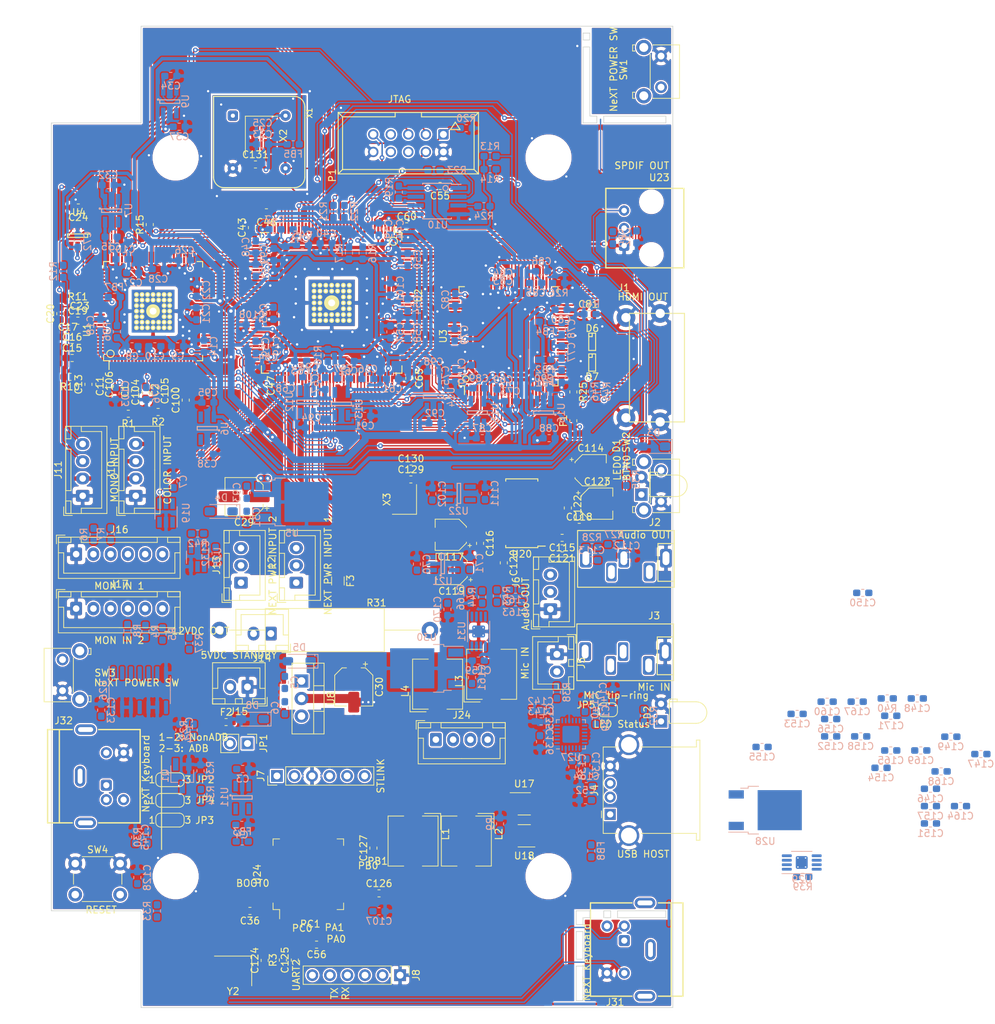
<source format=kicad_pcb>
(kicad_pcb (version 20171130) (host pcbnew "(5.1.4-0-10_14)")
  (layers (0 F.Cu signal) (31 B.Cu signal) (34 B.Paste user hide) (35 F.Paste user hide) (36 B.SilkS user) (37 F.SilkS user) (38 B.Mask user hide) (39 F.Mask user) (44 Edge.Cuts user))
  (net 0 "")
  (net 1 /fpga1/ASDO)
  (net 2 /fpga1/DATA0)
  (net 3 /fpga1/DCLK)
  (net 4 /fpga1/HDMITX_HSYNC)
  (net 5 /fpga1/HDMITX_INT_N)
  (net 6 /fpga1/HDMITX_PCLK)
  (net 7 /fpga1/HDMITX_R0)
  (net 8 /fpga1/HDMITX_R1)
  (net 9 /fpga1/HDMITX_R2)
  (net 10 /fpga1/HDMITX_R3)
  (net 11 /fpga1/HDMITX_R4)
  (net 12 /fpga1/HDMITX_R5)
  (net 13 /fpga1/HDMITX_R6)
  (net 14 /fpga1/HDMITX_R7)
  (net 15 /fpga1/HDMITX_VSYNC)
  (net 16 /fpga1/SCL)
  (net 17 /fpga1/SDA)
  (net 18 /fpga1/TCK)
  (net 19 /fpga1/TDI)
  (net 20 /fpga1/TDO)
  (net 21 /fpga1/TMS)
  (net 22 /fpga1/VCCA)
  (net 23 /fpga1/VCCD_PLL)
  (net 24 /fpga1/VCCINT)
  (net 25 /fpga1/nCSO)
  (net 26 /hdmitx1/AVCC1V8)
  (net 27 /hdmitx1/AVDD3V3)
  (net 28 /hdmitx1/B0)
  (net 29 /hdmitx1/B1)
  (net 30 /hdmitx1/B2)
  (net 31 /hdmitx1/B3)
  (net 32 /hdmitx1/B4)
  (net 33 /hdmitx1/B5)
  (net 34 /hdmitx1/B6)
  (net 35 /hdmitx1/B7)
  (net 36 /hdmitx1/DDC_SCL)
  (net 37 /hdmitx1/DDC_SDA)
  (net 38 /hdmitx1/DE)
  (net 39 /hdmitx1/DVDD1V8)
  (net 40 /hdmitx1/G0)
  (net 41 /hdmitx1/G1)
  (net 42 /hdmitx1/G2)
  (net 43 /hdmitx1/G3)
  (net 44 /hdmitx1/G4)
  (net 45 /hdmitx1/G5)
  (net 46 /hdmitx1/G6)
  (net 47 /hdmitx1/G7)
  (net 48 /hdmitx1/HPD)
  (net 49 /hdmitx1/TMDS_CLK+)
  (net 50 /hdmitx1/TMDS_CLK-)
  (net 51 /hdmitx1/TMDS_D0+)
  (net 52 /hdmitx1/TMDS_D0-)
  (net 53 /hdmitx1/TMDS_D1+)
  (net 54 /hdmitx1/TMDS_D1-)
  (net 55 /hdmitx1/TMDS_D2+)
  (net 56 /hdmitx1/TMDS_D2-)
  (net 57 /tvp_board1/AVDD)
  (net 58 /tvp_board1/B0)
  (net 59 /tvp_board1/B1)
  (net 60 /tvp_board1/B2)
  (net 61 /tvp_board1/B3)
  (net 62 /tvp_board1/B4)
  (net 63 /tvp_board1/B5)
  (net 64 /tvp_board1/B6)
  (net 65 /tvp_board1/B7)
  (net 66 /tvp_board1/DVDD)
  (net 67 /tvp_board1/FID)
  (net 68 /tvp_board1/G0)
  (net 69 /tvp_board1/G1)
  (net 70 /tvp_board1/G2)
  (net 71 /tvp_board1/G3)
  (net 72 /tvp_board1/G4)
  (net 73 /tvp_board1/G5)
  (net 74 /tvp_board1/G6)
  (net 75 /tvp_board1/G7)
  (net 76 /tvp_board1/HSYNC)
  (net 77 /tvp_board1/PCLK)
  (net 78 /tvp_board1/R0)
  (net 79 /tvp_board1/R1)
  (net 80 /tvp_board1/R2)
  (net 81 /tvp_board1/R3)
  (net 82 /tvp_board1/R4)
  (net 83 /tvp_board1/R5)
  (net 84 /tvp_board1/R6)
  (net 85 /tvp_board1/R7)
  (net 86 /tvp_board1/VSYNC)
  (net 87 GND)
  (net 88 "Net-(C1-Pad2)")
  (net 89 "Net-(C2-Pad2)")
  (net 90 "Net-(C11-Pad2)")
  (net 91 "Net-(C13-Pad2)")
  (net 92 "Net-(C15-Pad2)")
  (net 93 "Net-(C16-Pad2)")
  (net 94 "Net-(C17-Pad2)")
  (net 95 "Net-(C19-Pad1)")
  (net 96 "Net-(C19-Pad2)")
  (net 97 "Net-(C20-Pad2)")
  (net 98 "Net-(C24-Pad1)")
  (net 99 "Net-(C74-Pad1)")
  (net 100 "Net-(C77-Pad1)")
  (net 101 "Net-(C80-Pad1)")
  (net 102 "Net-(P1-Pad6)")
  (net 103 "Net-(P1-Pad8)")
  (net 104 "Net-(R11-Pad2)")
  (net 105 "Net-(R16-Pad2)")
  (net 106 "Net-(R24-Pad1)")
  (net 107 "Net-(R25-Pad1)")
  (net 108 "Net-(R26-Pad1)")
  (net 109 "Net-(U1-Pad25)")
  (net 110 "Net-(U1-Pad37)")
  (net 111 "Net-(U1-Pad38)")
  (net 112 "Net-(U1-Pad51)")
  (net 113 "Net-(U1-Pad52)")
  (net 114 "Net-(U1-Pad64)")
  (net 115 "Net-(U1-Pad65)")
  (net 116 "Net-(D1-Pad1)")
  (net 117 "Net-(P1-Pad7)")
  (net 118 "Net-(U3-Pad45)")
  (net 119 /fpga1/CLK27)
  (net 120 "Net-(R17-Pad1)")
  (net 121 "Net-(R18-Pad2)")
  (net 122 "Net-(R19-Pad1)")
  (net 123 "Net-(R23-Pad2)")
  (net 124 "Net-(C76-Pad2)")
  (net 125 "Net-(C100-Pad2)")
  (net 126 "Net-(C103-Pad2)")
  (net 127 "Net-(C104-Pad2)")
  (net 128 "Net-(C105-Pad2)")
  (net 129 /tvp_board1/RGB3_VS)
  (net 130 /tvp_board1/RGB3_VS_B)
  (net 131 /tvp_board1/RGB3_HS_B)
  (net 132 "Net-(C106-Pad1)")
  (net 133 "Net-(C23-Pad1)")
  (net 134 /tvp_board1/AVDD_F)
  (net 135 /hdmitx1/5V)
  (net 136 "Net-(MH1-Pad1)")
  (net 137 "Net-(MH2-Pad1)")
  (net 138 "Net-(MH3-Pad1)")
  (net 139 "Net-(MH4-Pad1)")
  (net 140 /hdmitx1/5V_FUSED)
  (net 141 /soundbox/RED_OUT)
  (net 142 /soundbox/BLUE_OUT)
  (net 143 /soundbox/GREEN_OUT)
  (net 144 "Net-(J1-Pad13)")
  (net 145 "Net-(J1-Pad14)")
  (net 146 /soundbox/HS_OUT)
  (net 147 "Net-(U11-Pad4)")
  (net 148 "Net-(J4-Pad1)")
  (net 149 "Net-(J4-Pad3)")
  (net 150 "Net-(J4-Pad2)")
  (net 151 "Net-(U17-Pad3)")
  (net 152 "Net-(U17-Pad1)")
  (net 153 "Net-(R9-Pad2)")
  (net 154 "Net-(U18-Pad3)")
  (net 155 /fpga1/MonCLKin)
  (net 156 /fpga1/ToMon)
  (net 157 /fpga1/FromMon)
  (net 158 /fpga1/AudioOut_MCLK)
  (net 159 /fpga1/AudioOut_BCK)
  (net 160 /fpga1/AudioOut_LRCK)
  (net 161 /fpga1/AudioOut_Data)
  (net 162 /soundbox/ADB)
  (net 163 /soundbox/PWR_ONOFF)
  (net 164 "Net-(R6-Pad1)")
  (net 165 /soundbox/MON_OUT)
  (net 166 "Net-(R7-Pad1)")
  (net 167 /soundbox/MON_IN)
  (net 168 "Net-(R8-Pad1)")
  (net 169 "Net-(J31-Pad3)")
  (net 170 "Net-(J31-Pad2)")
  (net 171 /soundbox/-12V)
  (net 172 /soundbox/12V)
  (net 173 "Net-(F2-Pad1)")
  (net 174 "Net-(U20-Pad25)")
  (net 175 "Net-(U20-Pad19)")
  (net 176 "Net-(U20-Pad15)")
  (net 177 "Net-(U20-Pad14)")
  (net 178 "Net-(U20-Pad13)")
  (net 179 /soundbox/S_DVDD)
  (net 180 /soundbox/A_DVDD)
  (net 181 /soundbox/A_AVDD)
  (net 182 "Net-(C114-Pad1)")
  (net 183 "Net-(C115-Pad2)")
  (net 184 "Net-(C115-Pad1)")
  (net 185 "Net-(C116-Pad1)")
  (net 186 "Net-(C118-Pad1)")
  (net 187 "Net-(C121-Pad2)")
  (net 188 "Net-(R27-Pad2)")
  (net 189 "Net-(R28-Pad2)")
  (net 190 "Net-(U21-Pad4)")
  (net 191 "Net-(U22-Pad4)")
  (net 192 "Net-(FB8-Pad2)")
  (net 193 "Net-(R29-Pad1)")
  (net 194 "Net-(R30-Pad1)")
  (net 195 "Net-(C12-Pad1)")
  (net 196 /soundbox/SPDIF)
  (net 197 "Net-(D2-Pad1)")
  (net 198 "Net-(R32-Pad2)")
  (net 199 "Net-(C30-Pad1)")
  (net 200 "Net-(J31-Pad4)")
  (net 201 "Net-(JP2-Pad1)")
  (net 202 "Net-(JP3-Pad3)")
  (net 203 "Net-(U24-Pad62)")
  (net 204 "Net-(U24-Pad61)")
  (net 205 "Net-(U24-Pad59)")
  (net 206 "Net-(U24-Pad58)")
  (net 207 "Net-(U24-Pad57)")
  (net 208 "Net-(U24-Pad56)")
  (net 209 "Net-(U24-Pad54)")
  (net 210 "Net-(U24-Pad53)")
  (net 211 "Net-(U24-Pad52)")
  (net 212 "Net-(U24-Pad51)")
  (net 213 "Net-(U24-Pad50)")
  (net 214 "Net-(U24-Pad41)")
  (net 215 "Net-(U24-Pad38)")
  (net 216 "Net-(U24-Pad37)")
  (net 217 "Net-(U24-Pad36)")
  (net 218 "Net-(U24-Pad34)")
  (net 219 "Net-(U24-Pad33)")
  (net 220 "Net-(U24-Pad28)")
  (net 221 "Net-(U24-Pad11)")
  (net 222 "Net-(U24-Pad10)")
  (net 223 "Net-(U24-Pad4)")
  (net 224 "Net-(U24-Pad3)")
  (net 225 "Net-(U24-Pad2)")
  (net 226 "Net-(C107-Pad1)")
  (net 227 "Net-(C124-Pad1)")
  (net 228 "Net-(C125-Pad1)")
  (net 229 "Net-(C127-Pad1)")
  (net 230 /soundbox/NRST)
  (net 231 /soundbox/SWCLK)
  (net 232 /soundbox/SWDIO)
  (net 233 "Net-(R3-Pad2)")
  (net 234 "Net-(X1-Pad1)")
  (net 235 "Net-(J7-Pad5)")
  (net 236 "Net-(J7-Pad4)")
  (net 237 "Net-(J8-Pad6)")
  (net 238 /soundbox/URT2_TX)
  (net 239 /soundbox/URT2_RX)
  (net 240 "Net-(J8-Pad3)")
  (net 241 "Net-(J8-Pad2)")
  (net 242 "Net-(X2-Pad1)")
  (net 243 "Net-(X3-Pad1)")
  (net 244 "Net-(C131-Pad2)")
  (net 245 /fpga1/FromKBD)
  (net 246 "Net-(Q1-Pad1)")
  (net 247 "Net-(R34-Pad1)")
  (net 248 /fpga1/ToKBD)
  (net 249 "Net-(R37-Pad1)")
  (net 250 "Net-(U24-Pad43)")
  (net 251 "Net-(U24-Pad42)")
  (net 252 VCC)
  (net 253 "Net-(U26-Pad11)")
  (net 254 "Net-(U26-Pad8)")
  (net 255 /soundbox/N_RESET)
  (net 256 "Net-(U27-Pad19)")
  (net 257 "Net-(C143-Pad1)")
  (net 258 "Net-(R38-Pad1)")
  (net 259 "Net-(C139-Pad2)")
  (net 260 "Net-(C139-Pad1)")
  (net 261 "Net-(C140-Pad1)")
  (net 262 "Net-(C142-Pad1)")
  (net 263 /soundbox/MIC_DATA)
  (net 264 /soundbox/MIC_LRCK)
  (net 265 /soundbox/MIC_BCLK)
  (net 266 "Net-(J9-Pad1)")
  (net 267 "Net-(J18-Pad1)")
  (net 268 "Net-(J19-Pad1)")
  (net 269 "Net-(J20-Pad1)")
  (net 270 "Net-(J21-Pad1)")
  (net 271 "Net-(J22-Pad1)")
  (net 272 "Net-(J23-Pad1)")
  (net 273 /soundbox/MON_CLK_)
  (net 274 /MC_SS)
  (net 275 /MC_MOSI)
  (net 276 /MC_MISO)
  (net 277 /MC_SCK)
  (net 278 "Net-(C144-Pad1)")
  (net 279 "Net-(C145-Pad1)")
  (net 280 /soundbox/5VDC_STBY)
  (net 281 /soundbox/OUTL)
  (net 282 /soundbox/OUTR)
  (net 283 "Net-(C146-Pad2)")
  (net 284 "Net-(C149-Pad1)")
  (net 285 /soundbox/L_SP_P)
  (net 286 "Net-(C153-Pad1)")
  (net 287 /soundbox/L_SP_N)
  (net 288 "Net-(C159-Pad2)")
  (net 289 "Net-(C162-Pad1)")
  (net 290 "Net-(C164-Pad1)")
  (net 291 "Net-(C166-Pad1)")
  (net 292 "Net-(C167-Pad2)")
  (net 293 "Net-(R39-Pad2)")
  (net 294 "Net-(R40-Pad2)")
  (net 295 "Net-(R43-Pad2)")
  (net 296 "Net-(R44-Pad2)")
  (net 297 "Net-(L2-Pad2)")
  (net 298 "Net-(L1-Pad2)")
  (net 299 "Net-(L4-Pad2)")
  (net 300 "Net-(L3-Pad2)")
  (net 301 "Net-(C112-Pad2)")
  (net 302 "Net-(C113-Pad1)")
  (net 303 "Net-(J3-PadTN)")
  (net 304 "Net-(J3-PadR)")
  (module custom_components:L_TDK_SLF7045_HandSoldering (layer F.Cu) (at 94.6404 127.2032 90)
    (fp_text reference L4 (at -1 -4.7 90) (layer F.SilkS))
    (fp_text value 33uH)
    (fp_text user "" (at -49 0.05 90) (layer F.SilkS) (effects (font (size 3 3))))
    (pad 2 smd roundrect (at 3.5 0 90) (size 2.2 2.2) (layers F.Cu F.Paste F.Mask) (net 299 "Net-(L4-Pad2)"))
    (pad 1 smd roundrect (at -3.5 0 90) (size 2.2 2.2) (layers F.Cu F.Paste F.Mask) (net 292 "Net-(C167-Pad2)"))
  )
  (module custom_components:L_TDK_SLF7045_HandSoldering (layer F.Cu) (at 102.4636 125.7808 90)
    (fp_text reference L3 (at -1 -4.7 90) (layer F.SilkS))
    (fp_text value 33uH)
    (fp_text user "" (at -49 0.05 90) (layer F.SilkS) (effects (font (size 3 3))))
    (pad 2 smd roundrect (at 3.5 0 90) (size 2.2 2.2) (layers F.Cu F.Paste F.Mask) (net 300 "Net-(L3-Pad2)"))
    (pad 1 smd roundrect (at -3.5 0 90) (size 2.2 2.2) (layers F.Cu F.Paste F.Mask) (net 290 "Net-(C164-Pad1)"))
  )
  (module custom_components:L_TDK_SLF7045_HandSoldering (layer F.Cu) (at 98.806 149.9108 270)
    (fp_text reference L2 (at -1 -4.7 90) (layer F.SilkS))
    (fp_text value 33uH)
    (fp_text user "" (at -49 0.05 90) (layer F.SilkS) (effects (font (size 3 3))))
    (pad 2 smd roundrect (at 3.5 0 270) (size 2.2 2.2) (layers F.Cu F.Paste F.Mask) (net 297 "Net-(L2-Pad2)"))
    (pad 1 smd roundrect (at -3.5 0 270) (size 2.2 2.2) (layers F.Cu F.Paste F.Mask) (net 287 /soundbox/L_SP_N))
  )
  (module custom_components:L_TDK_SLF7045_HandSoldering (layer F.Cu) (at 91.0844 149.9108 270)
    (fp_text reference L1 (at -1 -4.7 90) (layer F.SilkS))
    (fp_text value 33uH)
    (fp_text user "" (at -49 0.05 90) (layer F.SilkS) (effects (font (size 3 3))))
    (pad 2 smd roundrect (at 3.5 0 270) (size 2.2 2.2) (layers F.Cu F.Paste F.Mask) (net 298 "Net-(L1-Pad2)"))
    (pad 1 smd roundrect (at -3.5 0 270) (size 2.2 2.2) (layers F.Cu F.Paste F.Mask) (net 285 /soundbox/L_SP_P))
  )
  (module custom_components:SJ1-3535NG (layer F.Cu) (at 127.6096 123.3932 180)
    (fp_text reference J3 (at 1.60274 6.08584) (layer F.SilkS))
    (fp_text value "MIC (SJ1-3535NG)")
    (pad TN thru_hole roundrect (at 11.6 0.9 180) (size 1.7 2.7) (drill oval 1 2) (layers *.Cu *.Mask) (roundrect_rratio 0.2) (net 303 "Net-(J3-PadTN)"))
    (pad RN thru_hole roundrect (at 6.1 0.9 180) (size 1.5 2.7) (drill oval 1 2) (layers *.Cu *.Mask) (roundrect_rratio 0.2) (net 304 "Net-(J3-PadR)"))
    (pad S thru_hole roundrect (at 0 0.9 180) (size 1.7 2.7) (drill oval 1 2) (layers *.Cu *.Mask) (roundrect_rratio 0.2) (net 87 GND))
    (pad T thru_hole roundrect (at 2.4 -1.1 180) (size 1.7 2.7) (drill oval 1 2) (layers *.Cu *.Mask) (roundrect_rratio 0.2) (net 259 "Net-(C139-Pad2)"))
    (pad R thru_hole roundrect (at 7.9 -1.1 180) (size 1.5 2.7) (drill oval 1 2) (layers *.Cu *.Mask) (roundrect_rratio 0.2) (net 304 "Net-(J3-PadR)"))
  )
  (module custom_components:SJ1-3535NG (layer F.Cu) (at 127.7112 109.8804 180)
    (fp_text reference J2 (at 1.60274 6.08584) (layer F.SilkS))
    (fp_text value "OUT (SJ1-3535NG)")
    (pad TN thru_hole roundrect (at 11.6 0.9 180) (size 1.7 2.7) (drill oval 1 2) (layers *.Cu *.Mask) (roundrect_rratio 0.2) (net 281 /soundbox/OUTL))
    (pad RN thru_hole roundrect (at 6.1 0.9 180) (size 1.5 2.7) (drill oval 1 2) (layers *.Cu *.Mask) (roundrect_rratio 0.2) (net 282 /soundbox/OUTR))
    (pad S thru_hole roundrect (at 0 0.9 180) (size 1.7 2.7) (drill oval 1 2) (layers *.Cu *.Mask) (roundrect_rratio 0.2) (net 87 GND))
    (pad T thru_hole roundrect (at 2.4 -1.1 180) (size 1.7 2.7) (drill oval 1 2) (layers *.Cu *.Mask) (roundrect_rratio 0.2) (net 301 "Net-(C112-Pad2)"))
    (pad R thru_hole roundrect (at 7.9 -1.1 180) (size 1.5 2.7) (drill oval 1 2) (layers *.Cu *.Mask) (roundrect_rratio 0.2) (net 302 "Net-(C113-Pad1)"))
  )
  (module custom_components:D_SOD-123_HandSoldering (layer B.Cu) (at 67.818 132.2705 180)
    (fp_text reference D8 (at 0 2) (layer B.SilkS) (effects (justify mirror)))
    (fp_text value RB160M-30TR)
    (pad 2 smd roundrect (at 1.65 0 180) (size 1.5 1.2) (layers B.Cu B.Paste B.Mask) (net 87 GND))
    (pad 1 smd roundrect (at -1.65 0 180) (size 1.5 1.2) (layers B.Cu B.Paste B.Mask) (net 280 /soundbox/5VDC_STBY))
  )
  (module custom_components:D_SOD-123_HandSoldering (layer B.Cu) (at 74.6125 123.8885 180)
    (fp_text reference D5 (at 0 2) (layer B.SilkS) (effects (justify mirror)))
    (fp_text value RB160M-30TR)
    (pad 2 smd roundrect (at 1.65 0 180) (size 1.5 1.2) (layers B.Cu B.Paste B.Mask) (net 87 GND))
    (pad 1 smd roundrect (at -1.65 0 180) (size 1.5 1.2) (layers B.Cu B.Paste B.Mask) (net 199 "Net-(C30-Pad1)"))
  )
  (module custom_components:D_SOD-123_HandSoldering (layer B.Cu) (at 63.2968 102.2096 180)
    (fp_text reference D4 (at 0 2) (layer B.SilkS) (effects (justify mirror)))
    (fp_text value RB160M-30TR)
    (pad 2 smd roundrect (at 1.65 0 180) (size 1.5 1.2) (layers B.Cu B.Paste B.Mask) (net 252 VCC))
    (pad 1 smd roundrect (at -1.65 0 180) (size 1.5 1.2) (layers B.Cu B.Paste B.Mask) (net 135 /hdmitx1/5V))
  )
  (module custom_components:D_SOD-123_HandSoldering (layer B.Cu) (at 125.9332 92.8116 180)
    (fp_text reference D3 (at 0 2) (layer B.SilkS) (effects (justify mirror)))
    (fp_text value RB160M-30TR)
    (pad 2 smd roundrect (at 1.65 0 180) (size 1.5 1.2) (layers B.Cu B.Paste B.Mask) (net 87 GND))
    (pad 1 smd roundrect (at -1.65 0 180) (size 1.5 1.2) (layers B.Cu B.Paste B.Mask) (net 245 /fpga1/FromKBD))
  )
  (module Package_TO_SOT_SMD:TO-252-2 (layer B.Cu) (at 93.0656 124.9172 180)
    (fp_text reference U30 (at 0 4.5) (layer B.SilkS) (effects (justify mirror)))
    (fp_text value BD33FC0FP)
    (pad 2 smd rect (at 2.1 0 180) (size 6.4 5.8) (layers B.Cu B.Mask) (net 87 GND))
    (pad 3 smd rect (at -4.2 -2.28 180) (size 2.2 1.2) (layers B.Cu B.Paste B.Mask) (net 288 "Net-(C159-Pad2)"))
    (pad 1 smd rect (at -4.2 2.28 180) (size 2.2 1.2) (layers B.Cu B.Paste B.Mask) (net 135 /hdmitx1/5V))
  )
  (module Package_TO_SOT_SMD:TO-252-2 (layer B.Cu) (at 142.0876 145.4404)
    (fp_text reference U28 (at 0 4.5) (layer B.SilkS) (effects (justify mirror)))
    (fp_text value BD33FC0FP)
    (pad 2 smd rect (at 2.1 0) (size 6.4 5.8) (layers B.Cu B.Mask) (net 87 GND))
    (pad 3 smd rect (at -4.2 -2.28) (size 2.2 1.2) (layers B.Cu B.Paste B.Mask) (net 283 "Net-(C146-Pad2)"))
    (pad 1 smd rect (at -4.2 2.28) (size 2.2 1.2) (layers B.Cu B.Paste B.Mask) (net 135 /hdmitx1/5V))
  )
  (module Package_SO:MSOP-8-1EP_3x3mm_P0.65mm_EP1.73x1.85mm_ThermalVias (layer B.Cu) (at 100.584 119.5832 270)
    (fp_text reference U31 (at 0 2.45 90) (layer B.SilkS) (effects (justify mirror)))
    (fp_text value TPA2005)
    (pad 8 smd roundrect (at 2.1625 0.975 270) (size 1.425 0.4) (layers B.Cu B.Paste B.Mask) (net 299 "Net-(L4-Pad2)"))
    (pad 7 smd roundrect (at 2.1625 0.325 270) (size 1.425 0.4) (layers B.Cu B.Paste B.Mask) (net 87 GND))
    (pad 6 smd roundrect (at 2.1625 -0.325 270) (size 1.425 0.4) (layers B.Cu B.Paste B.Mask) (net 288 "Net-(C159-Pad2)"))
    (pad 5 smd roundrect (at 2.1625 -0.975 270) (size 1.425 0.4) (layers B.Cu B.Paste B.Mask) (net 300 "Net-(L3-Pad2)"))
    (pad 4 smd roundrect (at -2.1625 -0.975 270) (size 1.425 0.4) (layers B.Cu B.Paste B.Mask) (net 295 "Net-(R43-Pad2)"))
    (pad 3 smd roundrect (at -2.1625 -0.325 270) (size 1.425 0.4) (layers B.Cu B.Paste B.Mask) (net 296 "Net-(R44-Pad2)"))
    (pad 2 smd roundrect (at -2.1625 0.325 270) (size 1.425 0.4) (layers B.Cu B.Paste B.Mask))
    (pad 1 smd roundrect (at -2.1625 0.975 270) (size 1.425 0.4) (layers B.Cu B.Paste B.Mask) (net 288 "Net-(C159-Pad2)"))
    (pad 9 smd roundrect (at 0 0 270) (size 1.6 1.8) (layers F.Cu) (roundrect_rratio 0.15625) (net 87 GND))
    (pad 9 thru_hole circle (at 0.55 -0.65 270) (size 0.5 0.5) (drill 0.2) (layers *.Cu) (net 87 GND))
    (pad 9 thru_hole circle (at -0.55 -0.65 270) (size 0.5 0.5) (drill 0.2) (layers *.Cu) (net 87 GND))
    (pad 9 thru_hole circle (at 0.55 0.65 270) (size 0.5 0.5) (drill 0.2) (layers *.Cu) (net 87 GND))
    (pad 9 thru_hole circle (at -0.55 0.65 270) (size 0.5 0.5) (drill 0.2) (layers *.Cu) (net 87 GND))
    (pad 9 smd roundrect (at 0 0 270) (size 1.73 1.85) (layers B.Cu B.Mask) (roundrect_rratio 0.144509) (net 87 GND))
  )
  (module Package_SO:MSOP-8-1EP_3x3mm_P0.65mm_EP1.73x1.85mm_ThermalVias (layer B.Cu) (at 147.3708 153.0096)
    (fp_text reference U29 (at 0 2.45) (layer B.SilkS) (effects (justify mirror)))
    (fp_text value TPA2005)
    (pad 8 smd roundrect (at 2.1625 0.975) (size 1.425 0.4) (layers B.Cu B.Paste B.Mask) (net 297 "Net-(L2-Pad2)"))
    (pad 7 smd roundrect (at 2.1625 0.325) (size 1.425 0.4) (layers B.Cu B.Paste B.Mask) (net 87 GND))
    (pad 6 smd roundrect (at 2.1625 -0.325) (size 1.425 0.4) (layers B.Cu B.Paste B.Mask) (net 283 "Net-(C146-Pad2)"))
    (pad 5 smd roundrect (at 2.1625 -0.975) (size 1.425 0.4) (layers B.Cu B.Paste B.Mask) (net 298 "Net-(L1-Pad2)"))
    (pad 4 smd roundrect (at -2.1625 -0.975) (size 1.425 0.4) (layers B.Cu B.Paste B.Mask) (net 293 "Net-(R39-Pad2)"))
    (pad 3 smd roundrect (at -2.1625 -0.325) (size 1.425 0.4) (layers B.Cu B.Paste B.Mask) (net 294 "Net-(R40-Pad2)"))
    (pad 2 smd roundrect (at -2.1625 0.325) (size 1.425 0.4) (layers B.Cu B.Paste B.Mask))
    (pad 1 smd roundrect (at -2.1625 0.975) (size 1.425 0.4) (layers B.Cu B.Paste B.Mask) (net 283 "Net-(C146-Pad2)"))
    (pad 9 smd roundrect (at 0 0) (size 1.6 1.8) (layers F.Cu) (roundrect_rratio 0.15625) (net 87 GND))
    (pad 9 thru_hole circle (at 0.55 -0.65) (size 0.5 0.5) (drill 0.2) (layers *.Cu) (net 87 GND))
    (pad 9 thru_hole circle (at -0.55 -0.65) (size 0.5 0.5) (drill 0.2) (layers *.Cu) (net 87 GND))
    (pad 9 thru_hole circle (at 0.55 0.65) (size 0.5 0.5) (drill 0.2) (layers *.Cu) (net 87 GND))
    (pad 9 thru_hole circle (at -0.55 0.65) (size 0.5 0.5) (drill 0.2) (layers *.Cu) (net 87 GND))
    (pad 9 smd roundrect (at 0 0) (size 1.73 1.85) (layers B.Cu B.Mask) (roundrect_rratio 0.144509) (net 87 GND))
  )
  (module Package_TO_SOT_SMD:TO-252-2 (layer B.Cu) (at 73.5584 100.838)
    (fp_text reference U5 (at 0 4.5) (layer B.SilkS) (effects (justify mirror)))
    (fp_text value BD33FC0FP)
    (pad 2 smd rect (at 2.1 0) (size 6.4 5.8) (layers B.Cu B.Mask) (net 87 GND))
    (pad 3 smd rect (at -4.2 -2.28) (size 2.2 1.2) (layers B.Cu B.Paste B.Mask) (net 252 VCC))
    (pad 1 smd rect (at -4.2 2.28) (size 2.2 1.2) (layers B.Cu B.Paste B.Mask) (net 135 /hdmitx1/5V))
  )
  (module Resistor_SMD:R_0603_1608Metric_Pad1.05x0.95mm_HandSolder (layer B.Cu) (at 101.092 114.6048 270)
    (fp_text reference R44 (at 0 1.43 90) (layer B.SilkS) (effects (justify mirror)))
    (fp_text value 100k)
    (pad 2 smd roundrect (at 0.875 0 270) (size 1.05 0.95) (layers B.Cu B.Paste B.Mask) (net 296 "Net-(R44-Pad2)"))
    (pad 1 smd roundrect (at -0.875 0 270) (size 1.05 0.95) (layers B.Cu B.Paste B.Mask) (net 291 "Net-(C166-Pad1)"))
  )
  (module Resistor_SMD:R_0603_1608Metric_Pad1.05x0.95mm_HandSolder (layer B.Cu) (at 103.2256 114.4524 90)
    (fp_text reference R43 (at 0 1.43 90) (layer B.SilkS) (effects (justify mirror)))
    (fp_text value 100k)
    (pad 2 smd roundrect (at 0.875 0 90) (size 1.05 0.95) (layers B.Cu B.Paste B.Mask) (net 295 "Net-(R43-Pad2)"))
    (pad 1 smd roundrect (at -0.875 0 90) (size 1.05 0.95) (layers B.Cu B.Paste B.Mask) (net 289 "Net-(C162-Pad1)"))
  )
  (module Resistor_SMD:R_0603_1608Metric_Pad1.05x0.95mm_HandSolder (layer B.Cu) (at 159.7544 129.2716)
    (fp_text reference R40 (at 0 1.43) (layer B.SilkS) (effects (justify mirror)))
    (fp_text value 100k)
    (pad 2 smd roundrect (at 0.875 0) (size 1.05 0.95) (layers B.Cu B.Paste B.Mask) (net 294 "Net-(R40-Pad2)"))
    (pad 1 smd roundrect (at -0.875 0) (size 1.05 0.95) (layers B.Cu B.Paste B.Mask) (net 286 "Net-(C153-Pad1)"))
  )
  (module Resistor_SMD:R_0603_1608Metric_Pad1.05x0.95mm_HandSolder (layer B.Cu) (at 147.5232 155.0924)
    (fp_text reference R39 (at 0 1.43) (layer B.SilkS) (effects (justify mirror)))
    (fp_text value 100k)
    (pad 2 smd roundrect (at 0.875 0) (size 1.05 0.95) (layers B.Cu B.Paste B.Mask) (net 293 "Net-(R39-Pad2)"))
    (pad 1 smd roundrect (at -0.875 0) (size 1.05 0.95) (layers B.Cu B.Paste B.Mask) (net 284 "Net-(C149-Pad1)"))
  )
  (module Connector_JST:JST_XH_B4B-XH-A_1x04_P2.50mm_Vertical (layer F.Cu) (at 94.3864 135.2296)
    (fp_text reference J24 (at 3.75 -3.55) (layer F.SilkS))
    (fp_text value SPEAKER)
    (pad 4 thru_hole oval (at 7.5 0) (size 1.7 1.95) (drill 0.95) (layers *.Cu *.Mask) (net 292 "Net-(C167-Pad2)"))
    (pad 3 thru_hole oval (at 5 0) (size 1.7 1.95) (drill 0.95) (layers *.Cu *.Mask) (net 290 "Net-(C164-Pad1)"))
    (pad 2 thru_hole oval (at 2.5 0) (size 1.7 1.95) (drill 0.95) (layers *.Cu *.Mask) (net 287 /soundbox/L_SP_N))
    (pad 1 thru_hole roundrect (at 0 0) (size 1.7 1.95) (drill 0.95) (layers *.Cu *.Mask) (roundrect_rratio 0.147059) (net 285 /soundbox/L_SP_P))
  )
  (module Capacitor_SMD:C_0603_1608Metric_Pad1.05x0.95mm_HandSolder (layer B.Cu) (at 160.2644 131.7816)
    (fp_text reference C171 (at 0 1.43) (layer B.SilkS) (effects (justify mirror)))
    (fp_text value 0.1u)
    (pad 2 smd roundrect (at 0.875 0) (size 1.05 0.95) (layers B.Cu B.Paste B.Mask) (net 290 "Net-(C164-Pad1)"))
    (pad 1 smd roundrect (at -0.875 0) (size 1.05 0.95) (layers B.Cu B.Paste B.Mask) (net 292 "Net-(C167-Pad2)"))
  )
  (module Capacitor_SMD:C_0603_1608Metric_Pad1.05x0.95mm_HandSolder (layer B.Cu) (at 96.0628 116.3828 270)
    (fp_text reference C170 (at 0 1.43 90) (layer B.SilkS) (effects (justify mirror)))
    (fp_text value 2.2u)
    (pad 2 smd roundrect (at 0.875 0 270) (size 1.05 0.95) (layers B.Cu B.Paste B.Mask) (net 87 GND))
    (pad 1 smd roundrect (at -0.875 0 270) (size 1.05 0.95) (layers B.Cu B.Paste B.Mask) (net 291 "Net-(C166-Pad1)"))
  )
  (module Capacitor_SMD:C_0603_1608Metric_Pad1.05x0.95mm_HandSolder (layer B.Cu) (at 164.6144 136.8016)
    (fp_text reference C169 (at 0 1.43) (layer B.SilkS) (effects (justify mirror)))
    (fp_text value 1u)
    (pad 2 smd roundrect (at 0.875 0) (size 1.05 0.95) (layers B.Cu B.Paste B.Mask) (net 292 "Net-(C167-Pad2)"))
    (pad 1 smd roundrect (at -0.875 0) (size 1.05 0.95) (layers B.Cu B.Paste B.Mask) (net 290 "Net-(C164-Pad1)"))
  )
  (module Capacitor_SMD:C_0603_1608Metric_Pad1.05x0.95mm_HandSolder (layer B.Cu) (at 167.5544 139.8316)
    (fp_text reference C168 (at 0 1.43) (layer B.SilkS) (effects (justify mirror)))
    (fp_text value 1u)
    (pad 2 smd roundrect (at 0.875 0) (size 1.05 0.95) (layers B.Cu B.Paste B.Mask) (net 292 "Net-(C167-Pad2)"))
    (pad 1 smd roundrect (at -0.875 0) (size 1.05 0.95) (layers B.Cu B.Paste B.Mask) (net 87 GND))
  )
  (module Capacitor_SMD:C_0603_1608Metric_Pad1.05x0.95mm_HandSolder (layer B.Cu) (at 155.4044 129.7416)
    (fp_text reference C167 (at 0 1.43) (layer B.SilkS) (effects (justify mirror)))
    (fp_text value 0.1u)
    (pad 2 smd roundrect (at 0.875 0) (size 1.05 0.95) (layers B.Cu B.Paste B.Mask) (net 292 "Net-(C167-Pad2)"))
    (pad 1 smd roundrect (at -0.875 0) (size 1.05 0.95) (layers B.Cu B.Paste B.Mask) (net 87 GND))
  )
  (module Capacitor_SMD:C_0603_1608Metric_Pad1.05x0.95mm_HandSolder (layer B.Cu) (at 99.4156 114.6048 270)
    (fp_text reference C166 (at 0 1.43 90) (layer B.SilkS) (effects (justify mirror)))
    (fp_text value 0.1u)
    (pad 2 smd roundrect (at 0.875 0 270) (size 1.05 0.95) (layers B.Cu B.Paste B.Mask) (net 87 GND))
    (pad 1 smd roundrect (at -0.875 0 270) (size 1.05 0.95) (layers B.Cu B.Paste B.Mask) (net 291 "Net-(C166-Pad1)"))
  )
  (module Capacitor_SMD:C_0603_1608Metric_Pad1.05x0.95mm_HandSolder (layer B.Cu) (at 160.2644 136.8016)
    (fp_text reference C165 (at 0 1.43) (layer B.SilkS) (effects (justify mirror)))
    (fp_text value 1u)
    (pad 2 smd roundrect (at 0.875 0) (size 1.05 0.95) (layers B.Cu B.Paste B.Mask) (net 87 GND))
    (pad 1 smd roundrect (at -0.875 0) (size 1.05 0.95) (layers B.Cu B.Paste B.Mask) (net 290 "Net-(C164-Pad1)"))
  )
  (module Capacitor_SMD:C_0603_1608Metric_Pad1.05x0.95mm_HandSolder (layer B.Cu) (at 170.3644 144.8516)
    (fp_text reference C164 (at 0 1.43) (layer B.SilkS) (effects (justify mirror)))
    (fp_text value 0.1u)
    (pad 2 smd roundrect (at 0.875 0) (size 1.05 0.95) (layers B.Cu B.Paste B.Mask) (net 87 GND))
    (pad 1 smd roundrect (at -0.875 0) (size 1.05 0.95) (layers B.Cu B.Paste B.Mask) (net 290 "Net-(C164-Pad1)"))
  )
  (module Capacitor_SMD:C_0603_1608Metric_Pad1.05x0.95mm_HandSolder (layer B.Cu) (at 105.918 115.3668)
    (fp_text reference C163 (at 0 1.43) (layer B.SilkS) (effects (justify mirror)))
    (fp_text value 0.1u)
    (pad 2 smd roundrect (at 0.875 0) (size 1.05 0.95) (layers B.Cu B.Paste B.Mask) (net 282 /soundbox/OUTR))
    (pad 1 smd roundrect (at -0.875 0) (size 1.05 0.95) (layers B.Cu B.Paste B.Mask) (net 289 "Net-(C162-Pad1)"))
  )
  (module Capacitor_SMD:C_0603_1608Metric_Pad1.05x0.95mm_HandSolder (layer B.Cu) (at 105.918 113.538)
    (fp_text reference C162 (at 0 1.43) (layer B.SilkS) (effects (justify mirror)))
    (fp_text value 2.2u)
    (pad 2 smd roundrect (at 0.875 0) (size 1.05 0.95) (layers B.Cu B.Paste B.Mask) (net 282 /soundbox/OUTR))
    (pad 1 smd roundrect (at -0.875 0) (size 1.05 0.95) (layers B.Cu B.Paste B.Mask) (net 289 "Net-(C162-Pad1)"))
  )
  (module Capacitor_SMD:C_0603_1608Metric_Pad1.05x0.95mm_HandSolder (layer B.Cu) (at 99.6188 126.238 90)
    (fp_text reference C161 (at 0 1.43 90) (layer B.SilkS) (effects (justify mirror)))
    (fp_text value 0.1u)
    (pad 2 smd roundrect (at 0.875 0 90) (size 1.05 0.95) (layers B.Cu B.Paste B.Mask) (net 87 GND))
    (pad 1 smd roundrect (at -0.875 0 90) (size 1.05 0.95) (layers B.Cu B.Paste B.Mask) (net 288 "Net-(C159-Pad2)"))
  )
  (module Capacitor_SMD:C_0603_1608Metric_Pad1.05x0.95mm_HandSolder (layer B.Cu) (at 151.0544 129.7416)
    (fp_text reference C160 (at 0 1.43) (layer B.SilkS) (effects (justify mirror)))
    (fp_text value 1u)
    (pad 2 smd roundrect (at 0.875 0) (size 1.05 0.95) (layers B.Cu B.Paste B.Mask) (net 135 /hdmitx1/5V))
    (pad 1 smd roundrect (at -0.875 0) (size 1.05 0.95) (layers B.Cu B.Paste B.Mask) (net 87 GND))
  )
  (module Capacitor_SMD:C_0603_1608Metric_Pad1.05x0.95mm_HandSolder (layer B.Cu) (at 100.5332 123.7996)
    (fp_text reference C159 (at 0 1.43) (layer B.SilkS) (effects (justify mirror)))
    (fp_text value 2.2u)
    (pad 2 smd roundrect (at 0.875 0) (size 1.05 0.95) (layers B.Cu B.Paste B.Mask) (net 288 "Net-(C159-Pad2)"))
    (pad 1 smd roundrect (at -0.875 0) (size 1.05 0.95) (layers B.Cu B.Paste B.Mask) (net 87 GND))
  )
  (module Capacitor_SMD:C_0603_1608Metric_Pad1.05x0.95mm_HandSolder (layer B.Cu) (at 155.9144 134.7616)
    (fp_text reference C158 (at 0 1.43) (layer B.SilkS) (effects (justify mirror)))
    (fp_text value 0.1u)
    (pad 2 smd roundrect (at 0.875 0) (size 1.05 0.95) (layers B.Cu B.Paste B.Mask) (net 285 /soundbox/L_SP_P))
    (pad 1 smd roundrect (at -0.875 0) (size 1.05 0.95) (layers B.Cu B.Paste B.Mask) (net 287 /soundbox/L_SP_N))
  )
  (module Capacitor_SMD:C_0603_1608Metric_Pad1.05x0.95mm_HandSolder (layer B.Cu) (at 166.0144 144.8516)
    (fp_text reference C157 (at 0 1.43) (layer B.SilkS) (effects (justify mirror)))
    (fp_text value 2.2u)
    (pad 2 smd roundrect (at 0.875 0) (size 1.05 0.95) (layers B.Cu B.Paste B.Mask) (net 87 GND))
    (pad 1 smd roundrect (at -0.875 0) (size 1.05 0.95) (layers B.Cu B.Paste B.Mask) (net 286 "Net-(C153-Pad1)"))
  )
  (module Capacitor_SMD:C_0603_1608Metric_Pad1.05x0.95mm_HandSolder (layer B.Cu) (at 151.5644 132.2516)
    (fp_text reference C156 (at 0 1.43) (layer B.SilkS) (effects (justify mirror)))
    (fp_text value 1u)
    (pad 2 smd roundrect (at 0.875 0) (size 1.05 0.95) (layers B.Cu B.Paste B.Mask) (net 287 /soundbox/L_SP_N))
    (pad 1 smd roundrect (at -0.875 0) (size 1.05 0.95) (layers B.Cu B.Paste B.Mask) (net 285 /soundbox/L_SP_P))
  )
  (module Capacitor_SMD:C_0603_1608Metric_Pad1.05x0.95mm_HandSolder (layer B.Cu) (at 141.6304 136.2964)
    (fp_text reference C155 (at 0 1.43) (layer B.SilkS) (effects (justify mirror)))
    (fp_text value 1u)
    (pad 2 smd roundrect (at 0.875 0) (size 1.05 0.95) (layers B.Cu B.Paste B.Mask) (net 287 /soundbox/L_SP_N))
    (pad 1 smd roundrect (at -0.875 0) (size 1.05 0.95) (layers B.Cu B.Paste B.Mask) (net 87 GND))
  )
  (module Capacitor_SMD:C_0603_1608Metric_Pad1.05x0.95mm_HandSolder (layer B.Cu) (at 158.8544 139.3116)
    (fp_text reference C154 (at 0 1.43) (layer B.SilkS) (effects (justify mirror)))
    (fp_text value 0.1u)
    (pad 2 smd roundrect (at 0.875 0) (size 1.05 0.95) (layers B.Cu B.Paste B.Mask) (net 287 /soundbox/L_SP_N))
    (pad 1 smd roundrect (at -0.875 0) (size 1.05 0.95) (layers B.Cu B.Paste B.Mask) (net 87 GND))
  )
  (module Capacitor_SMD:C_0603_1608Metric_Pad1.05x0.95mm_HandSolder (layer B.Cu) (at 146.7044 131.5116)
    (fp_text reference C153 (at 0 1.43) (layer B.SilkS) (effects (justify mirror)))
    (fp_text value 0.1u)
    (pad 2 smd roundrect (at 0.875 0) (size 1.05 0.95) (layers B.Cu B.Paste B.Mask) (net 87 GND))
    (pad 1 smd roundrect (at -0.875 0) (size 1.05 0.95) (layers B.Cu B.Paste B.Mask) (net 286 "Net-(C153-Pad1)"))
  )
  (module Capacitor_SMD:C_0603_1608Metric_Pad1.05x0.95mm_HandSolder (layer B.Cu) (at 151.5644 134.7616)
    (fp_text reference C152 (at 0 1.43) (layer B.SilkS) (effects (justify mirror)))
    (fp_text value 1u)
    (pad 2 smd roundrect (at 0.875 0) (size 1.05 0.95) (layers B.Cu B.Paste B.Mask) (net 87 GND))
    (pad 1 smd roundrect (at -0.875 0) (size 1.05 0.95) (layers B.Cu B.Paste B.Mask) (net 285 /soundbox/L_SP_P))
  )
  (module Capacitor_SMD:C_0603_1608Metric_Pad1.05x0.95mm_HandSolder (layer B.Cu) (at 166.0144 147.3616)
    (fp_text reference C151 (at 0 1.43) (layer B.SilkS) (effects (justify mirror)))
    (fp_text value 0.1u)
    (pad 2 smd roundrect (at 0.875 0) (size 1.05 0.95) (layers B.Cu B.Paste B.Mask) (net 87 GND))
    (pad 1 smd roundrect (at -0.875 0) (size 1.05 0.95) (layers B.Cu B.Paste B.Mask) (net 285 /soundbox/L_SP_P))
  )
  (module Capacitor_SMD:C_0603_1608Metric_Pad1.05x0.95mm_HandSolder (layer B.Cu) (at 156.21 113.9952)
    (fp_text reference C150 (at 0 1.43) (layer B.SilkS) (effects (justify mirror)))
    (fp_text value 0.1u)
    (pad 2 smd roundrect (at 0.875 0) (size 1.05 0.95) (layers B.Cu B.Paste B.Mask) (net 281 /soundbox/OUTL))
    (pad 1 smd roundrect (at -0.875 0) (size 1.05 0.95) (layers B.Cu B.Paste B.Mask) (net 284 "Net-(C149-Pad1)"))
  )
  (module Capacitor_SMD:C_0603_1608Metric_Pad1.05x0.95mm_HandSolder (layer B.Cu) (at 168.9644 134.8116)
    (fp_text reference C149 (at 0 1.43) (layer B.SilkS) (effects (justify mirror)))
    (fp_text value 2.2u)
    (pad 2 smd roundrect (at 0.875 0) (size 1.05 0.95) (layers B.Cu B.Paste B.Mask) (net 281 /soundbox/OUTL))
    (pad 1 smd roundrect (at -0.875 0) (size 1.05 0.95) (layers B.Cu B.Paste B.Mask) (net 284 "Net-(C149-Pad1)"))
  )
  (module Capacitor_SMD:C_0603_1608Metric_Pad1.05x0.95mm_HandSolder (layer B.Cu) (at 164.1044 129.2716)
    (fp_text reference C148 (at 0 1.43) (layer B.SilkS) (effects (justify mirror)))
    (fp_text value 0.1u)
    (pad 2 smd roundrect (at 0.875 0) (size 1.05 0.95) (layers B.Cu B.Paste B.Mask) (net 87 GND))
    (pad 1 smd roundrect (at -0.875 0) (size 1.05 0.95) (layers B.Cu B.Paste B.Mask) (net 283 "Net-(C146-Pad2)"))
  )
  (module Capacitor_SMD:C_0603_1608Metric_Pad1.05x0.95mm_HandSolder (layer B.Cu) (at 173.3144 137.3216)
    (fp_text reference C147 (at 0 1.43) (layer B.SilkS) (effects (justify mirror)))
    (fp_text value 1u)
    (pad 2 smd roundrect (at 0.875 0) (size 1.05 0.95) (layers B.Cu B.Paste B.Mask) (net 135 /hdmitx1/5V))
    (pad 1 smd roundrect (at -0.875 0) (size 1.05 0.95) (layers B.Cu B.Paste B.Mask) (net 87 GND))
  )
  (module Capacitor_SMD:C_0603_1608Metric_Pad1.05x0.95mm_HandSolder (layer B.Cu) (at 166.0144 142.3416)
    (fp_text reference C146 (at 0 1.43) (layer B.SilkS) (effects (justify mirror)))
    (fp_text value 2.2u)
    (pad 2 smd roundrect (at 0.875 0) (size 1.05 0.95) (layers B.Cu B.Paste B.Mask) (net 283 "Net-(C146-Pad2)"))
    (pad 1 smd roundrect (at -0.875 0) (size 1.05 0.95) (layers B.Cu B.Paste B.Mask) (net 87 GND))
  )
  (module Capacitor_SMD:C_0603_1608Metric_Pad1.05x0.95mm_HandSolder (layer B.Cu) (at 57.2516 133.858 90)
    (fp_text reference C144 (at 0 1.43 90) (layer B.SilkS) (effects (justify mirror)))
    (fp_text value "(220p)")
    (pad 2 smd roundrect (at 0.875 0 90) (size 1.05 0.95) (layers B.Cu B.Paste B.Mask) (net 87 GND))
    (pad 1 smd roundrect (at -0.875 0 90) (size 1.05 0.95) (layers B.Cu B.Paste B.Mask) (net 278 "Net-(C144-Pad1)"))
  )
  (module Capacitor_SMD:C_0603_1608Metric_Pad1.05x0.95mm_HandSolder (layer B.Cu) (at 50.8508 149.352 90)
    (fp_text reference C145 (at 0 1.43 90) (layer B.SilkS) (effects (justify mirror)))
    (fp_text value "(220p)")
    (pad 2 smd roundrect (at 0.875 0 90) (size 1.05 0.95) (layers B.Cu B.Paste B.Mask) (net 87 GND))
    (pad 1 smd roundrect (at -0.875 0 90) (size 1.05 0.95) (layers B.Cu B.Paste B.Mask) (net 279 "Net-(C145-Pad1)"))
  )
  (module Jumper:SolderJumper-2_P1.3mm_Open_RoundedPad1.0x1.5mm (layer F.Cu) (at 119.2784 130.9116 180)
    (fp_text reference JP5 (at 3.1496 0.7112) (layer F.SilkS))
    (fp_text value "MIC tip-ring" (at -1.2192 2.0828) (layer F.SilkS))
    (pad 2 smd custom (at 0.65 0 180) (size 1 0.5) (layers F.Cu F.Mask) (net 304 "Net-(J3-PadR)") (options (clearance outline) (anchor rect)) (primitives (gr_circle (center 0 0.25) (end 0.5 0.25) (width 0)) (gr_circle (center 0 -0.25) (end 0.5 -0.25) (width 0)) (gr_poly (pts (xy 0 -0.75) (xy -0.5 -0.75) (xy -0.5 0.75) (xy 0 0.75)) (width 0))))
    (pad 1 smd custom (at -0.65 0 180) (size 1 0.5) (layers F.Cu F.Mask) (net 259 "Net-(C139-Pad2)") (options (clearance outline) (anchor rect)) (primitives (gr_circle (center 0 0.25) (end 0.5 0.25) (width 0)) (gr_circle (center 0 -0.25) (end 0.5 -0.25) (width 0)) (gr_poly (pts (xy 0 -0.75) (xy 0.5 -0.75) (xy 0.5 0.75) (xy 0 0.75)) (width 0))))
  )
  (module custom_components:SLP2510P8 (layer F.Cu) (at 117.0273 77.6684 270)
    (fp_text reference D6 (at -1.95 -0.01) (layer F.SilkS))
    (fp_text value RClamp0524P)
    (pad 3 smd rect (at 0 0 270) (size 0.4 1.6) (layers F.Cu F.Paste F.Mask) (net 87 GND))
    (pad 6 smd rect (at 1 -0.4497 270) (size 0.2 0.7) (layers F.Cu F.Paste F.Mask) (net 54 /hdmitx1/TMDS_D1-))
    (pad 7 smd rect (at 0.5 -0.4497 270) (size 0.2 0.7) (layers F.Cu F.Paste F.Mask) (net 53 /hdmitx1/TMDS_D1+))
    (pad 9 smd rect (at -0.5 -0.4497 270) (size 0.2 0.7) (layers F.Cu F.Paste F.Mask) (net 56 /hdmitx1/TMDS_D2-))
    (pad 10 smd rect (at -1 -0.4497 270) (size 0.2 0.7) (layers F.Cu F.Paste F.Mask) (net 55 /hdmitx1/TMDS_D2+))
    (pad 5 smd rect (at 1 0.4497 270) (size 0.2 0.7) (layers F.Cu F.Paste F.Mask) (net 54 /hdmitx1/TMDS_D1-))
    (pad 4 smd rect (at 0.5 0.4497 270) (size 0.2 0.7) (layers F.Cu F.Paste F.Mask) (net 53 /hdmitx1/TMDS_D1+))
    (pad 1 smd rect (at -1 0.4497 270) (size 0.2 0.7) (layers F.Cu F.Paste F.Mask) (net 55 /hdmitx1/TMDS_D2+))
    (pad 2 smd rect (at -0.5 0.4497 270) (size 0.2 0.7) (layers F.Cu F.Paste F.Mask) (net 56 /hdmitx1/TMDS_D2-))
    (pad 8 smd rect (at 0 0 270) (size 0.4 1.6) (layers F.Cu F.Paste F.Mask) (net 87 GND))
  )
  (module custom_components:PLT133_T (layer F.Cu) (at 130.302 61.214 270)
    (fp_text reference U23 (at -7.3152 3.556 180) (layer F.SilkS))
    (fp_text value PLT133/T)
    (pad 3 thru_hole circle (at -2.54 8.65 270) (size 1.5 1.5) (drill 0.8) (layers *.Cu *.Mask) (net 196 /soundbox/SPDIF))
    (pad 2 thru_hole circle (at 0 8.65 270) (size 1.5 1.5) (drill 0.8) (layers *.Cu *.Mask) (net 195 "Net-(C12-Pad1)"))
    (pad 1 thru_hole roundrect (at 2.54 8.65 270) (size 1.5 1.5) (drill 0.8) (layers *.Cu *.Mask) (roundrect_rratio 0.2) (net 87 GND))
    (pad "" np_thru_hole circle (at -3.81 4.7 270) (size 3.2 3.2) (drill 3.2) (layers *.Cu *.Mask))
    (pad "" np_thru_hole circle (at 3.81 4.7 270) (size 3.2 3.2) (drill 3.2) (layers *.Cu *.Mask))
  )
  (module custom_components:HDMI_CONN-10029449-111RLF (layer F.Cu) (at 121.92 81.407 90)
    (fp_text reference J1 (at 11.557 -0.3048 180) (layer F.SilkS))
    (fp_text value "HDMI_CONN (10029449-111RLF)")
    (pad 19 smd rect (at -4.25 -1.1 90) (size 0.3 2.2) (layers F.Cu F.Paste F.Mask) (net 48 /hdmitx1/HPD))
    (pad 18 smd rect (at -3.75 -1.1 90) (size 0.3 2.2) (layers F.Cu F.Paste F.Mask) (net 140 /hdmitx1/5V_FUSED))
    (pad 17 smd rect (at -3.25 -1.1 90) (size 0.3 2.2) (layers F.Cu F.Paste F.Mask) (net 87 GND))
    (pad 16 smd rect (at -2.75 -1.1 90) (size 0.3 2.2) (layers F.Cu F.Paste F.Mask) (net 37 /hdmitx1/DDC_SDA))
    (pad 15 smd rect (at -2.25 -1.1 90) (size 0.3 2.2) (layers F.Cu F.Paste F.Mask) (net 36 /hdmitx1/DDC_SCL))
    (pad 14 smd rect (at -1.75 -1.1 90) (size 0.3 2.2) (layers F.Cu F.Paste F.Mask) (net 145 "Net-(J1-Pad14)"))
    (pad 13 smd rect (at -1.25 -1.1 90) (size 0.3 2.2) (layers F.Cu F.Paste F.Mask) (net 144 "Net-(J1-Pad13)"))
    (pad 12 smd rect (at -0.75 -1.1 90) (size 0.3 2.2) (layers F.Cu F.Paste F.Mask) (net 50 /hdmitx1/TMDS_CLK-))
    (pad 11 smd rect (at -0.25 -1.1 90) (size 0.3 2.2) (layers F.Cu F.Paste F.Mask) (net 87 GND))
    (pad 10 smd rect (at 0.25 -1.1 90) (size 0.3 2.2) (layers F.Cu F.Paste F.Mask) (net 49 /hdmitx1/TMDS_CLK+))
    (pad 9 smd rect (at 0.75 -1.1 90) (size 0.3 2.2) (layers F.Cu F.Paste F.Mask) (net 52 /hdmitx1/TMDS_D0-))
    (pad 8 smd rect (at 1.25 -1.1 90) (size 0.3 2.2) (layers F.Cu F.Paste F.Mask) (net 87 GND))
    (pad 7 smd rect (at 1.75 -1.1 90) (size 0.3 2.2) (layers F.Cu F.Paste F.Mask) (net 51 /hdmitx1/TMDS_D0+))
    (pad 6 smd rect (at 2.25 -1.1 90) (size 0.3 2.2) (layers F.Cu F.Paste F.Mask) (net 54 /hdmitx1/TMDS_D1-))
    (pad 5 smd rect (at 2.75 -1.1 90) (size 0.3 2.2) (layers F.Cu F.Paste F.Mask) (net 87 GND))
    (pad 4 smd rect (at 3.25 -1.1 90) (size 0.3 2.2) (layers F.Cu F.Paste F.Mask) (net 53 /hdmitx1/TMDS_D1+))
    (pad 3 smd rect (at 3.75 -1.1 90) (size 0.3 2.2) (layers F.Cu F.Paste F.Mask) (net 56 /hdmitx1/TMDS_D2-))
    (pad 2 smd rect (at 4.25 -1.1 90) (size 0.3 2.2) (layers F.Cu F.Paste F.Mask) (net 87 GND))
    (pad 1 smd rect (at 4.75 -1.1 90) (size 0.3 2.2) (layers F.Cu F.Paste F.Mask) (net 55 /hdmitx1/TMDS_D2+))
    (pad 17 thru_hole circle (at 7.85 4.95 90) (size 2.7 2.7) (drill 1.35) (layers *.Cu *.Mask) (net 87 GND))
    (pad 17 thru_hole circle (at -7.85 4.95 90) (size 2.7 2.7) (drill 1.35) (layers *.Cu *.Mask) (net 87 GND))
    (pad 17 thru_hole circle (at -7.25 0 90) (size 2.7 2.7) (drill 1.35) (layers *.Cu *.Mask) (net 87 GND))
    (pad 17 thru_hole circle (at 7.25 0 90) (size 2.7 2.7) (drill 1.35) (layers *.Cu *.Mask) (net 87 GND))
  )
  (module custom_components:TestPad-D1.0mm (layer F.Cu) (at 85.9536 153.3144)
    (fp_text reference J23 hide)
    (fp_text value PB1 (at 0 -0.5) (layer F.SilkS))
    (pad 1 smd circle (at 0 0) (size 0.8 0.8) (layers F.Cu F.Paste F.Mask) (net 272 "Net-(J23-Pad1)"))
  )
  (module custom_components:TestPad-D1.0mm (layer F.Cu) (at 84.582 153.9748)
    (fp_text reference J22 hide)
    (fp_text value PB0 (at 0 -0.5) (layer F.SilkS))
    (pad 1 smd circle (at 0 0) (size 0.8 0.8) (layers F.Cu F.Paste F.Mask) (net 271 "Net-(J22-Pad1)"))
  )
  (module custom_components:TestPad-D1.0mm (layer F.Cu) (at 76.2 162.4076)
    (fp_text reference J21 hide)
    (fp_text value PC1 (at 0 -0.5) (layer F.SilkS))
    (pad 1 smd circle (at 0 0) (size 0.8 0.8) (layers F.Cu F.Paste F.Mask) (net 270 "Net-(J21-Pad1)"))
  )
  (module custom_components:TestPad-D1.0mm (layer F.Cu) (at 75.0316 163.0172)
    (fp_text reference J20 hide)
    (fp_text value PC0 (at 0 -0.5) (layer F.SilkS))
    (pad 1 smd circle (at 0 0) (size 0.8 0.8) (layers F.Cu F.Paste F.Mask) (net 269 "Net-(J20-Pad1)"))
  )
  (module custom_components:TestPad-D1.0mm (layer F.Cu) (at 67.8688 156.5148)
    (fp_text reference J19 hide)
    (fp_text value BOOT0 (at 0 -0.5) (layer F.SilkS))
    (pad 1 smd circle (at 0 0) (size 0.8 0.8) (layers F.Cu F.Paste F.Mask) (net 268 "Net-(J19-Pad1)"))
  )
  (module custom_components:TestPad-D1.0mm (layer F.Cu) (at 79.7052 162.9156)
    (fp_text reference J18 hide)
    (fp_text value PA1 (at 0 -0.5) (layer F.SilkS))
    (pad 1 smd circle (at 0 0) (size 0.8 0.8) (layers F.Cu F.Paste F.Mask) (net 267 "Net-(J18-Pad1)"))
  )
  (module custom_components:TestPad-D1.0mm (layer F.Cu) (at 79.9592 164.592)
    (fp_text reference J9 hide)
    (fp_text value PA0 (at 0 -0.5) (layer F.SilkS))
    (pad 1 smd circle (at 0 0) (size 0.8 0.8) (layers F.Cu F.Paste F.Mask) (net 266 "Net-(J9-Pad1)"))
  )
  (module custom_components:TQFP-144_thermal (layer F.Cu) (at 79.3 72.033 270)
    (fp_text reference U2 (at -1.0501 -12.5525 270) (layer F.SilkS))
    (fp_text value EP4CE15E22)
    (pad 1 smd rect (at -10.8 -8.75 270) (size 1.6 0.3) (layers F.Cu F.Paste F.Mask) (net 23 /fpga1/VCCD_PLL))
    (pad 2 smd rect (at -10.8 -8.25 270) (size 1.6 0.3) (layers F.Cu F.Paste F.Mask) (net 87 GND))
    (pad 3 smd rect (at -10.8 -7.75 270) (size 1.6 0.3) (layers F.Cu F.Paste F.Mask) (net 22 /fpga1/VCCA))
    (pad 4 smd rect (at -10.8 -7.25 270) (size 1.6 0.3) (layers F.Cu F.Paste F.Mask) (net 87 GND))
    (pad 5 smd rect (at -10.8 -6.75 270) (size 1.6 0.3) (layers F.Cu F.Paste F.Mask) (net 24 /fpga1/VCCINT))
    (pad 6 smd rect (at -10.8 -6.25 270) (size 1.6 0.3) (layers F.Cu F.Paste F.Mask) (net 1 /fpga1/ASDO))
    (pad 7 smd rect (at -10.8 -5.75 270) (size 1.6 0.3) (layers F.Cu F.Paste F.Mask) (net 12 /fpga1/HDMITX_R5))
    (pad 8 smd rect (at -10.8 -5.25 270) (size 1.6 0.3) (layers F.Cu F.Paste F.Mask) (net 25 /fpga1/nCSO))
    (pad 9 smd rect (at -10.8 -4.75 270) (size 1.6 0.3) (layers F.Cu F.Paste F.Mask) (net 105 "Net-(R16-Pad2)"))
    (pad 10 smd rect (at -10.8 -4.25 270) (size 1.6 0.3) (layers F.Cu F.Paste F.Mask) (net 13 /fpga1/HDMITX_R6))
    (pad 11 smd rect (at -10.8 -3.75 270) (size 1.6 0.3) (layers F.Cu F.Paste F.Mask) (net 14 /fpga1/HDMITX_R7))
    (pad 12 smd rect (at -10.8 -3.25 270) (size 1.6 0.3) (layers F.Cu F.Paste F.Mask) (net 3 /fpga1/DCLK))
    (pad 13 smd rect (at -10.8 -2.75 270) (size 1.6 0.3) (layers F.Cu F.Paste F.Mask) (net 2 /fpga1/DATA0))
    (pad 14 smd rect (at -10.8 -2.25 270) (size 1.6 0.3) (layers F.Cu F.Paste F.Mask) (net 120 "Net-(R17-Pad1)"))
    (pad 15 smd rect (at -10.8 -1.75 270) (size 1.6 0.3) (layers F.Cu F.Paste F.Mask) (net 19 /fpga1/TDI))
    (pad 16 smd rect (at -10.8 -1.25 270) (size 1.6 0.3) (layers F.Cu F.Paste F.Mask) (net 18 /fpga1/TCK))
    (pad 17 smd rect (at -10.8 -0.75 270) (size 1.6 0.3) (layers F.Cu F.Paste F.Mask) (net 252 VCC))
    (pad 18 smd rect (at -10.8 -0.25 270) (size 1.6 0.3) (layers F.Cu F.Paste F.Mask) (net 21 /fpga1/TMS))
    (pad 19 smd rect (at -10.8 0.25 270) (size 1.6 0.3) (layers F.Cu F.Paste F.Mask) (net 87 GND))
    (pad 20 smd rect (at -10.8 0.75 270) (size 1.6 0.3) (layers F.Cu F.Paste F.Mask) (net 20 /fpga1/TDO))
    (pad 21 smd rect (at -10.8 1.25 270) (size 1.6 0.3) (layers F.Cu F.Paste F.Mask) (net 87 GND))
    (pad 22 smd rect (at -10.8 1.75 270) (size 1.6 0.3) (layers F.Cu F.Paste F.Mask) (net 87 GND))
    (pad 23 smd rect (at -10.8 2.25 270) (size 1.6 0.3) (layers F.Cu F.Paste F.Mask) (net 196 /soundbox/SPDIF))
    (pad 24 smd rect (at -10.8 2.75 270) (size 1.6 0.3) (layers F.Cu F.Paste F.Mask) (net 16 /fpga1/SCL))
    (pad 25 smd rect (at -10.8 3.25 270) (size 1.6 0.3) (layers F.Cu F.Paste F.Mask) (net 119 /fpga1/CLK27))
    (pad 26 smd rect (at -10.8 3.75 270) (size 1.6 0.3) (layers F.Cu F.Paste F.Mask) (net 252 VCC))
    (pad 27 smd rect (at -10.8 4.25 270) (size 1.6 0.3) (layers F.Cu F.Paste F.Mask) (net 87 GND))
    (pad 28 smd rect (at -10.8 4.75 270) (size 1.6 0.3) (layers F.Cu F.Paste F.Mask) (net 17 /fpga1/SDA))
    (pad 29 smd rect (at -10.8 5.25 270) (size 1.6 0.3) (layers F.Cu F.Paste F.Mask) (net 24 /fpga1/VCCINT))
    (pad 30 smd rect (at -10.8 5.75 270) (size 1.6 0.3) (layers F.Cu F.Paste F.Mask) (net 78 /tvp_board1/R0))
    (pad 31 smd rect (at -10.8 6.25 270) (size 1.6 0.3) (layers F.Cu F.Paste F.Mask) (net 79 /tvp_board1/R1))
    (pad 32 smd rect (at -10.8 6.75 270) (size 1.6 0.3) (layers F.Cu F.Paste F.Mask) (net 80 /tvp_board1/R2))
    (pad 33 smd rect (at -10.8 7.25 270) (size 1.6 0.3) (layers F.Cu F.Paste F.Mask) (net 81 /tvp_board1/R3))
    (pad 34 smd rect (at -10.8 7.75 270) (size 1.6 0.3) (layers F.Cu F.Paste F.Mask) (net 24 /fpga1/VCCINT))
    (pad 35 smd rect (at -10.8 8.25 270) (size 1.6 0.3) (layers F.Cu F.Paste F.Mask) (net 22 /fpga1/VCCA))
    (pad 36 smd rect (at -10.8 8.75 270) (size 1.6 0.3) (layers F.Cu F.Paste F.Mask) (net 87 GND))
    (pad 37 smd rect (at -8.75 10.8) (size 1.6 0.3) (layers F.Cu F.Paste F.Mask) (net 23 /fpga1/VCCD_PLL))
    (pad 38 smd rect (at -8.25 10.8) (size 1.6 0.3) (layers F.Cu F.Paste F.Mask) (net 24 /fpga1/VCCINT))
    (pad 39 smd rect (at -7.75 10.8) (size 1.6 0.3) (layers F.Cu F.Paste F.Mask) (net 82 /tvp_board1/R4))
    (pad 40 smd rect (at -7.25 10.8) (size 1.6 0.3) (layers F.Cu F.Paste F.Mask) (net 252 VCC))
    (pad 41 smd rect (at -6.75 10.8) (size 1.6 0.3) (layers F.Cu F.Paste F.Mask) (net 87 GND))
    (pad 42 smd rect (at -6.25 10.8) (size 1.6 0.3) (layers F.Cu F.Paste F.Mask) (net 83 /tvp_board1/R5))
    (pad 43 smd rect (at -5.75 10.8) (size 1.6 0.3) (layers F.Cu F.Paste F.Mask) (net 84 /tvp_board1/R6))
    (pad 44 smd rect (at -5.25 10.8) (size 1.6 0.3) (layers F.Cu F.Paste F.Mask) (net 85 /tvp_board1/R7))
    (pad 45 smd rect (at -4.75 10.8) (size 1.6 0.3) (layers F.Cu F.Paste F.Mask) (net 24 /fpga1/VCCINT))
    (pad 46 smd rect (at -4.25 10.8) (size 1.6 0.3) (layers F.Cu F.Paste F.Mask) (net 68 /tvp_board1/G0))
    (pad 47 smd rect (at -3.75 10.8) (size 1.6 0.3) (layers F.Cu F.Paste F.Mask) (net 252 VCC))
    (pad 48 smd rect (at -3.25 10.8) (size 1.6 0.3) (layers F.Cu F.Paste F.Mask) (net 87 GND))
    (pad 49 smd rect (at -2.75 10.8) (size 1.6 0.3) (layers F.Cu F.Paste F.Mask) (net 69 /tvp_board1/G1))
    (pad 50 smd rect (at -2.25 10.8) (size 1.6 0.3) (layers F.Cu F.Paste F.Mask) (net 70 /tvp_board1/G2))
    (pad 51 smd rect (at -1.75 10.8) (size 1.6 0.3) (layers F.Cu F.Paste F.Mask) (net 71 /tvp_board1/G3))
    (pad 52 smd rect (at -1.25 10.8) (size 1.6 0.3) (layers F.Cu F.Paste F.Mask) (net 72 /tvp_board1/G4))
    (pad 53 smd rect (at -0.75 10.8) (size 1.6 0.3) (layers F.Cu F.Paste F.Mask) (net 73 /tvp_board1/G5))
    (pad 54 smd rect (at -0.25 10.8) (size 1.6 0.3) (layers F.Cu F.Paste F.Mask) (net 74 /tvp_board1/G6))
    (pad 55 smd rect (at 0.25 10.8) (size 1.6 0.3) (layers F.Cu F.Paste F.Mask) (net 75 /tvp_board1/G7))
    (pad 56 smd rect (at 0.75 10.8) (size 1.6 0.3) (layers F.Cu F.Paste F.Mask) (net 252 VCC))
    (pad 57 smd rect (at 1.25 10.8) (size 1.6 0.3) (layers F.Cu F.Paste F.Mask) (net 87 GND))
    (pad 58 smd rect (at 1.75 10.8) (size 1.6 0.3) (layers F.Cu F.Paste F.Mask) (net 58 /tvp_board1/B0))
    (pad 59 smd rect (at 2.25 10.8) (size 1.6 0.3) (layers F.Cu F.Paste F.Mask) (net 59 /tvp_board1/B1))
    (pad 60 smd rect (at 2.75 10.8) (size 1.6 0.3) (layers F.Cu F.Paste F.Mask) (net 60 /tvp_board1/B2))
    (pad 61 smd rect (at 3.25 10.8) (size 1.6 0.3) (layers F.Cu F.Paste F.Mask) (net 61 /tvp_board1/B3))
    (pad 62 smd rect (at 3.75 10.8) (size 1.6 0.3) (layers F.Cu F.Paste F.Mask) (net 252 VCC))
    (pad 63 smd rect (at 4.25 10.8) (size 1.6 0.3) (layers F.Cu F.Paste F.Mask) (net 87 GND))
    (pad 64 smd rect (at 4.75 10.8) (size 1.6 0.3) (layers F.Cu F.Paste F.Mask) (net 62 /tvp_board1/B4))
    (pad 65 smd rect (at 5.25 10.8) (size 1.6 0.3) (layers F.Cu F.Paste F.Mask) (net 63 /tvp_board1/B5))
    (pad 66 smd rect (at 5.75 10.8) (size 1.6 0.3) (layers F.Cu F.Paste F.Mask) (net 64 /tvp_board1/B6))
    (pad 67 smd rect (at 6.25 10.8) (size 1.6 0.3) (layers F.Cu F.Paste F.Mask) (net 65 /tvp_board1/B7))
    (pad 68 smd rect (at 6.75 10.8) (size 1.6 0.3) (layers F.Cu F.Paste F.Mask) (net 155 /fpga1/MonCLKin))
    (pad 69 smd rect (at 7.25 10.8) (size 1.6 0.3) (layers F.Cu F.Paste F.Mask) (net 156 /fpga1/ToMon))
    (pad 70 smd rect (at 7.75 10.8) (size 1.6 0.3) (layers F.Cu F.Paste F.Mask) (net 24 /fpga1/VCCINT))
    (pad 71 smd rect (at 8.25 10.8) (size 1.6 0.3) (layers F.Cu F.Paste F.Mask) (net 157 /fpga1/FromMon))
    (pad 72 smd rect (at 8.75 10.8) (size 1.6 0.3) (layers F.Cu F.Paste F.Mask) (net 248 /fpga1/ToKBD))
    (pad 73 smd rect (at 10.8 8.75 270) (size 1.6 0.3) (layers F.Cu F.Paste F.Mask) (net 23 /fpga1/VCCD_PLL))
    (pad 74 smd rect (at 10.8 8.25 270) (size 1.6 0.3) (layers F.Cu F.Paste F.Mask) (net 87 GND))
    (pad 75 smd rect (at 10.8 7.75 270) (size 1.6 0.3) (layers F.Cu F.Paste F.Mask) (net 22 /fpga1/VCCA))
    (pad 76 smd rect (at 10.8 7.25 270) (size 1.6 0.3) (layers F.Cu F.Paste F.Mask) (net 245 /fpga1/FromKBD))
    (pad 77 smd rect (at 10.8 6.75 270) (size 1.6 0.3) (layers F.Cu F.Paste F.Mask) (net 276 /MC_MISO))
    (pad 78 smd rect (at 10.8 6.25 270) (size 1.6 0.3) (layers F.Cu F.Paste F.Mask) (net 24 /fpga1/VCCINT))
    (pad 79 smd rect (at 10.8 5.75 270) (size 1.6 0.3) (layers F.Cu F.Paste F.Mask) (net 87 GND))
    (pad 80 smd rect (at 10.8 5.25 270) (size 1.6 0.3) (layers F.Cu F.Paste F.Mask) (net 277 /MC_SCK))
    (pad 81 smd rect (at 10.8 4.75 270) (size 1.6 0.3) (layers F.Cu F.Paste F.Mask) (net 252 VCC))
    (pad 82 smd rect (at 10.8 4.25 270) (size 1.6 0.3) (layers F.Cu F.Paste F.Mask) (net 87 GND))
    (pad 83 smd rect (at 10.8 3.75 270) (size 1.6 0.3) (layers F.Cu F.Paste F.Mask) (net 275 /MC_MOSI))
    (pad 84 smd rect (at 10.8 3.25 270) (size 1.6 0.3) (layers F.Cu F.Paste F.Mask) (net 24 /fpga1/VCCINT))
    (pad 85 smd rect (at 10.8 2.75 270) (size 1.6 0.3) (layers F.Cu F.Paste F.Mask) (net 274 /MC_SS))
    (pad 86 smd rect (at 10.8 2.25 270) (size 1.6 0.3) (layers F.Cu F.Paste F.Mask) (net 265 /soundbox/MIC_BCLK))
    (pad 87 smd rect (at 10.8 1.75 270) (size 1.6 0.3) (layers F.Cu F.Paste F.Mask) (net 263 /soundbox/MIC_DATA))
    (pad 88 smd rect (at 10.8 1.25 270) (size 1.6 0.3) (layers F.Cu F.Paste F.Mask) (net 264 /soundbox/MIC_LRCK))
    (pad 89 smd rect (at 10.8 0.75 270) (size 1.6 0.3) (layers F.Cu F.Paste F.Mask) (net 77 /tvp_board1/PCLK))
    (pad 90 smd rect (at 10.8 0.25 270) (size 1.6 0.3) (layers F.Cu F.Paste F.Mask) (net 76 /tvp_board1/HSYNC))
    (pad 91 smd rect (at 10.8 -0.25 270) (size 1.6 0.3) (layers F.Cu F.Paste F.Mask) (net 86 /tvp_board1/VSYNC))
    (pad 92 smd rect (at 10.8 -0.75 270) (size 1.6 0.3) (layers F.Cu F.Paste F.Mask) (net 121 "Net-(R18-Pad2)"))
    (pad 93 smd rect (at 10.8 -1.25 270) (size 1.6 0.3) (layers F.Cu F.Paste F.Mask) (net 252 VCC))
    (pad 94 smd rect (at 10.8 -1.75 270) (size 1.6 0.3) (layers F.Cu F.Paste F.Mask) (net 87 GND))
    (pad 95 smd rect (at 10.8 -2.25 270) (size 1.6 0.3) (layers F.Cu F.Paste F.Mask) (net 87 GND))
    (pad 96 smd rect (at 10.8 -2.75 270) (size 1.6 0.3) (layers F.Cu F.Paste F.Mask) (net 22 /fpga1/VCCA))
    (pad 97 smd rect (at 10.8 -3.25 270) (size 1.6 0.3) (layers F.Cu F.Paste F.Mask) (net 87 GND))
    (pad 98 smd rect (at 10.8 -3.75 270) (size 1.6 0.3) (layers F.Cu F.Paste F.Mask) (net 67 /tvp_board1/FID))
    (pad 99 smd rect (at 10.8 -4.25 270) (size 1.6 0.3) (layers F.Cu F.Paste F.Mask) (net 159 /fpga1/AudioOut_BCK))
    (pad 100 smd rect (at 10.8 -4.75 270) (size 1.6 0.3) (layers F.Cu F.Paste F.Mask) (net 160 /fpga1/AudioOut_LRCK))
    (pad 101 smd rect (at 10.8 -5.25 270) (size 1.6 0.3) (layers F.Cu F.Paste F.Mask) (net 161 /fpga1/AudioOut_Data))
    (pad 102 smd rect (at 10.8 -5.75 270) (size 1.6 0.3) (layers F.Cu F.Paste F.Mask) (net 24 /fpga1/VCCINT))
    (pad 103 smd rect (at 10.8 -6.25 270) (size 1.6 0.3) (layers F.Cu F.Paste F.Mask) (net 158 /fpga1/AudioOut_MCLK))
    (pad 104 smd rect (at 10.8 -6.75 270) (size 1.6 0.3) (layers F.Cu F.Paste F.Mask) (net 255 /soundbox/N_RESET))
    (pad 105 smd rect (at 10.8 -7.25 270) (size 1.6 0.3) (layers F.Cu F.Paste F.Mask) (net 5 /fpga1/HDMITX_INT_N))
    (pad 106 smd rect (at 10.8 -7.75 270) (size 1.6 0.3) (layers F.Cu F.Paste F.Mask) (net 15 /fpga1/HDMITX_VSYNC))
    (pad 107 smd rect (at 10.8 -8.25 270) (size 1.6 0.3) (layers F.Cu F.Paste F.Mask) (net 22 /fpga1/VCCA))
    (pad 108 smd rect (at 10.8 -8.75 270) (size 1.6 0.3) (layers F.Cu F.Paste F.Mask) (net 87 GND))
    (pad 109 smd rect (at 8.75 -10.8) (size 1.6 0.3) (layers F.Cu F.Paste F.Mask) (net 23 /fpga1/VCCD_PLL))
    (pad 110 smd rect (at 8.25 -10.8) (size 1.6 0.3) (layers F.Cu F.Paste F.Mask) (net 4 /fpga1/HDMITX_HSYNC))
    (pad 111 smd rect (at 7.75 -10.8) (size 1.6 0.3) (layers F.Cu F.Paste F.Mask) (net 38 /hdmitx1/DE))
    (pad 112 smd rect (at 7.25 -10.8) (size 1.6 0.3) (layers F.Cu F.Paste F.Mask) (net 28 /hdmitx1/B0))
    (pad 113 smd rect (at 6.75 -10.8) (size 1.6 0.3) (layers F.Cu F.Paste F.Mask) (net 29 /hdmitx1/B1))
    (pad 114 smd rect (at 6.25 -10.8) (size 1.6 0.3) (layers F.Cu F.Paste F.Mask) (net 30 /hdmitx1/B2))
    (pad 115 smd rect (at 5.75 -10.8) (size 1.6 0.3) (layers F.Cu F.Paste F.Mask) (net 31 /hdmitx1/B3))
    (pad 116 smd rect (at 5.25 -10.8) (size 1.6 0.3) (layers F.Cu F.Paste F.Mask) (net 24 /fpga1/VCCINT))
    (pad 117 smd rect (at 4.75 -10.8) (size 1.6 0.3) (layers F.Cu F.Paste F.Mask) (net 252 VCC))
    (pad 118 smd rect (at 4.25 -10.8) (size 1.6 0.3) (layers F.Cu F.Paste F.Mask) (net 87 GND))
    (pad 119 smd rect (at 3.75 -10.8) (size 1.6 0.3) (layers F.Cu F.Paste F.Mask) (net 32 /hdmitx1/B4))
    (pad 120 smd rect (at 3.25 -10.8) (size 1.6 0.3) (layers F.Cu F.Paste F.Mask) (net 6 /fpga1/HDMITX_PCLK))
    (pad 121 smd rect (at 2.75 -10.8) (size 1.6 0.3) (layers F.Cu F.Paste F.Mask) (net 33 /hdmitx1/B5))
    (pad 122 smd rect (at 2.25 -10.8) (size 1.6 0.3) (layers F.Cu F.Paste F.Mask) (net 252 VCC))
    (pad 123 smd rect (at 1.75 -10.8) (size 1.6 0.3) (layers F.Cu F.Paste F.Mask) (net 87 GND))
    (pad 124 smd rect (at 1.25 -10.8) (size 1.6 0.3) (layers F.Cu F.Paste F.Mask) (net 24 /fpga1/VCCINT))
    (pad 125 smd rect (at 0.75 -10.8) (size 1.6 0.3) (layers F.Cu F.Paste F.Mask) (net 34 /hdmitx1/B6))
    (pad 126 smd rect (at 0.25 -10.8) (size 1.6 0.3) (layers F.Cu F.Paste F.Mask) (net 35 /hdmitx1/B7))
    (pad 127 smd rect (at -0.25 -10.8) (size 1.6 0.3) (layers F.Cu F.Paste F.Mask) (net 40 /hdmitx1/G0))
    (pad 128 smd rect (at -0.75 -10.8) (size 1.6 0.3) (layers F.Cu F.Paste F.Mask) (net 41 /hdmitx1/G1))
    (pad 129 smd rect (at -1.25 -10.8) (size 1.6 0.3) (layers F.Cu F.Paste F.Mask) (net 42 /hdmitx1/G2))
    (pad 130 smd rect (at -1.75 -10.8) (size 1.6 0.3) (layers F.Cu F.Paste F.Mask) (net 252 VCC))
    (pad 131 smd rect (at -2.25 -10.8) (size 1.6 0.3) (layers F.Cu F.Paste F.Mask) (net 87 GND))
    (pad 132 smd rect (at -2.75 -10.8) (size 1.6 0.3) (layers F.Cu F.Paste F.Mask) (net 43 /hdmitx1/G3))
    (pad 133 smd rect (at -3.25 -10.8) (size 1.6 0.3) (layers F.Cu F.Paste F.Mask) (net 44 /hdmitx1/G4))
    (pad 134 smd rect (at -3.75 -10.8) (size 1.6 0.3) (layers F.Cu F.Paste F.Mask) (net 45 /hdmitx1/G5))
    (pad 135 smd rect (at -4.25 -10.8) (size 1.6 0.3) (layers F.Cu F.Paste F.Mask) (net 46 /hdmitx1/G6))
    (pad 136 smd rect (at -4.75 -10.8) (size 1.6 0.3) (layers F.Cu F.Paste F.Mask) (net 47 /hdmitx1/G7))
    (pad 137 smd rect (at -5.25 -10.8) (size 1.6 0.3) (layers F.Cu F.Paste F.Mask) (net 7 /fpga1/HDMITX_R0))
    (pad 138 smd rect (at -5.75 -10.8) (size 1.6 0.3) (layers F.Cu F.Paste F.Mask) (net 24 /fpga1/VCCINT))
    (pad 139 smd rect (at -6.25 -10.8) (size 1.6 0.3) (layers F.Cu F.Paste F.Mask) (net 252 VCC))
    (pad 140 smd rect (at -6.75 -10.8) (size 1.6 0.3) (layers F.Cu F.Paste F.Mask) (net 87 GND))
    (pad 141 smd rect (at -7.25 -10.8) (size 1.6 0.3) (layers F.Cu F.Paste F.Mask) (net 8 /fpga1/HDMITX_R1))
    (pad 142 smd rect (at -7.75 -10.8) (size 1.6 0.3) (layers F.Cu F.Paste F.Mask) (net 9 /fpga1/HDMITX_R2))
    (pad 143 smd rect (at -8.25 -10.8) (size 1.6 0.3) (layers F.Cu F.Paste F.Mask) (net 10 /fpga1/HDMITX_R3))
    (pad 144 smd rect (at -8.75 -10.8) (size 1.6 0.3) (layers F.Cu F.Paste F.Mask) (net 11 /fpga1/HDMITX_R4))
    (pad 41 smd rect (at 0 0 270) (size 6.7 6.7) (layers *.Cu F.Paste F.Mask) (net 87 GND))
    (pad 41 thru_hole circle (at -2.55 -2.55 270) (size 0.69 0.69) (drill 0.33) (layers *.Cu *.Mask F.SilkS) (net 87 GND))
    (pad 41 thru_hole circle (at -1.7 -2.55 270) (size 0.69 0.69) (drill 0.33) (layers *.Cu *.Mask F.SilkS) (net 87 GND))
    (pad 41 thru_hole circle (at -0.85 -2.55 270) (size 0.69 0.69) (drill 0.33) (layers *.Cu *.Mask F.SilkS) (net 87 GND))
    (pad 41 thru_hole circle (at 0 -2.55 270) (size 0.69 0.69) (drill 0.33) (layers *.Cu *.Mask F.SilkS) (net 87 GND))
    (pad 41 thru_hole circle (at 0.85 -2.55 270) (size 0.69 0.69) (drill 0.33) (layers *.Cu *.Mask F.SilkS) (net 87 GND))
    (pad 41 thru_hole circle (at 1.7 -2.55 270) (size 0.69 0.69) (drill 0.33) (layers *.Cu *.Mask F.SilkS) (net 87 GND))
    (pad 41 thru_hole circle (at 2.55 -2.55 270) (size 0.69 0.69) (drill 0.33) (layers *.Cu *.Mask F.SilkS) (net 87 GND))
    (pad 41 thru_hole circle (at -2.55 -1.7 270) (size 0.69 0.69) (drill 0.33) (layers *.Cu *.Mask F.SilkS) (net 87 GND))
    (pad 41 thru_hole circle (at -1.7 -1.7 270) (size 0.69 0.69) (drill 0.33) (layers *.Cu *.Mask F.SilkS) (net 87 GND))
    (pad 41 thru_hole circle (at -0.85 -1.7 270) (size 0.69 0.69) (drill 0.33) (layers *.Cu *.Mask F.SilkS) (net 87 GND))
    (pad 41 thru_hole circle (at 0 -1.7 270) (size 0.69 0.69) (drill 0.33) (layers *.Cu *.Mask F.SilkS) (net 87 GND))
    (pad 41 thru_hole circle (at 0.85 -1.7 270) (size 0.69 0.69) (drill 0.33) (layers *.Cu *.Mask F.SilkS) (net 87 GND))
    (pad 41 thru_hole circle (at 1.7 -1.7 270) (size 0.69 0.69) (drill 0.33) (layers *.Cu *.Mask F.SilkS) (net 87 GND))
    (pad 41 thru_hole circle (at 2.55 -1.7 270) (size 0.69 0.69) (drill 0.33) (layers *.Cu *.Mask F.SilkS) (net 87 GND))
    (pad 41 thru_hole circle (at -2.55 -0.85 270) (size 0.69 0.69) (drill 0.33) (layers *.Cu *.Mask F.SilkS) (net 87 GND))
    (pad 41 thru_hole circle (at -1.7 -0.85 270) (size 0.69 0.69) (drill 0.33) (layers *.Cu *.Mask F.SilkS) (net 87 GND))
    (pad 41 thru_hole circle (at 1.7 -0.85 270) (size 0.69 0.69) (drill 0.33) (layers *.Cu *.Mask F.SilkS) (net 87 GND))
    (pad 41 thru_hole circle (at 2.55 -0.85 270) (size 0.69 0.69) (drill 0.33) (layers *.Cu *.Mask F.SilkS) (net 87 GND))
    (pad 41 thru_hole circle (at -2.55 0 270) (size 0.69 0.69) (drill 0.33) (layers *.Cu *.Mask F.SilkS) (net 87 GND))
    (pad 41 thru_hole circle (at -1.7 0 270) (size 0.69 0.69) (drill 0.33) (layers *.Cu *.Mask F.SilkS) (net 87 GND))
    (pad 41 thru_hole circle (at 1.7 0 270) (size 0.69 0.69) (drill 0.33) (layers *.Cu *.Mask F.SilkS) (net 87 GND))
    (pad 41 thru_hole circle (at 2.55 0 270) (size 0.69 0.69) (drill 0.33) (layers *.Cu *.Mask F.SilkS) (net 87 GND))
    (pad 41 thru_hole circle (at -2.55 0.85 270) (size 0.69 0.69) (drill 0.33) (layers *.Cu *.Mask F.SilkS) (net 87 GND))
    (pad 41 thru_hole circle (at -1.7 0.85 270) (size 0.69 0.69) (drill 0.33) (layers *.Cu *.Mask F.SilkS) (net 87 GND))
    (pad 41 thru_hole circle (at 1.7 0.85 270) (size 0.69 0.69) (drill 0.33) (layers *.Cu *.Mask F.SilkS) (net 87 GND))
    (pad 41 thru_hole circle (at 2.55 0.85 270) (size 0.69 0.69) (drill 0.33) (layers *.Cu *.Mask F.SilkS) (net 87 GND))
    (pad 41 thru_hole circle (at -2.55 1.7 270) (size 0.69 0.69) (drill 0.33) (layers *.Cu *.Mask F.SilkS) (net 87 GND))
    (pad 41 thru_hole circle (at -1.7 1.7 270) (size 0.69 0.69) (drill 0.33) (layers *.Cu *.Mask F.SilkS) (net 87 GND))
    (pad 41 thru_hole circle (at -0.85 1.7 270) (size 0.69 0.69) (drill 0.33) (layers *.Cu *.Mask F.SilkS) (net 87 GND))
    (pad 41 thru_hole circle (at 0 1.7 270) (size 0.69 0.69) (drill 0.33) (layers *.Cu *.Mask F.SilkS) (net 87 GND))
    (pad 41 thru_hole circle (at 0.85 1.7 270) (size 0.69 0.69) (drill 0.33) (layers *.Cu *.Mask F.SilkS) (net 87 GND))
    (pad 41 thru_hole circle (at 1.7 1.7 270) (size 0.69 0.69) (drill 0.33) (layers *.Cu *.Mask F.SilkS) (net 87 GND))
    (pad 41 thru_hole circle (at 2.55 1.7 270) (size 0.69 0.69) (drill 0.33) (layers *.Cu *.Mask F.SilkS) (net 87 GND))
    (pad 41 thru_hole circle (at -2.55 2.55 270) (size 0.69 0.69) (drill 0.33) (layers *.Cu *.Mask F.SilkS) (net 87 GND))
    (pad 41 thru_hole circle (at -1.7 2.55 270) (size 0.69 0.69) (drill 0.33) (layers *.Cu *.Mask F.SilkS) (net 87 GND))
    (pad 41 thru_hole circle (at -0.85 2.55 270) (size 0.69 0.69) (drill 0.33) (layers *.Cu *.Mask F.SilkS) (net 87 GND))
    (pad 41 thru_hole circle (at 0 2.55 270) (size 0.69 0.69) (drill 0.33) (layers *.Cu *.Mask F.SilkS) (net 87 GND))
    (pad 41 thru_hole circle (at 0.85 2.55 270) (size 0.69 0.69) (drill 0.33) (layers *.Cu *.Mask F.SilkS) (net 87 GND))
    (pad 41 thru_hole circle (at 1.7 2.55 270) (size 0.69 0.69) (drill 0.33) (layers *.Cu *.Mask F.SilkS) (net 87 GND))
    (pad 41 thru_hole circle (at 2.55 2.55 270) (size 0.69 0.69) (drill 0.33) (layers *.Cu *.Mask F.SilkS) (net 87 GND))
    (pad 41 thru_hole circle (at 0 0 270) (size 2.2 2.2) (drill 1) (layers *.Cu *.Mask F.SilkS) (net 87 GND))
  )
  (module Resistor_SMD:R_0603_1608Metric_Pad1.05x0.95mm_HandSolder (layer B.Cu) (at 111.9124 128.3716 90)
    (fp_text reference R38 (at 0 1.43 90) (layer B.SilkS) (effects (justify mirror)))
    (fp_text value 2.2k)
    (pad 2 smd roundrect (at 0.875 0 90) (size 1.05 0.95) (layers B.Cu B.Paste B.Mask) (net 259 "Net-(C139-Pad2)"))
    (pad 1 smd roundrect (at -0.875 0 90) (size 1.05 0.95) (layers B.Cu B.Paste B.Mask) (net 258 "Net-(R38-Pad1)"))
  )
  (module Capacitor_SMD:C_0603_1608Metric_Pad1.05x0.95mm_HandSolder (layer B.Cu) (at 109.6264 132.588 180)
    (fp_text reference C143 (at 0 1.43) (layer B.SilkS) (effects (justify mirror)))
    (fp_text value "(0.1u)")
    (pad 2 smd roundrect (at 0.875 0 180) (size 1.05 0.95) (layers B.Cu B.Paste B.Mask) (net 87 GND))
    (pad 1 smd roundrect (at -0.875 0 180) (size 1.05 0.95) (layers B.Cu B.Paste B.Mask) (net 257 "Net-(C143-Pad1)"))
  )
  (module Capacitor_SMD:C_0603_1608Metric_Pad1.05x0.95mm_HandSolder (layer B.Cu) (at 109.5756 131.1148 180)
    (fp_text reference C142 (at 0 1.43) (layer B.SilkS) (effects (justify mirror)))
    (fp_text value "(0.1u)")
    (pad 2 smd roundrect (at 0.875 0 180) (size 1.05 0.95) (layers B.Cu B.Paste B.Mask) (net 87 GND))
    (pad 1 smd roundrect (at -0.875 0 180) (size 1.05 0.95) (layers B.Cu B.Paste B.Mask) (net 262 "Net-(C142-Pad1)"))
  )
  (module Capacitor_SMD:C_0603_1608Metric_Pad1.05x0.95mm_HandSolder (layer B.Cu) (at 117.5512 132.1308 90)
    (fp_text reference C139 (at 0 1.43 90) (layer B.SilkS) (effects (justify mirror)))
    (fp_text value 1u)
    (pad 2 smd roundrect (at 0.875 0 90) (size 1.05 0.95) (layers B.Cu B.Paste B.Mask) (net 259 "Net-(C139-Pad2)"))
    (pad 1 smd roundrect (at -0.875 0 90) (size 1.05 0.95) (layers B.Cu B.Paste B.Mask) (net 260 "Net-(C139-Pad1)"))
  )
  (module Capacitor_SMD:C_0603_1608Metric_Pad1.05x0.95mm_HandSolder (layer B.Cu) (at 120.0404 128.8288 270)
    (fp_text reference C141 (at 0 1.43 90) (layer B.SilkS) (effects (justify mirror)))
    (fp_text value 1u)
    (pad 2 smd roundrect (at 0.875 0 270) (size 1.05 0.95) (layers B.Cu B.Paste B.Mask) (net 259 "Net-(C139-Pad2)"))
    (pad 1 smd roundrect (at -0.875 0 270) (size 1.05 0.95) (layers B.Cu B.Paste B.Mask) (net 87 GND))
  )
  (module Capacitor_SMD:C_0603_1608Metric_Pad1.05x0.95mm_HandSolder (layer B.Cu) (at 115.9764 130.302 90)
    (fp_text reference C140 (at 0 1.43 90) (layer B.SilkS) (effects (justify mirror)))
    (fp_text value 1u)
    (pad 2 smd roundrect (at 0.875 0 90) (size 1.05 0.95) (layers B.Cu B.Paste B.Mask) (net 87 GND))
    (pad 1 smd roundrect (at -0.875 0 90) (size 1.05 0.95) (layers B.Cu B.Paste B.Mask) (net 261 "Net-(C140-Pad1)"))
  )
  (module Capacitor_SMD:C_0603_1608Metric_Pad1.05x0.95mm_HandSolder (layer B.Cu) (at 114.1476 139.1666 90)
    (fp_text reference C138 (at 0 1.43 90) (layer B.SilkS) (effects (justify mirror)))
    (fp_text value 1u)
    (pad 2 smd roundrect (at 0.875 0 90) (size 1.05 0.95) (layers B.Cu B.Paste B.Mask) (net 39 /hdmitx1/DVDD1V8))
    (pad 1 smd roundrect (at -0.875 0 90) (size 1.05 0.95) (layers B.Cu B.Paste B.Mask) (net 87 GND))
  )
  (module Capacitor_SMD:C_0603_1608Metric_Pad1.05x0.95mm_HandSolder (layer B.Cu) (at 116.1796 138.9126 90)
    (fp_text reference C137 (at 0 1.43 90) (layer B.SilkS) (effects (justify mirror)))
    (fp_text value 0.1u)
    (pad 2 smd roundrect (at 0.875 0 90) (size 1.05 0.95) (layers B.Cu B.Paste B.Mask) (net 39 /hdmitx1/DVDD1V8))
    (pad 1 smd roundrect (at -0.875 0 90) (size 1.05 0.95) (layers B.Cu B.Paste B.Mask) (net 87 GND))
  )
  (module Capacitor_SMD:C_0603_1608Metric_Pad1.05x0.95mm_HandSolder (layer B.Cu) (at 109.474 135.5344 90)
    (fp_text reference C136 (at 0 1.43 90) (layer B.SilkS) (effects (justify mirror)))
    (fp_text value 1u)
    (pad 2 smd roundrect (at 0.875 0 90) (size 1.05 0.95) (layers B.Cu B.Paste B.Mask) (net 181 /soundbox/A_AVDD))
    (pad 1 smd roundrect (at -0.875 0 90) (size 1.05 0.95) (layers B.Cu B.Paste B.Mask) (net 87 GND))
  )
  (module Capacitor_SMD:C_0603_1608Metric_Pad1.05x0.95mm_HandSolder (layer B.Cu) (at 109.474 131.8768 90)
    (fp_text reference C135 (at 0 1.43 90) (layer B.SilkS) (effects (justify mirror)))
    (fp_text value 0.1u)
    (pad 2 smd roundrect (at 0.875 0 90) (size 1.05 0.95) (layers B.Cu B.Paste B.Mask) (net 181 /soundbox/A_AVDD))
    (pad 1 smd roundrect (at -0.875 0 90) (size 1.05 0.95) (layers B.Cu B.Paste B.Mask) (net 87 GND))
  )
  (module Capacitor_SMD:C_0603_1608Metric_Pad1.05x0.95mm_HandSolder (layer B.Cu) (at 116.1796 141.9606 180)
    (fp_text reference C134 (at 0 1.43) (layer B.SilkS) (effects (justify mirror)))
    (fp_text value 0.1u)
    (pad 2 smd roundrect (at 0.875 0 180) (size 1.05 0.95) (layers B.Cu B.Paste B.Mask) (net 87 GND))
    (pad 1 smd roundrect (at -0.875 0 180) (size 1.05 0.95) (layers B.Cu B.Paste B.Mask) (net 180 /soundbox/A_DVDD))
  )
  (module Capacitor_SMD:C_0603_1608Metric_Pad1.05x0.95mm_HandSolder (layer B.Cu) (at 116.0526 143.9926 180)
    (fp_text reference C52 (at 0 1.43) (layer B.SilkS) (effects (justify mirror)))
    (fp_text value 1u)
    (pad 2 smd roundrect (at 0.875 0 180) (size 1.05 0.95) (layers B.Cu B.Paste B.Mask) (net 87 GND))
    (pad 1 smd roundrect (at -0.875 0 180) (size 1.05 0.95) (layers B.Cu B.Paste B.Mask) (net 180 /soundbox/A_DVDD))
  )
  (module Package_DFN_QFN:VQFN-24-1EP_4x4mm_P0.5mm_EP2.45x2.45mm (layer B.Cu) (at 113.9444 134.4676)
    (fp_text reference U27 (at 0 3.32) (layer B.SilkS) (effects (justify mirror)))
    (fp_text value TLV320ADC3100)
    (pad 24 smd roundrect (at -1.25 1.9875) (size 0.25 0.775) (layers B.Cu B.Paste B.Mask) (net 158 /fpga1/AudioOut_MCLK))
    (pad 23 smd roundrect (at -0.75 1.9875) (size 0.25 0.775) (layers B.Cu B.Paste B.Mask) (net 87 GND))
    (pad 22 smd roundrect (at -0.25 1.9875) (size 0.25 0.775) (layers B.Cu B.Paste B.Mask) (net 39 /hdmitx1/DVDD1V8))
    (pad 21 smd roundrect (at 0.25 1.9875) (size 0.25 0.775) (layers B.Cu B.Paste B.Mask) (net 180 /soundbox/A_DVDD))
    (pad 20 smd roundrect (at 0.75 1.9875) (size 0.25 0.775) (layers B.Cu B.Paste B.Mask))
    (pad 19 smd roundrect (at 1.25 1.9875) (size 0.25 0.775) (layers B.Cu B.Paste B.Mask) (net 256 "Net-(U27-Pad19)"))
    (pad 18 smd roundrect (at 1.9875 1.25) (size 0.775 0.25) (layers B.Cu B.Paste B.Mask) (net 17 /fpga1/SDA))
    (pad 17 smd roundrect (at 1.9875 0.75) (size 0.775 0.25) (layers B.Cu B.Paste B.Mask) (net 16 /fpga1/SCL))
    (pad 16 smd roundrect (at 1.9875 0.25) (size 0.775 0.25) (layers B.Cu B.Paste B.Mask) (net 87 GND))
    (pad 15 smd roundrect (at 1.9875 -0.25) (size 0.775 0.25) (layers B.Cu B.Paste B.Mask) (net 87 GND))
    (pad 14 smd roundrect (at 1.9875 -0.75) (size 0.775 0.25) (layers B.Cu B.Paste B.Mask))
    (pad 13 smd roundrect (at 1.9875 -1.25) (size 0.775 0.25) (layers B.Cu B.Paste B.Mask) (net 260 "Net-(C139-Pad1)"))
    (pad 12 smd roundrect (at 1.25 -1.9875) (size 0.25 0.775) (layers B.Cu B.Paste B.Mask) (net 261 "Net-(C140-Pad1)"))
    (pad 11 smd roundrect (at 0.75 -1.9875) (size 0.25 0.775) (layers B.Cu B.Paste B.Mask))
    (pad 10 smd roundrect (at 0.25 -1.9875) (size 0.25 0.775) (layers B.Cu B.Paste B.Mask) (net 181 /soundbox/A_AVDD))
    (pad 9 smd roundrect (at -0.25 -1.9875) (size 0.25 0.775) (layers B.Cu B.Paste B.Mask) (net 87 GND))
    (pad 8 smd roundrect (at -0.75 -1.9875) (size 0.25 0.775) (layers B.Cu B.Paste B.Mask))
    (pad 7 smd roundrect (at -1.25 -1.9875) (size 0.25 0.775) (layers B.Cu B.Paste B.Mask) (net 262 "Net-(C142-Pad1)"))
    (pad 6 smd roundrect (at -1.9875 -1.25) (size 0.775 0.25) (layers B.Cu B.Paste B.Mask) (net 257 "Net-(C143-Pad1)"))
    (pad 5 smd roundrect (at -1.9875 -0.75) (size 0.775 0.25) (layers B.Cu B.Paste B.Mask) (net 258 "Net-(R38-Pad1)"))
    (pad 4 smd roundrect (at -1.9875 -0.25) (size 0.775 0.25) (layers B.Cu B.Paste B.Mask) (net 255 /soundbox/N_RESET))
    (pad 3 smd roundrect (at -1.9875 0.25) (size 0.775 0.25) (layers B.Cu B.Paste B.Mask) (net 263 /soundbox/MIC_DATA))
    (pad 2 smd roundrect (at -1.9875 0.75) (size 0.775 0.25) (layers B.Cu B.Paste B.Mask) (net 264 /soundbox/MIC_LRCK))
    (pad 1 smd roundrect (at -1.9875 1.25) (size 0.775 0.25) (layers B.Cu B.Paste B.Mask) (net 265 /soundbox/MIC_BCLK))
    (pad 25 smd roundrect (at 0 0) (size 2.45 2.45) (layers B.Cu B.Mask) (roundrect_rratio 0.102041) (net 87 GND))
  )
  (module Package_SO:SOIC-14_3.9x8.7mm_P1.27mm (layer B.Cu) (at 51.4985 128.0795 270)
    (fp_text reference U26 (at 0 5.28 90) (layer B.SilkS) (effects (justify mirror)))
    (fp_text value SN74HCT125DR)
    (pad 14 smd roundrect (at 2.475 3.81 270) (size 1.95 0.6) (layers B.Cu B.Paste B.Mask) (net 135 /hdmitx1/5V))
    (pad 13 smd roundrect (at 2.475 2.54 270) (size 1.95 0.6) (layers B.Cu B.Paste B.Mask) (net 87 GND))
    (pad 12 smd roundrect (at 2.475 1.27 270) (size 1.95 0.6) (layers B.Cu B.Paste B.Mask) (net 87 GND))
    (pad 11 smd roundrect (at 2.475 0 270) (size 1.95 0.6) (layers B.Cu B.Paste B.Mask) (net 253 "Net-(U26-Pad11)"))
    (pad 10 smd roundrect (at 2.475 -1.27 270) (size 1.95 0.6) (layers B.Cu B.Paste B.Mask) (net 87 GND))
    (pad 9 smd roundrect (at 2.475 -2.54 270) (size 1.95 0.6) (layers B.Cu B.Paste B.Mask) (net 87 GND))
    (pad 8 smd roundrect (at 2.475 -3.81 270) (size 1.95 0.6) (layers B.Cu B.Paste B.Mask) (net 254 "Net-(U26-Pad8)"))
    (pad 7 smd roundrect (at -2.475 -3.81 270) (size 1.95 0.6) (layers B.Cu B.Paste B.Mask) (net 87 GND))
    (pad 6 smd roundrect (at -2.475 -2.54 270) (size 1.95 0.6) (layers B.Cu B.Paste B.Mask) (net 194 "Net-(R30-Pad1)"))
    (pad 5 smd roundrect (at -2.475 -1.27 270) (size 1.95 0.6) (layers B.Cu B.Paste B.Mask) (net 248 /fpga1/ToKBD))
    (pad 4 smd roundrect (at -2.475 0 270) (size 1.95 0.6) (layers B.Cu B.Paste B.Mask) (net 249 "Net-(R37-Pad1)"))
    (pad 3 smd roundrect (at -2.475 1.27 270) (size 1.95 0.6) (layers B.Cu B.Paste B.Mask) (net 168 "Net-(R8-Pad1)"))
    (pad 2 smd roundrect (at -2.475 2.54 270) (size 1.95 0.6) (layers B.Cu B.Paste B.Mask) (net 157 /fpga1/FromMon))
    (pad 1 smd roundrect (at -2.475 3.81 270) (size 1.95 0.6) (layers B.Cu B.Paste B.Mask) (net 249 "Net-(R37-Pad1)"))
  )
  (module Resistor_SMD:R_0603_1608Metric_Pad1.05x0.95mm_HandSolder (layer B.Cu) (at 58.674 121.285 90)
    (fp_text reference R37 (at 0 1.43 90) (layer B.SilkS) (effects (justify mirror)))
    (fp_text value 47k)
    (pad 2 smd roundrect (at 0.875 0 90) (size 1.05 0.95) (layers B.Cu B.Paste B.Mask) (net 252 VCC))
    (pad 1 smd roundrect (at -0.875 0 90) (size 1.05 0.95) (layers B.Cu B.Paste B.Mask) (net 249 "Net-(R37-Pad1)"))
  )
  (module custom_components:TQFP-100_custom (layer F.Cu) (at 104.9058 76.8586 90)
    (fp_text reference U3 (at 0 -9.45 90) (layer F.SilkS))
    (fp_text value IT6613E)
    (pad 1 smd rect (at -7.8 -6 90) (size 1.6 0.3) (layers F.Cu F.Paste F.Mask) (net 38 /hdmitx1/DE))
    (pad 2 smd rect (at -7.8 -5.5 90) (size 1.6 0.3) (layers F.Cu F.Paste F.Mask) (net 4 /fpga1/HDMITX_HSYNC))
    (pad 3 smd rect (at -7.8 -5 90) (size 1.6 0.3) (layers F.Cu F.Paste F.Mask) (net 15 /fpga1/HDMITX_VSYNC))
    (pad 4 smd rect (at -7.8 -4.5 90) (size 1.6 0.3) (layers F.Cu F.Paste F.Mask) (net 87 GND))
    (pad 5 smd rect (at -7.8 -4 90) (size 1.6 0.3) (layers F.Cu F.Paste F.Mask) (net 158 /fpga1/AudioOut_MCLK))
    (pad 6 smd rect (at -7.8 -3.5 90) (size 1.6 0.3) (layers F.Cu F.Paste F.Mask) (net 87 GND))
    (pad 7 smd rect (at -7.8 -3 90) (size 1.6 0.3) (layers F.Cu F.Paste F.Mask) (net 87 GND))
    (pad 8 smd rect (at -7.8 -2.5 90) (size 1.6 0.3) (layers F.Cu F.Paste F.Mask) (net 87 GND))
    (pad 9 smd rect (at -7.8 -2 90) (size 1.6 0.3) (layers F.Cu F.Paste F.Mask) (net 161 /fpga1/AudioOut_Data))
    (pad 10 smd rect (at -7.8 -1.5 90) (size 1.6 0.3) (layers F.Cu F.Paste F.Mask) (net 160 /fpga1/AudioOut_LRCK))
    (pad 11 smd rect (at -7.8 -1 90) (size 1.6 0.3) (layers F.Cu F.Paste F.Mask) (net 159 /fpga1/AudioOut_BCK))
    (pad 12 smd rect (at -7.8 -0.5 90) (size 1.6 0.3) (layers F.Cu F.Paste F.Mask) (net 39 /hdmitx1/DVDD1V8))
    (pad 13 smd rect (at -7.8 0 90) (size 1.6 0.3) (layers F.Cu F.Paste F.Mask) (net 87 GND))
    (pad 14 smd rect (at -7.8 0.5 90) (size 1.6 0.3) (layers F.Cu F.Paste F.Mask) (net 252 VCC))
    (pad 15 smd rect (at -7.8 1 90) (size 1.6 0.3) (layers F.Cu F.Paste F.Mask) (net 87 GND))
    (pad 16 smd rect (at -7.8 1.5 90) (size 1.6 0.3) (layers F.Cu F.Paste F.Mask) (net 87 GND))
    (pad 17 smd rect (at -7.8 2 90) (size 1.6 0.3) (layers F.Cu F.Paste F.Mask) (net 87 GND))
    (pad 18 smd rect (at -7.8 2.5 90) (size 1.6 0.3) (layers F.Cu F.Paste F.Mask) (net 87 GND))
    (pad 19 smd rect (at -7.8 3 90) (size 1.6 0.3) (layers F.Cu F.Paste F.Mask) (net 87 GND))
    (pad 20 smd rect (at -7.8 3.5 90) (size 1.6 0.3) (layers F.Cu F.Paste F.Mask) (net 87 GND))
    (pad 21 smd rect (at -7.8 4 90) (size 1.6 0.3) (layers F.Cu F.Paste F.Mask) (net 87 GND))
    (pad 22 smd rect (at -7.8 4.5 90) (size 1.6 0.3) (layers F.Cu F.Paste F.Mask) (net 87 GND))
    (pad 23 smd rect (at -7.8 5 90) (size 1.6 0.3) (layers F.Cu F.Paste F.Mask) (net 87 GND))
    (pad 24 smd rect (at -7.8 5.5 90) (size 1.6 0.3) (layers F.Cu F.Paste F.Mask) (net 5 /fpga1/HDMITX_INT_N))
    (pad 25 smd rect (at -7.8 6 90) (size 1.6 0.3) (layers F.Cu F.Paste F.Mask) (net 255 /soundbox/N_RESET))
    (pad 26 smd rect (at -6 7.8 180) (size 1.6 0.3) (layers F.Cu F.Paste F.Mask) (net 87 GND))
    (pad 27 smd rect (at -5.5 7.8 180) (size 1.6 0.3) (layers F.Cu F.Paste F.Mask) (net 107 "Net-(R25-Pad1)"))
    (pad 28 smd rect (at -5 7.8 180) (size 1.6 0.3) (layers F.Cu F.Paste F.Mask) (net 99 "Net-(C74-Pad1)"))
    (pad 29 smd rect (at -4.5 7.8 180) (size 1.6 0.3) (layers F.Cu F.Paste F.Mask) (net 87 GND))
    (pad 30 smd rect (at -4 7.8 180) (size 1.6 0.3) (layers F.Cu F.Paste F.Mask) (net 50 /hdmitx1/TMDS_CLK-))
    (pad 31 smd rect (at -3.5 7.8 180) (size 1.6 0.3) (layers F.Cu F.Paste F.Mask) (net 49 /hdmitx1/TMDS_CLK+))
    (pad 32 smd rect (at -3 7.8 180) (size 1.6 0.3) (layers F.Cu F.Paste F.Mask) (net 100 "Net-(C77-Pad1)"))
    (pad 33 smd rect (at -2.5 7.8 180) (size 1.6 0.3) (layers F.Cu F.Paste F.Mask) (net 52 /hdmitx1/TMDS_D0-))
    (pad 34 smd rect (at -2 7.8 180) (size 1.6 0.3) (layers F.Cu F.Paste F.Mask) (net 51 /hdmitx1/TMDS_D0+))
    (pad 35 smd rect (at -1.5 7.8 180) (size 1.6 0.3) (layers F.Cu F.Paste F.Mask) (net 87 GND))
    (pad 36 smd rect (at -1 7.8 180) (size 1.6 0.3) (layers F.Cu F.Paste F.Mask) (net 54 /hdmitx1/TMDS_D1-))
    (pad 37 smd rect (at -0.5 7.8 180) (size 1.6 0.3) (layers F.Cu F.Paste F.Mask) (net 53 /hdmitx1/TMDS_D1+))
    (pad 38 smd rect (at 0 7.8 180) (size 1.6 0.3) (layers F.Cu F.Paste F.Mask) (net 100 "Net-(C77-Pad1)"))
    (pad 39 smd rect (at 0.5 7.8 180) (size 1.6 0.3) (layers F.Cu F.Paste F.Mask) (net 56 /hdmitx1/TMDS_D2-))
    (pad 40 smd rect (at 1 7.8 180) (size 1.6 0.3) (layers F.Cu F.Paste F.Mask) (net 55 /hdmitx1/TMDS_D2+))
    (pad 41 smd rect (at 1.5 7.8 180) (size 1.6 0.3) (layers F.Cu F.Paste F.Mask) (net 87 GND))
    (pad 42 smd rect (at 2 7.8 180) (size 1.6 0.3) (layers F.Cu F.Paste F.Mask) (net 101 "Net-(C80-Pad1)"))
    (pad 43 smd rect (at 2.5 7.8 180) (size 1.6 0.3) (layers F.Cu F.Paste F.Mask) (net 87 GND))
    (pad 44 smd rect (at 3 7.8 180) (size 1.6 0.3) (layers F.Cu F.Paste F.Mask) (net 27 /hdmitx1/AVDD3V3))
    (pad 45 smd rect (at 3.5 7.8 180) (size 1.6 0.3) (layers F.Cu F.Paste F.Mask) (net 118 "Net-(U3-Pad45)"))
    (pad 46 smd rect (at 4 7.8 180) (size 1.6 0.3) (layers F.Cu F.Paste F.Mask) (net 36 /hdmitx1/DDC_SCL))
    (pad 47 smd rect (at 4.5 7.8 180) (size 1.6 0.3) (layers F.Cu F.Paste F.Mask) (net 37 /hdmitx1/DDC_SDA))
    (pad 48 smd rect (at 5 7.8 180) (size 1.6 0.3) (layers F.Cu F.Paste F.Mask) (net 16 /fpga1/SCL))
    (pad 49 smd rect (at 5.5 7.8 180) (size 1.6 0.3) (layers F.Cu F.Paste F.Mask) (net 17 /fpga1/SDA))
    (pad 50 smd rect (at 6 7.8 180) (size 1.6 0.3) (layers F.Cu F.Paste F.Mask) (net 87 GND))
    (pad 51 smd rect (at 7.8 6 90) (size 1.6 0.3) (layers F.Cu F.Paste F.Mask) (net 48 /hdmitx1/HPD))
    (pad 52 smd rect (at 7.8 5.5 90) (size 1.6 0.3) (layers F.Cu F.Paste F.Mask) (net 108 "Net-(R26-Pad1)"))
    (pad 53 smd rect (at 7.8 5 90) (size 1.6 0.3) (layers F.Cu F.Paste F.Mask) (net 252 VCC))
    (pad 54 smd rect (at 7.8 4.5 90) (size 1.6 0.3) (layers F.Cu F.Paste F.Mask) (net 87 GND))
    (pad 55 smd rect (at 7.8 4 90) (size 1.6 0.3) (layers F.Cu F.Paste F.Mask) (net 39 /hdmitx1/DVDD1V8))
    (pad 56 smd rect (at 7.8 3.5 90) (size 1.6 0.3) (layers F.Cu F.Paste F.Mask) (net 14 /fpga1/HDMITX_R7))
    (pad 57 smd rect (at 7.8 3 90) (size 1.6 0.3) (layers F.Cu F.Paste F.Mask) (net 13 /fpga1/HDMITX_R6))
    (pad 58 smd rect (at 7.8 2.5 90) (size 1.6 0.3) (layers F.Cu F.Paste F.Mask) (net 12 /fpga1/HDMITX_R5))
    (pad 59 smd rect (at 7.8 2 90) (size 1.6 0.3) (layers F.Cu F.Paste F.Mask) (net 11 /fpga1/HDMITX_R4))
    (pad 60 smd rect (at 7.8 1.5 90) (size 1.6 0.3) (layers F.Cu F.Paste F.Mask) (net 10 /fpga1/HDMITX_R3))
    (pad 61 smd rect (at 7.8 1 90) (size 1.6 0.3) (layers F.Cu F.Paste F.Mask) (net 9 /fpga1/HDMITX_R2))
    (pad 62 smd rect (at 7.8 0.5 90) (size 1.6 0.3) (layers F.Cu F.Paste F.Mask) (net 8 /fpga1/HDMITX_R1))
    (pad 63 smd rect (at 7.8 0 90) (size 1.6 0.3) (layers F.Cu F.Paste F.Mask) (net 7 /fpga1/HDMITX_R0))
    (pad 64 smd rect (at 7.8 -0.5 90) (size 1.6 0.3) (layers F.Cu F.Paste F.Mask) (net 39 /hdmitx1/DVDD1V8))
    (pad 65 smd rect (at 7.8 -1 90) (size 1.6 0.3) (layers F.Cu F.Paste F.Mask) (net 87 GND))
    (pad 66 smd rect (at 7.8 -1.5 90) (size 1.6 0.3) (layers F.Cu F.Paste F.Mask) (net 252 VCC))
    (pad 67 smd rect (at 7.8 -2 90) (size 1.6 0.3) (layers F.Cu F.Paste F.Mask) (net 87 GND))
    (pad 68 smd rect (at 7.8 -2.5 90) (size 1.6 0.3) (layers F.Cu F.Paste F.Mask) (net 87 GND))
    (pad 69 smd rect (at 7.8 -3 90) (size 1.6 0.3) (layers F.Cu F.Paste F.Mask) (net 87 GND))
    (pad 70 smd rect (at 7.8 -3.5 90) (size 1.6 0.3) (layers F.Cu F.Paste F.Mask) (net 87 GND))
    (pad 71 smd rect (at 7.8 -4 90) (size 1.6 0.3) (layers F.Cu F.Paste F.Mask) (net 47 /hdmitx1/G7))
    (pad 72 smd rect (at 7.8 -4.5 90) (size 1.6 0.3) (layers F.Cu F.Paste F.Mask) (net 46 /hdmitx1/G6))
    (pad 73 smd rect (at 7.8 -5 90) (size 1.6 0.3) (layers F.Cu F.Paste F.Mask) (net 45 /hdmitx1/G5))
    (pad 74 smd rect (at 7.8 -5.5 90) (size 1.6 0.3) (layers F.Cu F.Paste F.Mask) (net 44 /hdmitx1/G4))
    (pad 75 smd rect (at 7.8 -6 90) (size 1.6 0.3) (layers F.Cu F.Paste F.Mask) (net 43 /hdmitx1/G3))
    (pad 76 smd rect (at 6 -7.8 180) (size 1.6 0.3) (layers F.Cu F.Paste F.Mask) (net 39 /hdmitx1/DVDD1V8))
    (pad 77 smd rect (at 5.5 -7.8 180) (size 1.6 0.3) (layers F.Cu F.Paste F.Mask) (net 42 /hdmitx1/G2))
    (pad 78 smd rect (at 5 -7.8 180) (size 1.6 0.3) (layers F.Cu F.Paste F.Mask) (net 41 /hdmitx1/G1))
    (pad 79 smd rect (at 4.5 -7.8 180) (size 1.6 0.3) (layers F.Cu F.Paste F.Mask) (net 40 /hdmitx1/G0))
    (pad 80 smd rect (at 4 -7.8 180) (size 1.6 0.3) (layers F.Cu F.Paste F.Mask) (net 87 GND))
    (pad 81 smd rect (at 3.5 -7.8 180) (size 1.6 0.3) (layers F.Cu F.Paste F.Mask) (net 87 GND))
    (pad 82 smd rect (at 3 -7.8 180) (size 1.6 0.3) (layers F.Cu F.Paste F.Mask) (net 87 GND))
    (pad 83 smd rect (at 2.5 -7.8 180) (size 1.6 0.3) (layers F.Cu F.Paste F.Mask) (net 87 GND))
    (pad 84 smd rect (at 2 -7.8 180) (size 1.6 0.3) (layers F.Cu F.Paste F.Mask) (net 35 /hdmitx1/B7))
    (pad 85 smd rect (at 1.5 -7.8 180) (size 1.6 0.3) (layers F.Cu F.Paste F.Mask) (net 34 /hdmitx1/B6))
    (pad 86 smd rect (at 1 -7.8 180) (size 1.6 0.3) (layers F.Cu F.Paste F.Mask) (net 33 /hdmitx1/B5))
    (pad 87 smd rect (at 0.5 -7.8 180) (size 1.6 0.3) (layers F.Cu F.Paste F.Mask) (net 87 GND))
    (pad 88 smd rect (at 0 -7.8 180) (size 1.6 0.3) (layers F.Cu F.Paste F.Mask) (net 6 /fpga1/HDMITX_PCLK))
    (pad 89 smd rect (at -0.5 -7.8 180) (size 1.6 0.3) (layers F.Cu F.Paste F.Mask) (net 252 VCC))
    (pad 90 smd rect (at -1 -7.8 180) (size 1.6 0.3) (layers F.Cu F.Paste F.Mask) (net 32 /hdmitx1/B4))
    (pad 91 smd rect (at -1.5 -7.8 180) (size 1.6 0.3) (layers F.Cu F.Paste F.Mask) (net 31 /hdmitx1/B3))
    (pad 92 smd rect (at -2 -7.8 180) (size 1.6 0.3) (layers F.Cu F.Paste F.Mask) (net 30 /hdmitx1/B2))
    (pad 93 smd rect (at -2.5 -7.8 180) (size 1.6 0.3) (layers F.Cu F.Paste F.Mask) (net 29 /hdmitx1/B1))
    (pad 94 smd rect (at -3 -7.8 180) (size 1.6 0.3) (layers F.Cu F.Paste F.Mask) (net 28 /hdmitx1/B0))
    (pad 95 smd rect (at -3.5 -7.8 180) (size 1.6 0.3) (layers F.Cu F.Paste F.Mask) (net 87 GND))
    (pad 96 smd rect (at -4 -7.8 180) (size 1.6 0.3) (layers F.Cu F.Paste F.Mask) (net 87 GND))
    (pad 97 smd rect (at -4.5 -7.8 180) (size 1.6 0.3) (layers F.Cu F.Paste F.Mask) (net 87 GND))
    (pad 98 smd rect (at -5 -7.8 180) (size 1.6 0.3) (layers F.Cu F.Paste F.Mask) (net 87 GND))
    (pad 99 smd rect (at -5.5 -7.8 180) (size 1.6 0.3) (layers F.Cu F.Paste F.Mask) (net 39 /hdmitx1/DVDD1V8))
    (pad 100 smd rect (at -6 -7.8 180) (size 1.6 0.3) (layers F.Cu F.Paste F.Mask) (net 87 GND))
  )
  (module Capacitor_SMD:C_0603_1608Metric_Pad1.05x0.95mm_HandSolder (layer B.Cu) (at 45.9232 130.9624 90)
    (fp_text reference C133 (at 0 1.43 90) (layer B.SilkS) (effects (justify mirror)))
    (fp_text value 0.1u)
    (pad 2 smd roundrect (at 0.875 0 90) (size 1.05 0.95) (layers B.Cu B.Paste B.Mask) (net 87 GND))
    (pad 1 smd roundrect (at -0.875 0 90) (size 1.05 0.95) (layers B.Cu B.Paste B.Mask) (net 135 /hdmitx1/5V))
  )
  (module Package_TO_SOT_SMD:SOT-23-6_Handsoldering (layer B.Cu) (at 55.3085 102.4255 90)
    (fp_text reference U19 (at 0 2.9 90) (layer B.SilkS) (effects (justify mirror)))
    (fp_text value 74LVC2G34)
    (pad 5 smd rect (at 1.35 0 90) (size 1.56 0.65) (layers B.Cu B.Paste B.Mask) (net 252 VCC))
    (pad 6 smd rect (at 1.35 0.95 90) (size 1.56 0.65) (layers B.Cu B.Paste B.Mask) (net 156 /fpga1/ToMon))
    (pad 4 smd rect (at 1.35 -0.95 90) (size 1.56 0.65) (layers B.Cu B.Paste B.Mask) (net 155 /fpga1/MonCLKin))
    (pad 3 smd rect (at -1.35 -0.95 90) (size 1.56 0.65) (layers B.Cu B.Paste B.Mask) (net 164 "Net-(R6-Pad1)"))
    (pad 2 smd rect (at -1.35 0 90) (size 1.56 0.65) (layers B.Cu B.Paste B.Mask) (net 87 GND))
    (pad 1 smd rect (at -1.35 0.95 90) (size 1.56 0.65) (layers B.Cu B.Paste B.Mask) (net 166 "Net-(R7-Pad1)"))
  )
  (module Package_TO_SOT_SMD:SC-59_Handsoldering (layer B.Cu) (at 57.658 140.462 270)
    (fp_text reference Q1 (at 0 2.5 90) (layer B.SilkS) (effects (justify mirror)))
    (fp_text value 2SC2712)
    (pad 3 smd rect (at 1.65 0 270) (size 1.8 0.8) (layers B.Cu B.Paste B.Mask) (net 201 "Net-(JP2-Pad1)"))
    (pad 2 smd rect (at -1.65 -0.95 270) (size 1.8 0.8) (layers B.Cu B.Paste B.Mask) (net 87 GND))
    (pad 1 smd rect (at -1.65 0.95 270) (size 1.8 0.8) (layers B.Cu B.Paste B.Mask) (net 246 "Net-(Q1-Pad1)"))
  )
  (module Package_TO_SOT_SMD:SOT-23-5_HandSoldering (layer B.Cu) (at 59.8805 108.839 90)
    (fp_text reference U25 (at 0 2.9 90) (layer B.SilkS) (effects (justify mirror)))
    (fp_text value 74LVC1G07)
    (pad 5 smd rect (at 1.35 0.95 90) (size 1.56 0.65) (layers B.Cu B.Paste B.Mask) (net 252 VCC))
    (pad 4 smd rect (at 1.35 -0.95 90) (size 1.56 0.65) (layers B.Cu B.Paste B.Mask) (net 245 /fpga1/FromKBD))
    (pad 3 smd rect (at -1.35 -0.95 90) (size 1.56 0.65) (layers B.Cu B.Paste B.Mask) (net 87 GND))
    (pad 2 smd rect (at -1.35 0 90) (size 1.56 0.65) (layers B.Cu B.Paste B.Mask) (net 193 "Net-(R29-Pad1)"))
    (pad 1 smd rect (at -1.35 0.95 90) (size 1.56 0.65) (layers B.Cu B.Paste B.Mask))
  )
  (module Resistor_SMD:R_0603_1608Metric_Pad1.05x0.95mm_HandSolder (layer B.Cu) (at 60.2996 139.7508 90)
    (fp_text reference R36 (at 0 1.43 90) (layer B.SilkS) (effects (justify mirror)))
    (fp_text value 10k)
    (pad 2 smd roundrect (at 0.875 0 90) (size 1.05 0.95) (layers B.Cu B.Paste B.Mask) (net 87 GND))
    (pad 1 smd roundrect (at -0.875 0 90) (size 1.05 0.95) (layers B.Cu B.Paste B.Mask) (net 246 "Net-(Q1-Pad1)"))
  )
  (module Resistor_SMD:R_0603_1608Metric_Pad1.05x0.95mm_HandSolder (layer B.Cu) (at 60.3504 143.3068 90)
    (fp_text reference R34 (at 0 1.43 90) (layer B.SilkS) (effects (justify mirror)))
    (fp_text value 10k)
    (pad 2 smd roundrect (at 0.875 0 90) (size 1.05 0.95) (layers B.Cu B.Paste B.Mask) (net 246 "Net-(Q1-Pad1)"))
    (pad 1 smd roundrect (at -0.875 0 90) (size 1.05 0.95) (layers B.Cu B.Paste B.Mask) (net 247 "Net-(R34-Pad1)"))
  )
  (module Resistor_SMD:R_0603_1608Metric_Pad1.05x0.95mm_HandSolder (layer B.Cu) (at 54.0004 160.02 270)
    (fp_text reference R33 (at 0 1.43 90) (layer B.SilkS) (effects (justify mirror)))
    (fp_text value "(47k)")
    (pad 2 smd roundrect (at 0.875 0 270) (size 1.05 0.95) (layers B.Cu B.Paste B.Mask) (net 179 /soundbox/S_DVDD))
    (pad 1 smd roundrect (at -0.875 0 270) (size 1.05 0.95) (layers B.Cu B.Paste B.Mask) (net 230 /soundbox/NRST))
  )
  (module Capacitor_SMD:C_0603_1608Metric_Pad1.05x0.95mm_HandSolder (layer B.Cu) (at 62.484 108.2675 270)
    (fp_text reference C132 (at 0 1.43 90) (layer B.SilkS) (effects (justify mirror)))
    (fp_text value 0.1u)
    (pad 2 smd roundrect (at 0.875 0 270) (size 1.05 0.95) (layers B.Cu B.Paste B.Mask) (net 87 GND))
    (pad 1 smd roundrect (at -0.875 0 270) (size 1.05 0.95) (layers B.Cu B.Paste B.Mask) (net 252 VCC))
  )
  (module Capacitor_SMD:C_0603_1608Metric_Pad1.05x0.95mm_HandSolder (layer F.Cu) (at 68.2625 52.0065)
    (fp_text reference C131 (at 0 -1.43) (layer F.SilkS))
    (fp_text value 0.01u)
    (pad 2 smd roundrect (at 0.875 0) (size 1.05 0.95) (layers F.Cu F.Paste F.Mask) (net 244 "Net-(C131-Pad2)"))
    (pad 1 smd roundrect (at -0.875 0) (size 1.05 0.95) (layers F.Cu F.Paste F.Mask) (net 87 GND))
  )
  (module Oscillator:Oscillator_SMD_SeikoEpson_SG8002CE-4Pin_3.2x2.5mm_HandSoldering (layer F.Cu) (at 69.1515 47.8155 270)
    (fp_text reference X2 (at 0 -3.15 90) (layer F.SilkS))
    (fp_text value "ASEDV-27.000MHZ-LR-T(ECS-2333-270-BN-TR)")
    (pad 4 smd rect (at -1.55 -1.25 270) (size 2.1 1.8) (layers F.Cu F.Paste F.Mask) (net 244 "Net-(C131-Pad2)"))
    (pad 3 smd rect (at 1.55 -1.25 270) (size 2.1 1.8) (layers F.Cu F.Paste F.Mask) (net 119 /fpga1/CLK27))
    (pad 2 smd rect (at 1.55 1.25 270) (size 2.1 1.8) (layers F.Cu F.Paste F.Mask) (net 87 GND))
    (pad 1 smd rect (at -1.55 1.25 270) (size 2.1 1.8) (layers F.Cu F.Paste F.Mask) (net 242 "Net-(X2-Pad1)"))
  )
  (module Connector_PinHeader_2.54mm:PinHeader_1x06_P2.54mm_Vertical (layer F.Cu) (at 89.2048 169.3164 270)
    (fp_text reference J8 (at 0 -2.33 90) (layer F.SilkS))
    (fp_text value UART2 (at 0 15.03 90) (layer F.SilkS))
    (pad 6 thru_hole oval (at 0 12.7 270) (size 1.7 1.7) (drill 1) (layers *.Cu *.Mask) (net 237 "Net-(J8-Pad6)"))
    (pad 5 thru_hole oval (at 0 10.16 270) (size 1.7 1.7) (drill 1) (layers *.Cu *.Mask) (net 238 /soundbox/URT2_TX))
    (pad 4 thru_hole oval (at 0 7.62 270) (size 1.7 1.7) (drill 1) (layers *.Cu *.Mask) (net 239 /soundbox/URT2_RX))
    (pad 3 thru_hole oval (at 0 5.08 270) (size 1.7 1.7) (drill 1) (layers *.Cu *.Mask) (net 240 "Net-(J8-Pad3)"))
    (pad 2 thru_hole oval (at 0 2.54 270) (size 1.7 1.7) (drill 1) (layers *.Cu *.Mask) (net 241 "Net-(J8-Pad2)"))
    (pad 1 thru_hole rect (at 0 0 270) (size 1.7 1.7) (drill 1) (layers *.Cu *.Mask) (net 87 GND))
  )
  (module Connector_PinHeader_2.54mm:PinHeader_1x06_P2.54mm_Vertical (layer F.Cu) (at 71.374 140.4874 90)
    (fp_text reference J7 (at 0 -2.33 90) (layer F.SilkS))
    (fp_text value STLINK (at 0 15.03 90) (layer F.SilkS))
    (pad 6 thru_hole oval (at 0 12.7 90) (size 1.7 1.7) (drill 1) (layers *.Cu *.Mask) (net 230 /soundbox/NRST))
    (pad 5 thru_hole oval (at 0 10.16 90) (size 1.7 1.7) (drill 1) (layers *.Cu *.Mask) (net 235 "Net-(J7-Pad5)"))
    (pad 4 thru_hole oval (at 0 7.62 90) (size 1.7 1.7) (drill 1) (layers *.Cu *.Mask) (net 236 "Net-(J7-Pad4)"))
    (pad 3 thru_hole oval (at 0 5.08 90) (size 1.7 1.7) (drill 1) (layers *.Cu *.Mask) (net 87 GND))
    (pad 2 thru_hole oval (at 0 2.54 90) (size 1.7 1.7) (drill 1) (layers *.Cu *.Mask) (net 232 /soundbox/SWDIO))
    (pad 1 thru_hole rect (at 0 0 90) (size 1.7 1.7) (drill 1) (layers *.Cu *.Mask) (net 231 /soundbox/SWCLK))
  )
  (module Oscillator:Oscillator_SMD_SeikoEpson_SG210-4Pin_2.5x2.0mm_HandSoldering (layer F.Cu) (at 89.8398 100.4697 90)
    (fp_text reference X3 (at 0 -2.55 90) (layer F.SilkS))
    (fp_text value ECS-2520MVLC-225.792-BN-TR)
    (pad 4 smd rect (at -1.125 -0.875 90) (size 1.65 1.35) (layers F.Cu F.Paste F.Mask) (net 180 /soundbox/A_DVDD))
    (pad 3 smd rect (at 1.125 -0.875 90) (size 1.65 1.35) (layers F.Cu F.Paste F.Mask) (net 158 /fpga1/AudioOut_MCLK))
    (pad 2 smd rect (at 1.125 0.875 90) (size 1.65 1.35) (layers F.Cu F.Paste F.Mask) (net 87 GND))
    (pad 1 smd rect (at -1.125 0.875 90) (size 1.65 1.35) (layers F.Cu F.Paste F.Mask) (net 243 "Net-(X3-Pad1)"))
  )
  (module Resistor_SMD:R_0603_1608Metric_Pad1.05x0.95mm_HandSolder (layer F.Cu) (at 72.2376 167.132 90)
    (fp_text reference R3 (at 0 -1.43 90) (layer F.SilkS))
    (fp_text value 1k)
    (pad 2 smd roundrect (at 0.875 0 90) (size 1.05 0.95) (layers F.Cu F.Paste F.Mask) (net 233 "Net-(R3-Pad2)"))
    (pad 1 smd roundrect (at -0.875 0 90) (size 1.05 0.95) (layers F.Cu F.Paste F.Mask) (net 228 "Net-(C125-Pad1)"))
  )
  (module Capacitor_SMD:C_0603_1608Metric_Pad1.05x0.95mm_HandSolder (layer F.Cu) (at 90.7796 96.012)
    (fp_text reference C130 (at 0 -1.43) (layer F.SilkS))
    (fp_text value 0.01u)
    (pad 2 smd roundrect (at 0.875 0) (size 1.05 0.95) (layers F.Cu F.Paste F.Mask) (net 87 GND))
    (pad 1 smd roundrect (at -0.875 0) (size 1.05 0.95) (layers F.Cu F.Paste F.Mask) (net 180 /soundbox/A_DVDD))
  )
  (module Capacitor_SMD:C_0603_1608Metric_Pad1.05x0.95mm_HandSolder (layer F.Cu) (at 90.7682 97.5868)
    (fp_text reference C129 (at 0 -1.43) (layer F.SilkS))
    (fp_text value 1u)
    (pad 2 smd roundrect (at 0.875 0) (size 1.05 0.95) (layers F.Cu F.Paste F.Mask) (net 87 GND))
    (pad 1 smd roundrect (at -0.875 0) (size 1.05 0.95) (layers F.Cu F.Paste F.Mask) (net 180 /soundbox/A_DVDD))
  )
  (module Crystal:Crystal_SMD_SeikoEpson_TSX3225-4Pin_3.2x2.5mm_HandSoldering (layer F.Cu) (at 65.024 168.7068 180)
    (fp_text reference Y2 (at 0 -2.95) (layer F.SilkS))
    (fp_text value "25MHz (FA-238 25.0000MB-K0)")
    (pad 4 smd rect (at -1.45 -1.0875 180) (size 2.1 1.725) (layers F.Cu F.Paste F.Mask) (net 87 GND))
    (pad 3 smd rect (at 1.45 -1.0875 180) (size 2.1 1.725) (layers F.Cu F.Paste F.Mask) (net 228 "Net-(C125-Pad1)"))
    (pad 2 smd rect (at 1.45 1.0875 180) (size 2.1 1.725) (layers F.Cu F.Paste F.Mask) (net 87 GND))
    (pad 1 smd rect (at -1.45 1.0875 180) (size 2.1 1.725) (layers F.Cu F.Paste F.Mask) (net 227 "Net-(C124-Pad1)"))
  )
  (module Capacitor_SMD:C_0603_1608Metric_Pad1.05x0.95mm_HandSolder (layer B.Cu) (at 51.1556 155.194 90)
    (fp_text reference C128 (at 0 1.43 90) (layer B.SilkS) (effects (justify mirror)))
    (fp_text value 0.01u)
    (pad 2 smd roundrect (at 0.875 0 90) (size 1.05 0.95) (layers B.Cu B.Paste B.Mask) (net 87 GND))
    (pad 1 smd roundrect (at -0.875 0 90) (size 1.05 0.95) (layers B.Cu B.Paste B.Mask) (net 230 /soundbox/NRST))
  )
  (module Capacitor_SMD:C_0603_1608Metric_Pad1.05x0.95mm_HandSolder (layer F.Cu) (at 85.344 150.9268 90)
    (fp_text reference C127 (at 0 -1.43 90) (layer F.SilkS))
    (fp_text value 2.2u)
    (pad 2 smd roundrect (at 0.875 0 90) (size 1.05 0.95) (layers F.Cu F.Paste F.Mask) (net 87 GND))
    (pad 1 smd roundrect (at -0.875 0 90) (size 1.05 0.95) (layers F.Cu F.Paste F.Mask) (net 229 "Net-(C127-Pad1)"))
  )
  (module Capacitor_SMD:C_0603_1608Metric_Pad1.05x0.95mm_HandSolder (layer F.Cu) (at 86.1568 157.48)
    (fp_text reference C126 (at 0 -1.43) (layer F.SilkS))
    (fp_text value 0.01u)
    (pad 2 smd roundrect (at 0.875 0) (size 1.05 0.95) (layers F.Cu F.Paste F.Mask) (net 87 GND))
    (pad 1 smd roundrect (at -0.875 0) (size 1.05 0.95) (layers F.Cu F.Paste F.Mask) (net 226 "Net-(C107-Pad1)"))
  )
  (module Capacitor_SMD:C_0603_1608Metric_Pad1.05x0.95mm_HandSolder (layer F.Cu) (at 73.9648 167.132 90)
    (fp_text reference C125 (at 0 -1.43 90) (layer F.SilkS))
    (fp_text value 10p)
    (pad 2 smd roundrect (at 0.875 0 90) (size 1.05 0.95) (layers F.Cu F.Paste F.Mask) (net 87 GND))
    (pad 1 smd roundrect (at -0.875 0 90) (size 1.05 0.95) (layers F.Cu F.Paste F.Mask) (net 228 "Net-(C125-Pad1)"))
  )
  (module Capacitor_SMD:C_0603_1608Metric_Pad1.05x0.95mm_HandSolder (layer F.Cu) (at 69.596 167.1828 90)
    (fp_text reference C124 (at 0 -1.43 90) (layer F.SilkS))
    (fp_text value 10p)
    (pad 2 smd roundrect (at 0.875 0 90) (size 1.05 0.95) (layers F.Cu F.Paste F.Mask) (net 87 GND))
    (pad 1 smd roundrect (at -0.875 0 90) (size 1.05 0.95) (layers F.Cu F.Paste F.Mask) (net 227 "Net-(C124-Pad1)"))
  )
  (module Package_QFP:LQFP-64_10x10mm_P0.5mm (layer F.Cu) (at 75.9206 154.7114 90)
    (fp_text reference U24 (at 0 -7.4 90) (layer F.SilkS))
    (fp_text value STM32F401RCTx)
    (pad 64 smd roundrect (at -3.75 -5.675 90) (size 0.3 1.55) (layers F.Cu F.Paste F.Mask) (net 226 "Net-(C107-Pad1)"))
    (pad 63 smd roundrect (at -3.25 -5.675 90) (size 0.3 1.55) (layers F.Cu F.Paste F.Mask) (net 87 GND))
    (pad 62 smd roundrect (at -2.75 -5.675 90) (size 0.3 1.55) (layers F.Cu F.Paste F.Mask) (net 203 "Net-(U24-Pad62)"))
    (pad 61 smd roundrect (at -2.25 -5.675 90) (size 0.3 1.55) (layers F.Cu F.Paste F.Mask) (net 204 "Net-(U24-Pad61)"))
    (pad 60 smd roundrect (at -1.75 -5.675 90) (size 0.3 1.55) (layers F.Cu F.Paste F.Mask) (net 268 "Net-(J19-Pad1)"))
    (pad 59 smd roundrect (at -1.25 -5.675 90) (size 0.3 1.55) (layers F.Cu F.Paste F.Mask) (net 205 "Net-(U24-Pad59)"))
    (pad 58 smd roundrect (at -0.75 -5.675 90) (size 0.3 1.55) (layers F.Cu F.Paste F.Mask) (net 206 "Net-(U24-Pad58)"))
    (pad 57 smd roundrect (at -0.25 -5.675 90) (size 0.3 1.55) (layers F.Cu F.Paste F.Mask) (net 207 "Net-(U24-Pad57)"))
    (pad 56 smd roundrect (at 0.25 -5.675 90) (size 0.3 1.55) (layers F.Cu F.Paste F.Mask) (net 208 "Net-(U24-Pad56)"))
    (pad 55 smd roundrect (at 0.75 -5.675 90) (size 0.3 1.55) (layers F.Cu F.Paste F.Mask) (net 17 /fpga1/SDA))
    (pad 54 smd roundrect (at 1.25 -5.675 90) (size 0.3 1.55) (layers F.Cu F.Paste F.Mask) (net 209 "Net-(U24-Pad54)"))
    (pad 53 smd roundrect (at 1.75 -5.675 90) (size 0.3 1.55) (layers F.Cu F.Paste F.Mask) (net 210 "Net-(U24-Pad53)"))
    (pad 52 smd roundrect (at 2.25 -5.675 90) (size 0.3 1.55) (layers F.Cu F.Paste F.Mask) (net 211 "Net-(U24-Pad52)"))
    (pad 51 smd roundrect (at 2.75 -5.675 90) (size 0.3 1.55) (layers F.Cu F.Paste F.Mask) (net 212 "Net-(U24-Pad51)"))
    (pad 50 smd roundrect (at 3.25 -5.675 90) (size 0.3 1.55) (layers F.Cu F.Paste F.Mask) (net 213 "Net-(U24-Pad50)"))
    (pad 49 smd roundrect (at 3.75 -5.675 90) (size 0.3 1.55) (layers F.Cu F.Paste F.Mask) (net 231 /soundbox/SWCLK))
    (pad 48 smd roundrect (at 5.675 -3.75 90) (size 1.55 0.3) (layers F.Cu F.Paste F.Mask) (net 226 "Net-(C107-Pad1)"))
    (pad 47 smd roundrect (at 5.675 -3.25 90) (size 1.55 0.3) (layers F.Cu F.Paste F.Mask) (net 87 GND))
    (pad 46 smd roundrect (at 5.675 -2.75 90) (size 1.55 0.3) (layers F.Cu F.Paste F.Mask) (net 232 /soundbox/SWDIO))
    (pad 45 smd roundrect (at 5.675 -2.25 90) (size 1.55 0.3) (layers F.Cu F.Paste F.Mask) (net 152 "Net-(U17-Pad1)"))
    (pad 44 smd roundrect (at 5.675 -1.75 90) (size 1.55 0.3) (layers F.Cu F.Paste F.Mask) (net 151 "Net-(U17-Pad3)"))
    (pad 43 smd roundrect (at 5.675 -1.25 90) (size 1.55 0.3) (layers F.Cu F.Paste F.Mask) (net 250 "Net-(U24-Pad43)"))
    (pad 42 smd roundrect (at 5.675 -0.75 90) (size 1.55 0.3) (layers F.Cu F.Paste F.Mask) (net 251 "Net-(U24-Pad42)"))
    (pad 41 smd roundrect (at 5.675 -0.25 90) (size 1.55 0.3) (layers F.Cu F.Paste F.Mask) (net 214 "Net-(U24-Pad41)"))
    (pad 40 smd roundrect (at 5.675 0.25 90) (size 1.55 0.3) (layers F.Cu F.Paste F.Mask) (net 154 "Net-(U18-Pad3)"))
    (pad 39 smd roundrect (at 5.675 0.75 90) (size 1.55 0.3) (layers F.Cu F.Paste F.Mask) (net 153 "Net-(R9-Pad2)"))
    (pad 38 smd roundrect (at 5.675 1.25 90) (size 1.55 0.3) (layers F.Cu F.Paste F.Mask) (net 215 "Net-(U24-Pad38)"))
    (pad 37 smd roundrect (at 5.675 1.75 90) (size 1.55 0.3) (layers F.Cu F.Paste F.Mask) (net 216 "Net-(U24-Pad37)"))
    (pad 36 smd roundrect (at 5.675 2.25 90) (size 1.55 0.3) (layers F.Cu F.Paste F.Mask) (net 217 "Net-(U24-Pad36)"))
    (pad 35 smd roundrect (at 5.675 2.75 90) (size 1.55 0.3) (layers F.Cu F.Paste F.Mask) (net 198 "Net-(R32-Pad2)"))
    (pad 34 smd roundrect (at 5.675 3.25 90) (size 1.55 0.3) (layers F.Cu F.Paste F.Mask) (net 218 "Net-(U24-Pad34)"))
    (pad 33 smd roundrect (at 5.675 3.75 90) (size 1.55 0.3) (layers F.Cu F.Paste F.Mask) (net 219 "Net-(U24-Pad33)"))
    (pad 32 smd roundrect (at 3.75 5.675 90) (size 0.3 1.55) (layers F.Cu F.Paste F.Mask) (net 226 "Net-(C107-Pad1)"))
    (pad 31 smd roundrect (at 3.25 5.675 90) (size 0.3 1.55) (layers F.Cu F.Paste F.Mask) (net 87 GND))
    (pad 30 smd roundrect (at 2.75 5.675 90) (size 0.3 1.55) (layers F.Cu F.Paste F.Mask) (net 229 "Net-(C127-Pad1)"))
    (pad 29 smd roundrect (at 2.25 5.675 90) (size 0.3 1.55) (layers F.Cu F.Paste F.Mask) (net 16 /fpga1/SCL))
    (pad 28 smd roundrect (at 1.75 5.675 90) (size 0.3 1.55) (layers F.Cu F.Paste F.Mask) (net 220 "Net-(U24-Pad28)"))
    (pad 27 smd roundrect (at 1.25 5.675 90) (size 0.3 1.55) (layers F.Cu F.Paste F.Mask) (net 272 "Net-(J23-Pad1)"))
    (pad 26 smd roundrect (at 0.75 5.675 90) (size 0.3 1.55) (layers F.Cu F.Paste F.Mask) (net 271 "Net-(J22-Pad1)"))
    (pad 25 smd roundrect (at 0.25 5.675 90) (size 0.3 1.55) (layers F.Cu F.Paste F.Mask) (net 249 "Net-(R37-Pad1)"))
    (pad 24 smd roundrect (at -0.25 5.675 90) (size 0.3 1.55) (layers F.Cu F.Paste F.Mask) (net 247 "Net-(R34-Pad1)"))
    (pad 23 smd roundrect (at -0.75 5.675 90) (size 0.3 1.55) (layers F.Cu F.Paste F.Mask) (net 275 /MC_MOSI))
    (pad 22 smd roundrect (at -1.25 5.675 90) (size 0.3 1.55) (layers F.Cu F.Paste F.Mask) (net 276 /MC_MISO))
    (pad 21 smd roundrect (at -1.75 5.675 90) (size 0.3 1.55) (layers F.Cu F.Paste F.Mask) (net 277 /MC_SCK))
    (pad 20 smd roundrect (at -2.25 5.675 90) (size 0.3 1.55) (layers F.Cu F.Paste F.Mask) (net 274 /MC_SS))
    (pad 19 smd roundrect (at -2.75 5.675 90) (size 0.3 1.55) (layers F.Cu F.Paste F.Mask) (net 226 "Net-(C107-Pad1)"))
    (pad 18 smd roundrect (at -3.25 5.675 90) (size 0.3 1.55) (layers F.Cu F.Paste F.Mask) (net 87 GND))
    (pad 17 smd roundrect (at -3.75 5.675 90) (size 0.3 1.55) (layers F.Cu F.Paste F.Mask) (net 239 /soundbox/URT2_RX))
    (pad 16 smd roundrect (at -5.675 3.75 90) (size 1.55 0.3) (layers F.Cu F.Paste F.Mask) (net 238 /soundbox/URT2_TX))
    (pad 15 smd roundrect (at -5.675 3.25 90) (size 1.55 0.3) (layers F.Cu F.Paste F.Mask) (net 267 "Net-(J18-Pad1)"))
    (pad 14 smd roundrect (at -5.675 2.75 90) (size 1.55 0.3) (layers F.Cu F.Paste F.Mask) (net 266 "Net-(J9-Pad1)"))
    (pad 13 smd roundrect (at -5.675 2.25 90) (size 1.55 0.3) (layers F.Cu F.Paste F.Mask) (net 226 "Net-(C107-Pad1)"))
    (pad 12 smd roundrect (at -5.675 1.75 90) (size 1.55 0.3) (layers F.Cu F.Paste F.Mask) (net 87 GND))
    (pad 11 smd roundrect (at -5.675 1.25 90) (size 1.55 0.3) (layers F.Cu F.Paste F.Mask) (net 221 "Net-(U24-Pad11)"))
    (pad 10 smd roundrect (at -5.675 0.75 90) (size 1.55 0.3) (layers F.Cu F.Paste F.Mask) (net 222 "Net-(U24-Pad10)"))
    (pad 9 smd roundrect (at -5.675 0.25 90) (size 1.55 0.3) (layers F.Cu F.Paste F.Mask) (net 270 "Net-(J21-Pad1)"))
    (pad 8 smd roundrect (at -5.675 -0.25 90) (size 1.55 0.3) (layers F.Cu F.Paste F.Mask) (net 269 "Net-(J20-Pad1)"))
    (pad 7 smd roundrect (at -5.675 -0.75 90) (size 1.55 0.3) (layers F.Cu F.Paste F.Mask) (net 230 /soundbox/NRST))
    (pad 6 smd roundrect (at -5.675 -1.25 90) (size 1.55 0.3) (layers F.Cu F.Paste F.Mask) (net 233 "Net-(R3-Pad2)"))
    (pad 5 smd roundrect (at -5.675 -1.75 90) (size 1.55 0.3) (layers F.Cu F.Paste F.Mask) (net 227 "Net-(C124-Pad1)"))
    (pad 4 smd roundrect (at -5.675 -2.25 90) (size 1.55 0.3) (layers F.Cu F.Paste F.Mask) (net 223 "Net-(U24-Pad4)"))
    (pad 3 smd roundrect (at -5.675 -2.75 90) (size 1.55 0.3) (layers F.Cu F.Paste F.Mask) (net 224 "Net-(U24-Pad3)"))
    (pad 2 smd roundrect (at -5.675 -3.25 90) (size 1.55 0.3) (layers F.Cu F.Paste F.Mask) (net 225 "Net-(U24-Pad2)"))
    (pad 1 smd roundrect (at -5.675 -3.75 90) (size 1.55 0.3) (layers F.Cu F.Paste F.Mask) (net 226 "Net-(C107-Pad1)"))
  )
  (module Capacitor_SMD:C_0603_1608Metric_Pad1.05x0.95mm_HandSolder (layer B.Cu) (at 86.1568 160.0708)
    (fp_text reference C107 (at 0 1.43) (layer B.SilkS) (effects (justify mirror)))
    (fp_text value 2.2u)
    (pad 2 smd roundrect (at 0.875 0) (size 1.05 0.95) (layers B.Cu B.Paste B.Mask) (net 87 GND))
    (pad 1 smd roundrect (at -0.875 0) (size 1.05 0.95) (layers B.Cu B.Paste B.Mask) (net 226 "Net-(C107-Pad1)"))
  )
  (module Capacitor_SMD:C_0603_1608Metric_Pad1.05x0.95mm_HandSolder (layer F.Cu) (at 77.1144 164.8968 180)
    (fp_text reference C56 (at 0 -1.43) (layer F.SilkS))
    (fp_text value 0.1u)
    (pad 2 smd roundrect (at 0.875 0 180) (size 1.05 0.95) (layers F.Cu F.Paste F.Mask) (net 87 GND))
    (pad 1 smd roundrect (at -0.875 0 180) (size 1.05 0.95) (layers F.Cu F.Paste F.Mask) (net 226 "Net-(C107-Pad1)"))
  )
  (module Capacitor_SMD:C_0603_1608Metric_Pad1.05x0.95mm_HandSolder (layer F.Cu) (at 67.4624 160.02 180)
    (fp_text reference C36 (at 0 -1.43) (layer F.SilkS))
    (fp_text value 0.01u)
    (pad 2 smd roundrect (at 0.875 0 180) (size 1.05 0.95) (layers F.Cu F.Paste F.Mask) (net 87 GND))
    (pad 1 smd roundrect (at -0.875 0 180) (size 1.05 0.95) (layers F.Cu F.Paste F.Mask) (net 226 "Net-(C107-Pad1)"))
  )
  (module Button_Switch_THT:SW_PUSH_6mm (layer F.Cu) (at 42.164 153.162)
    (fp_text reference SW4 (at 3.25 -2) (layer F.SilkS))
    (fp_text value RESET (at 3.75 6.7) (layer F.SilkS))
    (pad 1 thru_hole circle (at 6.5 0 90) (size 2 2) (drill 1.1) (layers *.Cu *.Mask) (net 87 GND))
    (pad 2 thru_hole circle (at 6.5 4.5 90) (size 2 2) (drill 1.1) (layers *.Cu *.Mask) (net 230 /soundbox/NRST))
    (pad 1 thru_hole circle (at 0 0 90) (size 2 2) (drill 1.1) (layers *.Cu *.Mask) (net 87 GND))
    (pad 2 thru_hole circle (at 0 4.5 90) (size 2 2) (drill 1.1) (layers *.Cu *.Mask) (net 230 /soundbox/NRST))
  )
  (module Jumper:SolderJumper-3_P1.3mm_Open_RoundedPad1.0x1.5mm_NumberLabels (layer F.Cu) (at 55.88 144.018)
    (fp_text reference JP4 (at 5.1308 -0.0508) (layer F.SilkS))
    (fp_text value KBD_SW)
    (fp_text user 1 (at -2.6 0) (layer F.SilkS))
    (fp_text user 3 (at 2.6 0) (layer F.SilkS))
    (pad 2 smd rect (at 0 0) (size 1 1.5) (layers F.Cu F.Mask) (net 169 "Net-(J31-Pad3)"))
    (pad 3 smd custom (at 1.3 0) (size 1 0.5) (layers F.Cu F.Mask) (net 201 "Net-(JP2-Pad1)") (options (clearance outline) (anchor rect)) (primitives (gr_circle (center 0 0.25) (end 0.5 0.25) (width 0)) (gr_circle (center 0 -0.25) (end 0.5 -0.25) (width 0)) (gr_poly (pts (xy -0.55 -0.75) (xy 0 -0.75) (xy 0 0.75) (xy -0.55 0.75)) (width 0))))
    (pad 1 smd custom (at -1.3 0) (size 1 0.5) (layers F.Cu F.Mask) (net 278 "Net-(C144-Pad1)") (options (clearance outline) (anchor rect)) (primitives (gr_circle (center 0 0.25) (end 0.5 0.25) (width 0)) (gr_circle (center 0 -0.25) (end 0.5 -0.25) (width 0)) (gr_poly (pts (xy 0.55 -0.75) (xy 0 -0.75) (xy 0 0.75) (xy 0.55 0.75)) (width 0))))
  )
  (module Jumper:SolderJumper-3_P1.3mm_Open_RoundedPad1.0x1.5mm_NumberLabels (layer F.Cu) (at 55.88 146.8755)
    (fp_text reference JP3 (at 5.0292 0.0381) (layer F.SilkS))
    (fp_text value KBD_SW)
    (fp_text user 1 (at -2.6 0) (layer F.SilkS))
    (fp_text user 3 (at 2.6 0) (layer F.SilkS))
    (pad 2 smd rect (at 0 0) (size 1 1.5) (layers F.Cu F.Mask) (net 170 "Net-(J31-Pad2)"))
    (pad 3 smd custom (at 1.3 0) (size 1 0.5) (layers F.Cu F.Mask) (net 202 "Net-(JP3-Pad3)") (options (clearance outline) (anchor rect)) (primitives (gr_circle (center 0 0.25) (end 0.5 0.25) (width 0)) (gr_circle (center 0 -0.25) (end 0.5 -0.25) (width 0)) (gr_poly (pts (xy -0.55 -0.75) (xy 0 -0.75) (xy 0 0.75) (xy -0.55 0.75)) (width 0))))
    (pad 1 smd custom (at -1.3 0) (size 1 0.5) (layers F.Cu F.Mask) (net 279 "Net-(C145-Pad1)") (options (clearance outline) (anchor rect)) (primitives (gr_circle (center 0 0.25) (end 0.5 0.25) (width 0)) (gr_circle (center 0 -0.25) (end 0.5 -0.25) (width 0)) (gr_poly (pts (xy 0.55 -0.75) (xy 0 -0.75) (xy 0 0.75) (xy 0.55 0.75)) (width 0))))
  )
  (module Jumper:SolderJumper-3_P1.3mm_Open_RoundedPad1.0x1.5mm_NumberLabels (layer F.Cu) (at 55.88 141.0335)
    (fp_text reference JP2 (at 5.08 -0.0127) (layer F.SilkS))
    (fp_text value KBD_SW)
    (fp_text user 1 (at -2.6 0) (layer F.SilkS))
    (fp_text user 3 (at 2.6 0) (layer F.SilkS))
    (pad 2 smd rect (at 0 0) (size 1 1.5) (layers F.Cu F.Mask) (net 200 "Net-(J31-Pad4)"))
    (pad 3 smd custom (at 1.3 0) (size 1 0.5) (layers F.Cu F.Mask) (net 135 /hdmitx1/5V) (options (clearance outline) (anchor rect)) (primitives (gr_circle (center 0 0.25) (end 0.5 0.25) (width 0)) (gr_circle (center 0 -0.25) (end 0.5 -0.25) (width 0)) (gr_poly (pts (xy -0.55 -0.75) (xy 0 -0.75) (xy 0 0.75) (xy -0.55 0.75)) (width 0))))
    (pad 1 smd custom (at -1.3 0) (size 1 0.5) (layers F.Cu F.Mask) (net 201 "Net-(JP2-Pad1)") (options (clearance outline) (anchor rect)) (primitives (gr_circle (center 0 0.25) (end 0.5 0.25) (width 0)) (gr_circle (center 0 -0.25) (end 0.5 -0.25) (width 0)) (gr_poly (pts (xy 0.55 -0.75) (xy 0 -0.75) (xy 0 0.75) (xy 0.55 0.75)) (width 0))))
  )
  (module custom_components:ACHL-OSC (layer F.Cu) (at 68.802 48.7579 270)
    (fp_text reference X1 (at -4.191 -7.2898 270) (layer F.SilkS) (effects (font (size 0.8 0.8))))
    (fp_text value ACHL-27MHZ-EK)
    (pad 4 thru_hole circle (at 3.81 3.81 270) (size 1.5 1.5) (drill 0.6) (layers *.Cu *.Mask) (net 87 GND))
    (pad 1 thru_hole roundrect (at -3.81 3.81 270) (size 1.5 1.5) (drill 0.6) (layers *.Cu *.Mask) (net 234 "Net-(X1-Pad1)"))
    (pad 8 thru_hole circle (at -3.81 -3.81 270) (size 1.5 1.5) (drill 0.6) (layers *.Cu *.Mask) (net 244 "Net-(C131-Pad2)"))
    (pad 5 thru_hole circle (at 3.81 -3.81 270) (size 1.5 1.5) (drill 0.6) (layers *.Cu *.Mask) (net 119 /fpga1/CLK27))
  )
  (module Capacitor_SMD:CP_Elec_5x5.3 (layer F.Cu) (at 82.4992 127.6096 270)
    (fp_text reference C30 (at 0 -3.7 90) (layer F.SilkS))
    (fp_text value 47u)
    (pad 2 smd roundrect (at 2.2 0 270) (size 3 1.6) (layers F.Cu F.Paste F.Mask) (roundrect_rratio 0.15625) (net 87 GND))
    (pad 1 smd roundrect (at -2.2 0 270) (size 3 1.6) (layers F.Cu F.Paste F.Mask) (roundrect_rratio 0.15625) (net 199 "Net-(C30-Pad1)"))
  )
  (module Capacitor_SMD:C_0603_1608Metric_Pad1.05x0.95mm_HandSolder (layer B.Cu) (at 72.517 126.9492 90)
    (fp_text reference C5 (at 0 1.43 90) (layer B.SilkS) (effects (justify mirror)))
    (fp_text value 1u)
    (pad 2 smd roundrect (at 0.875 0 90) (size 1.05 0.95) (layers B.Cu B.Paste B.Mask) (net 199 "Net-(C30-Pad1)"))
    (pad 1 smd roundrect (at -0.875 0 90) (size 1.05 0.95) (layers B.Cu B.Paste B.Mask) (net 87 GND))
  )
  (module custom_components:Mini_DIN_5P (layer F.Cu) (at 38.1635 140.5255 90)
    (fp_text reference J32 (at 8.0391 2.3241 180) (layer F.SilkS))
    (fp_text value "NeXT Keyboard" (at 0.381 14.224 270) (layer F.SilkS))
    (pad 5 thru_hole circle (at 3.4 11 90) (size 1.6 1.6) (drill 0.9) (layers *.Cu *.Mask) (net 87 GND))
    (pad 4 thru_hole circle (at -3.4 11 90) (size 1.6 1.6) (drill 0.9) (layers *.Cu *.Mask) (net 200 "Net-(J31-Pad4)"))
    (pad 3 thru_hole circle (at 3.4 8.5 90) (size 1.6 1.6) (drill 0.9) (layers *.Cu *.Mask) (net 169 "Net-(J31-Pad3)"))
    (pad 2 thru_hole circle (at -3.4 8.5 90) (size 1.6 1.6) (drill 0.9) (layers *.Cu *.Mask) (net 170 "Net-(J31-Pad2)"))
    (pad 1 thru_hole roundrect (at -1.3 8.5 90) (size 1.6 1.6) (drill 0.9) (layers *.Cu *.Mask) (roundrect_rratio 0.2) (net 135 /hdmitx1/5V))
    (pad GND thru_hole oval (at -6.75 5.5 90) (size 1.5 3) (drill oval 0.7 2.2) (layers *.Cu *.Mask))
    (pad GND thru_hole oval (at 6.75 5.5 90) (size 1.5 3) (drill oval 0.7 2.2) (layers *.Cu *.Mask))
    (pad GND thru_hole oval (at 0 4.7 90) (size 3 1.5) (drill oval 2.2 0.7) (layers *.Cu *.Mask))
  )
  (module custom_components:Mini_DIN_5P (layer F.Cu) (at 130.175 165.608 270)
    (fp_text reference J31 (at 7.62 9.8298) (layer F.SilkS))
    (fp_text value "NeXT Keyboard" (at 1.8288 13.9446 90) (layer F.SilkS))
    (pad 5 thru_hole circle (at 3.4 11 270) (size 1.6 1.6) (drill 0.9) (layers *.Cu *.Mask) (net 87 GND))
    (pad 4 thru_hole circle (at -3.4 11 270) (size 1.6 1.6) (drill 0.9) (layers *.Cu *.Mask) (net 200 "Net-(J31-Pad4)"))
    (pad 3 thru_hole circle (at 3.4 8.5 270) (size 1.6 1.6) (drill 0.9) (layers *.Cu *.Mask) (net 169 "Net-(J31-Pad3)"))
    (pad 2 thru_hole circle (at -3.4 8.5 270) (size 1.6 1.6) (drill 0.9) (layers *.Cu *.Mask) (net 170 "Net-(J31-Pad2)"))
    (pad 1 thru_hole roundrect (at -1.3 8.5 270) (size 1.6 1.6) (drill 0.9) (layers *.Cu *.Mask) (roundrect_rratio 0.2) (net 135 /hdmitx1/5V))
    (pad GND thru_hole oval (at -6.75 5.5 270) (size 1.5 3) (drill oval 0.7 2.2) (layers *.Cu *.Mask))
    (pad GND thru_hole oval (at 6.75 5.5 270) (size 1.5 3) (drill oval 0.7 2.2) (layers *.Cu *.Mask))
    (pad GND thru_hole oval (at 0 4.7 270) (size 3 1.5) (drill oval 2.2 0.7) (layers *.Cu *.Mask))
  )
  (module Connect:VASCH5x2 (layer F.Cu) (at 90.4 48.923 180)
    (fp_text reference P1 (at 10.996 -4.661 270) (layer F.SilkS))
    (fp_text value JTAG (at 1.27 6.35 180) (layer F.SilkS))
    (pad 1 thru_hole roundrect (at -5.08 1.27 180) (size 1.50622 1.50622) (drill 0.99822) (layers *.Cu *.Mask) (roundrect_rratio 0.15) (net 18 /fpga1/TCK))
    (pad 2 thru_hole circle (at -5.08 -1.27 180) (size 1.50622 1.50622) (drill 0.99822) (layers *.Cu *.Mask) (net 87 GND))
    (pad 3 thru_hole circle (at -2.54 1.27 180) (size 1.50622 1.50622) (drill 0.99822) (layers *.Cu *.Mask) (net 20 /fpga1/TDO))
    (pad 4 thru_hole circle (at -2.54 -1.27 180) (size 1.50622 1.50622) (drill 0.99822) (layers *.Cu *.Mask) (net 22 /fpga1/VCCA))
    (pad 5 thru_hole circle (at 0 1.27 180) (size 1.50622 1.50622) (drill 0.99822) (layers *.Cu *.Mask) (net 21 /fpga1/TMS))
    (pad 6 thru_hole circle (at 0 -1.27 180) (size 1.50622 1.50622) (drill 0.99822) (layers *.Cu *.Mask) (net 102 "Net-(P1-Pad6)"))
    (pad 7 thru_hole circle (at 2.54 1.27 180) (size 1.50622 1.50622) (drill 0.99822) (layers *.Cu *.Mask) (net 117 "Net-(P1-Pad7)"))
    (pad 8 thru_hole circle (at 2.54 -1.27 180) (size 1.50622 1.50622) (drill 0.99822) (layers *.Cu *.Mask) (net 103 "Net-(P1-Pad8)"))
    (pad 9 thru_hole circle (at 5.08 1.27 180) (size 1.50622 1.50622) (drill 0.99822) (layers *.Cu *.Mask) (net 19 /fpga1/TDI))
    (pad 10 thru_hole circle (at 5.08 -1.27 180) (size 1.50622 1.50622) (drill 0.99822) (layers *.Cu *.Mask) (net 87 GND))
  )
  (module Capacitor_SMD:CP_Elec_5x5.3 (layer F.Cu) (at 66.6115 100.076 180)
    (fp_text reference C29 (at 0 -3.7) (layer F.SilkS))
    (fp_text value 47u)
    (pad 2 smd roundrect (at 2.2 0 180) (size 3 1.6) (layers F.Cu F.Paste F.Mask) (roundrect_rratio 0.15625) (net 87 GND))
    (pad 1 smd roundrect (at -2.2 0 180) (size 3 1.6) (layers F.Cu F.Paste F.Mask) (roundrect_rratio 0.15625) (net 135 /hdmitx1/5V))
  )
  (module Resistor_SMD:R_0603_1608Metric_Pad1.05x0.95mm_HandSolder (layer B.Cu) (at 124.5108 131.7752 90)
    (fp_text reference R32 (at 0 1.43 270) (layer B.SilkS) (effects (justify mirror)))
    (fp_text value 1k)
    (pad 2 smd roundrect (at 0.875 0 90) (size 1.05 0.95) (layers B.Cu B.Paste B.Mask) (net 198 "Net-(R32-Pad2)"))
    (pad 1 smd roundrect (at -0.875 0 90) (size 1.05 0.95) (layers B.Cu B.Paste B.Mask) (net 197 "Net-(D2-Pad1)"))
  )
  (module LED_THT:LED_D3.0mm_Horizontal_O1.27mm_Z6.0mm (layer F.Cu) (at 127 132.588 90)
    (fp_text reference D2 (at 1.27 -1.96 90) (layer F.SilkS))
    (fp_text value "LED Status" (at -0.4064 -5.6896) (layer F.SilkS))
    (pad 2 thru_hole circle (at 2.54 0 90) (size 1.8 1.8) (drill 0.9) (layers *.Cu *.Mask) (net 87 GND))
    (pad 1 thru_hole rect (at 0 0 90) (size 1.8 1.8) (drill 0.9) (layers *.Cu *.Mask) (net 197 "Net-(D2-Pad1)"))
  )
  (module Inductor_SMD:L_0603_1608Metric_Pad1.05x0.95mm_HandSolder (layer B.Cu) (at 120.015 62.611 90)
    (fp_text reference FB9 (at 0 1.43 270) (layer B.SilkS) (effects (justify mirror)))
    (fp_text value MPZ1608S221A)
    (pad 2 smd roundrect (at 0.875 0 90) (size 1.05 0.95) (layers B.Cu B.Paste B.Mask) (net 195 "Net-(C12-Pad1)"))
    (pad 1 smd roundrect (at -0.875 0 90) (size 1.05 0.95) (layers B.Cu B.Paste B.Mask) (net 252 VCC))
  )
  (module Capacitor_SMD:C_0603_1608Metric_Pad1.05x0.95mm_HandSolder (layer B.Cu) (at 123.444 62.484 270)
    (fp_text reference C12 (at 0 1.43 270) (layer B.SilkS) (effects (justify mirror)))
    (fp_text value 1u)
    (pad 2 smd roundrect (at 0.875 0 270) (size 1.05 0.95) (layers B.Cu B.Paste B.Mask) (net 87 GND))
    (pad 1 smd roundrect (at -0.875 0 270) (size 1.05 0.95) (layers B.Cu B.Paste B.Mask) (net 195 "Net-(C12-Pad1)"))
  )
  (module Resistor_THT:R_Axial_DIN0617_L17.0mm_D6.0mm_P30.48mm_Horizontal (layer F.Cu) (at 63.0555 119.38)
    (fp_text reference R31 (at 22.733 -3.937) (layer F.SilkS))
    (fp_text value "120 5W")
    (pad 2 thru_hole oval (at 30.48 0) (size 2.4 2.4) (drill 1.2) (layers *.Cu *.Mask) (net 87 GND))
    (pad 1 thru_hole circle (at 0 0) (size 2.4 2.4) (drill 1.2) (layers *.Cu *.Mask) (net 171 /soundbox/-12V))
  )
  (module Resistor_SMD:R_0603_1608Metric_Pad1.05x0.95mm_HandSolder (layer B.Cu) (at 52.6288 149.352 270)
    (fp_text reference R30 (at 0 1.43 90) (layer B.SilkS) (effects (justify mirror)))
    (fp_text value 1k)
    (pad 2 smd roundrect (at 0.875 0 270) (size 1.05 0.95) (layers B.Cu B.Paste B.Mask) (net 279 "Net-(C145-Pad1)"))
    (pad 1 smd roundrect (at -0.875 0 270) (size 1.05 0.95) (layers B.Cu B.Paste B.Mask) (net 194 "Net-(R30-Pad1)"))
  )
  (module Resistor_SMD:R_0603_1608Metric_Pad1.05x0.95mm_HandSolder (layer B.Cu) (at 59.309 133.858 270)
    (fp_text reference R29 (at 0 1.43 270) (layer B.SilkS) (effects (justify mirror)))
    (fp_text value 10k)
    (pad 2 smd roundrect (at 0.875 0 270) (size 1.05 0.95) (layers B.Cu B.Paste B.Mask) (net 278 "Net-(C144-Pad1)"))
    (pad 1 smd roundrect (at -0.875 0 270) (size 1.05 0.95) (layers B.Cu B.Paste B.Mask) (net 193 "Net-(R29-Pad1)"))
  )
  (module Inductor_SMD:L_0603_1608Metric_Pad1.05x0.95mm_HandSolder (layer B.Cu) (at 116.8908 151.3332 90)
    (fp_text reference FB8 (at 0 1.43 90) (layer B.SilkS) (effects (justify mirror)))
    (fp_text value MPZ1608S221A)
    (pad 2 smd roundrect (at 0.875 0 90) (size 1.05 0.95) (layers B.Cu B.Paste B.Mask) (net 192 "Net-(FB8-Pad2)"))
    (pad 1 smd roundrect (at -0.875 0 90) (size 1.05 0.95) (layers B.Cu B.Paste B.Mask) (net 280 /soundbox/5VDC_STBY))
  )
  (module Inductor_SMD:L_0603_1608Metric_Pad1.05x0.95mm_HandSolder (layer B.Cu) (at 66.3448 149.9616 180)
    (fp_text reference FB3 (at 0 1.43) (layer B.SilkS) (effects (justify mirror)))
    (fp_text value MPZ1608S221A)
    (pad 2 smd roundrect (at 0.875 0 180) (size 1.05 0.95) (layers B.Cu B.Paste B.Mask) (net 179 /soundbox/S_DVDD))
    (pad 1 smd roundrect (at -0.875 0 180) (size 1.05 0.95) (layers B.Cu B.Paste B.Mask) (net 226 "Net-(C107-Pad1)"))
  )
  (module custom_components:SOT-23-5_Handsoldering (layer B.Cu) (at 97.7254 99.5978 90)
    (fp_text reference U22 (at -2.55 -0.05 180) (layer B.SilkS) (effects (justify mirror)))
    (fp_text value TLV70033)
    (pad 5 smd rect (at -0.95 1.65) (size 1.56 0.65) (layers B.Cu B.Paste B.Mask) (net 181 /soundbox/A_AVDD))
    (pad 4 smd rect (at 0.95 1.65) (size 1.56 0.65) (layers B.Cu B.Paste B.Mask) (net 191 "Net-(U22-Pad4)"))
    (pad 3 smd rect (at 0.95 -1.65) (size 1.56 0.65) (layers B.Cu B.Paste B.Mask) (net 135 /hdmitx1/5V))
    (pad 2 smd rect (at 0 -1.65) (size 1.56 0.65) (layers B.Cu B.Paste B.Mask) (net 87 GND))
    (pad 1 smd rect (at -0.95 -1.65) (size 1.56 0.65) (layers B.Cu B.Paste B.Mask) (net 135 /hdmitx1/5V))
  )
  (module custom_components:SOT-23-5_Handsoldering (layer B.Cu) (at 95.3897 109.7661 90)
    (fp_text reference U21 (at -2.55 -0.05 180) (layer B.SilkS) (effects (justify mirror)))
    (fp_text value TLV70033)
    (pad 5 smd rect (at -0.95 1.65) (size 1.56 0.65) (layers B.Cu B.Paste B.Mask) (net 180 /soundbox/A_DVDD))
    (pad 4 smd rect (at 0.95 1.65) (size 1.56 0.65) (layers B.Cu B.Paste B.Mask) (net 190 "Net-(U21-Pad4)"))
    (pad 3 smd rect (at 0.95 -1.65) (size 1.56 0.65) (layers B.Cu B.Paste B.Mask) (net 135 /hdmitx1/5V))
    (pad 2 smd rect (at 0 -1.65) (size 1.56 0.65) (layers B.Cu B.Paste B.Mask) (net 87 GND))
    (pad 1 smd rect (at -0.95 -1.65) (size 1.56 0.65) (layers B.Cu B.Paste B.Mask) (net 135 /hdmitx1/5V))
  )
  (module Resistor_SMD:R_0603_1608Metric_Pad1.05x0.95mm_HandSolder (layer B.Cu) (at 116.9924 107.3912 180)
    (fp_text reference R28 (at 0 1.43) (layer B.SilkS) (effects (justify mirror)))
    (fp_text value 470)
    (pad 2 smd roundrect (at 0.875 0 180) (size 1.05 0.95) (layers B.Cu B.Paste B.Mask) (net 189 "Net-(R28-Pad2)"))
    (pad 1 smd roundrect (at -0.875 0 180) (size 1.05 0.95) (layers B.Cu B.Paste B.Mask) (net 302 "Net-(C113-Pad1)"))
  )
  (module Resistor_SMD:R_0603_1608Metric_Pad1.05x0.95mm_HandSolder (layer B.Cu) (at 120.1928 106.9848 180)
    (fp_text reference R27 (at 0 1.43) (layer B.SilkS) (effects (justify mirror)))
    (fp_text value 470)
    (pad 2 smd roundrect (at 0.875 0 180) (size 1.05 0.95) (layers B.Cu B.Paste B.Mask) (net 188 "Net-(R27-Pad2)"))
    (pad 1 smd roundrect (at -0.875 0 180) (size 1.05 0.95) (layers B.Cu B.Paste B.Mask) (net 301 "Net-(C112-Pad2)"))
  )
  (module Fuse:Fuse_1206_3216Metric_Pad1.42x1.75mm_HandSolder (layer F.Cu) (at 80.2005 112.268 270)
    (fp_text reference F3 (at 0 -1.82 90) (layer F.SilkS))
    (fp_text value "1A 1206 size")
    (pad 2 smd roundrect (at 1.4875 0 270) (size 1.425 1.75) (layers F.Cu F.Paste F.Mask) (roundrect_rratio 0.175439) (net 199 "Net-(C30-Pad1)"))
    (pad 1 smd roundrect (at -1.4875 0 270) (size 1.425 1.75) (layers F.Cu F.Paste F.Mask) (roundrect_rratio 0.175439) (net 172 /soundbox/12V))
  )
  (module Fuse:Fuse_0603_1608Metric_Pad1.05x0.95mm_HandSolder (layer F.Cu) (at 64.008 132.6896)
    (fp_text reference F2 (at 0 -1.43) (layer F.SilkS))
    (fp_text value "0.5A 0603 size")
    (pad 2 smd roundrect (at 0.875 0) (size 1.05 0.95) (layers F.Cu F.Paste F.Mask) (net 280 /soundbox/5VDC_STBY))
    (pad 1 smd roundrect (at -0.875 0) (size 1.05 0.95) (layers F.Cu F.Paste F.Mask) (net 173 "Net-(F2-Pad1)"))
  )
  (module Capacitor_SMD:CP_Elec_4x4.5 (layer F.Cu) (at 117.7544 101.0793)
    (fp_text reference C123 (at 0 -3.2) (layer F.SilkS))
    (fp_text value "10u 16V EEE-FK1C100AR or HB Series")
    (pad 2 smd roundrect (at 1.8 0) (size 2.6 1.6) (layers F.Cu F.Paste F.Mask) (roundrect_rratio 0.15625) (net 87 GND))
    (pad 1 smd roundrect (at -1.8 0) (size 2.6 1.6) (layers F.Cu F.Paste F.Mask) (roundrect_rratio 0.15625) (net 181 /soundbox/A_AVDD))
  )
  (module Capacitor_SMD:C_0603_1608Metric_Pad1.05x0.95mm_HandSolder (layer F.Cu) (at 113.4999 101.7143 270)
    (fp_text reference C122 (at 0 -1.43 90) (layer F.SilkS))
    (fp_text value 0.1u)
    (pad 2 smd roundrect (at 0.875 0 270) (size 1.05 0.95) (layers F.Cu F.Paste F.Mask) (net 181 /soundbox/A_AVDD))
    (pad 1 smd roundrect (at -0.875 0 270) (size 1.05 0.95) (layers F.Cu F.Paste F.Mask) (net 87 GND))
  )
  (module Capacitor_SMD:C_0603_1608Metric_Pad1.05x0.95mm_HandSolder (layer F.Cu) (at 112.6744 107.5563 180)
    (fp_text reference C121 (at 0 -1.43) (layer F.SilkS))
    (fp_text value 0.1u)
    (pad 2 smd roundrect (at 0.875 0 180) (size 1.05 0.95) (layers F.Cu F.Paste F.Mask) (net 187 "Net-(C121-Pad2)"))
    (pad 1 smd roundrect (at -0.875 0 180) (size 1.05 0.95) (layers F.Cu F.Paste F.Mask) (net 87 GND))
  )
  (module Capacitor_SMD:C_0603_1608Metric_Pad1.05x0.95mm_HandSolder (layer F.Cu) (at 104.2289 109.6518 270)
    (fp_text reference C120 (at 0 -1.43 90) (layer F.SilkS))
    (fp_text value 0.1u)
    (pad 2 smd roundrect (at 0.875 0 270) (size 1.05 0.95) (layers F.Cu F.Paste F.Mask) (net 87 GND))
    (pad 1 smd roundrect (at -0.875 0 270) (size 1.05 0.95) (layers F.Cu F.Paste F.Mask) (net 180 /soundbox/A_DVDD))
  )
  (module Capacitor_SMD:CP_Elec_4x4.5 (layer F.Cu) (at 96.6724 110.5408 180)
    (fp_text reference C119 (at 0 -3.2) (layer F.SilkS))
    (fp_text value "10u 16V")
    (pad 2 smd roundrect (at 1.8 0 180) (size 2.6 1.6) (layers F.Cu F.Paste F.Mask) (roundrect_rratio 0.15625) (net 87 GND))
    (pad 1 smd roundrect (at -1.8 0 180) (size 2.6 1.6) (layers F.Cu F.Paste F.Mask) (roundrect_rratio 0.15625) (net 180 /soundbox/A_DVDD))
  )
  (module Capacitor_SMD:C_0603_1608Metric_Pad1.05x0.95mm_HandSolder (layer F.Cu) (at 115.1509 104.4448)
    (fp_text reference C118 (at 0 -1.43) (layer F.SilkS))
    (fp_text value 2.2u)
    (pad 2 smd roundrect (at 0.875 0) (size 1.05 0.95) (layers F.Cu F.Paste F.Mask) (net 87 GND))
    (pad 1 smd roundrect (at -0.875 0) (size 1.05 0.95) (layers F.Cu F.Paste F.Mask) (net 186 "Net-(C118-Pad1)"))
  )
  (module Capacitor_SMD:CP_Elec_4x4.5 (layer F.Cu) (at 96.5454 105.5878 180)
    (fp_text reference C117 (at 0 -3.2) (layer F.SilkS))
    (fp_text value "10u 16V")
    (pad 2 smd roundrect (at 1.8 0 180) (size 2.6 1.6) (layers F.Cu F.Paste F.Mask) (roundrect_rratio 0.15625) (net 87 GND))
    (pad 1 smd roundrect (at -1.8 0 180) (size 2.6 1.6) (layers F.Cu F.Paste F.Mask) (roundrect_rratio 0.15625) (net 185 "Net-(C116-Pad1)"))
  )
  (module Capacitor_SMD:C_0603_1608Metric_Pad1.05x0.95mm_HandSolder (layer F.Cu) (at 100.7872 106.8324 270)
    (fp_text reference C116 (at 0 -1.43 90) (layer F.SilkS))
    (fp_text value 0.1u)
    (pad 2 smd roundrect (at 0.875 0 270) (size 1.05 0.95) (layers F.Cu F.Paste F.Mask) (net 87 GND))
    (pad 1 smd roundrect (at -0.875 0 270) (size 1.05 0.95) (layers F.Cu F.Paste F.Mask) (net 185 "Net-(C116-Pad1)"))
  )
  (module Capacitor_SMD:C_0603_1608Metric_Pad1.05x0.95mm_HandSolder (layer F.Cu) (at 112.6744 106.0323 180)
    (fp_text reference C115 (at 0 -1.43) (layer F.SilkS))
    (fp_text value 2.2u)
    (pad 2 smd roundrect (at 0.875 0 180) (size 1.05 0.95) (layers F.Cu F.Paste F.Mask) (net 183 "Net-(C115-Pad2)"))
    (pad 1 smd roundrect (at -0.875 0 180) (size 1.05 0.95) (layers F.Cu F.Paste F.Mask) (net 184 "Net-(C115-Pad1)"))
  )
  (module Capacitor_SMD:CP_Elec_4x4.5 (layer F.Cu) (at 116.8019 96.2533)
    (fp_text reference C114 (at 0 -3.2) (layer F.SilkS))
    (fp_text value "10u 16V")
    (pad 2 smd roundrect (at 1.8 0) (size 2.6 1.6) (layers F.Cu F.Paste F.Mask) (roundrect_rratio 0.15625) (net 87 GND))
    (pad 1 smd roundrect (at -1.8 0) (size 2.6 1.6) (layers F.Cu F.Paste F.Mask) (roundrect_rratio 0.15625) (net 182 "Net-(C114-Pad1)"))
  )
  (module Capacitor_SMD:C_0603_1608Metric_Pad1.05x0.95mm_HandSolder (layer B.Cu) (at 116.9416 109.2708 180)
    (fp_text reference C113 (at 0 1.43 180) (layer B.SilkS) (effects (justify mirror)))
    (fp_text value 2200p)
    (pad 2 smd roundrect (at 0.875 0 180) (size 1.05 0.95) (layers B.Cu B.Paste B.Mask) (net 87 GND))
    (pad 1 smd roundrect (at -0.875 0 180) (size 1.05 0.95) (layers B.Cu B.Paste B.Mask) (net 302 "Net-(C113-Pad1)"))
  )
  (module Capacitor_SMD:C_0603_1608Metric_Pad1.05x0.95mm_HandSolder (layer B.Cu) (at 122.0724 108.6104 180)
    (fp_text reference C112 (at 0 1.43) (layer B.SilkS) (effects (justify mirror)))
    (fp_text value 2200p)
    (pad 2 smd roundrect (at 0.875 0 180) (size 1.05 0.95) (layers B.Cu B.Paste B.Mask) (net 301 "Net-(C112-Pad2)"))
    (pad 1 smd roundrect (at -0.875 0 180) (size 1.05 0.95) (layers B.Cu B.Paste B.Mask) (net 87 GND))
  )
  (module Capacitor_SMD:C_0603_1608Metric_Pad1.05x0.95mm_HandSolder (layer B.Cu) (at 101.4984 99.6188 90)
    (fp_text reference C111 (at 0 1.43 90) (layer B.SilkS) (effects (justify mirror)))
    (fp_text value 1u)
    (pad 2 smd roundrect (at 0.875 0 90) (size 1.05 0.95) (layers B.Cu B.Paste B.Mask) (net 87 GND))
    (pad 1 smd roundrect (at -0.875 0 90) (size 1.05 0.95) (layers B.Cu B.Paste B.Mask) (net 181 /soundbox/A_AVDD))
  )
  (module Capacitor_SMD:C_0603_1608Metric_Pad1.05x0.95mm_HandSolder (layer B.Cu) (at 93.8784 99.6823 90)
    (fp_text reference C102 (at 0 1.43 90) (layer B.SilkS) (effects (justify mirror)))
    (fp_text value 1u)
    (pad 2 smd roundrect (at 0.875 0 90) (size 1.05 0.95) (layers B.Cu B.Paste B.Mask) (net 87 GND))
    (pad 1 smd roundrect (at -0.875 0 90) (size 1.05 0.95) (layers B.Cu B.Paste B.Mask) (net 135 /hdmitx1/5V))
  )
  (module Capacitor_SMD:C_0603_1608Metric_Pad1.05x0.95mm_HandSolder (layer B.Cu) (at 99.3013 109.7153 90)
    (fp_text reference C71 (at 0 1.43 90) (layer B.SilkS) (effects (justify mirror)))
    (fp_text value 1u)
    (pad 2 smd roundrect (at 0.875 0 90) (size 1.05 0.95) (layers B.Cu B.Paste B.Mask) (net 87 GND))
    (pad 1 smd roundrect (at -0.875 0 90) (size 1.05 0.95) (layers B.Cu B.Paste B.Mask) (net 180 /soundbox/A_DVDD))
  )
  (module Capacitor_SMD:C_0603_1608Metric_Pad1.05x0.95mm_HandSolder (layer B.Cu) (at 91.6432 109.8296 90)
    (fp_text reference C70 (at 0 1.43 90) (layer B.SilkS) (effects (justify mirror)))
    (fp_text value 1u)
    (pad 2 smd roundrect (at 0.875 0 90) (size 1.05 0.95) (layers B.Cu B.Paste B.Mask) (net 87 GND))
    (pad 1 smd roundrect (at -0.875 0 90) (size 1.05 0.95) (layers B.Cu B.Paste B.Mask) (net 135 /hdmitx1/5V))
  )
  (module Button_Switch_THT:SW_Tactile_SKHH_Angled (layer F.Cu) (at 40.3225 128.143 90)
    (fp_text reference SW3 (at 2.5654 6.1595 180) (layer F.SilkS))
    (fp_text value "NeXT POWER SW" (at 1.143 10.7315) (layer F.SilkS))
    (pad 1 thru_hole circle (at 0 0 270) (size 1.7 1.7) (drill 1) (layers *.Cu *.Mask) (net 87 GND))
    (pad 2 thru_hole circle (at 4.5 0 270) (size 1.7 1.7) (drill 1) (layers *.Cu *.Mask) (net 201 "Net-(JP2-Pad1)"))
    (pad "" thru_hole circle (at -1.25 2.5 270) (size 2.2 2.2) (drill 1.3) (layers *.Cu *.Mask))
    (pad "" thru_hole circle (at 5.75 2.5 270) (size 2.2 2.2) (drill 1.3) (layers *.Cu *.Mask))
  )
  (module Connector_JST:JST_XH_B3B-XH-A_1x03_P2.50mm_Vertical (layer F.Cu) (at 110.9726 116.3574 90)
    (fp_text reference J6 (at 3.8735 -4.9657 90) (layer F.SilkS))
    (fp_text value "Audio OUT" (at 0.7747 -3.5941 270) (layer F.SilkS))
    (pad 3 thru_hole oval (at 5 0 90) (size 1.7 1.95) (drill 0.95) (layers *.Cu *.Mask) (net 302 "Net-(C113-Pad1)"))
    (pad 2 thru_hole oval (at 2.5 0 90) (size 1.7 1.95) (drill 0.95) (layers *.Cu *.Mask) (net 301 "Net-(C112-Pad2)"))
    (pad 1 thru_hole roundrect (at 0 0 90) (size 1.7 1.95) (drill 0.95) (layers *.Cu *.Mask) (roundrect_rratio 0.147059) (net 87 GND))
  )
  (module Package_SO:TSSOP-28_4.4x9.7mm_P0.65mm (layer F.Cu) (at 106.8324 102.4763 180)
    (fp_text reference U20 (at 0 -5.9) (layer F.SilkS))
    (fp_text value PCM5122PW)
    (pad 28 smd rect (at 2.85 -4.225 180) (size 1.1 0.4) (layers F.Cu F.Paste F.Mask) (net 180 /soundbox/A_DVDD))
    (pad 27 smd rect (at 2.85 -3.575 180) (size 1.1 0.4) (layers F.Cu F.Paste F.Mask) (net 87 GND))
    (pad 26 smd rect (at 2.85 -2.925 180) (size 1.1 0.4) (layers F.Cu F.Paste F.Mask) (net 185 "Net-(C116-Pad1)"))
    (pad 25 smd rect (at 2.85 -2.275 180) (size 1.1 0.4) (layers F.Cu F.Paste F.Mask) (net 174 "Net-(U20-Pad25)"))
    (pad 24 smd rect (at 2.85 -1.625 180) (size 1.1 0.4) (layers F.Cu F.Paste F.Mask) (net 87 GND))
    (pad 23 smd rect (at 2.85 -0.975 180) (size 1.1 0.4) (layers F.Cu F.Paste F.Mask) (net 160 /fpga1/AudioOut_LRCK))
    (pad 22 smd rect (at 2.85 -0.325 180) (size 1.1 0.4) (layers F.Cu F.Paste F.Mask) (net 161 /fpga1/AudioOut_Data))
    (pad 21 smd rect (at 2.85 0.325 180) (size 1.1 0.4) (layers F.Cu F.Paste F.Mask) (net 159 /fpga1/AudioOut_BCK))
    (pad 20 smd rect (at 2.85 0.975 180) (size 1.1 0.4) (layers F.Cu F.Paste F.Mask) (net 158 /fpga1/AudioOut_MCLK))
    (pad 19 smd rect (at 2.85 1.625 180) (size 1.1 0.4) (layers F.Cu F.Paste F.Mask) (net 175 "Net-(U20-Pad19)"))
    (pad 18 smd rect (at 2.85 2.275 180) (size 1.1 0.4) (layers F.Cu F.Paste F.Mask) (net 180 /soundbox/A_DVDD))
    (pad 17 smd rect (at 2.85 2.925 180) (size 1.1 0.4) (layers F.Cu F.Paste F.Mask) (net 87 GND))
    (pad 16 smd rect (at 2.85 3.575 180) (size 1.1 0.4) (layers F.Cu F.Paste F.Mask) (net 180 /soundbox/A_DVDD))
    (pad 15 smd rect (at 2.85 4.225 180) (size 1.1 0.4) (layers F.Cu F.Paste F.Mask) (net 176 "Net-(U20-Pad15)"))
    (pad 14 smd rect (at -2.85 4.225 180) (size 1.1 0.4) (layers F.Cu F.Paste F.Mask) (net 177 "Net-(U20-Pad14)"))
    (pad 13 smd rect (at -2.85 3.575 180) (size 1.1 0.4) (layers F.Cu F.Paste F.Mask) (net 178 "Net-(U20-Pad13)"))
    (pad 12 smd rect (at -2.85 2.925 180) (size 1.1 0.4) (layers F.Cu F.Paste F.Mask) (net 16 /fpga1/SCL))
    (pad 11 smd rect (at -2.85 2.275 180) (size 1.1 0.4) (layers F.Cu F.Paste F.Mask) (net 17 /fpga1/SDA))
    (pad 10 smd rect (at -2.85 1.625 180) (size 1.1 0.4) (layers F.Cu F.Paste F.Mask) (net 182 "Net-(C114-Pad1)"))
    (pad 9 smd rect (at -2.85 0.975 180) (size 1.1 0.4) (layers F.Cu F.Paste F.Mask) (net 87 GND))
    (pad 8 smd rect (at -2.85 0.325 180) (size 1.1 0.4) (layers F.Cu F.Paste F.Mask) (net 181 /soundbox/A_AVDD))
    (pad 7 smd rect (at -2.85 -0.325 180) (size 1.1 0.4) (layers F.Cu F.Paste F.Mask) (net 189 "Net-(R28-Pad2)"))
    (pad 6 smd rect (at -2.85 -0.975 180) (size 1.1 0.4) (layers F.Cu F.Paste F.Mask) (net 188 "Net-(R27-Pad2)"))
    (pad 5 smd rect (at -2.85 -1.625 180) (size 1.1 0.4) (layers F.Cu F.Paste F.Mask) (net 186 "Net-(C118-Pad1)"))
    (pad 4 smd rect (at -2.85 -2.275 180) (size 1.1 0.4) (layers F.Cu F.Paste F.Mask) (net 184 "Net-(C115-Pad1)"))
    (pad 3 smd rect (at -2.85 -2.925 180) (size 1.1 0.4) (layers F.Cu F.Paste F.Mask) (net 87 GND))
    (pad 2 smd rect (at -2.85 -3.575 180) (size 1.1 0.4) (layers F.Cu F.Paste F.Mask) (net 183 "Net-(C115-Pad2)"))
    (pad 1 smd rect (at -2.85 -4.225 180) (size 1.1 0.4) (layers F.Cu F.Paste F.Mask) (net 187 "Net-(C121-Pad2)"))
  )
  (module Package_TO_SOT_THT:TO-220-3_Vertical (layer F.Cu) (at 74.93 126.746 270)
    (fp_text reference U8 (at 2.54 -4.27 90) (layer F.SilkS))
    (fp_text value "5V(DC/DC)")
    (pad 3 thru_hole oval (at 5.08 0 270) (size 1.905 2) (drill 1.1) (layers *.Cu *.Mask) (net 135 /hdmitx1/5V))
    (pad 2 thru_hole oval (at 2.54 0 270) (size 1.905 2) (drill 1.1) (layers *.Cu *.Mask) (net 87 GND))
    (pad 1 thru_hole rect (at 0 0 270) (size 1.905 2) (drill 1.1) (layers *.Cu *.Mask) (net 199 "Net-(C30-Pad1)"))
  )
  (module Capacitor_SMD:C_0603_1608Metric_Pad1.05x0.95mm_HandSolder (layer B.Cu) (at 56.388 97.8916 90)
    (fp_text reference C7 (at 0 1.43 270) (layer B.SilkS) (effects (justify mirror)))
    (fp_text value 0.1u)
    (pad 2 smd roundrect (at 0.875 0 90) (size 1.05 0.95) (layers B.Cu B.Paste B.Mask) (net 87 GND))
    (pad 1 smd roundrect (at -0.875 0 90) (size 1.05 0.95) (layers B.Cu B.Paste B.Mask) (net 252 VCC))
  )
  (module Capacitor_SMD:C_0603_1608Metric_Pad1.05x0.95mm_HandSolder (layer B.Cu) (at 72.517 130.6195 270)
    (fp_text reference C6 (at 0 1.43 270) (layer B.SilkS) (effects (justify mirror)))
    (fp_text value 1u)
    (pad 2 smd roundrect (at 0.875 0 270) (size 1.05 0.95) (layers B.Cu B.Paste B.Mask) (net 135 /hdmitx1/5V))
    (pad 1 smd roundrect (at -0.875 0 270) (size 1.05 0.95) (layers B.Cu B.Paste B.Mask) (net 87 GND))
  )
  (module Capacitor_SMD:C_0603_1608Metric_Pad1.05x0.95mm_HandSolder (layer B.Cu) (at 66.2874 147.5714)
    (fp_text reference C4 (at 0 1.43) (layer B.SilkS) (effects (justify mirror)))
    (fp_text value 1u)
    (pad 2 smd roundrect (at 0.875 0) (size 1.05 0.95) (layers B.Cu B.Paste B.Mask) (net 87 GND))
    (pad 1 smd roundrect (at -0.875 0) (size 1.05 0.95) (layers B.Cu B.Paste B.Mask) (net 179 /soundbox/S_DVDD))
  )
  (module Connector_PinHeader_2.54mm:PinHeader_1x02_P2.54mm_Vertical (layer F.Cu) (at 67.1068 135.7884 270)
    (fp_text reference JP1 (at 0 -2.33 90) (layer F.SilkS))
    (fp_text value "Standby DC From NeXT Hardware")
    (pad 2 thru_hole oval (at 0 2.54 270) (size 1.7 1.7) (drill 1) (layers *.Cu *.Mask) (net 280 /soundbox/5VDC_STBY))
    (pad 1 thru_hole rect (at 0 0 270) (size 1.7 1.7) (drill 1) (layers *.Cu *.Mask) (net 135 /hdmitx1/5V))
  )
  (module Connector_JST:JST_XH_B6B-XH-A_1x06_P2.50mm_Vertical (layer F.Cu) (at 42.291 116.2685)
    (fp_text reference J17 (at 6.25 -3.55) (layer F.SilkS))
    (fp_text value "MON IN 2" (at 6.25 4.6) (layer F.SilkS))
    (pad 6 thru_hole oval (at 12.5 0) (size 1.7 1.95) (drill 0.95) (layers *.Cu *.Mask) (net 162 /soundbox/ADB))
    (pad 5 thru_hole oval (at 10 0) (size 1.7 1.95) (drill 0.95) (layers *.Cu *.Mask) (net 163 /soundbox/PWR_ONOFF))
    (pad 4 thru_hole oval (at 7.5 0) (size 1.7 1.95) (drill 0.95) (layers *.Cu *.Mask) (net 167 /soundbox/MON_IN))
    (pad 3 thru_hole oval (at 5 0) (size 1.7 1.95) (drill 0.95) (layers *.Cu *.Mask) (net 165 /soundbox/MON_OUT))
    (pad 2 thru_hole oval (at 2.5 0) (size 1.7 1.95) (drill 0.95) (layers *.Cu *.Mask) (net 273 /soundbox/MON_CLK_))
    (pad 1 thru_hole roundrect (at 0 0) (size 1.7 1.95) (drill 0.95) (layers *.Cu *.Mask) (roundrect_rratio 0.147059) (net 87 GND))
  )
  (module Connector_JST:JST_XH_B6B-XH-A_1x06_P2.50mm_Vertical (layer F.Cu) (at 42.291 108.3945)
    (fp_text reference J16 (at 6.25 -3.55) (layer F.SilkS))
    (fp_text value "MON IN 1" (at 6.25 4.6) (layer F.SilkS))
    (pad 6 thru_hole oval (at 12.5 0) (size 1.7 1.95) (drill 0.95) (layers *.Cu *.Mask) (net 162 /soundbox/ADB))
    (pad 5 thru_hole oval (at 10 0) (size 1.7 1.95) (drill 0.95) (layers *.Cu *.Mask) (net 163 /soundbox/PWR_ONOFF))
    (pad 4 thru_hole oval (at 7.5 0) (size 1.7 1.95) (drill 0.95) (layers *.Cu *.Mask) (net 167 /soundbox/MON_IN))
    (pad 3 thru_hole oval (at 5 0) (size 1.7 1.95) (drill 0.95) (layers *.Cu *.Mask) (net 165 /soundbox/MON_OUT))
    (pad 2 thru_hole oval (at 2.5 0) (size 1.7 1.95) (drill 0.95) (layers *.Cu *.Mask) (net 273 /soundbox/MON_CLK_))
    (pad 1 thru_hole roundrect (at 0 0) (size 1.7 1.95) (drill 0.95) (layers *.Cu *.Mask) (roundrect_rratio 0.147059) (net 87 GND))
  )
  (module Connector_JST:JST_XH_B2B-XH-A_1x02_P2.50mm_Vertical (layer F.Cu) (at 67.1068 127.6096 180)
    (fp_text reference J15 (at 1.25 -3.55) (layer F.SilkS))
    (fp_text value "5VDC STANDBY" (at 1.25 4.6) (layer F.SilkS))
    (pad 2 thru_hole oval (at 2.5 0 180) (size 1.7 2) (drill 1) (layers *.Cu *.Mask) (net 173 "Net-(F2-Pad1)"))
    (pad 1 thru_hole roundrect (at 0 0 180) (size 1.7 2) (drill 1) (layers *.Cu *.Mask) (roundrect_rratio 0.147059) (net 87 GND))
  )
  (module Connector_JST:JST_XH_B2B-XH-A_1x02_P2.50mm_Vertical (layer F.Cu) (at 70.485 119.888 180)
    (fp_text reference J14 (at 1.25 -3.55) (layer F.SilkS))
    (fp_text value "-12VDC OUT" (at 10.795 0.381) (layer F.SilkS))
    (pad 2 thru_hole oval (at 2.5 0 180) (size 1.7 2) (drill 1) (layers *.Cu *.Mask) (net 171 /soundbox/-12V))
    (pad 1 thru_hole roundrect (at 0 0 180) (size 1.7 2) (drill 1) (layers *.Cu *.Mask) (roundrect_rratio 0.147059) (net 87 GND))
  )
  (module Connector_JST:JST_XH_B3B-XH-A_1x03_P2.50mm_Vertical (layer F.Cu) (at 66.167 112.522 90)
    (fp_text reference J13 (at 2.5 -3.55 90) (layer F.SilkS))
    (fp_text value "NEXT PWR INPUT 2" (at 2.5 4.6 90) (layer F.SilkS))
    (pad 3 thru_hole oval (at 5 0 90) (size 1.7 1.95) (drill 0.95) (layers *.Cu *.Mask) (net 171 /soundbox/-12V))
    (pad 2 thru_hole oval (at 2.5 0 90) (size 1.7 1.95) (drill 0.95) (layers *.Cu *.Mask) (net 172 /soundbox/12V))
    (pad 1 thru_hole roundrect (at 0 0 90) (size 1.7 1.95) (drill 0.95) (layers *.Cu *.Mask) (roundrect_rratio 0.147059) (net 87 GND))
  )
  (module Connector_JST:JST_XH_B3B-XH-A_1x03_P2.50mm_Vertical (layer F.Cu) (at 74.168 112.522 90)
    (fp_text reference J12 (at 2.5 -3.55 90) (layer F.SilkS))
    (fp_text value "NEXT PWR INPUT 1" (at 2.5 4.6 90) (layer F.SilkS))
    (pad 3 thru_hole oval (at 5 0 90) (size 1.7 1.95) (drill 0.95) (layers *.Cu *.Mask) (net 171 /soundbox/-12V))
    (pad 2 thru_hole oval (at 2.5 0 90) (size 1.7 1.95) (drill 0.95) (layers *.Cu *.Mask) (net 172 /soundbox/12V))
    (pad 1 thru_hole roundrect (at 0 0 90) (size 1.7 1.95) (drill 0.95) (layers *.Cu *.Mask) (roundrect_rratio 0.147059) (net 87 GND))
  )
  (module Connector_JST:JST_XH_B4B-XH-A_1x04_P2.50mm_Vertical (layer F.Cu) (at 43.2435 99.949 90)
    (fp_text reference J11 (at 3.75 -3.55 90) (layer F.SilkS))
    (fp_text value "MONO INPUT" (at 3.75 4.6 90) (layer F.SilkS))
    (pad 4 thru_hole oval (at 7.5 0 90) (size 1.7 1.95) (drill 0.95) (layers *.Cu *.Mask) (net 129 /tvp_board1/RGB3_VS))
    (pad 3 thru_hole oval (at 5 0 90) (size 1.7 1.95) (drill 0.95) (layers *.Cu *.Mask) (net 146 /soundbox/HS_OUT))
    (pad 2 thru_hole oval (at 2.5 0 90) (size 1.7 1.95) (drill 0.95) (layers *.Cu *.Mask) (net 143 /soundbox/GREEN_OUT))
    (pad 1 thru_hole roundrect (at 0 0 90) (size 1.7 1.95) (drill 0.95) (layers *.Cu *.Mask) (roundrect_rratio 0.147059) (net 87 GND))
  )
  (module Connector_JST:JST_XH_B4B-XH-A_1x04_P2.50mm_Vertical (layer F.Cu) (at 50.927 99.949 90)
    (fp_text reference J10 (at 3.75 -3.55 90) (layer F.SilkS))
    (fp_text value "COLOR INPUT" (at 3.75 4.6 90) (layer F.SilkS))
    (pad 4 thru_hole oval (at 7.5 0 90) (size 1.7 1.95) (drill 0.95) (layers *.Cu *.Mask) (net 142 /soundbox/BLUE_OUT))
    (pad 3 thru_hole oval (at 5 0 90) (size 1.7 1.95) (drill 0.95) (layers *.Cu *.Mask) (net 141 /soundbox/RED_OUT))
    (pad 2 thru_hole oval (at 2.5 0 90) (size 1.7 1.95) (drill 0.95) (layers *.Cu *.Mask) (net 143 /soundbox/GREEN_OUT))
    (pad 1 thru_hole roundrect (at 0 0 90) (size 1.7 1.95) (drill 0.95) (layers *.Cu *.Mask) (roundrect_rratio 0.147059) (net 87 GND))
  )
  (module Connector_JST:JST_XH_B2B-XH-A_1x02_P2.50mm_Vertical (layer F.Cu) (at 111.9124 122.8852 270)
    (fp_text reference J5 (at 1.25 -3.55 90) (layer F.SilkS))
    (fp_text value "Mic IN" (at 1.25 4.6 90) (layer F.SilkS))
    (pad 2 thru_hole oval (at 2.5 0 270) (size 1.7 2) (drill 1) (layers *.Cu *.Mask) (net 303 "Net-(J3-PadTN)"))
    (pad 1 thru_hole roundrect (at 0 0 270) (size 1.7 2) (drill 1) (layers *.Cu *.Mask) (roundrect_rratio 0.147059) (net 87 GND))
  )
  (module Capacitor_SMD:C_0603_1608Metric_Pad1.05x0.95mm_HandSolder (layer B.Cu) (at 66.4144 139.47896)
    (fp_text reference C3 (at 0 1.43) (layer B.SilkS) (effects (justify mirror)))
    (fp_text value 1u)
    (pad 2 smd roundrect (at 0.875 0) (size 1.05 0.95) (layers B.Cu B.Paste B.Mask) (net 87 GND))
    (pad 1 smd roundrect (at -0.875 0) (size 1.05 0.95) (layers B.Cu B.Paste B.Mask) (net 280 /soundbox/5VDC_STBY))
  )
  (module Capacitor_SMD:C_0603_1608Metric_Pad1.05x0.95mm_HandSolder (layer B.Cu) (at 110.7882 91.6077 180)
    (fp_text reference C88 (at 0 1.43) (layer B.SilkS) (effects (justify mirror)))
    (fp_text value 1u)
    (pad 2 smd roundrect (at 0.875 0 180) (size 1.05 0.95) (layers B.Cu B.Paste B.Mask) (net 87 GND))
    (pad 1 smd roundrect (at -0.875 0 180) (size 1.05 0.95) (layers B.Cu B.Paste B.Mask) (net 252 VCC))
  )
  (module Capacitor_SMD:C_0603_1608Metric_Pad1.05x0.95mm_HandSolder (layer B.Cu) (at 101.1108 91.6077 180)
    (fp_text reference C87 (at 0 1.43) (layer B.SilkS) (effects (justify mirror)))
    (fp_text value 1u)
    (pad 2 smd roundrect (at 0.875 0 180) (size 1.05 0.95) (layers B.Cu B.Paste B.Mask) (net 87 GND))
    (pad 1 smd roundrect (at -0.875 0 180) (size 1.05 0.95) (layers B.Cu B.Paste B.Mask) (net 252 VCC))
  )
  (module Resistor_SMD:R_0603_1608Metric_Pad1.05x0.95mm_HandSolder (layer B.Cu) (at 49.7205 119.4435 90)
    (fp_text reference R8 (at 0 1.43 270) (layer B.SilkS) (effects (justify mirror)))
    (fp_text value 22)
    (pad 2 smd roundrect (at 0.875 0 90) (size 1.05 0.95) (layers B.Cu B.Paste B.Mask) (net 167 /soundbox/MON_IN))
    (pad 1 smd roundrect (at -0.875 0 90) (size 1.05 0.95) (layers B.Cu B.Paste B.Mask) (net 168 "Net-(R8-Pad1)"))
  )
  (module Resistor_SMD:R_0603_1608Metric_Pad1.05x0.95mm_HandSolder (layer B.Cu) (at 47.3075 105.4735 270)
    (fp_text reference R7 (at 0 1.43 270) (layer B.SilkS) (effects (justify mirror)))
    (fp_text value 100)
    (pad 2 smd roundrect (at 0.875 0 270) (size 1.05 0.95) (layers B.Cu B.Paste B.Mask) (net 165 /soundbox/MON_OUT))
    (pad 1 smd roundrect (at -0.875 0 270) (size 1.05 0.95) (layers B.Cu B.Paste B.Mask) (net 166 "Net-(R7-Pad1)"))
  )
  (module Resistor_SMD:R_0603_1608Metric_Pad1.05x0.95mm_HandSolder (layer B.Cu) (at 44.831 105.537 270)
    (fp_text reference R6 (at 0 1.43 270) (layer B.SilkS) (effects (justify mirror)))
    (fp_text value 100)
    (pad 2 smd roundrect (at 0.875 0 270) (size 1.05 0.95) (layers B.Cu B.Paste B.Mask) (net 273 /soundbox/MON_CLK_))
    (pad 1 smd roundrect (at -0.875 0 270) (size 1.05 0.95) (layers B.Cu B.Paste B.Mask) (net 164 "Net-(R6-Pad1)"))
  )
  (module Resistor_SMD:R_0603_1608Metric_Pad1.05x0.95mm_HandSolder (layer B.Cu) (at 115.9643 84.8584 90)
    (fp_text reference R46 (at 0 1.43 -90) (layer B.SilkS) (effects (justify mirror)))
    (fp_text value 4.7k)
    (pad 2 smd roundrect (at 0.875 0 90) (size 1.05 0.95) (layers B.Cu B.Paste B.Mask) (net 36 /hdmitx1/DDC_SCL))
    (pad 1 smd roundrect (at -0.875 0 90) (size 1.05 0.95) (layers B.Cu B.Paste B.Mask) (net 140 /hdmitx1/5V_FUSED))
  )
  (module Resistor_SMD:R_0603_1608Metric_Pad1.05x0.95mm_HandSolder (layer B.Cu) (at 117.7243 84.8584 90)
    (fp_text reference R45 (at 0 1.43 270) (layer B.SilkS) (effects (justify mirror)))
    (fp_text value 4.7k)
    (pad 2 smd roundrect (at 0.875 0 90) (size 1.05 0.95) (layers B.Cu B.Paste B.Mask) (net 37 /hdmitx1/DDC_SDA))
    (pad 1 smd roundrect (at -0.875 0 90) (size 1.05 0.95) (layers B.Cu B.Paste B.Mask) (net 140 /hdmitx1/5V_FUSED))
  )
  (module Resistor_SMD:R_0603_1608Metric_Pad1.05x0.95mm_HandSolder (layer B.Cu) (at 59.8805 105.41)
    (fp_text reference R42 (at 0 1.43 180) (layer B.SilkS) (effects (justify mirror)))
    (fp_text value 10k)
    (pad 2 smd roundrect (at 0.875 0) (size 1.05 0.95) (layers B.Cu B.Paste B.Mask) (net 252 VCC))
    (pad 1 smd roundrect (at -0.875 0) (size 1.05 0.95) (layers B.Cu B.Paste B.Mask) (net 245 /fpga1/FromKBD))
  )
  (module Resistor_SMD:R_0603_1608Metric_Pad1.05x0.95mm_HandSolder (layer B.Cu) (at 116.713 73.66 180)
    (fp_text reference R41 (at 0 1.43) (layer B.SilkS) (effects (justify mirror)))
    (fp_text value 4.7k)
    (pad 2 smd roundrect (at 0.875 0 180) (size 1.05 0.95) (layers B.Cu B.Paste B.Mask) (net 87 GND))
    (pad 1 smd roundrect (at -0.875 0 180) (size 1.05 0.95) (layers B.Cu B.Paste B.Mask) (net 48 /hdmitx1/HPD))
  )
  (module Resistor_SMD:R_0603_1608Metric_Pad1.05x0.95mm_HandSolder (layer B.Cu) (at 121.9708 97.5868 90)
    (fp_text reference R35 (at 0 1.43 90) (layer B.SilkS) (effects (justify mirror)))
    (fp_text value 1k)
    (pad 2 smd roundrect (at 0.875 0 90) (size 1.05 0.95) (layers B.Cu B.Paste B.Mask) (net 196 /soundbox/SPDIF))
    (pad 1 smd roundrect (at -0.875 0 90) (size 1.05 0.95) (layers B.Cu B.Paste B.Mask) (net 116 "Net-(D1-Pad1)"))
  )
  (module Resistor_SMD:R_0603_1608Metric_Pad1.05x0.95mm_HandSolder (layer B.Cu) (at 112.1598 69.1541)
    (fp_text reference R26 (at 0 1.43) (layer B.SilkS) (effects (justify mirror)))
    (fp_text value 1k)
    (pad 2 smd roundrect (at 0.875 0) (size 1.05 0.95) (layers B.Cu B.Paste B.Mask) (net 87 GND))
    (pad 1 smd roundrect (at -0.875 0) (size 1.05 0.95) (layers B.Cu B.Paste B.Mask) (net 108 "Net-(R26-Pad1)"))
  )
  (module Resistor_SMD:R_0603_1608Metric_Pad1.05x0.95mm_HandSolder (layer F.Cu) (at 114.2988 84.9196 270)
    (fp_text reference R25 (at 0 -1.43 90) (layer F.SilkS))
    (fp_text value "698 1%")
    (pad 2 smd roundrect (at 0.875 0 270) (size 1.05 0.95) (layers F.Cu F.Paste F.Mask) (net 26 /hdmitx1/AVCC1V8))
    (pad 1 smd roundrect (at -0.875 0 270) (size 1.05 0.95) (layers F.Cu F.Paste F.Mask) (net 107 "Net-(R25-Pad1)"))
  )
  (module Resistor_SMD:R_0603_1608Metric_Pad1.05x0.95mm_HandSolder (layer B.Cu) (at 101.346 58.039)
    (fp_text reference R24 (at 0 1.43) (layer B.SilkS) (effects (justify mirror)))
    (fp_text value 4.7k)
    (pad 2 smd roundrect (at 0.875 0) (size 1.05 0.95) (layers B.Cu B.Paste B.Mask) (net 252 VCC))
    (pad 1 smd roundrect (at -0.875 0) (size 1.05 0.95) (layers B.Cu B.Paste B.Mask) (net 106 "Net-(R24-Pad1)"))
  )
  (module Resistor_SMD:R_0603_1608Metric_Pad1.05x0.95mm_HandSolder (layer B.Cu) (at 94.107 52.832)
    (fp_text reference R23 (at 3.302 0) (layer B.SilkS) (effects (justify mirror)))
    (fp_text value 22)
    (pad 2 smd roundrect (at 0.875 0) (size 1.05 0.95) (layers B.Cu B.Paste B.Mask) (net 123 "Net-(R23-Pad2)"))
    (pad 1 smd roundrect (at -0.875 0) (size 1.05 0.95) (layers B.Cu B.Paste B.Mask) (net 2 /fpga1/DATA0))
  )
  (module Resistor_SMD:R_0603_1608Metric_Pad1.05x0.95mm_HandSolder (layer B.Cu) (at 81.153 58.801 90)
    (fp_text reference R22 (at 0 1.43 90) (layer B.SilkS) (effects (justify mirror)))
    (fp_text value 10k)
    (pad 2 smd roundrect (at 0.875 0 90) (size 1.05 0.95) (layers B.Cu B.Paste B.Mask) (net 19 /fpga1/TDI))
    (pad 1 smd roundrect (at -0.875 0 90) (size 1.05 0.95) (layers B.Cu B.Paste B.Mask) (net 22 /fpga1/VCCA))
  )
  (module Resistor_SMD:R_0603_1608Metric_Pad1.05x0.95mm_HandSolder (layer B.Cu) (at 79.567 58.801 90)
    (fp_text reference R21 (at 0 -1.462 90) (layer B.SilkS) (effects (justify mirror)))
    (fp_text value 10k)
    (pad 2 smd roundrect (at 0.875 0 90) (size 1.05 0.95) (layers B.Cu B.Paste B.Mask) (net 21 /fpga1/TMS))
    (pad 1 smd roundrect (at -0.875 0 90) (size 1.05 0.95) (layers B.Cu B.Paste B.Mask) (net 22 /fpga1/VCCA))
  )
  (module Resistor_SMD:R_0603_1608Metric_Pad1.05x0.95mm_HandSolder (layer B.Cu) (at 98.7867 46.7513 180)
    (fp_text reference R20 (at 0 1.43) (layer B.SilkS) (effects (justify mirror)))
    (fp_text value 1k)
    (pad 2 smd roundrect (at 0.875 0 180) (size 1.05 0.95) (layers B.Cu B.Paste B.Mask) (net 18 /fpga1/TCK))
    (pad 1 smd roundrect (at -0.875 0 180) (size 1.05 0.95) (layers B.Cu B.Paste B.Mask) (net 87 GND))
  )
  (module Resistor_SMD:R_0603_1608Metric_Pad1.05x0.95mm_HandSolder (layer B.Cu) (at 89.027 56.007 90)
    (fp_text reference R19 (at 0.762 -1.397 90) (layer B.SilkS) (effects (justify mirror)))
    (fp_text value 4.7k)
    (pad 2 smd roundrect (at 0.875 0 90) (size 1.05 0.95) (layers B.Cu B.Paste B.Mask) (net 252 VCC))
    (pad 1 smd roundrect (at -0.875 0 90) (size 1.05 0.95) (layers B.Cu B.Paste B.Mask) (net 122 "Net-(R19-Pad1)"))
  )
  (module Resistor_SMD:R_0603_1608Metric_Pad1.05x0.95mm_HandSolder (layer B.Cu) (at 78.74 79.629 270)
    (fp_text reference R18 (at 0 1.43 90) (layer B.SilkS) (effects (justify mirror)))
    (fp_text value 10k)
    (pad 2 smd roundrect (at 0.875 0 270) (size 1.05 0.95) (layers B.Cu B.Paste B.Mask) (net 121 "Net-(R18-Pad2)"))
    (pad 1 smd roundrect (at -0.875 0 270) (size 1.05 0.95) (layers B.Cu B.Paste B.Mask) (net 252 VCC))
  )
  (module Resistor_SMD:R_0603_1608Metric_Pad1.05x0.95mm_HandSolder (layer B.Cu) (at 81.8068 64.8234 270)
    (fp_text reference R17 (at 0 1.43 90) (layer B.SilkS) (effects (justify mirror)))
    (fp_text value 10k)
    (pad 2 smd roundrect (at 0.875 0 270) (size 1.05 0.95) (layers B.Cu B.Paste B.Mask) (net 252 VCC))
    (pad 1 smd roundrect (at -0.875 0 270) (size 1.05 0.95) (layers B.Cu B.Paste B.Mask) (net 120 "Net-(R17-Pad1)"))
  )
  (module Resistor_SMD:R_0603_1608Metric_Pad1.05x0.95mm_HandSolder (layer B.Cu) (at 83.788 64.8234 90)
    (fp_text reference R16 (at 0 1.43 90) (layer B.SilkS) (effects (justify mirror)))
    (fp_text value 10k)
    (pad 2 smd roundrect (at 0.875 0 90) (size 1.05 0.95) (layers B.Cu B.Paste B.Mask) (net 105 "Net-(R16-Pad2)"))
    (pad 1 smd roundrect (at -0.875 0 90) (size 1.05 0.95) (layers B.Cu B.Paste B.Mask) (net 252 VCC))
  )
  (module Resistor_SMD:R_0603_1608Metric_Pad1.05x0.95mm_HandSolder (layer F.Cu) (at 52.959 60.706 90)
    (fp_text reference R15 (at 0 -1.43 90) (layer F.SilkS))
    (fp_text value 10k)
    (pad 2 smd roundrect (at 0.875 0 90) (size 1.05 0.95) (layers F.Cu F.Paste F.Mask) (net 87 GND))
    (pad 1 smd roundrect (at -0.875 0 90) (size 1.05 0.95) (layers F.Cu F.Paste F.Mask) (net 255 /soundbox/N_RESET))
  )
  (module Resistor_SMD:R_0603_1608Metric_Pad1.05x0.95mm_HandSolder (layer B.Cu) (at 102.235 52.705)
    (fp_text reference R14 (at 0 1.43 180) (layer B.SilkS) (effects (justify mirror)))
    (fp_text value 2.2k)
    (pad 2 smd roundrect (at 0.875 0) (size 1.05 0.95) (layers B.Cu B.Paste B.Mask) (net 16 /fpga1/SCL))
    (pad 1 smd roundrect (at -0.875 0) (size 1.05 0.95) (layers B.Cu B.Paste B.Mask) (net 252 VCC))
  )
  (module Resistor_SMD:R_0603_1608Metric_Pad1.05x0.95mm_HandSolder (layer B.Cu) (at 102.235 50.8 180)
    (fp_text reference R13 (at 0 1.43 180) (layer B.SilkS) (effects (justify mirror)))
    (fp_text value 2.2k)
    (pad 2 smd roundrect (at 0.875 0 180) (size 1.05 0.95) (layers B.Cu B.Paste B.Mask) (net 252 VCC))
    (pad 1 smd roundrect (at -0.875 0 180) (size 1.05 0.95) (layers B.Cu B.Paste B.Mask) (net 17 /fpga1/SDA))
  )
  (module Resistor_SMD:R_0603_1608Metric_Pad1.05x0.95mm_HandSolder (layer B.Cu) (at 40.4175 67.465 270)
    (fp_text reference R12 (at 0 1.43 90) (layer B.SilkS) (effects (justify mirror)))
    (fp_text value 220)
    (pad 2 smd roundrect (at 0.875 0 270) (size 1.05 0.95) (layers B.Cu B.Paste B.Mask) (net 129 /tvp_board1/RGB3_VS))
    (pad 1 smd roundrect (at -0.875 0 270) (size 1.05 0.95) (layers B.Cu B.Paste B.Mask) (net 98 "Net-(C24-Pad1)"))
  )
  (module Resistor_SMD:R_0603_1608Metric_Pad1.05x0.95mm_HandSolder (layer F.Cu) (at 42.545 72.5805)
    (fp_text reference R11 (at 0 -1.43) (layer F.SilkS))
    (fp_text value 1.5k)
    (pad 2 smd roundrect (at 0.875 0) (size 1.05 0.95) (layers F.Cu F.Paste F.Mask) (net 104 "Net-(R11-Pad2)"))
    (pad 1 smd roundrect (at -0.875 0) (size 1.05 0.95) (layers F.Cu F.Paste F.Mask) (net 97 "Net-(C20-Pad2)"))
  )
  (module Resistor_SMD:R_0603_1608Metric_Pad1.05x0.95mm_HandSolder (layer F.Cu) (at 41.402 82.7405 180)
    (fp_text reference R10 (at 0 -1.43 180) (layer F.SilkS))
    (fp_text value 75)
    (pad 2 smd roundrect (at 0.875 0 180) (size 1.05 0.95) (layers F.Cu F.Paste F.Mask) (net 143 /soundbox/GREEN_OUT))
    (pad 1 smd roundrect (at -0.875 0 180) (size 1.05 0.95) (layers F.Cu F.Paste F.Mask) (net 87 GND))
  )
  (module Resistor_SMD:R_0603_1608Metric_Pad1.05x0.95mm_HandSolder (layer B.Cu) (at 103.6828 147.4216 270)
    (fp_text reference R9 (at 0 1.43 90) (layer B.SilkS) (effects (justify mirror)))
    (fp_text value 47k)
    (pad 2 smd roundrect (at 0.875 0 270) (size 1.05 0.95) (layers B.Cu B.Paste B.Mask) (net 153 "Net-(R9-Pad2)"))
    (pad 1 smd roundrect (at -0.875 0 270) (size 1.05 0.95) (layers B.Cu B.Paste B.Mask) (net 87 GND))
  )
  (module Resistor_SMD:R_0603_1608Metric_Pad1.05x0.95mm_HandSolder (layer B.Cu) (at 54.8005 119.9515 90)
    (fp_text reference R5 (at 0 1.43 270) (layer B.SilkS) (effects (justify mirror)))
    (fp_text value 330)
    (pad 2 smd roundrect (at 0.875 0 90) (size 1.05 0.95) (layers B.Cu B.Paste B.Mask) (net 163 /soundbox/PWR_ONOFF))
    (pad 1 smd roundrect (at -0.875 0 90) (size 1.05 0.95) (layers B.Cu B.Paste B.Mask) (net 201 "Net-(JP2-Pad1)"))
  )
  (module Resistor_SMD:R_0603_1608Metric_Pad1.05x0.95mm_HandSolder (layer B.Cu) (at 52.324 119.5705 90)
    (fp_text reference R4 (at 0 1.43 270) (layer B.SilkS) (effects (justify mirror)))
    (fp_text value 22)
    (pad 2 smd roundrect (at 0.875 0 90) (size 1.05 0.95) (layers B.Cu B.Paste B.Mask) (net 162 /soundbox/ADB))
    (pad 1 smd roundrect (at -0.875 0 90) (size 1.05 0.95) (layers B.Cu B.Paste B.Mask) (net 202 "Net-(JP3-Pad3)"))
  )
  (module Resistor_SMD:R_0603_1608Metric_Pad1.05x0.95mm_HandSolder (layer F.Cu) (at 54.1655 87.8205 180)
    (fp_text reference R2 (at 0 -1.43 180) (layer F.SilkS))
    (fp_text value 75)
    (pad 2 smd roundrect (at 0.875 0 180) (size 1.05 0.95) (layers F.Cu F.Paste F.Mask) (net 87 GND))
    (pad 1 smd roundrect (at -0.875 0 180) (size 1.05 0.95) (layers F.Cu F.Paste F.Mask) (net 142 /soundbox/BLUE_OUT))
  )
  (module Resistor_SMD:R_0603_1608Metric_Pad1.05x0.95mm_HandSolder (layer F.Cu) (at 49.8475 88.0745 180)
    (fp_text reference R1 (at 0 -1.43 180) (layer F.SilkS))
    (fp_text value 75)
    (pad 2 smd roundrect (at 0.875 0 180) (size 1.05 0.95) (layers F.Cu F.Paste F.Mask) (net 87 GND))
    (pad 1 smd roundrect (at -0.875 0 180) (size 1.05 0.95) (layers F.Cu F.Paste F.Mask) (net 141 /soundbox/RED_OUT))
  )
  (module Inductor_SMD:L_0603_1608Metric_Pad1.05x0.95mm_HandSolder (layer B.Cu) (at 47.8155 71.1835 180)
    (fp_text reference FB7 (at 0 1.43) (layer B.SilkS) (effects (justify mirror)))
    (fp_text value MPZ1608S221A)
    (pad 2 smd roundrect (at 0.875 0 180) (size 1.05 0.95) (layers B.Cu B.Paste B.Mask) (net 133 "Net-(C23-Pad1)"))
    (pad 1 smd roundrect (at -0.875 0 180) (size 1.05 0.95) (layers B.Cu B.Paste B.Mask) (net 57 /tvp_board1/AVDD))
  )
  (module Inductor_SMD:L_0603_1608Metric_Pad1.05x0.95mm_HandSolder (layer B.Cu) (at 48.1965 76.2 270)
    (fp_text reference FB6 (at 0 1.43 90) (layer B.SilkS) (effects (justify mirror)))
    (fp_text value MPZ1608S221A)
    (pad 2 smd roundrect (at 0.875 0 270) (size 1.05 0.95) (layers B.Cu B.Paste B.Mask) (net 134 /tvp_board1/AVDD_F))
    (pad 1 smd roundrect (at -0.875 0 270) (size 1.05 0.95) (layers B.Cu B.Paste B.Mask) (net 57 /tvp_board1/AVDD))
  )
  (module Inductor_SMD:L_0603_1608Metric_Pad1.05x0.95mm_HandSolder (layer B.Cu) (at 73.7235 49.0855)
    (fp_text reference FB5 (at 0 1.43) (layer B.SilkS) (effects (justify mirror)))
    (fp_text value MPZ1608S221A)
    (pad 2 smd roundrect (at 0.875 0) (size 1.05 0.95) (layers B.Cu B.Paste B.Mask) (net 252 VCC))
    (pad 1 smd roundrect (at -0.875 0) (size 1.05 0.95) (layers B.Cu B.Paste B.Mask) (net 244 "Net-(C131-Pad2)"))
  )
  (module Inductor_SMD:L_0603_1608Metric_Pad1.05x0.95mm_HandSolder (layer B.Cu) (at 110.2421 74.7421)
    (fp_text reference FB4 (at 0 1.43) (layer B.SilkS) (effects (justify mirror)))
    (fp_text value MPZ1608S221A)
    (pad 2 smd roundrect (at 0.875 0) (size 1.05 0.95) (layers B.Cu B.Paste B.Mask) (net 101 "Net-(C80-Pad1)"))
    (pad 1 smd roundrect (at -0.875 0) (size 1.05 0.95) (layers B.Cu B.Paste B.Mask) (net 26 /hdmitx1/AVCC1V8))
  )
  (module Inductor_SMD:L_0603_1608Metric_Pad1.05x0.95mm_HandSolder (layer B.Cu) (at 110.1659 80.264)
    (fp_text reference FB2 (at 0 1.43) (layer B.SilkS) (effects (justify mirror)))
    (fp_text value MPZ1608S221A)
    (pad 2 smd roundrect (at 0.875 0) (size 1.05 0.95) (layers B.Cu B.Paste B.Mask) (net 100 "Net-(C77-Pad1)"))
    (pad 1 smd roundrect (at -0.875 0) (size 1.05 0.95) (layers B.Cu B.Paste B.Mask) (net 26 /hdmitx1/AVCC1V8))
  )
  (module Inductor_SMD:L_0603_1608Metric_Pad1.05x0.95mm_HandSolder (layer B.Cu) (at 110.1786 82.1796)
    (fp_text reference FB1 (at 0 1.43) (layer B.SilkS) (effects (justify mirror)))
    (fp_text value MPZ1608S221A)
    (pad 2 smd roundrect (at 0.875 0) (size 1.05 0.95) (layers B.Cu B.Paste B.Mask) (net 99 "Net-(C74-Pad1)"))
    (pad 1 smd roundrect (at -0.875 0) (size 1.05 0.95) (layers B.Cu B.Paste B.Mask) (net 26 /hdmitx1/AVCC1V8))
  )
  (module Inductor_SMD:L_0603_1608Metric_Pad1.05x0.95mm_HandSolder (layer F.Cu) (at 114.2958 89.0986 90)
    (fp_text reference F1 (at 0 -1.43 90) (layer F.SilkS))
    (fp_text value MF-FSMF020X-2)
    (pad 2 smd roundrect (at 0.875 0 90) (size 1.05 0.95) (layers F.Cu F.Paste F.Mask) (net 140 /hdmitx1/5V_FUSED))
    (pad 1 smd roundrect (at -0.875 0 90) (size 1.05 0.95) (layers F.Cu F.Paste F.Mask) (net 135 /hdmitx1/5V))
  )
  (module Capacitor_SMD:C_0603_1608Metric_Pad1.05x0.95mm_HandSolder (layer B.Cu) (at 99.568 81.915 270)
    (fp_text reference C110 (at 0 1.43 90) (layer B.SilkS) (effects (justify mirror)))
    (fp_text value 10u)
    (pad 2 smd roundrect (at 0.875 0 270) (size 1.05 0.95) (layers B.Cu B.Paste B.Mask) (net 87 GND))
    (pad 1 smd roundrect (at -0.875 0 270) (size 1.05 0.95) (layers B.Cu B.Paste B.Mask) (net 39 /hdmitx1/DVDD1V8))
  )
  (module Capacitor_SMD:C_0603_1608Metric_Pad1.05x0.95mm_HandSolder (layer B.Cu) (at 48.9392 65.7124 180)
    (fp_text reference C109 (at 0 1.43) (layer B.SilkS) (effects (justify mirror)))
    (fp_text value 10u)
    (pad 2 smd roundrect (at 0.875 0 180) (size 1.05 0.95) (layers B.Cu B.Paste B.Mask) (net 87 GND))
    (pad 1 smd roundrect (at -0.875 0 180) (size 1.05 0.95) (layers B.Cu B.Paste B.Mask) (net 66 /tvp_board1/DVDD))
  )
  (module Capacitor_SMD:C_0603_1608Metric_Pad1.05x0.95mm_HandSolder (layer B.Cu) (at 67.791 75.192 180)
    (fp_text reference C108 (at 0 1.43) (layer B.SilkS) (effects (justify mirror)))
    (fp_text value 10u)
    (pad 2 smd roundrect (at 0.875 0 180) (size 1.05 0.95) (layers B.Cu B.Paste B.Mask) (net 87 GND))
    (pad 1 smd roundrect (at -0.875 0 180) (size 1.05 0.95) (layers B.Cu B.Paste B.Mask) (net 252 VCC))
  )
  (module Capacitor_SMD:C_0603_1608Metric_Pad1.05x0.95mm_HandSolder (layer F.Cu) (at 45.6565 83.82 270)
    (fp_text reference C106 (at 0 -1.43 90) (layer F.SilkS))
    (fp_text value 0.01u)
    (pad 2 smd roundrect (at 0.875 0 270) (size 1.05 0.95) (layers F.Cu F.Paste F.Mask) (net 87 GND))
    (pad 1 smd roundrect (at -0.875 0 270) (size 1.05 0.95) (layers F.Cu F.Paste F.Mask) (net 132 "Net-(C106-Pad1)"))
  )
  (module Capacitor_SMD:C_0603_1608Metric_Pad1.05x0.95mm_HandSolder (layer F.Cu) (at 56.5785 84.7725 90)
    (fp_text reference C105 (at 0 -1.43 270) (layer F.SilkS))
    (fp_text value 0.01u)
    (pad 2 smd roundrect (at 0.875 0 90) (size 1.05 0.95) (layers F.Cu F.Paste F.Mask) (net 128 "Net-(C105-Pad2)"))
    (pad 1 smd roundrect (at -0.875 0 90) (size 1.05 0.95) (layers F.Cu F.Paste F.Mask) (net 87 GND))
  )
  (module Capacitor_SMD:C_0603_1608Metric_Pad1.05x0.95mm_HandSolder (layer F.Cu) (at 52.324 84.963 90)
    (fp_text reference C104 (at 0 -1.43 270) (layer F.SilkS))
    (fp_text value 0.01u)
    (pad 2 smd roundrect (at 0.875 0 90) (size 1.05 0.95) (layers F.Cu F.Paste F.Mask) (net 127 "Net-(C104-Pad2)"))
    (pad 1 smd roundrect (at -0.875 0 90) (size 1.05 0.95) (layers F.Cu F.Paste F.Mask) (net 87 GND))
  )
  (module Capacitor_SMD:C_0603_1608Metric_Pad1.05x0.95mm_HandSolder (layer B.Cu) (at 48.006 85.1535 90)
    (fp_text reference C103 (at 0 1.43 270) (layer B.SilkS) (effects (justify mirror)))
    (fp_text value 0.01u)
    (pad 2 smd roundrect (at 0.875 0 90) (size 1.05 0.95) (layers B.Cu B.Paste B.Mask) (net 126 "Net-(C103-Pad2)"))
    (pad 1 smd roundrect (at -0.875 0 90) (size 1.05 0.95) (layers B.Cu B.Paste B.Mask) (net 87 GND))
  )
  (module Capacitor_SMD:C_0603_1608Metric_Pad1.05x0.95mm_HandSolder (layer B.Cu) (at 87.8 70.033 90)
    (fp_text reference C101 (at 0 1.43 90) (layer B.SilkS) (effects (justify mirror)))
    (fp_text value 0.1u)
    (pad 2 smd roundrect (at 0.875 0 90) (size 1.05 0.95) (layers B.Cu B.Paste B.Mask) (net 87 GND))
    (pad 1 smd roundrect (at -0.875 0 90) (size 1.05 0.95) (layers B.Cu B.Paste B.Mask) (net 252 VCC))
  )
  (module Capacitor_SMD:C_0603_1608Metric_Pad1.05x0.95mm_HandSolder (layer F.Cu) (at 58.166 86.106 90)
    (fp_text reference C100 (at 0 -1.43 90) (layer F.SilkS))
    (fp_text value 0.01u)
    (pad 2 smd roundrect (at 0.875 0 90) (size 1.05 0.95) (layers F.Cu F.Paste F.Mask) (net 125 "Net-(C100-Pad2)"))
    (pad 1 smd roundrect (at -0.875 0 90) (size 1.05 0.95) (layers F.Cu F.Paste F.Mask) (net 87 GND))
  )
  (module Capacitor_SMD:C_0603_1608Metric_Pad1.05x0.95mm_HandSolder (layer B.Cu) (at 70.9356 65.0266 270)
    (fp_text reference C99 (at 0 1.43 90) (layer B.SilkS) (effects (justify mirror)))
    (fp_text value 0.1u)
    (pad 2 smd roundrect (at 0.875 0 270) (size 1.05 0.95) (layers B.Cu B.Paste B.Mask) (net 87 GND))
    (pad 1 smd roundrect (at -0.875 0 270) (size 1.05 0.95) (layers B.Cu B.Paste B.Mask) (net 252 VCC))
  )
  (module Capacitor_SMD:C_0603_1608Metric_Pad1.05x0.95mm_HandSolder (layer B.Cu) (at 94.0623 81.9811 180)
    (fp_text reference C98 (at 0 1.43) (layer B.SilkS) (effects (justify mirror)))
    (fp_text value 1u)
    (pad 2 smd roundrect (at 0.875 0 180) (size 1.05 0.95) (layers B.Cu B.Paste B.Mask) (net 87 GND))
    (pad 1 smd roundrect (at -0.875 0 180) (size 1.05 0.95) (layers B.Cu B.Paste B.Mask) (net 23 /fpga1/VCCD_PLL))
  )
  (module Capacitor_SMD:C_0603_1608Metric_Pad1.05x0.95mm_HandSolder (layer B.Cu) (at 80.994 82.9844 180)
    (fp_text reference C97 (at 0 1.43) (layer B.SilkS) (effects (justify mirror)))
    (fp_text value 1u)
    (pad 2 smd roundrect (at 0.875 0 180) (size 1.05 0.95) (layers B.Cu B.Paste B.Mask) (net 87 GND))
    (pad 1 smd roundrect (at -0.875 0 180) (size 1.05 0.95) (layers B.Cu B.Paste B.Mask) (net 22 /fpga1/VCCA))
  )
  (module Capacitor_SMD:C_0603_1608Metric_Pad1.05x0.95mm_HandSolder (layer B.Cu) (at 75.9648 82.7558 180)
    (fp_text reference C96 (at 0 1.43) (layer B.SilkS) (effects (justify mirror)))
    (fp_text value 1u)
    (pad 2 smd roundrect (at 0.875 0 180) (size 1.05 0.95) (layers B.Cu B.Paste B.Mask) (net 87 GND))
    (pad 1 smd roundrect (at -0.875 0 180) (size 1.05 0.95) (layers B.Cu B.Paste B.Mask) (net 24 /fpga1/VCCINT))
  )
  (module Capacitor_SMD:C_0603_1608Metric_Pad1.05x0.95mm_HandSolder (layer B.Cu) (at 61.369 86.4428 180)
    (fp_text reference C95 (at 0 1.43) (layer B.SilkS) (effects (justify mirror)))
    (fp_text value 1u)
    (pad 2 smd roundrect (at 0.875 0 180) (size 1.05 0.95) (layers B.Cu B.Paste B.Mask) (net 87 GND))
    (pad 1 smd roundrect (at -0.875 0 180) (size 1.05 0.95) (layers B.Cu B.Paste B.Mask) (net 27 /hdmitx1/AVDD3V3))
  )
  (module Capacitor_SMD:C_0603_1608Metric_Pad1.05x0.95mm_HandSolder (layer B.Cu) (at 76.3585 90.0837 180)
    (fp_text reference C94 (at 0 1.43) (layer B.SilkS) (effects (justify mirror)))
    (fp_text value 1u)
    (pad 2 smd roundrect (at 0.875 0 180) (size 1.05 0.95) (layers B.Cu B.Paste B.Mask) (net 87 GND))
    (pad 1 smd roundrect (at -0.875 0 180) (size 1.05 0.95) (layers B.Cu B.Paste B.Mask) (net 252 VCC))
  )
  (module Capacitor_SMD:C_0603_1608Metric_Pad1.05x0.95mm_HandSolder (layer B.Cu) (at 67.0065 99.441 270)
    (fp_text reference C93 (at 0 1.43 90) (layer B.SilkS) (effects (justify mirror)))
    (fp_text value 10u)
    (pad 2 smd roundrect (at 0.875 0 270) (size 1.05 0.95) (layers B.Cu B.Paste B.Mask) (net 87 GND))
    (pad 1 smd roundrect (at -0.875 0 270) (size 1.05 0.95) (layers B.Cu B.Paste B.Mask) (net 252 VCC))
  )
  (module Capacitor_SMD:C_0603_1608Metric_Pad1.05x0.95mm_HandSolder (layer B.Cu) (at 94.2528 89.436 180)
    (fp_text reference C92 (at 0 1.43) (layer B.SilkS) (effects (justify mirror)))
    (fp_text value 1u)
    (pad 2 smd roundrect (at 0.875 0 180) (size 1.05 0.95) (layers B.Cu B.Paste B.Mask) (net 87 GND))
    (pad 1 smd roundrect (at -0.875 0 180) (size 1.05 0.95) (layers B.Cu B.Paste B.Mask) (net 252 VCC))
  )
  (module Capacitor_SMD:C_0603_1608Metric_Pad1.05x0.95mm_HandSolder (layer B.Cu) (at 84.074 88.392)
    (fp_text reference C91 (at 0 1.43) (layer B.SilkS) (effects (justify mirror)))
    (fp_text value 1u)
    (pad 2 smd roundrect (at 0.875 0) (size 1.05 0.95) (layers B.Cu B.Paste B.Mask) (net 87 GND))
    (pad 1 smd roundrect (at -0.875 0) (size 1.05 0.95) (layers B.Cu B.Paste B.Mask) (net 252 VCC))
  )
  (module Capacitor_SMD:C_0603_1608Metric_Pad1.05x0.95mm_HandSolder (layer B.Cu) (at 110.0643 84.3814 180)
    (fp_text reference C90 (at 0 1.43) (layer B.SilkS) (effects (justify mirror)))
    (fp_text value 1u)
    (pad 2 smd roundrect (at 0.875 0 180) (size 1.05 0.95) (layers B.Cu B.Paste B.Mask) (net 87 GND))
    (pad 1 smd roundrect (at -0.875 0 180) (size 1.05 0.95) (layers B.Cu B.Paste B.Mask) (net 26 /hdmitx1/AVCC1V8))
  )
  (module Capacitor_SMD:C_0603_1608Metric_Pad1.05x0.95mm_HandSolder (layer B.Cu) (at 100.6058 84.3814 180)
    (fp_text reference C89 (at 0 1.43) (layer B.SilkS) (effects (justify mirror)))
    (fp_text value 1u)
    (pad 2 smd roundrect (at 0.875 0 180) (size 1.05 0.95) (layers B.Cu B.Paste B.Mask) (net 87 GND))
    (pad 1 smd roundrect (at -0.875 0 180) (size 1.05 0.95) (layers B.Cu B.Paste B.Mask) (net 39 /hdmitx1/DVDD1V8))
  )
  (module Capacitor_SMD:C_0603_1608Metric_Pad1.05x0.95mm_HandSolder (layer B.Cu) (at 109.7058 67.4586 180)
    (fp_text reference C86 (at 0 1.43) (layer B.SilkS) (effects (justify mirror)))
    (fp_text value 0.1u)
    (pad 2 smd roundrect (at 0.875 0 180) (size 1.05 0.95) (layers B.Cu B.Paste B.Mask) (net 87 GND))
    (pad 1 smd roundrect (at -0.875 0 180) (size 1.05 0.95) (layers B.Cu B.Paste B.Mask) (net 252 VCC))
  )
  (module Capacitor_SMD:C_0603_1608Metric_Pad1.05x0.95mm_HandSolder (layer B.Cu) (at 108.8324 69.1541)
    (fp_text reference C85 (at 0 1.43) (layer B.SilkS) (effects (justify mirror)))
    (fp_text value 0.1u)
    (pad 2 smd roundrect (at 0.875 0) (size 1.05 0.95) (layers B.Cu B.Paste B.Mask) (net 87 GND))
    (pad 1 smd roundrect (at -0.875 0) (size 1.05 0.95) (layers B.Cu B.Paste B.Mask) (net 39 /hdmitx1/DVDD1V8))
  )
  (module Capacitor_SMD:C_0603_1608Metric_Pad1.05x0.95mm_HandSolder (layer B.Cu) (at 104.1058 69.1586 180)
    (fp_text reference C84 (at 0 1.43) (layer B.SilkS) (effects (justify mirror)))
    (fp_text value 0.1u)
    (pad 2 smd roundrect (at 0.875 0 180) (size 1.05 0.95) (layers B.Cu B.Paste B.Mask) (net 87 GND))
    (pad 1 smd roundrect (at -0.875 0 180) (size 1.05 0.95) (layers B.Cu B.Paste B.Mask) (net 39 /hdmitx1/DVDD1V8))
  )
  (module Capacitor_SMD:C_0603_1608Metric_Pad1.05x0.95mm_HandSolder (layer B.Cu) (at 104.1058 67.4586)
    (fp_text reference C83 (at 0 1.43) (layer B.SilkS) (effects (justify mirror)))
    (fp_text value 0.1u)
    (pad 2 smd roundrect (at 0.875 0) (size 1.05 0.95) (layers B.Cu B.Paste B.Mask) (net 87 GND))
    (pad 1 smd roundrect (at -0.875 0) (size 1.05 0.95) (layers B.Cu B.Paste B.Mask) (net 252 VCC))
  )
  (module Capacitor_SMD:C_0603_1608Metric_Pad1.05x0.95mm_HandSolder (layer B.Cu) (at 97.2058 71.5586 270)
    (fp_text reference C82 (at 0 1.43 90) (layer B.SilkS) (effects (justify mirror)))
    (fp_text value 0.1u)
    (pad 2 smd roundrect (at 0.875 0 270) (size 1.05 0.95) (layers B.Cu B.Paste B.Mask) (net 87 GND))
    (pad 1 smd roundrect (at -0.875 0 270) (size 1.05 0.95) (layers B.Cu B.Paste B.Mask) (net 39 /hdmitx1/DVDD1V8))
  )
  (module Capacitor_SMD:C_0603_1608Metric_Pad1.05x0.95mm_HandSolder (layer F.Cu) (at 116.459 73.66)
    (fp_text reference C81 (at 0 -1.43) (layer F.SilkS))
    (fp_text value 0.1u)
    (pad 2 smd roundrect (at 0.875 0) (size 1.05 0.95) (layers F.Cu F.Paste F.Mask) (net 87 GND))
    (pad 1 smd roundrect (at -0.875 0) (size 1.05 0.95) (layers F.Cu F.Paste F.Mask) (net 27 /hdmitx1/AVDD3V3))
  )
  (module Capacitor_SMD:C_0603_1608Metric_Pad1.05x0.95mm_HandSolder (layer B.Cu) (at 112.5154 73.0149)
    (fp_text reference C80 (at 0 1.43) (layer B.SilkS) (effects (justify mirror)))
    (fp_text value 0.1u)
    (pad 2 smd roundrect (at 0.875 0) (size 1.05 0.95) (layers B.Cu B.Paste B.Mask) (net 87 GND))
    (pad 1 smd roundrect (at -0.875 0) (size 1.05 0.95) (layers B.Cu B.Paste B.Mask) (net 101 "Net-(C80-Pad1)"))
  )
  (module Capacitor_SMD:C_0603_1608Metric_Pad1.05x0.95mm_HandSolder (layer B.Cu) (at 97.1058 76.6586 90)
    (fp_text reference C79 (at 0 1.43 90) (layer B.SilkS) (effects (justify mirror)))
    (fp_text value 0.1u)
    (pad 2 smd roundrect (at 0.875 0 90) (size 1.05 0.95) (layers B.Cu B.Paste B.Mask) (net 87 GND))
    (pad 1 smd roundrect (at -0.875 0 90) (size 1.05 0.95) (layers B.Cu B.Paste B.Mask) (net 252 VCC))
  )
  (module Capacitor_SMD:C_0603_1608Metric_Pad1.05x0.95mm_HandSolder (layer B.Cu) (at 112.617 75.7708 90)
    (fp_text reference C78 (at 0 1.43 90) (layer B.SilkS) (effects (justify mirror)))
    (fp_text value 0.1u)
    (pad 2 smd roundrect (at 0.875 0 90) (size 1.05 0.95) (layers B.Cu B.Paste B.Mask) (net 87 GND))
    (pad 1 smd roundrect (at -0.875 0 90) (size 1.05 0.95) (layers B.Cu B.Paste B.Mask) (net 100 "Net-(C77-Pad1)"))
  )
  (module Capacitor_SMD:C_0603_1608Metric_Pad1.05x0.95mm_HandSolder (layer B.Cu) (at 112.6058 79.1586 90)
    (fp_text reference C77 (at 0 1.43 90) (layer B.SilkS) (effects (justify mirror)))
    (fp_text value 0.1u)
    (pad 2 smd roundrect (at 0.875 0 90) (size 1.05 0.95) (layers B.Cu B.Paste B.Mask) (net 87 GND))
    (pad 1 smd roundrect (at -0.875 0 90) (size 1.05 0.95) (layers B.Cu B.Paste B.Mask) (net 100 "Net-(C77-Pad1)"))
  )
  (module Capacitor_SMD:C_0603_1608Metric_Pad1.05x0.95mm_HandSolder (layer B.Cu) (at 52.451 85.1535 90)
    (fp_text reference C76 (at 0 1.43 270) (layer B.SilkS) (effects (justify mirror)))
    (fp_text value 0.01u)
    (pad 2 smd roundrect (at 0.875 0 90) (size 1.05 0.95) (layers B.Cu B.Paste B.Mask) (net 124 "Net-(C76-Pad2)"))
    (pad 1 smd roundrect (at -0.875 0 90) (size 1.05 0.95) (layers B.Cu B.Paste B.Mask) (net 87 GND))
  )
  (module Capacitor_SMD:C_0603_1608Metric_Pad1.05x0.95mm_HandSolder (layer B.Cu) (at 97.2058 82.5586 270)
    (fp_text reference C75 (at 0 1.43 90) (layer B.SilkS) (effects (justify mirror)))
    (fp_text value 0.1u)
    (pad 2 smd roundrect (at 0.875 0 270) (size 1.05 0.95) (layers B.Cu B.Paste B.Mask) (net 87 GND))
    (pad 1 smd roundrect (at -0.875 0 270) (size 1.05 0.95) (layers B.Cu B.Paste B.Mask) (net 39 /hdmitx1/DVDD1V8))
  )
  (module Capacitor_SMD:C_0603_1608Metric_Pad1.05x0.95mm_HandSolder (layer B.Cu) (at 112.6058 82.6586 270)
    (fp_text reference C74 (at 0 1.43 90) (layer B.SilkS) (effects (justify mirror)))
    (fp_text value 0.1u)
    (pad 2 smd roundrect (at 0.875 0 270) (size 1.05 0.95) (layers B.Cu B.Paste B.Mask) (net 87 GND))
    (pad 1 smd roundrect (at -0.875 0 270) (size 1.05 0.95) (layers B.Cu B.Paste B.Mask) (net 99 "Net-(C74-Pad1)"))
  )
  (module Capacitor_SMD:C_0603_1608Metric_Pad1.05x0.95mm_HandSolder (layer B.Cu) (at 105.2058 86.2586 180)
    (fp_text reference C73 (at 0 1.43) (layer B.SilkS) (effects (justify mirror)))
    (fp_text value 0.1u)
    (pad 2 smd roundrect (at 0.875 0 180) (size 1.05 0.95) (layers B.Cu B.Paste B.Mask) (net 87 GND))
    (pad 1 smd roundrect (at -0.875 0 180) (size 1.05 0.95) (layers B.Cu B.Paste B.Mask) (net 252 VCC))
  )
  (module Capacitor_SMD:C_0603_1608Metric_Pad1.05x0.95mm_HandSolder (layer B.Cu) (at 42.513 63.0962 90)
    (fp_text reference C72 (at 0 1.43 90) (layer B.SilkS) (effects (justify mirror)))
    (fp_text value 0.1u)
    (pad 2 smd roundrect (at 0.875 0 90) (size 1.05 0.95) (layers B.Cu B.Paste B.Mask) (net 87 GND))
    (pad 1 smd roundrect (at -0.875 0 90) (size 1.05 0.95) (layers B.Cu B.Paste B.Mask) (net 252 VCC))
  )
  (module Capacitor_SMD:C_0603_1608Metric_Pad1.05x0.95mm_HandSolder (layer B.Cu) (at 104.1058 84.5586 180)
    (fp_text reference C69 (at 0 1.43) (layer B.SilkS) (effects (justify mirror)))
    (fp_text value 0.1u)
    (pad 2 smd roundrect (at 0.875 0 180) (size 1.05 0.95) (layers B.Cu B.Paste B.Mask) (net 87 GND))
    (pad 1 smd roundrect (at -0.875 0 180) (size 1.05 0.95) (layers B.Cu B.Paste B.Mask) (net 39 /hdmitx1/DVDD1V8))
  )
  (module Capacitor_SMD:C_0603_1608Metric_Pad1.05x0.95mm_HandSolder (layer B.Cu) (at 72.612 82.9971)
    (fp_text reference C68 (at 0 1.43) (layer B.SilkS) (effects (justify mirror)))
    (fp_text value 0.1u)
    (pad 2 smd roundrect (at 0.875 0) (size 1.05 0.95) (layers B.Cu B.Paste B.Mask) (net 87 GND))
    (pad 1 smd roundrect (at -0.875 0) (size 1.05 0.95) (layers B.Cu B.Paste B.Mask) (net 24 /fpga1/VCCINT))
  )
  (module Capacitor_SMD:C_0603_1608Metric_Pad1.05x0.95mm_HandSolder (layer B.Cu) (at 78.3778 83.6956 270)
    (fp_text reference C67 (at 0 1.43 90) (layer B.SilkS) (effects (justify mirror)))
    (fp_text value 0.1u)
    (pad 2 smd roundrect (at 0.875 0 270) (size 1.05 0.95) (layers B.Cu B.Paste B.Mask) (net 87 GND))
    (pad 1 smd roundrect (at -0.875 0 270) (size 1.05 0.95) (layers B.Cu B.Paste B.Mask) (net 24 /fpga1/VCCINT))
  )
  (module Capacitor_SMD:C_0603_1608Metric_Pad1.05x0.95mm_HandSolder (layer B.Cu) (at 84.5373 83.0352 180)
    (fp_text reference C66 (at 0 1.43) (layer B.SilkS) (effects (justify mirror)))
    (fp_text value 0.1u)
    (pad 2 smd roundrect (at 0.875 0 180) (size 1.05 0.95) (layers B.Cu B.Paste B.Mask) (net 87 GND))
    (pad 1 smd roundrect (at -0.875 0 180) (size 1.05 0.95) (layers B.Cu B.Paste B.Mask) (net 24 /fpga1/VCCINT))
  )
  (module Capacitor_SMD:C_0603_1608Metric_Pad1.05x0.95mm_HandSolder (layer F.Cu) (at 90.551 82.931 270)
    (fp_text reference C65 (at 0 -1.43 90) (layer F.SilkS))
    (fp_text value 0.1u)
    (pad 2 smd roundrect (at 0.875 0 270) (size 1.05 0.95) (layers F.Cu F.Paste F.Mask) (net 87 GND))
    (pad 1 smd roundrect (at -0.875 0 270) (size 1.05 0.95) (layers F.Cu F.Paste F.Mask) (net 23 /fpga1/VCCD_PLL))
  )
  (module Capacitor_SMD:C_0603_1608Metric_Pad1.05x0.95mm_HandSolder (layer B.Cu) (at 70.072 81.3334 180)
    (fp_text reference C64 (at 0 1.43) (layer B.SilkS) (effects (justify mirror)))
    (fp_text value 0.1u)
    (pad 2 smd roundrect (at 0.875 0 180) (size 1.05 0.95) (layers B.Cu B.Paste B.Mask) (net 87 GND))
    (pad 1 smd roundrect (at -0.875 0 180) (size 1.05 0.95) (layers B.Cu B.Paste B.Mask) (net 22 /fpga1/VCCA))
  )
  (module Capacitor_SMD:C_0603_1608Metric_Pad1.05x0.95mm_HandSolder (layer B.Cu) (at 74.8 80.433)
    (fp_text reference C63 (at 0 1.43) (layer B.SilkS) (effects (justify mirror)))
    (fp_text value 0.1u)
    (pad 2 smd roundrect (at 0.875 0) (size 1.05 0.95) (layers B.Cu B.Paste B.Mask) (net 87 GND))
    (pad 1 smd roundrect (at -0.875 0) (size 1.05 0.95) (layers B.Cu B.Paste B.Mask) (net 252 VCC))
  )
  (module Capacitor_SMD:C_0603_1608Metric_Pad1.05x0.95mm_HandSolder (layer B.Cu) (at 81.6798 80.4571)
    (fp_text reference C62 (at 0 1.43) (layer B.SilkS) (effects (justify mirror)))
    (fp_text value 0.1u)
    (pad 2 smd roundrect (at 0.875 0) (size 1.05 0.95) (layers B.Cu B.Paste B.Mask) (net 87 GND))
    (pad 1 smd roundrect (at -0.875 0) (size 1.05 0.95) (layers B.Cu B.Paste B.Mask) (net 252 VCC))
  )
  (module Capacitor_SMD:C_0603_1608Metric_Pad1.05x0.95mm_HandSolder (layer B.Cu) (at 88.1 83.033)
    (fp_text reference C61 (at 0 1.43) (layer B.SilkS) (effects (justify mirror)))
    (fp_text value 0.1u)
    (pad 2 smd roundrect (at 0.875 0) (size 1.05 0.95) (layers B.Cu B.Paste B.Mask) (net 87 GND))
    (pad 1 smd roundrect (at -0.875 0) (size 1.05 0.95) (layers B.Cu B.Paste B.Mask) (net 22 /fpga1/VCCA))
  )
  (module Capacitor_SMD:C_0603_1608Metric_Pad1.05x0.95mm_HandSolder (layer F.Cu) (at 90.17 60.96)
    (fp_text reference C60 (at 0 -1.43) (layer F.SilkS))
    (fp_text value 0.1u)
    (pad 2 smd roundrect (at 0.875 0) (size 1.05 0.95) (layers F.Cu F.Paste F.Mask) (net 87 GND))
    (pad 1 smd roundrect (at -0.875 0) (size 1.05 0.95) (layers F.Cu F.Paste F.Mask) (net 23 /fpga1/VCCD_PLL))
  )
  (module Capacitor_SMD:C_0603_1608Metric_Pad1.05x0.95mm_HandSolder (layer B.Cu) (at 68.3 78.433 90)
    (fp_text reference C59 (at 0 1.43 90) (layer B.SilkS) (effects (justify mirror)))
    (fp_text value 0.1u)
    (pad 2 smd roundrect (at 0.875 0 90) (size 1.05 0.95) (layers B.Cu B.Paste B.Mask) (net 87 GND))
    (pad 1 smd roundrect (at -0.875 0 90) (size 1.05 0.95) (layers B.Cu B.Paste B.Mask) (net 24 /fpga1/VCCINT))
  )
  (module Capacitor_SMD:C_0603_1608Metric_Pad1.05x0.95mm_HandSolder (layer B.Cu) (at 90.3 76.333 90)
    (fp_text reference C58 (at 0 1.43 90) (layer B.SilkS) (effects (justify mirror)))
    (fp_text value 0.1u)
    (pad 2 smd roundrect (at 0.875 0 90) (size 1.05 0.95) (layers B.Cu B.Paste B.Mask) (net 87 GND))
    (pad 1 smd roundrect (at -0.875 0 90) (size 1.05 0.95) (layers B.Cu B.Paste B.Mask) (net 24 /fpga1/VCCINT))
  )
  (module Capacitor_SMD:C_0603_1608Metric_Pad1.05x0.95mm_HandSolder (layer B.Cu) (at 87.8 76.233 90)
    (fp_text reference C57 (at 0 1.43 90) (layer B.SilkS) (effects (justify mirror)))
    (fp_text value 0.1u)
    (pad 2 smd roundrect (at 0.875 0 90) (size 1.05 0.95) (layers B.Cu B.Paste B.Mask) (net 87 GND))
    (pad 1 smd roundrect (at -0.875 0 90) (size 1.05 0.95) (layers B.Cu B.Paste B.Mask) (net 252 VCC))
  )
  (module Capacitor_SMD:C_0603_1608Metric_Pad1.05x0.95mm_HandSolder (layer F.Cu) (at 94.996 55.118 180)
    (fp_text reference C55 (at 0 -1.43) (layer F.SilkS))
    (fp_text value 0.1u)
    (pad 2 smd roundrect (at 0.875 0 180) (size 1.05 0.95) (layers F.Cu F.Paste F.Mask) (net 252 VCC))
    (pad 1 smd roundrect (at -0.875 0 180) (size 1.05 0.95) (layers F.Cu F.Paste F.Mask) (net 87 GND))
  )
  (module Capacitor_SMD:C_0603_1608Metric_Pad1.05x0.95mm_HandSolder (layer B.Cu) (at 90.3 72.333 90)
    (fp_text reference C54 (at 0 1.43 90) (layer B.SilkS) (effects (justify mirror)))
    (fp_text value 0.1u)
    (pad 2 smd roundrect (at 0.875 0 90) (size 1.05 0.95) (layers B.Cu B.Paste B.Mask) (net 87 GND))
    (pad 1 smd roundrect (at -0.875 0 90) (size 1.05 0.95) (layers B.Cu B.Paste B.Mask) (net 24 /fpga1/VCCINT))
  )
  (module Capacitor_SMD:C_0603_1608Metric_Pad1.05x0.95mm_HandSolder (layer B.Cu) (at 70.866 73.533 270)
    (fp_text reference C53 (at 0 1.43 90) (layer B.SilkS) (effects (justify mirror)))
    (fp_text value 0.1u)
    (pad 2 smd roundrect (at 0.875 0 270) (size 1.05 0.95) (layers B.Cu B.Paste B.Mask) (net 87 GND))
    (pad 1 smd roundrect (at -0.875 0 270) (size 1.05 0.95) (layers B.Cu B.Paste B.Mask) (net 252 VCC))
  )
  (module Capacitor_SMD:C_0603_1608Metric_Pad1.05x0.95mm_HandSolder (layer B.Cu) (at 68.3 67.2999 90)
    (fp_text reference C51 (at 0 1.43 90) (layer B.SilkS) (effects (justify mirror)))
    (fp_text value 0.1u)
    (pad 2 smd roundrect (at 0.875 0 90) (size 1.05 0.95) (layers B.Cu B.Paste B.Mask) (net 87 GND))
    (pad 1 smd roundrect (at -0.875 0 90) (size 1.05 0.95) (layers B.Cu B.Paste B.Mask) (net 24 /fpga1/VCCINT))
  )
  (module Capacitor_SMD:C_0603_1608Metric_Pad1.05x0.95mm_HandSolder (layer B.Cu) (at 90.3 65.733 90)
    (fp_text reference C50 (at 0 1.43 90) (layer B.SilkS) (effects (justify mirror)))
    (fp_text value 0.1u)
    (pad 2 smd roundrect (at 0.875 0 90) (size 1.05 0.95) (layers B.Cu B.Paste B.Mask) (net 87 GND))
    (pad 1 smd roundrect (at -0.875 0 90) (size 1.05 0.95) (layers B.Cu B.Paste B.Mask) (net 24 /fpga1/VCCINT))
  )
  (module Capacitor_SMD:C_0603_1608Metric_Pad1.05x0.95mm_HandSolder (layer B.Cu) (at 69.977 78.265 90)
    (fp_text reference C49 (at 0 1.43 90) (layer B.SilkS) (effects (justify mirror)))
    (fp_text value 10u)
    (pad 2 smd roundrect (at 0.875 0 90) (size 1.05 0.95) (layers B.Cu B.Paste B.Mask) (net 87 GND))
    (pad 1 smd roundrect (at -0.875 0 90) (size 1.05 0.95) (layers B.Cu B.Paste B.Mask) (net 24 /fpga1/VCCINT))
  )
  (module Capacitor_SMD:C_0603_1608Metric_Pad1.05x0.95mm_HandSolder (layer B.Cu) (at 68.3 63.933 270)
    (fp_text reference C48 (at 0 1.43 90) (layer B.SilkS) (effects (justify mirror)))
    (fp_text value 0.1u)
    (pad 2 smd roundrect (at 0.875 0 270) (size 1.05 0.95) (layers B.Cu B.Paste B.Mask) (net 87 GND))
    (pad 1 smd roundrect (at -0.875 0 270) (size 1.05 0.95) (layers B.Cu B.Paste B.Mask) (net 24 /fpga1/VCCINT))
  )
  (module Capacitor_SMD:C_0603_1608Metric_Pad1.05x0.95mm_HandSolder (layer F.Cu) (at 69.088 84.0105 270)
    (fp_text reference C47 (at 0 -1.43 90) (layer F.SilkS))
    (fp_text value 0.1u)
    (pad 2 smd roundrect (at 0.875 0 270) (size 1.05 0.95) (layers F.Cu F.Paste F.Mask) (net 87 GND))
    (pad 1 smd roundrect (at -0.875 0 270) (size 1.05 0.95) (layers F.Cu F.Paste F.Mask) (net 23 /fpga1/VCCD_PLL))
  )
  (module Capacitor_SMD:C_0603_1608Metric_Pad1.05x0.95mm_HandSolder (layer F.Cu) (at 69.85 58.928 180)
    (fp_text reference C46 (at 0 -1.43) (layer F.SilkS))
    (fp_text value 0.1u)
    (pad 2 smd roundrect (at 0.875 0 180) (size 1.05 0.95) (layers F.Cu F.Paste F.Mask) (net 87 GND))
    (pad 1 smd roundrect (at -0.875 0 180) (size 1.05 0.95) (layers F.Cu F.Paste F.Mask) (net 22 /fpga1/VCCA))
  )
  (module Capacitor_SMD:C_0603_1608Metric_Pad1.05x0.95mm_HandSolder (layer B.Cu) (at 75.0631 63.6296 180)
    (fp_text reference C45 (at 0 1.43) (layer B.SilkS) (effects (justify mirror)))
    (fp_text value 0.1u)
    (pad 2 smd roundrect (at 0.875 0 180) (size 1.05 0.95) (layers B.Cu B.Paste B.Mask) (net 87 GND))
    (pad 1 smd roundrect (at -0.875 0 180) (size 1.05 0.95) (layers B.Cu B.Paste B.Mask) (net 252 VCC))
  )
  (module Capacitor_SMD:C_0603_1608Metric_Pad1.05x0.95mm_HandSolder (layer B.Cu) (at 87.786 61.339 90)
    (fp_text reference C44 (at 0 1.43 90) (layer B.SilkS) (effects (justify mirror)))
    (fp_text value 0.1u)
    (pad 2 smd roundrect (at 0.875 0 90) (size 1.05 0.95) (layers B.Cu B.Paste B.Mask) (net 87 GND))
    (pad 1 smd roundrect (at -0.875 0 90) (size 1.05 0.95) (layers B.Cu B.Paste B.Mask) (net 22 /fpga1/VCCA))
  )
  (module Capacitor_SMD:C_0603_1608Metric_Pad1.05x0.95mm_HandSolder (layer F.Cu) (at 67.7545 61.1505 90)
    (fp_text reference C43 (at 0 -1.43 90) (layer F.SilkS))
    (fp_text value 0.1u)
    (pad 2 smd roundrect (at 0.875 0 90) (size 1.05 0.95) (layers F.Cu F.Paste F.Mask) (net 87 GND))
    (pad 1 smd roundrect (at -0.875 0 90) (size 1.05 0.95) (layers F.Cu F.Paste F.Mask) (net 23 /fpga1/VCCD_PLL))
  )
  (module Capacitor_SMD:C_0603_1608Metric_Pad1.05x0.95mm_HandSolder (layer B.Cu) (at 71.101 61.397 180)
    (fp_text reference C42 (at 0 1.43) (layer B.SilkS) (effects (justify mirror)))
    (fp_text value 0.1u)
    (pad 2 smd roundrect (at 0.875 0 180) (size 1.05 0.95) (layers B.Cu B.Paste B.Mask) (net 87 GND))
    (pad 1 smd roundrect (at -0.875 0 180) (size 1.05 0.95) (layers B.Cu B.Paste B.Mask) (net 24 /fpga1/VCCINT))
  )
  (module Capacitor_SMD:C_0603_1608Metric_Pad1.05x0.95mm_HandSolder (layer B.Cu) (at 74.6 61.394)
    (fp_text reference C41 (at 0 1.43) (layer B.SilkS) (effects (justify mirror)))
    (fp_text value 0.1u)
    (pad 2 smd roundrect (at 0.875 0) (size 1.05 0.95) (layers B.Cu B.Paste B.Mask) (net 87 GND))
    (pad 1 smd roundrect (at -0.875 0) (size 1.05 0.95) (layers B.Cu B.Paste B.Mask) (net 24 /fpga1/VCCINT))
  )
  (module Capacitor_SMD:C_0603_1608Metric_Pad1.05x0.95mm_HandSolder (layer B.Cu) (at 78.5 63.433 180)
    (fp_text reference C40 (at 0 1.43) (layer B.SilkS) (effects (justify mirror)))
    (fp_text value 0.1u)
    (pad 2 smd roundrect (at 0.875 0 180) (size 1.05 0.95) (layers B.Cu B.Paste B.Mask) (net 87 GND))
    (pad 1 smd roundrect (at -0.875 0 180) (size 1.05 0.95) (layers B.Cu B.Paste B.Mask) (net 252 VCC))
  )
  (module Capacitor_SMD:C_0603_1608Metric_Pad1.05x0.95mm_HandSolder (layer B.Cu) (at 86.115 61.344 90)
    (fp_text reference C39 (at 0 1.43 90) (layer B.SilkS) (effects (justify mirror)))
    (fp_text value 0.1u)
    (pad 2 smd roundrect (at 0.875 0 90) (size 1.05 0.95) (layers B.Cu B.Paste B.Mask) (net 87 GND))
    (pad 1 smd roundrect (at -0.875 0 90) (size 1.05 0.95) (layers B.Cu B.Paste B.Mask) (net 24 /fpga1/VCCINT))
  )
  (module Capacitor_SMD:C_0603_1608Metric_Pad1.05x0.95mm_HandSolder (layer B.Cu) (at 61.2801 93.8977)
    (fp_text reference C38 (at 0 1.43) (layer B.SilkS) (effects (justify mirror)))
    (fp_text value 1u)
    (pad 2 smd roundrect (at 0.875 0) (size 1.05 0.95) (layers B.Cu B.Paste B.Mask) (net 87 GND))
    (pad 1 smd roundrect (at -0.875 0) (size 1.05 0.95) (layers B.Cu B.Paste B.Mask) (net 135 /hdmitx1/5V))
  )
  (module Capacitor_SMD:C_0603_1608Metric_Pad1.05x0.95mm_HandSolder (layer B.Cu) (at 57.2135 46.5455)
    (fp_text reference C37 (at 0 1.43) (layer B.SilkS) (effects (justify mirror)))
    (fp_text value 1u)
    (pad 2 smd roundrect (at 0.875 0) (size 1.05 0.95) (layers B.Cu B.Paste B.Mask) (net 87 GND))
    (pad 1 smd roundrect (at -0.875 0) (size 1.05 0.95) (layers B.Cu B.Paste B.Mask) (net 66 /tvp_board1/DVDD))
  )
  (module Capacitor_SMD:C_0603_1608Metric_Pad1.05x0.95mm_HandSolder (layer B.Cu) (at 47.3517 62.4739)
    (fp_text reference C35 (at 0 1.43) (layer B.SilkS) (effects (justify mirror)))
    (fp_text value 1u)
    (pad 2 smd roundrect (at 0.875 0) (size 1.05 0.95) (layers B.Cu B.Paste B.Mask) (net 87 GND))
    (pad 1 smd roundrect (at -0.875 0) (size 1.05 0.95) (layers B.Cu B.Paste B.Mask) (net 57 /tvp_board1/AVDD))
  )
  (module Capacitor_SMD:C_0603_1608Metric_Pad1.05x0.95mm_HandSolder (layer B.Cu) (at 56.007 39.1988)
    (fp_text reference C34 (at 0 1.43) (layer B.SilkS) (effects (justify mirror)))
    (fp_text value 1u)
    (pad 2 smd roundrect (at 0.875 0) (size 1.05 0.95) (layers B.Cu B.Paste B.Mask) (net 87 GND))
    (pad 1 smd roundrect (at -0.875 0) (size 1.05 0.95) (layers B.Cu B.Paste B.Mask) (net 252 VCC))
  )
  (module Capacitor_SMD:C_0603_1608Metric_Pad1.05x0.95mm_HandSolder (layer B.Cu) (at 69.2785 49.0855 180)
    (fp_text reference C33 (at 0 1.43) (layer B.SilkS) (effects (justify mirror)))
    (fp_text value 1u)
    (pad 2 smd roundrect (at 0.875 0 180) (size 1.05 0.95) (layers B.Cu B.Paste B.Mask) (net 87 GND))
    (pad 1 smd roundrect (at -0.875 0 180) (size 1.05 0.95) (layers B.Cu B.Paste B.Mask) (net 244 "Net-(C131-Pad2)"))
  )
  (module Capacitor_SMD:C_0603_1608Metric_Pad1.05x0.95mm_HandSolder (layer B.Cu) (at 46.9265 54.991 180)
    (fp_text reference C32 (at 0 1.43) (layer B.SilkS) (effects (justify mirror)))
    (fp_text value 1u)
    (pad 2 smd roundrect (at 0.875 0 180) (size 1.05 0.95) (layers B.Cu B.Paste B.Mask) (net 252 VCC))
    (pad 1 smd roundrect (at -0.875 0 180) (size 1.05 0.95) (layers B.Cu B.Paste B.Mask) (net 87 GND))
  )
  (module Capacitor_SMD:C_0603_1608Metric_Pad1.05x0.95mm_HandSolder (layer B.Cu) (at 66.9925 103.0605 90)
    (fp_text reference C31 (at 0 1.43 270) (layer B.SilkS) (effects (justify mirror)))
    (fp_text value 10u)
    (pad 2 smd roundrect (at 0.875 0 90) (size 1.05 0.95) (layers B.Cu B.Paste B.Mask) (net 87 GND))
    (pad 1 smd roundrect (at -0.875 0 90) (size 1.05 0.95) (layers B.Cu B.Paste B.Mask) (net 135 /hdmitx1/5V))
  )
  (module Capacitor_SMD:C_0603_1608Metric_Pad1.05x0.95mm_HandSolder (layer B.Cu) (at 54.183 67.1475)
    (fp_text reference C28 (at 0 1.43) (layer B.SilkS) (effects (justify mirror)))
    (fp_text value 0.1u)
    (pad 2 smd roundrect (at 0.875 0) (size 1.05 0.95) (layers B.Cu B.Paste B.Mask) (net 87 GND))
    (pad 1 smd roundrect (at -0.875 0) (size 1.05 0.95) (layers B.Cu B.Paste B.Mask) (net 252 VCC))
  )
  (module Capacitor_SMD:C_0603_1608Metric_Pad1.05x0.95mm_HandSolder (layer B.Cu) (at 50.4825 67.691)
    (fp_text reference C27 (at 0 1.43) (layer B.SilkS) (effects (justify mirror)))
    (fp_text value 0.1u)
    (pad 2 smd roundrect (at 0.875 0) (size 1.05 0.95) (layers B.Cu B.Paste B.Mask) (net 87 GND))
    (pad 1 smd roundrect (at -0.875 0) (size 1.05 0.95) (layers B.Cu B.Paste B.Mask) (net 66 /tvp_board1/DVDD))
  )
  (module Capacitor_SMD:C_0603_1608Metric_Pad1.05x0.95mm_HandSolder (layer B.Cu) (at 58.007 65.8648 180)
    (fp_text reference C26 (at 0 1.43) (layer B.SilkS) (effects (justify mirror)))
    (fp_text value 0.1u)
    (pad 2 smd roundrect (at 0.875 0 180) (size 1.05 0.95) (layers B.Cu B.Paste B.Mask) (net 87 GND))
    (pad 1 smd roundrect (at -0.875 0 180) (size 1.05 0.95) (layers B.Cu B.Paste B.Mask) (net 252 VCC))
  )
  (module Capacitor_SMD:C_0603_1608Metric_Pad1.05x0.95mm_HandSolder (layer B.Cu) (at 69.2785 47.4345 180)
    (fp_text reference C25 (at 0 1.43) (layer B.SilkS) (effects (justify mirror)))
    (fp_text value 0.01u)
    (pad 2 smd roundrect (at 0.875 0 180) (size 1.05 0.95) (layers B.Cu B.Paste B.Mask) (net 87 GND))
    (pad 1 smd roundrect (at -0.875 0 180) (size 1.05 0.95) (layers B.Cu B.Paste B.Mask) (net 244 "Net-(C131-Pad2)"))
  )
  (module Capacitor_SMD:C_0603_1608Metric_Pad1.05x0.95mm_HandSolder (layer F.Cu) (at 42.6085 58.2295 180)
    (fp_text reference C24 (at 0 -1.43) (layer F.SilkS))
    (fp_text value 1n)
    (pad 2 smd roundrect (at 0.875 0 180) (size 1.05 0.95) (layers F.Cu F.Paste F.Mask) (net 87 GND))
    (pad 1 smd roundrect (at -0.875 0 180) (size 1.05 0.95) (layers F.Cu F.Paste F.Mask) (net 98 "Net-(C24-Pad1)"))
  )
  (module Capacitor_SMD:C_0603_1608Metric_Pad1.05x0.95mm_HandSolder (layer F.Cu) (at 42.799 71.0565 180)
    (fp_text reference C23 (at 0 -1.43 180) (layer F.SilkS))
    (fp_text value 0.1u)
    (pad 2 smd roundrect (at 0.875 0 180) (size 1.05 0.95) (layers F.Cu F.Paste F.Mask) (net 87 GND))
    (pad 1 smd roundrect (at -0.875 0 180) (size 1.05 0.95) (layers F.Cu F.Paste F.Mask) (net 133 "Net-(C23-Pad1)"))
  )
  (module Capacitor_SMD:C_0603_1608Metric_Pad1.05x0.95mm_HandSolder (layer B.Cu) (at 59.7342 70.1955 90)
    (fp_text reference C22 (at 0 1.43 90) (layer B.SilkS) (effects (justify mirror)))
    (fp_text value 0.1u)
    (pad 2 smd roundrect (at 0.875 0 90) (size 1.05 0.95) (layers B.Cu B.Paste B.Mask) (net 87 GND))
    (pad 1 smd roundrect (at -0.875 0 90) (size 1.05 0.95) (layers B.Cu B.Paste B.Mask) (net 252 VCC))
  )
  (module Capacitor_SMD:C_0603_1608Metric_Pad1.05x0.95mm_HandSolder (layer B.Cu) (at 59.7088 73.5991 90)
    (fp_text reference C21 (at 0 1.43 90) (layer B.SilkS) (effects (justify mirror)))
    (fp_text value 0.1u)
    (pad 2 smd roundrect (at 0.875 0 90) (size 1.05 0.95) (layers B.Cu B.Paste B.Mask) (net 87 GND))
    (pad 1 smd roundrect (at -0.875 0 90) (size 1.05 0.95) (layers B.Cu B.Paste B.Mask) (net 66 /tvp_board1/DVDD))
  )
  (module Capacitor_SMD:C_0603_1608Metric_Pad1.05x0.95mm_HandSolder (layer F.Cu) (at 40.005 73.5965 90)
    (fp_text reference C20 (at 0 -1.43 90) (layer F.SilkS))
    (fp_text value 0.1u)
    (pad 2 smd roundrect (at 0.875 0 90) (size 1.05 0.95) (layers F.Cu F.Paste F.Mask) (net 97 "Net-(C20-Pad2)"))
    (pad 1 smd roundrect (at -0.875 0 90) (size 1.05 0.95) (layers F.Cu F.Paste F.Mask) (net 96 "Net-(C19-Pad2)"))
  )
  (module Capacitor_SMD:C_0603_1608Metric_Pad1.05x0.95mm_HandSolder (layer F.Cu) (at 42.545 74.6125)
    (fp_text reference C19 (at 0 -1.43) (layer F.SilkS))
    (fp_text value 4700p)
    (pad 2 smd roundrect (at 0.875 0) (size 1.05 0.95) (layers F.Cu F.Paste F.Mask) (net 96 "Net-(C19-Pad2)"))
    (pad 1 smd roundrect (at -0.875 0) (size 1.05 0.95) (layers F.Cu F.Paste F.Mask) (net 95 "Net-(C19-Pad1)"))
  )
  (module Capacitor_SMD:C_0603_1608Metric_Pad1.05x0.95mm_HandSolder (layer B.Cu) (at 45.815 75.2628 270)
    (fp_text reference C18 (at 0 1.43 90) (layer B.SilkS) (effects (justify mirror)))
    (fp_text value 0.1u)
    (pad 2 smd roundrect (at 0.875 0 270) (size 1.05 0.95) (layers B.Cu B.Paste B.Mask) (net 27 /hdmitx1/AVDD3V3))
    (pad 1 smd roundrect (at -0.875 0 270) (size 1.05 0.95) (layers B.Cu B.Paste B.Mask) (net 87 GND))
  )
  (module Capacitor_SMD:C_0603_1608Metric_Pad1.05x0.95mm_HandSolder (layer F.Cu) (at 41.0845 76.962)
    (fp_text reference C17 (at 0 -1.43) (layer F.SilkS))
    (fp_text value 0.01u)
    (pad 2 smd roundrect (at 0.875 0) (size 1.05 0.95) (layers F.Cu F.Paste F.Mask) (net 94 "Net-(C17-Pad2)"))
    (pad 1 smd roundrect (at -0.875 0) (size 1.05 0.95) (layers F.Cu F.Paste F.Mask) (net 87 GND))
  )
  (module Capacitor_SMD:C_0603_1608Metric_Pad1.05x0.95mm_HandSolder (layer F.Cu) (at 41.7195 78.4225)
    (fp_text reference C16 (at 0 -1.43) (layer F.SilkS))
    (fp_text value 1000p)
    (pad 2 smd roundrect (at 0.875 0) (size 1.05 0.95) (layers F.Cu F.Paste F.Mask) (net 93 "Net-(C16-Pad2)"))
    (pad 1 smd roundrect (at -0.875 0) (size 1.05 0.95) (layers F.Cu F.Paste F.Mask) (net 143 /soundbox/GREEN_OUT))
  )
  (module Capacitor_SMD:C_0603_1608Metric_Pad1.05x0.95mm_HandSolder (layer F.Cu) (at 41.7195 80.01)
    (fp_text reference C15 (at 0 -1.43) (layer F.SilkS))
    (fp_text value 0.1u)
    (pad 2 smd roundrect (at 0.875 0) (size 1.05 0.95) (layers F.Cu F.Paste F.Mask) (net 92 "Net-(C15-Pad2)"))
    (pad 1 smd roundrect (at -0.875 0) (size 1.05 0.95) (layers F.Cu F.Paste F.Mask) (net 143 /soundbox/GREEN_OUT))
  )
  (module Capacitor_SMD:C_0603_1608Metric_Pad1.05x0.95mm_HandSolder (layer B.Cu) (at 60.801 78.3108 90)
    (fp_text reference C14 (at 0 1.43 90) (layer B.SilkS) (effects (justify mirror)))
    (fp_text value 0.1u)
    (pad 2 smd roundrect (at 0.875 0 90) (size 1.05 0.95) (layers B.Cu B.Paste B.Mask) (net 87 GND))
    (pad 1 smd roundrect (at -0.875 0 90) (size 1.05 0.95) (layers B.Cu B.Paste B.Mask) (net 252 VCC))
  )
  (module Capacitor_SMD:C_0603_1608Metric_Pad1.05x0.95mm_HandSolder (layer F.Cu) (at 44.0751 83.8226 90)
    (fp_text reference C13 (at 0 -1.43 90) (layer F.SilkS))
    (fp_text value 1000p)
    (pad 2 smd roundrect (at 0.875 0 90) (size 1.05 0.95) (layers F.Cu F.Paste F.Mask) (net 91 "Net-(C13-Pad2)"))
    (pad 1 smd roundrect (at -0.875 0 90) (size 1.05 0.95) (layers F.Cu F.Paste F.Mask) (net 87 GND))
  )
  (module Capacitor_SMD:C_0603_1608Metric_Pad1.05x0.95mm_HandSolder (layer F.Cu) (at 47.1805 84.074 90)
    (fp_text reference C11 (at 0 -1.43 90) (layer F.SilkS))
    (fp_text value 0.01u)
    (pad 2 smd roundrect (at 0.875 0 90) (size 1.05 0.95) (layers F.Cu F.Paste F.Mask) (net 90 "Net-(C11-Pad2)"))
    (pad 1 smd roundrect (at -0.875 0 90) (size 1.05 0.95) (layers F.Cu F.Paste F.Mask) (net 87 GND))
  )
  (module Capacitor_SMD:C_0603_1608Metric_Pad1.05x0.95mm_HandSolder (layer B.Cu) (at 53.689 78.3108)
    (fp_text reference C10 (at 0 1.43) (layer B.SilkS) (effects (justify mirror)))
    (fp_text value 0.1u)
    (pad 2 smd roundrect (at 0.875 0) (size 1.05 0.95) (layers B.Cu B.Paste B.Mask) (net 87 GND))
    (pad 1 smd roundrect (at -0.875 0) (size 1.05 0.95) (layers B.Cu B.Paste B.Mask) (net 27 /hdmitx1/AVDD3V3))
  )
  (module Capacitor_SMD:C_0603_1608Metric_Pad1.05x0.95mm_HandSolder (layer B.Cu) (at 56.991 78.3108)
    (fp_text reference C9 (at 0 1.43) (layer B.SilkS) (effects (justify mirror)))
    (fp_text value 0.1u)
    (pad 2 smd roundrect (at 0.875 0) (size 1.05 0.95) (layers B.Cu B.Paste B.Mask) (net 87 GND))
    (pad 1 smd roundrect (at -0.875 0) (size 1.05 0.95) (layers B.Cu B.Paste B.Mask) (net 134 /tvp_board1/AVDD_F))
  )
  (module Capacitor_SMD:C_0603_1608Metric_Pad1.05x0.95mm_HandSolder (layer B.Cu) (at 50.387 78.3108)
    (fp_text reference C8 (at 0 1.43) (layer B.SilkS) (effects (justify mirror)))
    (fp_text value 0.1u)
    (pad 2 smd roundrect (at 0.875 0) (size 1.05 0.95) (layers B.Cu B.Paste B.Mask) (net 87 GND))
    (pad 1 smd roundrect (at -0.875 0) (size 1.05 0.95) (layers B.Cu B.Paste B.Mask) (net 134 /tvp_board1/AVDD_F))
  )
  (module Capacitor_SMD:C_0603_1608Metric_Pad1.05x0.95mm_HandSolder (layer F.Cu) (at 55.118 84.6455 90)
    (fp_text reference C2 (at 0 -1.43 270) (layer F.SilkS))
    (fp_text value 0.1u)
    (pad 2 smd roundrect (at 0.875 0 90) (size 1.05 0.95) (layers F.Cu F.Paste F.Mask) (net 89 "Net-(C2-Pad2)"))
    (pad 1 smd roundrect (at -0.875 0 90) (size 1.05 0.95) (layers F.Cu F.Paste F.Mask) (net 142 /soundbox/BLUE_OUT))
  )
  (module Capacitor_SMD:C_0603_1608Metric_Pad1.05x0.95mm_HandSolder (layer F.Cu) (at 50.8 84.7725 90)
    (fp_text reference C1 (at 0 -1.43 90) (layer F.SilkS))
    (fp_text value 0.1u)
    (pad 2 smd roundrect (at 0.875 0 90) (size 1.05 0.95) (layers F.Cu F.Paste F.Mask) (net 88 "Net-(C1-Pad2)"))
    (pad 1 smd roundrect (at -0.875 0 90) (size 1.05 0.95) (layers F.Cu F.Paste F.Mask) (net 141 /soundbox/RED_OUT))
  )
  (module MountingHole:MountingHole_2.7mm_M2.5 (layer F.Cu) (at 110.7 155)
    (fp_text reference MH4 hide)
    (fp_text value CONN_1)
    (pad 1 np_thru_hole circle (at 0 0) (size 2.7 2.7) (drill 2.7) (layers *.Cu *.Mask) (net 139 "Net-(MH4-Pad1)"))
  )
  (module MountingHole:MountingHole_2.7mm_M2.5 (layer F.Cu) (at 56.7 155)
    (fp_text reference MH3 hide)
    (fp_text value CONN_1)
    (pad 1 np_thru_hole circle (at 0 0) (size 2.7 2.7) (drill 2.7) (layers *.Cu *.Mask) (net 138 "Net-(MH3-Pad1)"))
  )
  (module MountingHole:MountingHole_2.7mm_M2.5 (layer F.Cu) (at 110.7 51)
    (fp_text reference MH2 hide)
    (fp_text value CONN_1)
    (pad 1 np_thru_hole circle (at 0 0) (size 2.7 2.7) (drill 2.7) (layers *.Cu *.Mask) (net 137 "Net-(MH2-Pad1)"))
  )
  (module MountingHole:MountingHole_2.7mm_M2.5 (layer F.Cu) (at 56.7 51)
    (fp_text reference MH1 hide)
    (fp_text value CONN_1)
    (pad 1 np_thru_hole circle (at 0 0) (size 2.7 2.7) (drill 2.7) (layers *.Cu *.Mask) (net 136 "Net-(MH1-Pad1)"))
  )
  (module Package_TO_SOT_SMD:SOT-23-5_HandSoldering (layer F.Cu) (at 107.188 149.1488 180)
    (fp_text reference U18 (at 0 -2.9) (layer F.SilkS))
    (fp_text value STMPS21x1_SOT23)
    (pad 5 smd rect (at 1.35 -0.95 180) (size 1.56 0.65) (layers F.Cu F.Paste F.Mask) (net 192 "Net-(FB8-Pad2)"))
    (pad 4 smd rect (at 1.35 0.95 180) (size 1.56 0.65) (layers F.Cu F.Paste F.Mask) (net 153 "Net-(R9-Pad2)"))
    (pad 3 smd rect (at -1.35 0.95 180) (size 1.56 0.65) (layers F.Cu F.Paste F.Mask) (net 154 "Net-(U18-Pad3)"))
    (pad 2 smd rect (at -1.35 0 180) (size 1.56 0.65) (layers F.Cu F.Paste F.Mask) (net 87 GND))
    (pad 1 smd rect (at -1.35 -0.95 180) (size 1.56 0.65) (layers F.Cu F.Paste F.Mask) (net 148 "Net-(J4-Pad1)"))
  )
  (module Package_TO_SOT_SMD:SOT-23-6_Handsoldering (layer F.Cu) (at 107.188 144.526)
    (fp_text reference U17 (at 0 -2.9) (layer F.SilkS))
    (fp_text value USBLC6-2SC6)
    (pad 5 smd rect (at 1.35 0) (size 1.56 0.65) (layers F.Cu F.Paste F.Mask) (net 148 "Net-(J4-Pad1)"))
    (pad 6 smd rect (at 1.35 -0.95) (size 1.56 0.65) (layers F.Cu F.Paste F.Mask) (net 149 "Net-(J4-Pad3)"))
    (pad 4 smd rect (at 1.35 0.95) (size 1.56 0.65) (layers F.Cu F.Paste F.Mask) (net 150 "Net-(J4-Pad2)"))
    (pad 3 smd rect (at -1.35 0.95) (size 1.56 0.65) (layers F.Cu F.Paste F.Mask) (net 151 "Net-(U17-Pad3)"))
    (pad 2 smd rect (at -1.35 0) (size 1.56 0.65) (layers F.Cu F.Paste F.Mask) (net 87 GND))
    (pad 1 smd rect (at -1.35 -0.95) (size 1.56 0.65) (layers F.Cu F.Paste F.Mask) (net 152 "Net-(U17-Pad1)"))
  )
  (module LED_THT:LED_D3.0mm_Horizontal_O1.27mm_Z6.0mm (layer F.Cu) (at 124.1552 99.7712 90)
    (fp_text reference D1 (at 7.0612 -3.6068 90) (layer F.SilkS))
    (fp_text value LED0 (at 3.8608 -3.5052 90) (layer F.SilkS))
    (pad 2 thru_hole circle (at 2.54 0 90) (size 1.8 1.8) (drill 0.9) (layers *.Cu *.Mask) (net 87 GND))
    (pad 1 thru_hole rect (at 0 0 90) (size 1.8 1.8) (drill 0.9) (layers *.Cu *.Mask) (net 116 "Net-(D1-Pad1)"))
  )
  (module Button_Switch_THT:SW_Tactile_SKHH_Angled (layer F.Cu) (at 127 96.266 270)
    (fp_text reference SW2 (at -4.064 5.0292 90) (layer F.SilkS))
    (fp_text value BTN0 (at -0.3556 4.9784 90) (layer F.SilkS))
    (pad 1 thru_hole circle (at 0 0 90) (size 1.7 1.7) (drill 1) (layers *.Cu *.Mask) (net 245 /fpga1/FromKBD))
    (pad 2 thru_hole circle (at 4.5 0 90) (size 1.7 1.7) (drill 1) (layers *.Cu *.Mask) (net 87 GND))
    (pad "" thru_hole circle (at -1.25 2.5 90) (size 2.2 2.2) (drill 1.3) (layers *.Cu *.Mask))
    (pad "" thru_hole circle (at 5.75 2.5 90) (size 2.2 2.2) (drill 1.3) (layers *.Cu *.Mask))
  )
  (module custom_components:SOT-23-5_Handsoldering (layer B.Cu) (at 66.3382 143.5963)
    (fp_text reference U11 (at -2.55 -0.05 -90) (layer B.SilkS) (effects (justify mirror)))
    (fp_text value TLV70033)
    (pad 5 smd rect (at -0.95 1.65 270) (size 1.56 0.65) (layers B.Cu B.Paste B.Mask) (net 179 /soundbox/S_DVDD))
    (pad 4 smd rect (at 0.95 1.65 270) (size 1.56 0.65) (layers B.Cu B.Paste B.Mask) (net 147 "Net-(U11-Pad4)"))
    (pad 3 smd rect (at 0.95 -1.65 270) (size 1.56 0.65) (layers B.Cu B.Paste B.Mask) (net 280 /soundbox/5VDC_STBY))
    (pad 2 smd rect (at 0 -1.65 270) (size 1.56 0.65) (layers B.Cu B.Paste B.Mask) (net 87 GND))
    (pad 1 smd rect (at -0.95 -1.65 270) (size 1.56 0.65) (layers B.Cu B.Paste B.Mask) (net 280 /soundbox/5VDC_STBY))
  )
  (module Button_Switch_THT:SW_Tactile_SKHH_Angled (layer F.Cu) (at 127 36.322 270)
    (fp_text reference SW1 (at 1.9812 5.4356 90) (layer F.SilkS))
    (fp_text value "NeXT POWER SW" (at 1.905 6.858 270) (layer F.SilkS))
    (pad 1 thru_hole circle (at 0 0 90) (size 1.7 1.7) (drill 1) (layers *.Cu *.Mask) (net 87 GND))
    (pad 2 thru_hole circle (at 4.5 0 90) (size 1.7 1.7) (drill 1) (layers *.Cu *.Mask) (net 201 "Net-(JP2-Pad1)"))
    (pad "" thru_hole circle (at -1.25 2.5 90) (size 2.2 2.2) (drill 1.3) (layers *.Cu *.Mask))
    (pad "" thru_hole circle (at 5.75 2.5 90) (size 2.2 2.2) (drill 1.3) (layers *.Cu *.Mask))
  )
  (module Connector_USB:USB_A_Stewart_SS-52100-001_Horizontal (layer F.Cu) (at 119.634 146.05 90)
    (fp_text reference J4 (at 3.5 -2.26 90) (layer F.SilkS))
    (fp_text value "USB Host (SS-52100-001)")
    (pad 4 thru_hole circle (at 7 0 90) (size 1.6 1.6) (drill 0.92) (layers *.Cu *.Mask) (net 87 GND))
    (pad 3 thru_hole circle (at 4.5 0 90) (size 1.6 1.6) (drill 0.92) (layers *.Cu *.Mask) (net 149 "Net-(J4-Pad3)"))
    (pad 2 thru_hole circle (at 2.5 0 90) (size 1.6 1.6) (drill 0.92) (layers *.Cu *.Mask) (net 150 "Net-(J4-Pad2)"))
    (pad 1 thru_hole rect (at 0 0 90) (size 1.6 1.6) (drill 0.92) (layers *.Cu *.Mask) (net 148 "Net-(J4-Pad1)"))
    (pad 5 thru_hole circle (at -3.07 2.71 90) (size 3 3) (drill 2.3) (layers *.Cu *.Mask) (net 87 GND))
    (pad 5 thru_hole circle (at 10.07 2.71 90) (size 3 3) (drill 2.3) (layers *.Cu *.Mask) (net 87 GND))
  )
  (module custom_components:SOT-23-5_Handsoldering (layer B.Cu) (at 47.4279 58.6893)
    (fp_text reference U7 (at 2.4631 -0.112 270) (layer B.SilkS) (effects (justify mirror)))
    (fp_text value NCP703SN19T1G)
    (pad 1 smd rect (at -0.95 -1.65 270) (size 1.56 0.65) (layers B.Cu B.Paste B.Mask) (net 252 VCC))
    (pad 2 smd rect (at 0 -1.65 270) (size 1.56 0.65) (layers B.Cu B.Paste B.Mask) (net 87 GND))
    (pad 3 smd rect (at 0.95 -1.65 270) (size 1.56 0.65) (layers B.Cu B.Paste B.Mask) (net 252 VCC))
    (pad 4 smd rect (at 0.95 1.65 270) (size 1.56 0.65) (layers B.Cu B.Paste B.Mask))
    (pad 5 smd rect (at -0.95 1.65 270) (size 1.56 0.65) (layers B.Cu B.Paste B.Mask) (net 57 /tvp_board1/AVDD))
  )
  (module custom_components:SOT-23-5_Handsoldering (layer B.Cu) (at 55.8572 42.9072)
    (fp_text reference U9 (at 2.263 -0.05 -90) (layer B.SilkS) (effects (justify mirror)))
    (fp_text value TLV70019)
    (pad 1 smd rect (at -0.95 -1.65 270) (size 1.56 0.65) (layers B.Cu B.Paste B.Mask) (net 252 VCC))
    (pad 2 smd rect (at 0 -1.65 270) (size 1.56 0.65) (layers B.Cu B.Paste B.Mask) (net 87 GND))
    (pad 3 smd rect (at 0.95 -1.65 270) (size 1.56 0.65) (layers B.Cu B.Paste B.Mask) (net 252 VCC))
    (pad 4 smd rect (at 0.95 1.65 270) (size 1.56 0.65) (layers B.Cu B.Paste B.Mask))
    (pad 5 smd rect (at -0.95 1.65 270) (size 1.56 0.65) (layers B.Cu B.Paste B.Mask) (net 66 /tvp_board1/DVDD))
  )
  (module custom_components:SOT-23-5_Handsoldering (layer B.Cu) (at 100.3996 87.912 180)
    (fp_text reference U15 (at -2.55 -0.05 270) (layer B.SilkS) (effects (justify mirror)))
    (fp_text value TLV70018)
    (pad 1 smd rect (at -0.95 -1.65 90) (size 1.56 0.65) (layers B.Cu B.Paste B.Mask) (net 252 VCC))
    (pad 2 smd rect (at 0 -1.65 90) (size 1.56 0.65) (layers B.Cu B.Paste B.Mask) (net 87 GND))
    (pad 3 smd rect (at 0.95 -1.65 90) (size 1.56 0.65) (layers B.Cu B.Paste B.Mask) (net 252 VCC))
    (pad 4 smd rect (at 0.95 1.65 90) (size 1.56 0.65) (layers B.Cu B.Paste B.Mask))
    (pad 5 smd rect (at -0.95 1.65 90) (size 1.56 0.65) (layers B.Cu B.Paste B.Mask) (net 39 /hdmitx1/DVDD1V8))
  )
  (module custom_components:SOT-23-5_Handsoldering (layer B.Cu) (at 109.9958 87.912 180)
    (fp_text reference U16 (at -2.55 -0.05 270) (layer B.SilkS) (effects (justify mirror)))
    (fp_text value TLV70018)
    (pad 1 smd rect (at -0.95 -1.65 90) (size 1.56 0.65) (layers B.Cu B.Paste B.Mask) (net 252 VCC))
    (pad 2 smd rect (at 0 -1.65 90) (size 1.56 0.65) (layers B.Cu B.Paste B.Mask) (net 87 GND))
    (pad 3 smd rect (at 0.95 -1.65 90) (size 1.56 0.65) (layers B.Cu B.Paste B.Mask) (net 252 VCC))
    (pad 4 smd rect (at 0.95 1.65 90) (size 1.56 0.65) (layers B.Cu B.Paste B.Mask))
    (pad 5 smd rect (at -0.95 1.65 90) (size 1.56 0.65) (layers B.Cu B.Paste B.Mask) (net 26 /hdmitx1/AVCC1V8))
  )
  (module custom_components:SOT-23-5_Handsoldering (layer B.Cu) (at 61.2801 90.1766 180)
    (fp_text reference U6 (at -2.55 -0.05 270) (layer B.SilkS) (effects (justify mirror)))
    (fp_text value TLV70033)
    (pad 1 smd rect (at -0.95 -1.65 90) (size 1.56 0.65) (layers B.Cu B.Paste B.Mask) (net 135 /hdmitx1/5V))
    (pad 2 smd rect (at 0 -1.65 90) (size 1.56 0.65) (layers B.Cu B.Paste B.Mask) (net 87 GND))
    (pad 3 smd rect (at 0.95 -1.65 90) (size 1.56 0.65) (layers B.Cu B.Paste B.Mask) (net 135 /hdmitx1/5V))
    (pad 4 smd rect (at 0.95 1.65 90) (size 1.56 0.65) (layers B.Cu B.Paste B.Mask))
    (pad 5 smd rect (at -0.95 1.65 90) (size 1.56 0.65) (layers B.Cu B.Paste B.Mask) (net 27 /hdmitx1/AVDD3V3))
  )
  (module custom_components:SOT-23-5_Handsoldering (layer B.Cu) (at 75.7 86.3576 180)
    (fp_text reference U12 (at 2.514 0.035 270) (layer B.SilkS) (effects (justify mirror)))
    (fp_text value TLV70012)
    (pad 1 smd rect (at -0.95 -1.65 90) (size 1.56 0.65) (layers B.Cu B.Paste B.Mask) (net 252 VCC))
    (pad 2 smd rect (at 0 -1.65 90) (size 1.56 0.65) (layers B.Cu B.Paste B.Mask) (net 87 GND))
    (pad 3 smd rect (at 0.95 -1.65 90) (size 1.56 0.65) (layers B.Cu B.Paste B.Mask) (net 252 VCC))
    (pad 4 smd rect (at 0.95 1.65 90) (size 1.56 0.65) (layers B.Cu B.Paste B.Mask))
    (pad 5 smd rect (at -0.95 1.65 90) (size 1.56 0.65) (layers B.Cu B.Paste B.Mask) (net 24 /fpga1/VCCINT))
  )
  (module custom_components:SOT-23-5_Handsoldering (layer B.Cu) (at 80.7019 86.642 180)
    (fp_text reference U13 (at -2.55 -0.7004 270) (layer B.SilkS) (effects (justify mirror)))
    (fp_text value TLV70025)
    (pad 1 smd rect (at -0.95 -1.65 90) (size 1.56 0.65) (layers B.Cu B.Paste B.Mask) (net 252 VCC))
    (pad 2 smd rect (at 0 -1.65 90) (size 1.56 0.65) (layers B.Cu B.Paste B.Mask) (net 87 GND))
    (pad 3 smd rect (at 0.95 -1.65 90) (size 1.56 0.65) (layers B.Cu B.Paste B.Mask) (net 252 VCC))
    (pad 4 smd rect (at 0.95 1.65 90) (size 1.56 0.65) (layers B.Cu B.Paste B.Mask))
    (pad 5 smd rect (at -0.95 1.65 90) (size 1.56 0.65) (layers B.Cu B.Paste B.Mask) (net 22 /fpga1/VCCA))
  )
  (module custom_components:SOT-23-5_Handsoldering (layer B.Cu) (at 94.034 85.611 180)
    (fp_text reference U14 (at -2.55 -0.05 270) (layer B.SilkS) (effects (justify mirror)))
    (fp_text value TLV70012)
    (pad 1 smd rect (at -0.95 -1.65 90) (size 1.56 0.65) (layers B.Cu B.Paste B.Mask) (net 252 VCC))
    (pad 2 smd rect (at 0 -1.65 90) (size 1.56 0.65) (layers B.Cu B.Paste B.Mask) (net 87 GND))
    (pad 3 smd rect (at 0.95 -1.65 90) (size 1.56 0.65) (layers B.Cu B.Paste B.Mask) (net 252 VCC))
    (pad 4 smd rect (at 0.95 1.65 90) (size 1.56 0.65) (layers B.Cu B.Paste B.Mask))
    (pad 5 smd rect (at -0.95 1.65 90) (size 1.56 0.65) (layers B.Cu B.Paste B.Mask) (net 23 /fpga1/VCCD_PLL))
  )
  (module custom_components:SOT-23-6_Handsoldering (layer F.Cu) (at 42.513 62.3088 180)
    (fp_text reference U4 (at -0.1848 3.3683) (layer F.SilkS))
    (fp_text value SN74LVC2G17)
    (pad 5 smd rect (at 0 -1.65 270) (size 1.56 0.65) (layers F.Cu F.Paste F.Mask) (net 252 VCC))
    (pad 1 smd rect (at -0.95 1.65 270) (size 1.56 0.65) (layers F.Cu F.Paste F.Mask) (net 98 "Net-(C24-Pad1)"))
    (pad 2 smd rect (at 0 1.65 270) (size 1.56 0.65) (layers F.Cu F.Paste F.Mask) (net 87 GND))
    (pad 3 smd rect (at 0.95 1.65 270) (size 1.56 0.65) (layers F.Cu F.Paste F.Mask) (net 146 /soundbox/HS_OUT))
    (pad 4 smd rect (at 0.95 -1.65 270) (size 1.56 0.65) (layers F.Cu F.Paste F.Mask) (net 131 /tvp_board1/RGB3_HS_B))
    (pad 6 smd rect (at -0.95 -1.65 270) (size 1.56 0.65) (layers F.Cu F.Paste F.Mask) (net 130 /tvp_board1/RGB3_VS_B))
  )
  (module custom_components:SOIC-8_3.9x4.9mm_Pitch1.27mm_Handsoldering (layer B.Cu) (at 94.5576 57.305 180)
    (fp_text reference U10 (at -0.1127 -3.4348 180) (layer B.SilkS) (effects (justify mirror)))
    (fp_text value S25FL216K)
    (pad 1 smd rect (at -3.1 1.905 180) (size 2.35 0.6) (layers B.Cu B.Paste B.Mask) (net 25 /fpga1/nCSO))
    (pad 2 smd rect (at -3.1 0.635 180) (size 2.35 0.6) (layers B.Cu B.Paste B.Mask) (net 123 "Net-(R23-Pad2)"))
    (pad 3 smd rect (at -3.1 -0.635 180) (size 2.35 0.6) (layers B.Cu B.Paste B.Mask) (net 106 "Net-(R24-Pad1)"))
    (pad 4 smd rect (at -3.1 -1.905 180) (size 2.35 0.6) (layers B.Cu B.Paste B.Mask) (net 87 GND))
    (pad 5 smd rect (at 3.1 -1.905 180) (size 2.35 0.6) (layers B.Cu B.Paste B.Mask) (net 1 /fpga1/ASDO))
    (pad 6 smd rect (at 3.1 -0.635 180) (size 2.35 0.6) (layers B.Cu B.Paste B.Mask) (net 3 /fpga1/DCLK))
    (pad 7 smd rect (at 3.1 0.635 180) (size 2.35 0.6) (layers B.Cu B.Paste B.Mask) (net 122 "Net-(R19-Pad1)"))
    (pad 8 smd rect (at 3.1 1.905 180) (size 2.35 0.6) (layers B.Cu B.Paste B.Mask) (net 252 VCC))
  )
  (module custom_components:TQFP-100_thermal (layer F.Cu) (at 53.435 73.2308 90)
    (fp_text reference U1 (at -2.743 -9.566 90) (layer F.SilkS))
    (fp_text value TVP7002PZP)
    (pad 1 smd rect (at -7.8 -6 90) (size 1.6 0.3) (layers F.Cu F.Paste F.Mask) (net 90 "Net-(C11-Pad2)"))
    (pad 2 smd rect (at -7.8 -5.5 90) (size 1.6 0.3) (layers F.Cu F.Paste F.Mask) (net 126 "Net-(C103-Pad2)"))
    (pad 3 smd rect (at -7.8 -5 90) (size 1.6 0.3) (layers F.Cu F.Paste F.Mask) (net 87 GND))
    (pad 4 smd rect (at -7.8 -4.5 90) (size 1.6 0.3) (layers F.Cu F.Paste F.Mask) (net 134 /tvp_board1/AVDD_F))
    (pad 5 smd rect (at -7.8 -4 90) (size 1.6 0.3) (layers F.Cu F.Paste F.Mask) (net 87 GND))
    (pad 6 smd rect (at -7.8 -3.5 90) (size 1.6 0.3) (layers F.Cu F.Paste F.Mask) (net 134 /tvp_board1/AVDD_F))
    (pad 7 smd rect (at -7.8 -3 90) (size 1.6 0.3) (layers F.Cu F.Paste F.Mask) (net 134 /tvp_board1/AVDD_F))
    (pad 8 smd rect (at -7.8 -2.5 90) (size 1.6 0.3) (layers F.Cu F.Paste F.Mask) (net 87 GND))
    (pad 9 smd rect (at -7.8 -2 90) (size 1.6 0.3) (layers F.Cu F.Paste F.Mask) (net 88 "Net-(C1-Pad2)"))
    (pad 10 smd rect (at -7.8 -1.5 90) (size 1.6 0.3) (layers F.Cu F.Paste F.Mask) (net 127 "Net-(C104-Pad2)"))
    (pad 11 smd rect (at -7.8 -1 90) (size 1.6 0.3) (layers F.Cu F.Paste F.Mask) (net 124 "Net-(C76-Pad2)"))
    (pad 12 smd rect (at -7.8 -0.5 90) (size 1.6 0.3) (layers F.Cu F.Paste F.Mask) (net 87 GND))
    (pad 13 smd rect (at -7.8 0 90) (size 1.6 0.3) (layers F.Cu F.Paste F.Mask) (net 27 /hdmitx1/AVDD3V3))
    (pad 14 smd rect (at -7.8 0.5 90) (size 1.6 0.3) (layers F.Cu F.Paste F.Mask) (net 27 /hdmitx1/AVDD3V3))
    (pad 15 smd rect (at -7.8 1 90) (size 1.6 0.3) (layers F.Cu F.Paste F.Mask) (net 87 GND))
    (pad 16 smd rect (at -7.8 1.5 90) (size 1.6 0.3) (layers F.Cu F.Paste F.Mask) (net 89 "Net-(C2-Pad2)"))
    (pad 17 smd rect (at -7.8 2 90) (size 1.6 0.3) (layers F.Cu F.Paste F.Mask) (net 128 "Net-(C105-Pad2)"))
    (pad 18 smd rect (at -7.8 2.5 90) (size 1.6 0.3) (layers F.Cu F.Paste F.Mask) (net 125 "Net-(C100-Pad2)"))
    (pad 19 smd rect (at -7.8 3 90) (size 1.6 0.3) (layers F.Cu F.Paste F.Mask) (net 134 /tvp_board1/AVDD_F))
    (pad 20 smd rect (at -7.8 3.5 90) (size 1.6 0.3) (layers F.Cu F.Paste F.Mask) (net 87 GND))
    (pad 21 smd rect (at -7.8 4 90) (size 1.6 0.3) (layers F.Cu F.Paste F.Mask) (net 87 GND))
    (pad 22 smd rect (at -7.8 4.5 90) (size 1.6 0.3) (layers F.Cu F.Paste F.Mask) (net 67 /tvp_board1/FID))
    (pad 23 smd rect (at -7.8 5 90) (size 1.6 0.3) (layers F.Cu F.Paste F.Mask) (net 86 /tvp_board1/VSYNC))
    (pad 24 smd rect (at -7.8 5.5 90) (size 1.6 0.3) (layers F.Cu F.Paste F.Mask) (net 76 /tvp_board1/HSYNC))
    (pad 25 smd rect (at -7.8 6 90) (size 1.6 0.3) (layers F.Cu F.Paste F.Mask) (net 109 "Net-(U1-Pad25)"))
    (pad 26 smd rect (at -6 7.8 180) (size 1.6 0.3) (layers F.Cu F.Paste F.Mask) (net 252 VCC))
    (pad 27 smd rect (at -5.5 7.8 180) (size 1.6 0.3) (layers F.Cu F.Paste F.Mask) (net 87 GND))
    (pad 28 smd rect (at -5 7.8 180) (size 1.6 0.3) (layers F.Cu F.Paste F.Mask) (net 77 /tvp_board1/PCLK))
    (pad 29 smd rect (at -4.5 7.8 180) (size 1.6 0.3) (layers F.Cu F.Paste F.Mask) (net 65 /tvp_board1/B7))
    (pad 30 smd rect (at -4 7.8 180) (size 1.6 0.3) (layers F.Cu F.Paste F.Mask) (net 64 /tvp_board1/B6))
    (pad 31 smd rect (at -3.5 7.8 180) (size 1.6 0.3) (layers F.Cu F.Paste F.Mask) (net 63 /tvp_board1/B5))
    (pad 32 smd rect (at -3 7.8 180) (size 1.6 0.3) (layers F.Cu F.Paste F.Mask) (net 62 /tvp_board1/B4))
    (pad 33 smd rect (at -2.5 7.8 180) (size 1.6 0.3) (layers F.Cu F.Paste F.Mask) (net 61 /tvp_board1/B3))
    (pad 34 smd rect (at -2 7.8 180) (size 1.6 0.3) (layers F.Cu F.Paste F.Mask) (net 60 /tvp_board1/B2))
    (pad 35 smd rect (at -1.5 7.8 180) (size 1.6 0.3) (layers F.Cu F.Paste F.Mask) (net 59 /tvp_board1/B1))
    (pad 36 smd rect (at -1 7.8 180) (size 1.6 0.3) (layers F.Cu F.Paste F.Mask) (net 58 /tvp_board1/B0))
    (pad 37 smd rect (at -0.5 7.8 180) (size 1.6 0.3) (layers F.Cu F.Paste F.Mask) (net 110 "Net-(U1-Pad37)"))
    (pad 38 smd rect (at 0 7.8 180) (size 1.6 0.3) (layers F.Cu F.Paste F.Mask) (net 111 "Net-(U1-Pad38)"))
    (pad 39 smd rect (at 0.5 7.8 180) (size 1.6 0.3) (layers F.Cu F.Paste F.Mask) (net 66 /tvp_board1/DVDD))
    (pad 40 smd rect (at 1 7.8 180) (size 1.6 0.3) (layers F.Cu F.Paste F.Mask) (net 87 GND))
    (pad 41 smd rect (at 1.5 7.8 180) (size 1.6 0.3) (layers F.Cu F.Paste F.Mask) (net 252 VCC))
    (pad 42 smd rect (at 2 7.8 180) (size 1.6 0.3) (layers F.Cu F.Paste F.Mask) (net 87 GND))
    (pad 43 smd rect (at 2.5 7.8 180) (size 1.6 0.3) (layers F.Cu F.Paste F.Mask) (net 75 /tvp_board1/G7))
    (pad 44 smd rect (at 3 7.8 180) (size 1.6 0.3) (layers F.Cu F.Paste F.Mask) (net 74 /tvp_board1/G6))
    (pad 45 smd rect (at 3.5 7.8 180) (size 1.6 0.3) (layers F.Cu F.Paste F.Mask) (net 73 /tvp_board1/G5))
    (pad 46 smd rect (at 4 7.8 180) (size 1.6 0.3) (layers F.Cu F.Paste F.Mask) (net 72 /tvp_board1/G4))
    (pad 47 smd rect (at 4.5 7.8 180) (size 1.6 0.3) (layers F.Cu F.Paste F.Mask) (net 71 /tvp_board1/G3))
    (pad 48 smd rect (at 5 7.8 180) (size 1.6 0.3) (layers F.Cu F.Paste F.Mask) (net 70 /tvp_board1/G2))
    (pad 49 smd rect (at 5.5 7.8 180) (size 1.6 0.3) (layers F.Cu F.Paste F.Mask) (net 69 /tvp_board1/G1))
    (pad 50 smd rect (at 6 7.8 180) (size 1.6 0.3) (layers F.Cu F.Paste F.Mask) (net 68 /tvp_board1/G0))
    (pad 51 smd rect (at 7.8 6 90) (size 1.6 0.3) (layers F.Cu F.Paste F.Mask) (net 112 "Net-(U1-Pad51)"))
    (pad 52 smd rect (at 7.8 5.5 90) (size 1.6 0.3) (layers F.Cu F.Paste F.Mask) (net 113 "Net-(U1-Pad52)"))
    (pad 53 smd rect (at 7.8 5 90) (size 1.6 0.3) (layers F.Cu F.Paste F.Mask) (net 252 VCC))
    (pad 54 smd rect (at 7.8 4.5 90) (size 1.6 0.3) (layers F.Cu F.Paste F.Mask) (net 87 GND))
    (pad 55 smd rect (at 7.8 4 90) (size 1.6 0.3) (layers F.Cu F.Paste F.Mask) (net 85 /tvp_board1/R7))
    (pad 56 smd rect (at 7.8 3.5 90) (size 1.6 0.3) (layers F.Cu F.Paste F.Mask) (net 84 /tvp_board1/R6))
    (pad 57 smd rect (at 7.8 3 90) (size 1.6 0.3) (layers F.Cu F.Paste F.Mask) (net 83 /tvp_board1/R5))
    (pad 58 smd rect (at 7.8 2.5 90) (size 1.6 0.3) (layers F.Cu F.Paste F.Mask) (net 82 /tvp_board1/R4))
    (pad 59 smd rect (at 7.8 2 90) (size 1.6 0.3) (layers F.Cu F.Paste F.Mask) (net 81 /tvp_board1/R3))
    (pad 60 smd rect (at 7.8 1.5 90) (size 1.6 0.3) (layers F.Cu F.Paste F.Mask) (net 87 GND))
    (pad 61 smd rect (at 7.8 1 90) (size 1.6 0.3) (layers F.Cu F.Paste F.Mask) (net 80 /tvp_board1/R2))
    (pad 62 smd rect (at 7.8 0.5 90) (size 1.6 0.3) (layers F.Cu F.Paste F.Mask) (net 79 /tvp_board1/R1))
    (pad 63 smd rect (at 7.8 0 90) (size 1.6 0.3) (layers F.Cu F.Paste F.Mask) (net 78 /tvp_board1/R0))
    (pad 64 smd rect (at 7.8 -0.5 90) (size 1.6 0.3) (layers F.Cu F.Paste F.Mask) (net 114 "Net-(U1-Pad64)"))
    (pad 65 smd rect (at 7.8 -1 90) (size 1.6 0.3) (layers F.Cu F.Paste F.Mask) (net 115 "Net-(U1-Pad65)"))
    (pad 66 smd rect (at 7.8 -1.5 90) (size 1.6 0.3) (layers F.Cu F.Paste F.Mask) (net 252 VCC))
    (pad 67 smd rect (at 7.8 -2 90) (size 1.6 0.3) (layers F.Cu F.Paste F.Mask) (net 87 GND))
    (pad 68 smd rect (at 7.8 -2.5 90) (size 1.6 0.3) (layers F.Cu F.Paste F.Mask) (net 87 GND))
    (pad 69 smd rect (at 7.8 -3 90) (size 1.6 0.3) (layers F.Cu F.Paste F.Mask) (net 66 /tvp_board1/DVDD))
    (pad 70 smd rect (at 7.8 -3.5 90) (size 1.6 0.3) (layers F.Cu F.Paste F.Mask) (net 87 GND))
    (pad 71 smd rect (at 7.8 -4 90) (size 1.6 0.3) (layers F.Cu F.Paste F.Mask) (net 255 /soundbox/N_RESET))
    (pad 72 smd rect (at 7.8 -4.5 90) (size 1.6 0.3) (layers F.Cu F.Paste F.Mask) (net 87 GND))
    (pad 73 smd rect (at 7.8 -5 90) (size 1.6 0.3) (layers F.Cu F.Paste F.Mask) (net 87 GND))
    (pad 74 smd rect (at 7.8 -5.5 90) (size 1.6 0.3) (layers F.Cu F.Paste F.Mask) (net 16 /fpga1/SCL))
    (pad 75 smd rect (at 7.8 -6 90) (size 1.6 0.3) (layers F.Cu F.Paste F.Mask) (net 17 /fpga1/SDA))
    (pad 76 smd rect (at 6 -7.8 180) (size 1.6 0.3) (layers F.Cu F.Paste F.Mask) (net 87 GND))
    (pad 77 smd rect (at 5.5 -7.8 180) (size 1.6 0.3) (layers F.Cu F.Paste F.Mask) (net 87 GND))
    (pad 78 smd rect (at 5 -7.8 180) (size 1.6 0.3) (layers F.Cu F.Paste F.Mask) (net 130 /tvp_board1/RGB3_VS_B))
    (pad 79 smd rect (at 4.5 -7.8 180) (size 1.6 0.3) (layers F.Cu F.Paste F.Mask) (net 87 GND))
    (pad 80 smd rect (at 4 -7.8 180) (size 1.6 0.3) (layers F.Cu F.Paste F.Mask) (net 119 /fpga1/CLK27))
    (pad 81 smd rect (at 3.5 -7.8 180) (size 1.6 0.3) (layers F.Cu F.Paste F.Mask) (net 131 /tvp_board1/RGB3_HS_B))
    (pad 82 smd rect (at 3 -7.8 180) (size 1.6 0.3) (layers F.Cu F.Paste F.Mask) (net 87 GND))
    (pad 83 smd rect (at 2.5 -7.8 180) (size 1.6 0.3) (layers F.Cu F.Paste F.Mask) (net 87 GND))
    (pad 84 smd rect (at 2 -7.8 180) (size 1.6 0.3) (layers F.Cu F.Paste F.Mask) (net 133 "Net-(C23-Pad1)"))
    (pad 85 smd rect (at 1.5 -7.8 180) (size 1.6 0.3) (layers F.Cu F.Paste F.Mask) (net 133 "Net-(C23-Pad1)"))
    (pad 86 smd rect (at 1 -7.8 180) (size 1.6 0.3) (layers F.Cu F.Paste F.Mask) (net 87 GND))
    (pad 87 smd rect (at 0.5 -7.8 180) (size 1.6 0.3) (layers F.Cu F.Paste F.Mask) (net 104 "Net-(R11-Pad2)"))
    (pad 88 smd rect (at 0 -7.8 180) (size 1.6 0.3) (layers F.Cu F.Paste F.Mask) (net 95 "Net-(C19-Pad1)"))
    (pad 89 smd rect (at -0.5 -7.8 180) (size 1.6 0.3) (layers F.Cu F.Paste F.Mask) (net 96 "Net-(C19-Pad2)"))
    (pad 90 smd rect (at -1 -7.8 180) (size 1.6 0.3) (layers F.Cu F.Paste F.Mask) (net 87 GND))
    (pad 91 smd rect (at -1.5 -7.8 180) (size 1.6 0.3) (layers F.Cu F.Paste F.Mask) (net 87 GND))
    (pad 92 smd rect (at -2 -7.8 180) (size 1.6 0.3) (layers F.Cu F.Paste F.Mask) (net 87 GND))
    (pad 93 smd rect (at -2.5 -7.8 180) (size 1.6 0.3) (layers F.Cu F.Paste F.Mask) (net 27 /hdmitx1/AVDD3V3))
    (pad 94 smd rect (at -3 -7.8 180) (size 1.6 0.3) (layers F.Cu F.Paste F.Mask) (net 27 /hdmitx1/AVDD3V3))
    (pad 95 smd rect (at -3.5 -7.8 180) (size 1.6 0.3) (layers F.Cu F.Paste F.Mask) (net 87 GND))
    (pad 96 smd rect (at -4 -7.8 180) (size 1.6 0.3) (layers F.Cu F.Paste F.Mask) (net 94 "Net-(C17-Pad2)"))
    (pad 97 smd rect (at -4.5 -7.8 180) (size 1.6 0.3) (layers F.Cu F.Paste F.Mask) (net 93 "Net-(C16-Pad2)"))
    (pad 98 smd rect (at -5 -7.8 180) (size 1.6 0.3) (layers F.Cu F.Paste F.Mask) (net 92 "Net-(C15-Pad2)"))
    (pad 99 smd rect (at -5.5 -7.8 180) (size 1.6 0.3) (layers F.Cu F.Paste F.Mask) (net 91 "Net-(C13-Pad2)"))
    (pad 100 smd rect (at -6 -7.8 180) (size 1.6 0.3) (layers F.Cu F.Paste F.Mask) (net 132 "Net-(C106-Pad1)"))
    (pad 40 smd rect (at 0 0 90) (size 6.2 6.2) (layers *.Cu F.Paste F.Mask) (net 87 GND))
    (pad 40 thru_hole circle (at -2.4 -2.4 90) (size 0.69 0.69) (drill 0.33) (layers *.Cu *.Mask F.SilkS) (net 87 GND))
    (pad 40 thru_hole circle (at -1.6 -2.4 90) (size 0.69 0.69) (drill 0.33) (layers *.Cu *.Mask F.SilkS) (net 87 GND))
    (pad 40 thru_hole circle (at -0.8 -2.4 90) (size 0.69 0.69) (drill 0.33) (layers *.Cu *.Mask F.SilkS) (net 87 GND))
    (pad 40 thru_hole circle (at 0 -2.4 90) (size 0.69 0.69) (drill 0.33) (layers *.Cu *.Mask F.SilkS) (net 87 GND))
    (pad 40 thru_hole circle (at 0.8 -2.4 90) (size 0.69 0.69) (drill 0.33) (layers *.Cu *.Mask F.SilkS) (net 87 GND))
    (pad 40 thru_hole circle (at 1.6 -2.4 90) (size 0.69 0.69) (drill 0.33) (layers *.Cu *.Mask F.SilkS) (net 87 GND))
    (pad 40 thru_hole circle (at 2.4 -2.4 90) (size 0.69 0.69) (drill 0.33) (layers *.Cu *.Mask F.SilkS) (net 87 GND))
    (pad 40 thru_hole circle (at -2.4 -1.6 90) (size 0.69 0.69) (drill 0.33) (layers *.Cu *.Mask F.SilkS) (net 87 GND))
    (pad 40 thru_hole circle (at -1.6 -1.6 90) (size 0.69 0.69) (drill 0.33) (layers *.Cu *.Mask F.SilkS) (net 87 GND))
    (pad 40 thru_hole circle (at -0.8 -1.6 90) (size 0.69 0.69) (drill 0.33) (layers *.Cu *.Mask F.SilkS) (net 87 GND))
    (pad 40 thru_hole circle (at 0 -1.6 90) (size 0.69 0.69) (drill 0.33) (layers *.Cu *.Mask F.SilkS) (net 87 GND))
    (pad 40 thru_hole circle (at 0.8 -1.6 90) (size 0.69 0.69) (drill 0.33) (layers *.Cu *.Mask F.SilkS) (net 87 GND))
    (pad 40 thru_hole circle (at 1.6 -1.6 90) (size 0.69 0.69) (drill 0.33) (layers *.Cu *.Mask F.SilkS) (net 87 GND))
    (pad 40 thru_hole circle (at 2.4 -1.6 90) (size 0.69 0.69) (drill 0.33) (layers *.Cu *.Mask F.SilkS) (net 87 GND))
    (pad 40 thru_hole circle (at -2.4 -0.8 90) (size 0.69 0.69) (drill 0.33) (layers *.Cu *.Mask F.SilkS) (net 87 GND))
    (pad 40 thru_hole circle (at -1.6 -0.8 90) (size 0.69 0.69) (drill 0.33) (layers *.Cu *.Mask F.SilkS) (net 87 GND))
    (pad 40 thru_hole circle (at 1.6 -0.8 90) (size 0.69 0.69) (drill 0.33) (layers *.Cu *.Mask F.SilkS) (net 87 GND))
    (pad 40 thru_hole circle (at 2.4 -0.8 90) (size 0.69 0.69) (drill 0.33) (layers *.Cu *.Mask F.SilkS) (net 87 GND))
    (pad 40 thru_hole circle (at -2.4 0 90) (size 0.69 0.69) (drill 0.33) (layers *.Cu *.Mask F.SilkS) (net 87 GND))
    (pad 40 thru_hole circle (at -1.6 0 90) (size 0.69 0.69) (drill 0.33) (layers *.Cu *.Mask F.SilkS) (net 87 GND))
    (pad 40 thru_hole circle (at 1.6 0 90) (size 0.69 0.69) (drill 0.33) (layers *.Cu *.Mask F.SilkS) (net 87 GND))
    (pad 40 thru_hole circle (at 2.4 0 90) (size 0.69 0.69) (drill 0.33) (layers *.Cu *.Mask F.SilkS) (net 87 GND))
    (pad 40 thru_hole circle (at -2.4 0.8 90) (size 0.69 0.69) (drill 0.33) (layers *.Cu *.Mask F.SilkS) (net 87 GND))
    (pad 40 thru_hole circle (at -1.6 0.8 90) (size 0.69 0.69) (drill 0.33) (layers *.Cu *.Mask F.SilkS) (net 87 GND))
    (pad 40 thru_hole circle (at 1.6 0.8 90) (size 0.69 0.69) (drill 0.33) (layers *.Cu *.Mask F.SilkS) (net 87 GND))
    (pad 40 thru_hole circle (at 2.4 0.8 90) (size 0.69 0.69) (drill 0.33) (layers *.Cu *.Mask F.SilkS) (net 87 GND))
    (pad 40 thru_hole circle (at -2.4 1.6 90) (size 0.69 0.69) (drill 0.33) (layers *.Cu *.Mask F.SilkS) (net 87 GND))
    (pad 40 thru_hole circle (at -1.6 1.6 90) (size 0.69 0.69) (drill 0.33) (layers *.Cu *.Mask F.SilkS) (net 87 GND))
    (pad 40 thru_hole circle (at -0.8 1.6 90) (size 0.69 0.69) (drill 0.33) (layers *.Cu *.Mask F.SilkS) (net 87 GND))
    (pad 40 thru_hole circle (at 0 1.6 90) (size 0.69 0.69) (drill 0.33) (layers *.Cu *.Mask F.SilkS) (net 87 GND))
    (pad 40 thru_hole circle (at 0.8 1.6 90) (size 0.69 0.69) (drill 0.33) (layers *.Cu *.Mask F.SilkS) (net 87 GND))
    (pad 40 thru_hole circle (at 1.6 1.6 90) (size 0.69 0.69) (drill 0.33) (layers *.Cu *.Mask F.SilkS) (net 87 GND))
    (pad 40 thru_hole circle (at 2.4 1.6 90) (size 0.69 0.69) (drill 0.33) (layers *.Cu *.Mask F.SilkS) (net 87 GND))
    (pad 40 thru_hole circle (at -2.4 2.4 90) (size 0.69 0.69) (drill 0.33) (layers *.Cu *.Mask F.SilkS) (net 87 GND))
    (pad 40 thru_hole circle (at -1.6 2.4 90) (size 0.69 0.69) (drill 0.33) (layers *.Cu *.Mask F.SilkS) (net 87 GND))
    (pad 40 thru_hole circle (at -0.8 2.4 90) (size 0.69 0.69) (drill 0.33) (layers *.Cu *.Mask F.SilkS) (net 87 GND))
    (pad 40 thru_hole circle (at 0 2.4 90) (size 0.69 0.69) (drill 0.33) (layers *.Cu *.Mask F.SilkS) (net 87 GND))
    (pad 40 thru_hole circle (at 0.8 2.4 90) (size 0.69 0.69) (drill 0.33) (layers *.Cu *.Mask F.SilkS) (net 87 GND))
    (pad 40 thru_hole circle (at 1.6 2.4 90) (size 0.69 0.69) (drill 0.33) (layers *.Cu *.Mask F.SilkS) (net 87 GND))
    (pad 40 thru_hole circle (at 2.4 2.4 90) (size 0.69 0.69) (drill 0.33) (layers *.Cu *.Mask F.SilkS) (net 87 GND))
    (pad 40 thru_hole circle (at 0 0 90) (size 2 2) (drill 1) (layers *.Cu *.Mask F.SilkS) (net 87 GND))
  )
  (module custom_components:SLP2510P8 (layer F.Cu) (at 117.0273 80.6684 270)
    (fp_text reference D7 (at 2.04 0.01) (layer F.SilkS))
    (fp_text value RClamp0524P)
    (pad 3 smd rect (at 0 0 270) (size 0.4 1.6) (layers F.Cu F.Paste F.Mask) (net 87 GND))
    (pad 6 smd rect (at 1 -0.4497 270) (size 0.2 0.7) (layers F.Cu F.Paste F.Mask) (net 50 /hdmitx1/TMDS_CLK-))
    (pad 7 smd rect (at 0.5 -0.4497 270) (size 0.2 0.7) (layers F.Cu F.Paste F.Mask) (net 49 /hdmitx1/TMDS_CLK+))
    (pad 9 smd rect (at -0.5 -0.4497 270) (size 0.2 0.7) (layers F.Cu F.Paste F.Mask) (net 52 /hdmitx1/TMDS_D0-))
    (pad 10 smd rect (at -1 -0.4497 270) (size 0.2 0.7) (layers F.Cu F.Paste F.Mask) (net 51 /hdmitx1/TMDS_D0+))
    (pad 5 smd rect (at 1 0.4497 270) (size 0.2 0.7) (layers F.Cu F.Paste F.Mask) (net 50 /hdmitx1/TMDS_CLK-))
    (pad 4 smd rect (at 0.5 0.4497 270) (size 0.2 0.7) (layers F.Cu F.Paste F.Mask) (net 49 /hdmitx1/TMDS_CLK+))
    (pad 1 smd rect (at -1 0.4497 270) (size 0.2 0.7) (layers F.Cu F.Paste F.Mask) (net 51 /hdmitx1/TMDS_D0+))
    (pad 2 smd rect (at -0.5 0.4497 270) (size 0.2 0.7) (layers F.Cu F.Paste F.Mask) (net 52 /hdmitx1/TMDS_D0-))
    (pad 8 smd rect (at 0 0 270) (size 0.4 1.6) (layers F.Cu F.Paste F.Mask) (net 87 GND))
  )
  (gr_line (start 118.7 45) (end 127.7 45) (layer Edge.Cuts) (width 0.1))
  (gr_line (start 127.7 46) (end 118.7 46) (layer Edge.Cuts) (width 0.1))
  (gr_line (start 127.7 45) (end 127.7 46) (layer Edge.Cuts) (width 0.1))
  (gr_line (start 118.7 45) (end 118.7 46) (layer Edge.Cuts) (width 0.1))
  (gr_line (start 117.7 45) (end 117.7 46) (layer Edge.Cuts) (width 0.1))
  (gr_line (start 116.7 45) (end 117.7 45) (layer Edge.Cuts) (width 0.1))
  (gr_line (start 116.7 35) (end 116.7 45) (layer Edge.Cuts) (width 0.1))
  (gr_line (start 115.7 35) (end 115.7 46) (layer Edge.Cuts) (width 0.1))
  (gr_line (start 115.7 35) (end 116.7 35) (layer Edge.Cuts) (width 0.1))
  (gr_line (start 115.7 34) (end 116.7 34) (layer Edge.Cuts) (width 0.1))
  (gr_line (start 115.7 33) (end 116.7 33) (layer Edge.Cuts) (width 0.1))
  (gr_line (start 116.7 33) (end 116.7 34) (layer Edge.Cuts) (width 0.1))
  (gr_text "TX\nRX" (at 80.518 171.958 90) (layer F.SilkS) (effects (font (size 1 1))))
  (gr_text "1-2: NonADB\n2-3: ADB" (at 54.1528 135.6868) (layer F.SilkS) (effects (font (size 1 1)) (justify left)))
  (gr_line (start 54.6608 137.541) (end 54.6608 151.13) (layer F.SilkS) (width 0.15))
  (gr_text "USB HOST" (at 124.4092 151.7904) (layer F.SilkS) (effects (font (size 1 1))))
  (gr_text "HDMI OUT" (at 124.3584 71.1708) (layer F.SilkS) (effects (font (size 1 1))))
  (gr_text "SPDIF OUT" (at 124.206 52.1716) (layer F.SilkS) (effects (font (size 1 1))))
  (gr_text "Mic IN" (at 125.984 127.635) (layer F.SilkS) (effects (font (size 1 1))))
  (gr_text "Audio OUT" (at 124.6124 105.6132) (layer F.SilkS) (effects (font (size 1 1))))
  (gr_line (start 115.7 163) (end 115.7 167) (layer Edge.Cuts) (width 0.1))
  (gr_line (start 114.7 163) (end 114.7 167) (layer Edge.Cuts) (width 0.1))
  (gr_line (start 114.7 167) (end 115.7 167) (layer Edge.Cuts) (width 0.1))
  (gr_line (start 115.7 168) (end 115.7 173) (layer Edge.Cuts) (width 0.1))
  (gr_line (start 114.7 168) (end 114.7 173) (layer Edge.Cuts) (width 0.1))
  (gr_line (start 114.7 168) (end 115.7 168) (layer Edge.Cuts) (width 0.1))
  (gr_line (start 115.7 161) (end 115.7 162) (layer Edge.Cuts) (width 0.1))
  (gr_line (start 114.7 160) (end 114.7 162) (layer Edge.Cuts) (width 0.1))
  (gr_line (start 114.7 163) (end 115.7 163) (layer Edge.Cuts) (width 0.1))
  (gr_line (start 114.7 162) (end 115.7 162) (layer Edge.Cuts) (width 0.1))
  (gr_line (start 127.7 160) (end 120.7 160) (layer Edge.Cuts) (width 0.1))
  (gr_line (start 120.7 161) (end 127.7 161) (layer Edge.Cuts) (width 0.1))
  (gr_line (start 120.7 160) (end 120.7 161) (layer Edge.Cuts) (width 0.1))
  (gr_line (start 118.7 160) (end 119.7 160) (layer Edge.Cuts) (width 0.1))
  (gr_line (start 118.7 161) (end 119.7 161) (layer Edge.Cuts) (width 0.1))
  (gr_line (start 119.7 160) (end 119.7 161) (layer Edge.Cuts) (width 0.1))
  (gr_line (start 118.7 160) (end 118.7 161) (layer Edge.Cuts) (width 0.1))
  (gr_line (start 116.7 160) (end 116.7 161) (layer Edge.Cuts) (width 0.1))
  (gr_line (start 114.7 173) (end 115.7 173) (layer Edge.Cuts) (width 0.1))
  (gr_line (start 127.7 160) (end 127.7 161) (layer Edge.Cuts) (width 0.1))
  (gr_line (start 116.7 161) (end 115.7 161) (layer Edge.Cuts) (width 0.1))
  (gr_line (start 128.7 174) (end 115.7 174) (layer Edge.Cuts) (width 0.1))
  (gr_line (start 51.7 46) (end 51.7 32) (layer Edge.Cuts) (width 0.1))
  (gr_line (start 115.7 33) (end 115.7 34) (layer Edge.Cuts) (width 0.1))
  (gr_line (start 115.7 46) (end 117.7 46) (angle 90) (layer Edge.Cuts) (width 0.1))
  (gr_line (start 51.7 32) (end 128.7 32) (layer Edge.Cuts) (width 0.1))
  (gr_line (start 51.7 174) (end 51.7 160) (layer Edge.Cuts) (width 0.1))
  (gr_line (start 116.7 160) (end 114.7 160) (layer Edge.Cuts) (width 0.1))
  (gr_line (start 51.7 174) (end 115.7 174) (layer Edge.Cuts) (width 0.1))
  (gr_line (start 38.7 46) (end 38.7 160) (layer Edge.Cuts) (width 0.1))
  (gr_line (start 51.7 160) (end 38.7 160) (layer Edge.Cuts) (width 0.1))
  (gr_line (start 128.7 32) (end 128.7 174) (angle 90) (layer Edge.Cuts) (width 0.1))
  (gr_line (start 38.7 46) (end 51.7 46) (angle 90) (layer Edge.Cuts) (width 0.1))
  (segment (start 117.348 173.482) (end 111.633 173.482) (width 0.4) (layer B.Cu) (net 0))
  (segment (start 128.143 162.052) (end 128.143 158.75) (width 0.4) (layer B.Cu) (net 0))
  (segment (start 118.491 173.482) (end 110.49 173.482) (width 0.4) (layer F.Cu) (net 0))
  (segment (start 118.237 45.466) (end 118.237 53.086) (width 0.2) (layer B.Cu) (net 0))
  (segment (start 85.55 61.233) (end 85.55 59.955012) (width 0.2) (layer F.Cu) (net 1))
  (via (at 86.323 59.182012) (size 0.686) (drill 0.33) (layers F.Cu B.Cu) (net 1))
  (segment (start 85.980001 59.525011) (end 86.323 59.182012) (width 0.2) (layer F.Cu) (net 1))
  (segment (start 85.55 59.955012) (end 85.980001 59.525011) (width 0.2) (layer F.Cu) (net 1))
  (segment (start 86.808075 59.182012) (end 86.323 59.182012) (width 0.2) (layer B.Cu) (net 1))
  (segment (start 86.935087 59.055) (end 86.808075 59.182012) (width 0.2) (layer B.Cu) (net 1))
  (segment (start 90.6594 59.055) (end 86.935087 59.055) (width 0.2) (layer B.Cu) (net 1))
  (segment (start 90.8724 59.268) (end 90.6594 59.055) (width 0.2) (layer B.Cu) (net 1))
  (segment (start 83.526 57.061) (end 83.526 57.059) (width 0.2) (layer F.Cu) (net 2))
  (segment (start 84.176 56.411) (end 84.1719 56.4151) (width 0.2) (layer F.Cu) (net 2))
  (segment (start 84.1719 56.4151) (end 83.526 57.061) (width 0.2) (layer F.Cu) (net 2))
  (segment (start 82.05 58.535) (end 82.05 61.233) (width 0.2) (layer F.Cu) (net 2))
  (segment (start 83.526 57.059) (end 82.05 58.535) (width 0.2) (layer F.Cu) (net 2))
  (segment (start 83.759 56.826) (end 83.526 57.059) (width 0.2) (layer F.Cu) (net 2))
  (segment (start 86.0789 56.4151) (end 84.1719 56.4151) (width 0.2) (layer F.Cu) (net 2))
  (segment (start 89.535 52.959) (end 89.535 52.959) (width 0.2) (layer F.Cu) (net 2))
  (segment (start 89.535 52.959) (end 86.0789 56.4151) (width 0.2) (layer F.Cu) (net 2))
  (via (at 89.535 52.959) (size 0.686) (drill 0.33) (layers F.Cu B.Cu) (net 2))
  (segment (start 93.105 52.959) (end 93.232 52.832) (width 0.18) (layer B.Cu) (net 2))
  (segment (start 89.535 52.959) (end 93.105 52.959) (width 0.18) (layer B.Cu) (net 2))
  (segment (start 82.5512 59.1818) (end 82.5512 59.172) (width 0.18) (layer F.Cu) (net 3))
  (segment (start 82.5512 59.172) (end 82.5512 61.0475) (width 0.18) (layer F.Cu) (net 3))
  (via (at 87.249 56.896) (size 0.686) (drill 0.33) (layers F.Cu B.Cu) (net 3))
  (segment (start 87.591999 57.238999) (end 87.249 56.896) (width 0.18) (layer B.Cu) (net 3))
  (segment (start 87.122 56.896) (end 87.249 56.896) (width 0.2) (layer B.Cu) (net 3))
  (segment (start 91.2903 57.9772) (end 88.3302 57.9772) (width 0.18) (layer B.Cu) (net 3))
  (segment (start 88.3302 57.9772) (end 87.591999 57.238999) (width 0.18) (layer B.Cu) (net 3))
  (segment (start 86.763925 56.896) (end 87.249 56.896) (width 0.2) (layer F.Cu) (net 3))
  (segment (start 82.5512 59.172) (end 84.8272 56.896) (width 0.2) (layer F.Cu) (net 3))
  (segment (start 84.8272 56.896) (end 86.763925 56.896) (width 0.2) (layer F.Cu) (net 3))
  (segment (start 99.4058 85.7435) (end 99.4058 84.6586) (width 0.18) (layer F.Cu) (net 4))
  (segment (start 96.3965 86.487) (end 98.6623 86.487) (width 0.18) (layer F.Cu) (net 4))
  (segment (start 93.2455 80.2753) (end 93.8718 80.9016) (width 0.18) (layer F.Cu) (net 4))
  (segment (start 93.8718 80.9016) (end 93.8718 83.9623) (width 0.18) (layer F.Cu) (net 4))
  (segment (start 93.8718 83.9623) (end 96.3965 86.487) (width 0.18) (layer F.Cu) (net 4))
  (segment (start 98.6623 86.487) (end 99.4058 85.7435) (width 0.18) (layer F.Cu) (net 4))
  (segment (start 90.2855 80.2753) (end 93.2455 80.2753) (width 0.18) (layer F.Cu) (net 4))
  (segment (start 89.684925 85.979) (end 90.17 85.979) (width 0.18) (layer F.Cu) (net 5))
  (segment (start 87.946 85.979) (end 89.684925 85.979) (width 0.18) (layer F.Cu) (net 5))
  (segment (start 86.5517 84.5847) (end 87.946 85.979) (width 0.18) (layer F.Cu) (net 5))
  (segment (start 86.5517 83.0185) (end 86.5517 84.5847) (width 0.18) (layer F.Cu) (net 5))
  (via (at 90.17 85.979) (size 0.686) (drill 0.33) (layers F.Cu B.Cu) (net 5))
  (via (at 104.394 89.5985) (size 0.686) (drill 0.33) (layers F.Cu B.Cu) (net 5))
  (segment (start 90.17 85.979) (end 90.932 85.217) (width 0.18) (layer B.Cu) (net 5))
  (segment (start 110.4176 84.6056) (end 110.4176 85.7974) (width 0.18) (layer F.Cu) (net 5))
  (segment (start 104.879075 89.5985) (end 104.394 89.5985) (width 0.18) (layer F.Cu) (net 5))
  (segment (start 90.932 85.217) (end 96.777599 85.217) (width 0.18) (layer B.Cu) (net 5))
  (segment (start 110.4176 85.7974) (end 106.6165 89.5985) (width 0.18) (layer F.Cu) (net 5))
  (segment (start 96.777599 85.217) (end 99.190599 87.63) (width 0.18) (layer B.Cu) (net 5))
  (segment (start 106.6165 89.5985) (end 104.879075 89.5985) (width 0.18) (layer F.Cu) (net 5))
  (segment (start 99.190599 87.63) (end 102.4255 87.63) (width 0.18) (layer B.Cu) (net 5))
  (segment (start 104.051001 89.255501) (end 104.394 89.5985) (width 0.18) (layer B.Cu) (net 5))
  (segment (start 102.4255 87.63) (end 104.051001 89.255501) (width 0.18) (layer B.Cu) (net 5))
  (segment (start 96.1258 76.8586) (end 97.1058 76.8586) (width 0.18) (layer F.Cu) (net 6))
  (segment (start 95.0196 76.8586) (end 96.1258 76.8586) (width 0.18) (layer F.Cu) (net 6))
  (segment (start 93.444 75.283) (end 95.0196 76.8586) (width 0.18) (layer F.Cu) (net 6))
  (segment (start 90.1 75.283) (end 93.444 75.283) (width 0.18) (layer F.Cu) (net 6))
  (segment (start 104.9058 67.8853) (end 104.9058 69.1116) (width 0.18) (layer F.Cu) (net 7))
  (segment (start 102.8791 65.8586) (end 104.9058 67.8853) (width 0.18) (layer F.Cu) (net 7))
  (segment (start 92.983 66.783) (end 93.9074 65.8586) (width 0.18) (layer F.Cu) (net 7))
  (segment (start 90.1 66.783) (end 92.983 66.783) (width 0.18) (layer F.Cu) (net 7))
  (segment (start 93.9074 65.8586) (end 102.8791 65.8586) (width 0.18) (layer F.Cu) (net 7))
  (segment (start 93.4304 64.783) (end 90.1 64.783) (width 0.18) (layer F.Cu) (net 8))
  (segment (start 103.9625 64.783) (end 93.4304 64.783) (width 0.18) (layer F.Cu) (net 8))
  (segment (start 105.3884 69.1116) (end 105.3884 66.2089) (width 0.18) (layer F.Cu) (net 8))
  (segment (start 105.3884 66.2089) (end 103.9625 64.783) (width 0.18) (layer F.Cu) (net 8))
  (segment (start 91.08 64.283) (end 90.1 64.283) (width 0.18) (layer F.Cu) (net 9))
  (segment (start 105.8964 66.179484) (end 103.999916 64.283) (width 0.18) (layer F.Cu) (net 9))
  (segment (start 105.8964 69.1116) (end 105.8964 66.179484) (width 0.18) (layer F.Cu) (net 9))
  (segment (start 103.999916 64.283) (end 91.08 64.283) (width 0.18) (layer F.Cu) (net 9))
  (segment (start 106.4044 69.1116) (end 106.4044 66.150068) (width 0.18) (layer F.Cu) (net 10))
  (segment (start 106.4044 66.150068) (end 104.037332 63.783) (width 0.18) (layer F.Cu) (net 10))
  (segment (start 91.08 63.783) (end 90.1 63.783) (width 0.18) (layer F.Cu) (net 10))
  (segment (start 104.037332 63.783) (end 91.08 63.783) (width 0.18) (layer F.Cu) (net 10))
  (segment (start 106.9124 69.1116) (end 106.9124 66.120652) (width 0.18) (layer F.Cu) (net 11))
  (segment (start 91.08 63.283) (end 90.1 63.283) (width 0.18) (layer F.Cu) (net 11))
  (segment (start 104.074748 63.283) (end 91.08 63.283) (width 0.18) (layer F.Cu) (net 11))
  (segment (start 106.9124 66.120652) (end 104.074748 63.283) (width 0.18) (layer F.Cu) (net 11))
  (segment (start 85.155607 59.285549) (end 85.155607 60.147393) (width 0.18) (layer F.Cu) (net 12))
  (segment (start 94.705 62.738) (end 90.388998 58.421998) (width 0.18) (layer F.Cu) (net 12))
  (segment (start 107.395 69.1116) (end 107.395 66.065836) (width 0.18) (layer F.Cu) (net 12))
  (segment (start 85.05 60.253) (end 85.05 61.233) (width 0.18) (layer F.Cu) (net 12))
  (segment (start 107.395 66.065836) (end 104.067164 62.738) (width 0.18) (layer F.Cu) (net 12))
  (segment (start 104.067164 62.738) (end 94.705 62.738) (width 0.18) (layer F.Cu) (net 12))
  (segment (start 90.388998 58.421998) (end 86.019158 58.421998) (width 0.18) (layer F.Cu) (net 12))
  (segment (start 85.155607 60.147393) (end 85.05 60.253) (width 0.18) (layer F.Cu) (net 12))
  (segment (start 86.019158 58.421998) (end 85.155607 59.285549) (width 0.18) (layer F.Cu) (net 12))
  (segment (start 83.5545 61.0475) (end 83.5545 59.9495) (width 0.18) (layer F.Cu) (net 13))
  (segment (start 104.09658 62.23) (end 107.903 66.03642) (width 0.18) (layer F.Cu) (net 13))
  (segment (start 85.462013 58.041987) (end 90.808987 58.041987) (width 0.18) (layer F.Cu) (net 13))
  (segment (start 90.808987 58.041987) (end 94.997 62.23) (width 0.18) (layer F.Cu) (net 13))
  (segment (start 94.997 62.23) (end 104.09658 62.23) (width 0.18) (layer F.Cu) (net 13))
  (segment (start 107.903 66.03642) (end 107.903 69.1116) (width 0.18) (layer F.Cu) (net 13))
  (segment (start 83.5545 59.9495) (end 85.462013 58.041987) (width 0.18) (layer F.Cu) (net 13))
  (segment (start 104.1692 61.722) (end 108.411 65.9638) (width 0.18) (layer F.Cu) (net 14))
  (segment (start 91.228977 57.661977) (end 95.289 61.722) (width 0.18) (layer F.Cu) (net 14))
  (segment (start 85.042023 57.661977) (end 91.228977 57.661977) (width 0.18) (layer F.Cu) (net 14))
  (segment (start 83.0465 59.6575) (end 85.042023 57.661977) (width 0.18) (layer F.Cu) (net 14))
  (segment (start 95.289 61.722) (end 104.1692 61.722) (width 0.18) (layer F.Cu) (net 14))
  (segment (start 108.411 65.9638) (end 108.411 69.1116) (width 0.18) (layer F.Cu) (net 14))
  (segment (start 83.0465 61.0475) (end 83.0465 59.6575) (width 0.18) (layer F.Cu) (net 14))
  (segment (start 94.5795 85.3085) (end 96.2305 86.9595) (width 0.18) (layer F.Cu) (net 15))
  (segment (start 99.9058 86.3103) (end 99.9058 84.6586) (width 0.18) (layer F.Cu) (net 15))
  (segment (start 88.3219 85.3085) (end 94.5795 85.3085) (width 0.18) (layer F.Cu) (net 15))
  (segment (start 99.2566 86.9595) (end 99.9058 86.3103) (width 0.18) (layer F.Cu) (net 15))
  (segment (start 87.047 84.0336) (end 88.3219 85.3085) (width 0.18) (layer F.Cu) (net 15))
  (segment (start 96.2305 86.9595) (end 99.2566 86.9595) (width 0.18) (layer F.Cu) (net 15))
  (segment (start 87.047 83.0185) (end 87.047 84.0336) (width 0.18) (layer F.Cu) (net 15))
  (via (at 117.706074 66.929001) (size 0.686) (drill 0.33) (layers F.Cu B.Cu) (net 16))
  (segment (start 117.706074 68.221926) (end 117.706074 66.929001) (width 0.2) (layer F.Cu) (net 16))
  (segment (start 114.0694 71.8586) (end 117.706074 68.221926) (width 0.2) (layer F.Cu) (net 16))
  (segment (start 112.7058 71.8586) (end 114.0694 71.8586) (width 0.2) (layer F.Cu) (net 16))
  (segment (start 77.558999 56.870501) (end 77.558999 54.444999) (width 0.2) (layer F.Cu) (net 16))
  (segment (start 76.55 61.233) (end 76.55 57.8795) (width 0.2) (layer F.Cu) (net 16))
  (via (at 77.216 54.102) (size 0.686) (drill 0.33) (layers F.Cu B.Cu) (net 16))
  (segment (start 76.55 57.8795) (end 77.558999 56.870501) (width 0.2) (layer F.Cu) (net 16))
  (segment (start 77.558999 54.444999) (end 77.216 54.102) (width 0.2) (layer F.Cu) (net 16))
  (segment (start 80.3275 43.053) (end 77.216 46.1645) (width 0.2) (layer B.Cu) (net 16))
  (segment (start 77.216 46.1645) (end 77.216 53.616925) (width 0.2) (layer B.Cu) (net 16))
  (segment (start 77.216 53.616925) (end 77.216 54.102) (width 0.2) (layer B.Cu) (net 16))
  (segment (start 85.217 43.053) (end 80.3275 43.053) (width 0.2) (layer B.Cu) (net 16))
  (via (at 103.632 54.102) (size 0.686) (drill 0.33) (layers F.Cu B.Cu) (net 16))
  (segment (start 103.11 53.58) (end 103.632 54.102) (width 0.2) (layer B.Cu) (net 16))
  (segment (start 103.11 52.705) (end 103.11 53.58) (width 0.2) (layer B.Cu) (net 16))
  (segment (start 103.632 54.102) (end 105.537002 54.102) (width 0.2) (layer F.Cu) (net 16))
  (segment (start 105.956001 54.520999) (end 106.299 54.863998) (width 0.2) (layer F.Cu) (net 16))
  (segment (start 105.537002 54.102) (end 105.956001 54.520999) (width 0.2) (layer F.Cu) (net 16))
  (via (at 106.299 54.863998) (size 0.686) (drill 0.33) (layers F.Cu B.Cu) (net 16))
  (segment (start 105.9815 57.5368) (end 105.9815 45.7835) (width 0.2) (layer B.Cu) (net 16))
  (segment (start 103.251 43.053) (end 85.217 43.053) (width 0.2) (layer B.Cu) (net 16))
  (segment (start 114.6752 66.2305) (end 105.9815 57.5368) (width 0.2) (layer B.Cu) (net 16))
  (segment (start 117.706074 66.929001) (end 117.007573 66.2305) (width 0.2) (layer B.Cu) (net 16))
  (segment (start 117.007573 66.2305) (end 114.6752 66.2305) (width 0.2) (layer B.Cu) (net 16))
  (segment (start 105.9815 45.7835) (end 103.251 43.053) (width 0.2) (layer B.Cu) (net 16))
  (via (at 59.563 35.433) (size 0.686) (drill 0.33) (layers F.Cu B.Cu) (net 16))
  (segment (start 77.597 35.433) (end 60.048075 35.433) (width 0.2) (layer B.Cu) (net 16))
  (segment (start 85.217 43.053) (end 77.597 35.433) (width 0.2) (layer B.Cu) (net 16))
  (segment (start 60.048075 35.433) (end 59.563 35.433) (width 0.2) (layer B.Cu) (net 16))
  (segment (start 47.935 54.173) (end 47.935 65.4308) (width 0.2) (layer F.Cu) (net 16))
  (segment (start 47.935 52.579699) (end 47.935 54.173) (width 0.2) (layer F.Cu) (net 16))
  (segment (start 59.309 41.205699) (end 47.935 52.579699) (width 0.2) (layer F.Cu) (net 16))
  (segment (start 59.309 35.687) (end 59.309 41.205699) (width 0.2) (layer F.Cu) (net 16))
  (segment (start 59.563 35.433) (end 59.309 35.687) (width 0.2) (layer F.Cu) (net 16))
  (segment (start 126.003011 83.477689) (end 124.206 85.2747) (width 0.2) (layer B.Cu) (net 16))
  (segment (start 117.706074 66.929001) (end 121.208299 66.929001) (width 0.2) (layer B.Cu) (net 16))
  (segment (start 121.208299 66.929001) (end 124.460001 70.180703) (width 0.2) (layer B.Cu) (net 16))
  (segment (start 124.460001 70.180703) (end 124.460001 75.888301) (width 0.2) (layer B.Cu) (net 16))
  (segment (start 124.206 89.2487) (end 119.634 93.8207) (width 0.2) (layer B.Cu) (net 16))
  (segment (start 124.460001 75.888301) (end 126.003011 77.431311) (width 0.2) (layer B.Cu) (net 16))
  (segment (start 126.003011 77.431311) (end 126.003011 83.477689) (width 0.2) (layer B.Cu) (net 16))
  (segment (start 124.206 85.2747) (end 124.206 89.2487) (width 0.2) (layer B.Cu) (net 16))
  (via (at 115.951 67.183001) (size 0.686) (drill 0.33) (layers F.Cu B.Cu) (net 17))
  (via (at 74.549 57.9755) (size 0.686) (drill 0.33) (layers F.Cu B.Cu) (net 17))
  (segment (start 74.55 57.9765) (end 74.549 57.9755) (width 0.2) (layer F.Cu) (net 17))
  (segment (start 74.55 61.233) (end 74.55 57.9765) (width 0.2) (layer F.Cu) (net 17))
  (segment (start 74.891999 57.632501) (end 74.549 57.9755) (width 0.2) (layer B.Cu) (net 17))
  (segment (start 76.796999 57.632501) (end 74.891999 57.632501) (width 0.2) (layer B.Cu) (net 17))
  (segment (start 78.5495 55.88) (end 76.796999 57.632501) (width 0.2) (layer B.Cu) (net 17))
  (via (at 78.2955 47.1805) (size 0.686) (drill 0.33) (layers F.Cu B.Cu) (net 17))
  (segment (start 78.2955 47.665575) (end 78.2955 47.1805) (width 0.2) (layer B.Cu) (net 17))
  (segment (start 78.5495 55.88) (end 78.2955 55.626) (width 0.2) (layer B.Cu) (net 17))
  (segment (start 78.2955 55.626) (end 78.2955 47.665575) (width 0.2) (layer B.Cu) (net 17))
  (segment (start 79.8195 54.61) (end 78.5495 55.88) (width 0.2) (layer B.Cu) (net 17))
  (segment (start 105.41 47.6885) (end 101.7905 44.069) (width 0.2) (layer B.Cu) (net 17))
  (segment (start 82.804 44.069) (end 79.8195 47.0535) (width 0.2) (layer B.Cu) (net 17))
  (segment (start 79.8195 47.0535) (end 79.8195 54.61) (width 0.2) (layer B.Cu) (net 17))
  (segment (start 101.7905 44.069) (end 82.804 44.069) (width 0.2) (layer B.Cu) (net 17))
  (segment (start 115.951 69.371556) (end 115.951 67.668076) (width 0.2) (layer F.Cu) (net 17))
  (segment (start 112.7058 71.3586) (end 113.963956 71.3586) (width 0.2) (layer F.Cu) (net 17))
  (segment (start 113.963956 71.3586) (end 115.951 69.371556) (width 0.2) (layer F.Cu) (net 17))
  (segment (start 115.951 67.668076) (end 115.951 67.183001) (width 0.2) (layer F.Cu) (net 17))
  (segment (start 103.11 50.8) (end 105.3465 50.8) (width 0.2) (layer B.Cu) (net 17))
  (segment (start 105.3465 50.8) (end 105.41 50.8635) (width 0.2) (layer B.Cu) (net 17))
  (segment (start 105.41 50.8635) (end 105.41 47.6885) (width 0.2) (layer B.Cu) (net 17))
  (segment (start 105.401998 50.871502) (end 105.41 50.8635) (width 0.2) (layer B.Cu) (net 17))
  (segment (start 105.401998 53.394642) (end 105.401998 50.871502) (width 0.2) (layer B.Cu) (net 17))
  (segment (start 105.41 53.402644) (end 105.401998 53.394642) (width 0.2) (layer B.Cu) (net 17))
  (segment (start 105.41 57.531) (end 105.41 53.402644) (width 0.2) (layer B.Cu) (net 17))
  (segment (start 115.951 67.183001) (end 115.062001 67.183001) (width 0.2) (layer B.Cu) (net 17))
  (segment (start 115.062001 67.183001) (end 105.41 57.531) (width 0.2) (layer B.Cu) (net 17))
  (segment (start 119.087999 67.906999) (end 116.674998 67.906999) (width 0.2) (layer B.Cu) (net 17))
  (segment (start 124.05999 72.87899) (end 119.087999 67.906999) (width 0.2) (layer B.Cu) (net 17))
  (segment (start 116.674998 67.906999) (end 115.951 67.183001) (width 0.2) (layer B.Cu) (net 17))
  (segment (start 124.05999 76.05399) (end 124.05999 72.87899) (width 0.2) (layer B.Cu) (net 17))
  (segment (start 117.094 90.678) (end 121.2215 86.5505) (width 0.2) (layer B.Cu) (net 17))
  (segment (start 125.603 77.597) (end 124.05999 76.05399) (width 0.2) (layer B.Cu) (net 17))
  (segment (start 125.603 83.312) (end 125.603 77.597) (width 0.2) (layer B.Cu) (net 17))
  (segment (start 122.3645 86.5505) (end 125.603 83.312) (width 0.2) (layer B.Cu) (net 17))
  (segment (start 121.2215 86.5505) (end 122.3645 86.5505) (width 0.2) (layer B.Cu) (net 17))
  (segment (start 78.2955 46.695425) (end 78.2955 47.1805) (width 0.2) (layer F.Cu) (net 17))
  (segment (start 78.2955 41.783) (end 78.2955 46.695425) (width 0.2) (layer F.Cu) (net 17))
  (segment (start 47.435 65.4308) (end 47.435 52.514) (width 0.2) (layer F.Cu) (net 17))
  (segment (start 59.182 34.544) (end 71.0565 34.544) (width 0.2) (layer F.Cu) (net 17))
  (segment (start 71.0565 34.544) (end 78.2955 41.783) (width 0.2) (layer F.Cu) (net 17))
  (segment (start 58.674 35.052) (end 59.182 34.544) (width 0.2) (layer F.Cu) (net 17))
  (segment (start 58.674 41.275) (end 58.674 35.052) (width 0.2) (layer F.Cu) (net 17))
  (segment (start 47.435 52.514) (end 58.674 41.275) (width 0.2) (layer F.Cu) (net 17))
  (segment (start 83.8 49.633) (end 83.8 54.033) (width 0.22) (layer F.Cu) (net 18))
  (segment (start 95.48 47.653) (end 94.2 48.933) (width 0.22) (layer F.Cu) (net 18))
  (segment (start 83.8 54.033) (end 80.5573 57.2757) (width 0.22) (layer F.Cu) (net 18))
  (segment (start 94.2 48.933) (end 84.5 48.933) (width 0.22) (layer F.Cu) (net 18))
  (segment (start 84.5 48.933) (end 83.8 49.633) (width 0.22) (layer F.Cu) (net 18))
  (segment (start 80.5573 57.2757) (end 80.5573 61.0475) (width 0.22) (layer F.Cu) (net 18))
  (segment (start 96.3817 46.7513) (end 95.48 47.653) (width 0.2) (layer B.Cu) (net 18))
  (segment (start 97.9117 46.7513) (end 96.3817 46.7513) (width 0.2) (layer B.Cu) (net 18))
  (segment (start 84.784 54.449) (end 84.788 54.449) (width 0.22) (layer F.Cu) (net 19))
  (segment (start 84.788 54.449) (end 86.59 52.647) (width 0.22) (layer F.Cu) (net 19))
  (segment (start 86.59 52.647) (end 86.59 51.012) (width 0.22) (layer F.Cu) (net 19))
  (via (at 86.59 51.012) (size 0.686) (drill 0.33) (layers F.Cu B.Cu) (net 19))
  (segment (start 86.59 51.012) (end 86.612 50.99) (width 0.22) (layer B.Cu) (net 19))
  (segment (start 86.612 50.99) (end 86.612 48.945) (width 0.22) (layer B.Cu) (net 19))
  (segment (start 86.612 48.945) (end 85.32 47.653) (width 0.22) (layer B.Cu) (net 19))
  (segment (start 81.6335 57.5995) (end 84.784 54.449) (width 0.22) (layer F.Cu) (net 19))
  (segment (start 84.784 54.449) (end 84.8 54.433) (width 0.22) (layer F.Cu) (net 19))
  (via (at 82.169 57.023) (size 0.686) (drill 0.33) (layers F.Cu B.Cu) (net 19))
  (segment (start 81.0526 61.0475) (end 81.0526 58.1804) (width 0.22) (layer F.Cu) (net 19))
  (segment (start 81.0526 58.1804) (end 81.6335 57.5995) (width 0.22) (layer F.Cu) (net 19))
  (segment (start 82.2 53.333) (end 78.5507 56.9823) (width 0.22) (layer F.Cu) (net 20))
  (segment (start 83.5 45.833) (end 82.2 47.133) (width 0.22) (layer F.Cu) (net 20))
  (segment (start 78.5507 56.9823) (end 78.5507 61.0475) (width 0.22) (layer F.Cu) (net 20))
  (segment (start 82.2 47.133) (end 82.2 53.333) (width 0.22) (layer F.Cu) (net 20))
  (segment (start 91.6 45.833) (end 83.5 45.833) (width 0.22) (layer F.Cu) (net 20))
  (segment (start 93.42 47.653) (end 91.6 45.833) (width 0.22) (layer F.Cu) (net 20))
  (segment (start 93.44 47.653) (end 93.42 47.653) (width 0.22) (layer F.Cu) (net 20))
  (via (at 79.756 56.769) (size 0.686) (drill 0.33) (layers F.Cu B.Cu) (net 21))
  (segment (start 90.9 47.653) (end 90.9 47.633) (width 0.22) (layer F.Cu) (net 21))
  (segment (start 83.9 46.433) (end 82.9 47.433) (width 0.22) (layer F.Cu) (net 21))
  (segment (start 89.7 46.433) (end 83.9 46.433) (width 0.22) (layer F.Cu) (net 21))
  (segment (start 90.9 47.633) (end 89.7 46.433) (width 0.22) (layer F.Cu) (net 21))
  (segment (start 82.9 53.633) (end 79.554 56.979) (width 0.22) (layer F.Cu) (net 21))
  (segment (start 82.9 47.433) (end 82.9 53.633) (width 0.22) (layer F.Cu) (net 21))
  (segment (start 79.554 56.979) (end 79.554 58.472) (width 0.22) (layer F.Cu) (net 21))
  (segment (start 79.554 58.472) (end 79.554 61.0475) (width 0.22) (layer F.Cu) (net 21))
  (via (at 82.061 84.585) (size 0.686) (drill 0.35) (layers F.Cu B.Cu) (net 22))
  (segment (start 82.05 84.574) (end 82.061 84.585) (width 0.25) (layer F.Cu) (net 22))
  (segment (start 82.05 82.833) (end 82.05 84.574) (width 0.25) (layer F.Cu) (net 22))
  (segment (start 82.279 84.5924) (end 82.2444 84.5924) (width 0.5) (layer B.Cu) (net 22))
  (segment (start 82.279 84.5924) (end 81.945 84.5924) (width 0.5) (layer B.Cu) (net 22))
  (segment (start 81.945 84.5924) (end 81.945 84.613) (width 0.25) (layer B.Cu) (net 22))
  (segment (start 82.0536 84.5924) (end 81.945 84.5924) (width 0.25) (layer B.Cu) (net 22))
  (segment (start 82.061 84.585) (end 82.0536 84.5924) (width 0.25) (layer B.Cu) (net 22))
  (segment (start 86.7406 84.5924) (end 82.279 84.5924) (width 0.5) (layer B.Cu) (net 22))
  (segment (start 87.338 83.033) (end 87.338 83.995) (width 0.5) (layer B.Cu) (net 22))
  (segment (start 86.7406 84.5924) (end 87.338 83.995) (width 0.5) (layer B.Cu) (net 22))
  (segment (start 81.116 60.444) (end 82.291 60.444) (width 0.25) (layer B.Cu) (net 22))
  (segment (start 82.291 60.444) (end 82.369 60.366) (width 0.25) (layer B.Cu) (net 22))
  (segment (start 79.567 60.444) (end 81.116 60.444) (width 0.25) (layer B.Cu) (net 22))
  (segment (start 87.786 62.301) (end 87.786 62.101) (width 0.25) (layer B.Cu) (net 22))
  (via (at 71.247 59.436) (size 0.686) (drill 0.35) (layers F.Cu B.Cu) (net 22))
  (segment (start 88.4475 62.7805) (end 88.4475 62.7625) (width 0.5) (layer B.Cu) (net 22))
  (segment (start 88.4475 62.7625) (end 87.786 62.101) (width 0.5) (layer B.Cu) (net 22))
  (segment (start 87.5423 83.0185) (end 87.5387 81.5535) (width 0.2) (layer F.Cu) (net 22))
  (via (at 87.4964 81.5112) (size 0.686) (drill 0.35) (layers F.Cu B.Cu) (net 22))
  (segment (start 87.3344 81.6732) (end 87.338 83.033) (width 0.2) (layer B.Cu) (net 22))
  (segment (start 87.4964 81.5112) (end 87.3344 81.6732) (width 0.2) (layer B.Cu) (net 22))
  (segment (start 87.5387 81.5535) (end 87.4964 81.5112) (width 0.2) (layer F.Cu) (net 22))
  (segment (start 87.5 79.933) (end 87.4964 81.5112) (width 0.5) (layer B.Cu) (net 22))
  (segment (start 88.4 62.733) (end 88.4475 62.7805) (width 0.5) (layer B.Cu) (net 22))
  (segment (start 81.6544 83.1604) (end 81.522 83.028) (width 0.5) (layer B.Cu) (net 22))
  (segment (start 81.6544 85.245) (end 81.6544 83.1604) (width 0.5) (layer B.Cu) (net 22))
  (via (at 86.106 54.61) (size 0.686) (drill 0.35) (layers F.Cu B.Cu) (net 22))
  (segment (start 86.448999 54.267001) (end 86.106 54.61) (width 0.3) (layer F.Cu) (net 22))
  (segment (start 85.763001 54.952999) (end 86.106 54.61) (width 0.3) (layer B.Cu) (net 22))
  (segment (start 89.0634 51.6526) (end 86.448999 54.267001) (width 0.3) (layer F.Cu) (net 22))
  (segment (start 82.38465 60.38165) (end 82.38465 58.33135) (width 0.3) (layer B.Cu) (net 22))
  (segment (start 82.38465 58.33135) (end 85.763001 54.952999) (width 0.3) (layer B.Cu) (net 22))
  (segment (start 92.94 50.193) (end 91.4804 51.6526) (width 0.3) (layer F.Cu) (net 22))
  (segment (start 91.4804 51.6526) (end 89.0634 51.6526) (width 0.3) (layer F.Cu) (net 22))
  (segment (start 71.0577 59.6253) (end 71.247 59.436) (width 0.22) (layer F.Cu) (net 22))
  (segment (start 71.0577 61.0475) (end 71.0577 59.6253) (width 0.22) (layer F.Cu) (net 22))
  (segment (start 92 77.833) (end 89.846724 79.986276) (width 0.5) (layer B.Cu) (net 22))
  (segment (start 89.846724 79.986276) (end 87.553276 79.986276) (width 0.5) (layer B.Cu) (net 22))
  (segment (start 89.4 63.733) (end 91.2 63.733) (width 0.5) (layer B.Cu) (net 22))
  (segment (start 91.2 63.733) (end 92 64.533) (width 0.5) (layer B.Cu) (net 22))
  (segment (start 87.553276 79.986276) (end 87.5 79.933) (width 0.5) (layer B.Cu) (net 22))
  (segment (start 92 64.533) (end 92 77.833) (width 0.5) (layer B.Cu) (net 22))
  (segment (start 88.4475 62.7805) (end 89.4 63.733) (width 0.5) (layer B.Cu) (net 22))
  (via (at 86.2 78.633) (size 0.686) (drill 0.35) (layers F.Cu B.Cu) (net 22))
  (segment (start 87.5 79.933) (end 86.2 78.633) (width 0.5) (layer B.Cu) (net 22))
  (segment (start 87.05 61.233) (end 87.05 62.613998) (width 0.25) (layer F.Cu) (net 22))
  (segment (start 87.786 62.301) (end 87.786 62.633998) (width 0.25) (layer B.Cu) (net 22))
  (segment (start 87.085001 62.648999) (end 87.428 62.991998) (width 0.25) (layer F.Cu) (net 22))
  (via (at 87.428 62.991998) (size 0.686) (drill 0.35) (layers F.Cu B.Cu) (net 22))
  (segment (start 87.770999 62.648999) (end 87.428 62.991998) (width 0.25) (layer B.Cu) (net 22))
  (segment (start 87.05 62.613998) (end 87.085001 62.648999) (width 0.25) (layer F.Cu) (net 22))
  (segment (start 87.786 62.633998) (end 87.770999 62.648999) (width 0.25) (layer B.Cu) (net 22))
  (segment (start 85.342 63.498) (end 82.22565 60.38165) (width 0.5) (layer B.Cu) (net 22))
  (segment (start 86.921998 63.498) (end 85.342 63.498) (width 0.5) (layer B.Cu) (net 22))
  (segment (start 87.786 62.633998) (end 86.921998 63.498) (width 0.5) (layer B.Cu) (net 22))
  (segment (start 71.578 59.105) (end 71.247 59.436) (width 0.5) (layer B.Cu) (net 22))
  (segment (start 76.874 59.105) (end 71.578 59.105) (width 0.5) (layer B.Cu) (net 22))
  (segment (start 78.135 60.366) (end 76.874 59.105) (width 0.5) (layer B.Cu) (net 22))
  (segment (start 82.296 60.366) (end 78.135 60.366) (width 0.5) (layer B.Cu) (net 22))
  (segment (start 71.553 83.0185) (end 71.553 81.524542) (width 0.2) (layer F.Cu) (net 22))
  (segment (start 71.553 81.524542) (end 71.615974 81.461568) (width 0.2) (layer F.Cu) (net 22))
  (via (at 71.615974 81.461568) (size 0.686) (drill 0.35) (layers F.Cu B.Cu) (net 22))
  (via (at 72.695715 79.141145) (size 0.686) (drill 0.35) (layers F.Cu B.Cu) (net 22))
  (segment (start 71.615974 80.705963) (end 72.695715 79.62622) (width 0.5) (layer B.Cu) (net 22))
  (segment (start 71.615974 81.461568) (end 71.615974 80.705963) (width 0.5) (layer B.Cu) (net 22))
  (segment (start 72.695715 79.62622) (end 72.695715 79.141145) (width 0.5) (layer B.Cu) (net 22))
  (segment (start 73.806999 77.026001) (end 72.695715 78.137285) (width 0.5) (layer F.Cu) (net 22))
  (segment (start 72.695715 78.65607) (end 72.695715 79.141145) (width 0.5) (layer F.Cu) (net 22))
  (segment (start 75.627999 77.026001) (end 73.806999 77.026001) (width 0.5) (layer F.Cu) (net 22))
  (segment (start 78.640369 77.052869) (end 78.232 76.6445) (width 0.5) (layer F.Cu) (net 22))
  (segment (start 76.0095 76.6445) (end 75.627999 77.026001) (width 0.5) (layer F.Cu) (net 22))
  (segment (start 78.232 76.6445) (end 76.0095 76.6445) (width 0.5) (layer F.Cu) (net 22))
  (segment (start 72.695715 78.137285) (end 72.695715 78.65607) (width 0.5) (layer F.Cu) (net 22))
  (segment (start 84.619869 77.052869) (end 78.640369 77.052869) (width 0.5) (layer F.Cu) (net 22))
  (segment (start 86.2 78.633) (end 84.619869 77.052869) (width 0.5) (layer F.Cu) (net 22))
  (segment (start 70.739 58.928) (end 71.247 59.436) (width 0.5) (layer F.Cu) (net 22))
  (segment (start 70.725 58.928) (end 70.739 58.928) (width 0.5) (layer F.Cu) (net 22))
  (segment (start 68.962 62.095) (end 68 62.095) (width 0.25) (layer F.Cu) (net 23))
  (segment (start 69.2 62.333) (end 68.962 62.095) (width 0.25) (layer F.Cu) (net 23))
  (via (at 69.2 62.333) (size 0.686) (drill 0.35) (layers F.Cu B.Cu) (net 23))
  (via (at 87.5 64.133) (size 0.686) (drill 0.35) (layers F.Cu B.Cu) (net 23))
  (segment (start 90.5 81.871) (end 91.353 81.871) (width 0.5) (layer F.Cu) (net 23))
  (segment (start 91.535 81.689) (end 91.5096 81.6636) (width 0.5) (layer B.Cu) (net 23))
  (segment (start 91.5096 81.6636) (end 91.281 81.6636) (width 0.5) (layer B.Cu) (net 23))
  (via (at 91.535 81.689) (size 0.686) (drill 0.33) (layers F.Cu B.Cu) (net 23))
  (segment (start 91.353 81.871) (end 91.535 81.689) (width 0.5) (layer F.Cu) (net 23))
  (segment (start 94.8624 81.3334) (end 92.800574 79.271574) (width 0.5) (layer B.Cu) (net 23))
  (segment (start 94.8624 82.2478) (end 94.8624 81.3334) (width 0.5) (layer B.Cu) (net 23))
  (segment (start 92.800574 79.271574) (end 91.281 80.8762) (width 0.5) (layer B.Cu) (net 23))
  (segment (start 68.3145 63.2827) (end 68.3145 62.4095) (width 0.3) (layer F.Cu) (net 23))
  (segment (start 68.3145 62.4095) (end 68 62.095) (width 0.3) (layer F.Cu) (net 23))
  (segment (start 94.9865 84.341) (end 94.9865 82.7575) (width 0.5) (layer B.Cu) (net 23))
  (segment (start 94.9865 82.7575) (end 94.812 82.583) (width 0.5) (layer B.Cu) (net 23))
  (segment (start 89.038 60.833) (end 89.038 61.071) (width 0.25) (layer F.Cu) (net 23))
  (segment (start 89.038 60.833) (end 88.2648 60.833) (width 0.25) (layer F.Cu) (net 23))
  (segment (start 88.2648 60.833) (end 88.0503 61.0475) (width 0.25) (layer F.Cu) (net 23))
  (segment (start 90.5 81.871) (end 90.5 80.9978) (width 0.25) (layer F.Cu) (net 23))
  (segment (start 90.5 80.9978) (end 90.2855 80.7833) (width 0.25) (layer F.Cu) (net 23))
  (segment (start 91.281 80.8762) (end 91.281 81.6636) (width 0.5) (layer B.Cu) (net 23))
  (segment (start 89.154 61.236925) (end 89.154 61.722) (width 0.3) (layer F.Cu) (net 23))
  (segment (start 89.038 60.833) (end 89.154 60.949) (width 0.3) (layer F.Cu) (net 23))
  (segment (start 89.154 60.949) (end 89.154 61.236925) (width 0.3) (layer F.Cu) (net 23))
  (via (at 89.154 61.722) (size 0.686) (drill 0.35) (layers F.Cu B.Cu) (net 23))
  (segment (start 68.5 61.633) (end 69.2 62.333) (width 0.25) (layer B.Cu) (net 23))
  (segment (start 68.5 60.97) (end 68.5 61.633) (width 0.25) (layer B.Cu) (net 23))
  (segment (start 69.282 60.188) (end 68.5 60.97) (width 0.25) (layer B.Cu) (net 23))
  (segment (start 76.255 60.188) (end 69.282 60.188) (width 0.25) (layer B.Cu) (net 23))
  (segment (start 77.877 61.81) (end 76.255 60.188) (width 0.25) (layer B.Cu) (net 23))
  (segment (start 79.893 61.81) (end 77.877 61.81) (width 0.25) (layer B.Cu) (net 23))
  (segment (start 80.518 63.218642) (end 80.391 63.091642) (width 0.25) (layer B.Cu) (net 23))
  (segment (start 86.7952 64.8378) (end 80.8398 64.8378) (width 0.25) (layer B.Cu) (net 23))
  (segment (start 87.5 64.133) (end 86.7952 64.8378) (width 0.25) (layer B.Cu) (net 23))
  (segment (start 80.518 64.516) (end 80.518 63.218642) (width 0.25) (layer B.Cu) (net 23))
  (segment (start 80.391 62.308) (end 79.893 61.81) (width 0.25) (layer B.Cu) (net 23))
  (segment (start 80.391 63.091642) (end 80.391 62.308) (width 0.25) (layer B.Cu) (net 23))
  (segment (start 80.8398 64.8378) (end 80.518 64.516) (width 0.25) (layer B.Cu) (net 23))
  (segment (start 88.265 62.611) (end 88.811001 62.064999) (width 0.3) (layer F.Cu) (net 23))
  (segment (start 88.811001 62.064999) (end 89.154 61.722) (width 0.3) (layer F.Cu) (net 23))
  (segment (start 88.265 63.368) (end 88.265 62.611) (width 0.3) (layer F.Cu) (net 23))
  (segment (start 87.5 64.133) (end 88.265 63.368) (width 0.3) (layer F.Cu) (net 23))
  (segment (start 93.6625 64.1955) (end 91.189 61.722) (width 0.5) (layer B.Cu) (net 23))
  (segment (start 91.189 61.722) (end 89.154 61.722) (width 0.5) (layer B.Cu) (net 23))
  (segment (start 93.6625 78.409648) (end 93.6625 64.1955) (width 0.5) (layer B.Cu) (net 23))
  (segment (start 92.800574 79.271574) (end 93.6625 78.409648) (width 0.5) (layer B.Cu) (net 23))
  (via (at 69.850002 83.693) (size 0.686) (drill 0.35) (layers F.Cu B.Cu) (net 23))
  (segment (start 69.3905 82.833) (end 69.088 83.1355) (width 0.25) (layer F.Cu) (net 23))
  (segment (start 70.55 82.833) (end 69.3905 82.833) (width 0.25) (layer F.Cu) (net 23))
  (segment (start 69.6455 83.693) (end 69.088 83.1355) (width 0.4) (layer F.Cu) (net 23))
  (segment (start 69.850002 83.693) (end 69.6455 83.693) (width 0.4) (layer F.Cu) (net 23))
  (segment (start 70.193001 84.035999) (end 69.850002 83.693) (width 0.5) (layer B.Cu) (net 23))
  (segment (start 91.281 83.217) (end 87.884 86.614) (width 0.5) (layer B.Cu) (net 23))
  (segment (start 72.771002 86.614) (end 70.193001 84.035999) (width 0.5) (layer B.Cu) (net 23))
  (segment (start 87.884 86.614) (end 72.771002 86.614) (width 0.5) (layer B.Cu) (net 23))
  (segment (start 91.281 81.6636) (end 91.281 83.217) (width 0.5) (layer B.Cu) (net 23))
  (segment (start 68.3 79.195) (end 69.639 79.195) (width 0.5) (layer B.Cu) (net 24))
  (segment (start 69.639 79.195) (end 69.807 79.027) (width 0.5) (layer B.Cu) (net 24))
  (segment (start 88.556 72.722) (end 88.473 72.722) (width 0.25) (layer F.Cu) (net 24))
  (segment (start 87.615 71.742) (end 87.6 71.742) (width 0.25) (layer F.Cu) (net 24))
  (segment (start 87.615 71.864) (end 87.615 71.742) (width 0.25) (layer F.Cu) (net 24))
  (segment (start 88.473 72.722) (end 87.615 71.864) (width 0.25) (layer F.Cu) (net 24))
  (segment (start 89.911 72.706) (end 90.3 73.095) (width 0.25) (layer B.Cu) (net 24))
  (via (at 88.556 72.722) (size 0.686) (drill 0.35) (layers F.Cu B.Cu) (net 24))
  (segment (start 88.556 72.722) (end 88.572 72.706) (width 0.25) (layer B.Cu) (net 24))
  (segment (start 88.572 72.706) (end 89.911 72.706) (width 0.25) (layer B.Cu) (net 24))
  (via (at 88.403 66.733) (size 0.686) (drill 0.35) (layers F.Cu B.Cu) (net 24))
  (segment (start 90.036 66.759) (end 88.429 66.759) (width 0.25) (layer B.Cu) (net 24))
  (segment (start 88.429 66.759) (end 88.403 66.733) (width 0.25) (layer B.Cu) (net 24))
  (segment (start 90.036 66.759) (end 90.3 66.495) (width 0.25) (layer B.Cu) (net 24))
  (segment (start 88.403 66.733) (end 87.6 66.733) (width 0.25) (layer F.Cu) (net 24))
  (segment (start 86.05 62.229) (end 86.05 62.519) (width 0.25) (layer F.Cu) (net 24))
  (segment (start 86.05 62.519) (end 86.087 62.556) (width 0.25) (layer F.Cu) (net 24))
  (via (at 86.087 62.556) (size 0.686) (drill 0.35) (layers F.Cu B.Cu) (net 24))
  (segment (start 86.087 62.556) (end 86.115 62.528) (width 0.25) (layer B.Cu) (net 24))
  (segment (start 86.115 62.528) (end 86.115 62.106) (width 0.25) (layer B.Cu) (net 24))
  (segment (start 86.05 61.233) (end 86.05 62.229) (width 0.25) (layer F.Cu) (net 24))
  (segment (start 86.05 62.229) (end 86.05 63.458) (width 0.25) (layer F.Cu) (net 24))
  (segment (start 86.05 63.458) (end 85.475 64.033) (width 0.25) (layer F.Cu) (net 24))
  (segment (start 69.691 67.042) (end 69.7076 67.042) (width 0.25) (layer B.Cu) (net 24))
  (segment (start 70.0212 66.833) (end 69.9 66.833) (width 0.25) (layer F.Cu) (net 24))
  (segment (start 70.0212 66.8554) (end 70.0212 66.833) (width 0.25) (layer F.Cu) (net 24))
  (via (at 70.0212 66.8554) (size 0.686) (drill 0.35) (layers F.Cu B.Cu) (net 24))
  (segment (start 69.8942 66.8554) (end 70.0212 66.8554) (width 0.25) (layer B.Cu) (net 24))
  (segment (start 69.7076 67.042) (end 69.8942 66.8554) (width 0.25) (layer B.Cu) (net 24))
  (segment (start 72.238 81.995) (end 72.238 81.9684) (width 0.25) (layer B.Cu) (net 24))
  (segment (start 68.3 63.271) (end 69.8972 63.271) (width 0.25) (layer B.Cu) (net 24))
  (via (at 69.9958 63.1724) (size 0.686) (drill 0.35) (layers F.Cu B.Cu) (net 24))
  (segment (start 69.8972 63.271) (end 69.9958 63.1724) (width 0.25) (layer B.Cu) (net 24))
  (segment (start 73.6 64.033) (end 85.475 64.033) (width 0.5) (layer F.Cu) (net 24))
  (segment (start 87.6 66.733) (end 87.6 71.742) (width 0.5) (layer F.Cu) (net 24))
  (segment (start 73.6 64.033) (end 73.1 64.033) (width 0.5) (layer F.Cu) (net 24))
  (segment (start 73.1 64.033) (end 72 62.933) (width 0.5) (layer F.Cu) (net 24))
  (segment (start 84.804 81.435) (end 84.8 80.633) (width 0.5) (layer F.Cu) (net 24))
  (segment (start 84.8 80.633) (end 84.8 80.833) (width 0.5) (layer F.Cu) (net 24))
  (segment (start 71.6 65.533) (end 71.85 65.283) (width 0.5) (layer F.Cu) (net 24))
  (segment (start 72 62.933) (end 70.2 62.933) (width 0.5) (layer F.Cu) (net 24))
  (segment (start 70.2 62.933) (end 69.9958 63.1724) (width 0.5) (layer F.Cu) (net 24))
  (via (at 84.804 81.435) (size 0.686) (drill 0.35) (layers F.Cu B.Cu) (net 24))
  (segment (start 85.0531 81.8861) (end 84.804 81.435) (width 0.25) (layer F.Cu) (net 24))
  (segment (start 72.2 80.633) (end 71 80.633) (width 0.5) (layer F.Cu) (net 24))
  (segment (start 70.5 80.133) (end 70.5 79.533) (width 0.5) (layer F.Cu) (net 24))
  (segment (start 71 80.633) (end 70.5 80.133) (width 0.5) (layer F.Cu) (net 24))
  (segment (start 71.6 66.833) (end 69.9 66.833) (width 0.4) (layer F.Cu) (net 24))
  (segment (start 71.6 66.833) (end 71.6 65.533) (width 0.5) (layer F.Cu) (net 24))
  (segment (start 69.9 66.833) (end 69.4498 67.2832) (width 0.25) (layer F.Cu) (net 24))
  (segment (start 68.3145 67.2832) (end 69.4498 67.2832) (width 0.25) (layer F.Cu) (net 24))
  (segment (start 69.7 67.033) (end 69.691 67.042) (width 0.25) (layer B.Cu) (net 24))
  (segment (start 85.0531 83.0185) (end 85.0531 81.8861) (width 0.25) (layer F.Cu) (net 24))
  (segment (start 73.0516 83.0185) (end 73.0516 82.0846) (width 0.25) (layer F.Cu) (net 24))
  (segment (start 76.0488 83.0185) (end 76.0488 82.0842) (width 0.25) (layer F.Cu) (net 24))
  (segment (start 74.0549 61.0475) (end 74.0549 61.9781) (width 0.2) (layer F.Cu) (net 24))
  (segment (start 73.1 64.033) (end 71.85 65.283) (width 0.5) (layer F.Cu) (net 24))
  (segment (start 71.85 65.283) (end 72.5 64.633) (width 0.5) (layer F.Cu) (net 24))
  (segment (start 68.8616 67.8714) (end 68.1797 67.8714) (width 0.25) (layer B.Cu) (net 24))
  (segment (start 69.691 67.042) (end 68.8616 67.8714) (width 0.25) (layer B.Cu) (net 24))
  (segment (start 72.238 82.5075) (end 72.0278 82.7177) (width 0.25) (layer B.Cu) (net 24))
  (segment (start 72.238 81.9684) (end 72.238 82.5075) (width 0.25) (layer B.Cu) (net 24))
  (segment (start 72.009 67.242) (end 71.6 66.833) (width 0.5) (layer F.Cu) (net 24))
  (segment (start 72.009 76.327) (end 72.009 67.242) (width 0.5) (layer F.Cu) (net 24))
  (segment (start 70.5 77.836) (end 72.009 76.327) (width 0.5) (layer F.Cu) (net 24))
  (segment (start 70.5 79.533) (end 70.5 77.836) (width 0.5) (layer F.Cu) (net 24))
  (via (at 70.5 79.898001) (size 0.686) (drill 0.35) (layers F.Cu B.Cu) (net 24))
  (segment (start 70.5 79.533) (end 70.5 79.898001) (width 0.5) (layer F.Cu) (net 24))
  (segment (start 69.796999 79.195) (end 70.157001 79.555002) (width 0.25) (layer B.Cu) (net 24))
  (segment (start 68.3 79.195) (end 69.796999 79.195) (width 0.25) (layer B.Cu) (net 24))
  (segment (start 70.157001 79.555002) (end 70.5 79.898001) (width 0.25) (layer B.Cu) (net 24))
  (segment (start 70.384999 79.783) (end 70.5 79.898001) (width 0.25) (layer F.Cu) (net 24))
  (segment (start 68.5 79.783) (end 70.384999 79.783) (width 0.25) (layer F.Cu) (net 24))
  (segment (start 89.117 73.283) (end 88.556 72.722) (width 0.25) (layer F.Cu) (net 24))
  (segment (start 90.1 73.283) (end 89.117 73.283) (width 0.25) (layer F.Cu) (net 24))
  (segment (start 90.3 77.095) (end 89.656002 77.095) (width 0.25) (layer B.Cu) (net 24))
  (segment (start 87.906925 78.359002) (end 88.392 78.359002) (width 0.25) (layer F.Cu) (net 24))
  (segment (start 88.734999 78.016003) (end 88.392 78.359002) (width 0.25) (layer B.Cu) (net 24))
  (via (at 88.392 78.359002) (size 0.686) (drill 0.35) (layers F.Cu B.Cu) (net 24))
  (segment (start 89.656002 77.095) (end 88.734999 78.016003) (width 0.25) (layer B.Cu) (net 24))
  (segment (start 87.226002 78.359002) (end 87.906925 78.359002) (width 0.25) (layer F.Cu) (net 24))
  (segment (start 87 80.333) (end 86.7 80.633) (width 0.5) (layer F.Cu) (net 24))
  (segment (start 87 78.133) (end 87 80.333) (width 0.5) (layer F.Cu) (net 24))
  (segment (start 86.7 80.633) (end 84.8 80.633) (width 0.5) (layer F.Cu) (net 24))
  (segment (start 86.036381 77.169381) (end 87 78.133) (width 0.5) (layer F.Cu) (net 24))
  (segment (start 86.036381 74.224077) (end 86.036381 77.169381) (width 0.5) (layer F.Cu) (net 24))
  (segment (start 87.6 72.660458) (end 86.036381 74.224077) (width 0.5) (layer F.Cu) (net 24))
  (segment (start 87.6 71.742) (end 87.6 72.660458) (width 0.5) (layer F.Cu) (net 24))
  (segment (start 77.723 80.01) (end 77.1 80.633) (width 0.5) (layer F.Cu) (net 24))
  (segment (start 81.534 80.01) (end 77.723 80.01) (width 0.5) (layer F.Cu) (net 24))
  (segment (start 82.157 80.633) (end 81.534 80.01) (width 0.5) (layer F.Cu) (net 24))
  (segment (start 84.8 80.633) (end 82.157 80.633) (width 0.5) (layer F.Cu) (net 24))
  (segment (start 88.392 77.941) (end 88.392 78.359002) (width 0.25) (layer F.Cu) (net 24))
  (segment (start 89.05 77.283) (end 88.392 77.941) (width 0.25) (layer F.Cu) (net 24))
  (segment (start 90.1 77.283) (end 89.05 77.283) (width 0.25) (layer F.Cu) (net 24))
  (segment (start 87.6 65.943) (end 87.6 66.733) (width 0.5) (layer F.Cu) (net 24))
  (segment (start 85.69 64.033) (end 87.6 65.943) (width 0.5) (layer F.Cu) (net 24))
  (segment (start 85.475 64.033) (end 85.69 64.033) (width 0.5) (layer F.Cu) (net 24))
  (segment (start 88.461 66.733) (end 88.403 66.733) (width 0.25) (layer F.Cu) (net 24))
  (segment (start 88.911 66.283) (end 88.461 66.733) (width 0.25) (layer F.Cu) (net 24))
  (segment (start 90.1 66.283) (end 88.911 66.283) (width 0.25) (layer F.Cu) (net 24))
  (via (at 72.6 81.033026) (size 0.686) (drill 0.35) (layers F.Cu B.Cu) (net 24))
  (segment (start 72.942999 81.376025) (end 72.6 81.033026) (width 0.25) (layer F.Cu) (net 24))
  (segment (start 72.2 80.633) (end 72.2 80.633026) (width 0.5) (layer F.Cu) (net 24))
  (segment (start 72.257001 80.690027) (end 72.6 81.033026) (width 0.5) (layer F.Cu) (net 24))
  (segment (start 72.238 81.9684) (end 72.6 81.6064) (width 0.25) (layer B.Cu) (net 24))
  (segment (start 72.2 80.633026) (end 72.257001 80.690027) (width 0.5) (layer F.Cu) (net 24))
  (segment (start 73.05 81.483026) (end 72.942999 81.376025) (width 0.25) (layer F.Cu) (net 24))
  (segment (start 72.6 81.518101) (end 72.6 81.033026) (width 0.25) (layer B.Cu) (net 24))
  (segment (start 72.6 81.6064) (end 72.6 81.518101) (width 0.25) (layer B.Cu) (net 24))
  (segment (start 73.05 82.833) (end 73.05 81.483026) (width 0.25) (layer F.Cu) (net 24))
  (segment (start 72.783 80.633) (end 72.2 80.633) (width 0.5) (layer F.Cu) (net 24))
  (segment (start 73.119502 80.296498) (end 72.783 80.633) (width 0.5) (layer F.Cu) (net 24))
  (segment (start 76.763498 80.296498) (end 73.119502 80.296498) (width 0.5) (layer F.Cu) (net 24))
  (segment (start 77.1 80.633) (end 76.763498 80.296498) (width 0.5) (layer F.Cu) (net 24))
  (segment (start 76.05 81.683) (end 76.757007 80.975993) (width 0.25) (layer F.Cu) (net 24))
  (segment (start 77.1 80.633) (end 77.100006 80.632994) (width 0.5) (layer F.Cu) (net 24))
  (segment (start 76.05 82.833) (end 76.05 81.683) (width 0.25) (layer F.Cu) (net 24))
  (via (at 77.100006 80.632994) (size 0.686) (drill 0.35) (layers F.Cu B.Cu) (net 24))
  (segment (start 76.757007 80.975993) (end 77.100006 80.632994) (width 0.25) (layer F.Cu) (net 24))
  (segment (start 77.100006 81.118069) (end 76.8398 81.378275) (width 0.5) (layer B.Cu) (net 24))
  (segment (start 76.8398 81.378275) (end 76.8398 82.7558) (width 0.5) (layer B.Cu) (net 24))
  (segment (start 77.100006 80.632994) (end 77.100006 81.118069) (width 0.5) (layer B.Cu) (net 24))
  (segment (start 76.65 82.9456) (end 76.8398 82.7558) (width 0.5) (layer B.Cu) (net 24))
  (segment (start 76.65 84.7076) (end 76.65 82.9456) (width 0.5) (layer B.Cu) (net 24))
  (via (at 73.025002 62.865) (size 0.686) (drill 0.35) (layers F.Cu B.Cu) (net 24))
  (segment (start 73.838 61.033) (end 73.838 62.052002) (width 0.2) (layer B.Cu) (net 24))
  (segment (start 73.838 62.052002) (end 73.368001 62.522001) (width 0.2) (layer B.Cu) (net 24))
  (segment (start 73.368001 62.522001) (end 73.025002 62.865) (width 0.2) (layer B.Cu) (net 24))
  (via (at 71.999996 62.932978) (size 0.686) (drill 0.35) (layers F.Cu B.Cu) (net 24))
  (segment (start 72 62.932974) (end 71.999996 62.932978) (width 0.25) (layer F.Cu) (net 24))
  (segment (start 72 62.933) (end 72 62.932974) (width 0.25) (layer F.Cu) (net 24))
  (segment (start 71.553 61.0475) (end 71.553 62.485982) (width 0.25) (layer F.Cu) (net 24))
  (segment (start 71.656997 62.589979) (end 71.999996 62.932978) (width 0.25) (layer F.Cu) (net 24))
  (segment (start 71.553 62.485982) (end 71.656997 62.589979) (width 0.25) (layer F.Cu) (net 24))
  (segment (start 72.51025 63.379752) (end 73.025002 62.865) (width 0.5) (layer F.Cu) (net 24))
  (segment (start 72.51025 63.44325) (end 72.51025 63.379752) (width 0.5) (layer F.Cu) (net 24))
  (segment (start 71.999996 61.395496) (end 71.999996 62.447903) (width 0.25) (layer B.Cu) (net 24))
  (segment (start 71.999996 62.447903) (end 71.999996 62.932978) (width 0.25) (layer B.Cu) (net 24))
  (segment (start 71.882 61.2775) (end 71.999996 61.395496) (width 0.25) (layer B.Cu) (net 24))
  (segment (start 73.383075 62.865) (end 73.025002 62.865) (width 0.25) (layer F.Cu) (net 24))
  (segment (start 74.05 62.198075) (end 73.383075 62.865) (width 0.25) (layer F.Cu) (net 24))
  (segment (start 74.05 61.233) (end 74.05 62.198075) (width 0.25) (layer F.Cu) (net 24))
  (segment (start 69.9958 63.4812) (end 69.9958 63.1724) (width 0.25) (layer F.Cu) (net 24))
  (segment (start 69.6863 63.7907) (end 69.9958 63.4812) (width 0.25) (layer F.Cu) (net 24))
  (segment (start 68.3145 63.7907) (end 69.6863 63.7907) (width 0.25) (layer F.Cu) (net 24))
  (segment (start 85.344 81.975) (end 85.344 83.033) (width 0.25) (layer B.Cu) (net 24))
  (segment (start 84.804 81.435) (end 85.344 81.975) (width 0.25) (layer B.Cu) (net 24))
  (segment (start 84.513 58.194) (end 84.513 58.137) (width 0.18) (layer B.Cu) (net 25))
  (segment (start 84.513 58.1677) (end 84.513 58.194) (width 0.18) (layer B.Cu) (net 25))
  (segment (start 84.513 58.228) (end 84.513 58.194) (width 0.18) (layer B.Cu) (net 25))
  (segment (start 97.6576 54.92) (end 97.6576 55.4) (width 0.18) (layer B.Cu) (net 25))
  (segment (start 87.376 54.229) (end 87.757 53.848) (width 0.18) (layer B.Cu) (net 25))
  (segment (start 86.486113 55.752113) (end 86.995887 55.752113) (width 0.18) (layer B.Cu) (net 25))
  (segment (start 87.376 55.372) (end 87.376 54.229) (width 0.18) (layer B.Cu) (net 25))
  (segment (start 84.513 57.725225) (end 86.486113 55.752113) (width 0.18) (layer B.Cu) (net 25))
  (segment (start 96.5856 53.848) (end 97.6576 54.92) (width 0.18) (layer B.Cu) (net 25))
  (segment (start 86.995887 55.752113) (end 87.376 55.372) (width 0.18) (layer B.Cu) (net 25))
  (segment (start 87.757 53.848) (end 96.5856 53.848) (width 0.18) (layer B.Cu) (net 25))
  (segment (start 84.513 58.1677) (end 84.513 57.725225) (width 0.18) (layer B.Cu) (net 25))
  (segment (start 84.513 58.1677) (end 84.522606 58.177306) (width 0.18) (layer B.Cu) (net 25))
  (via (at 84.522606 59.876606) (size 0.686) (drill 0.33) (layers F.Cu B.Cu) (net 25))
  (segment (start 84.55 59.904) (end 84.522606 59.876606) (width 0.18) (layer F.Cu) (net 25))
  (segment (start 84.55 61.233) (end 84.55 59.904) (width 0.18) (layer F.Cu) (net 25))
  (segment (start 84.522606 58.177306) (end 84.522606 59.391531) (width 0.18) (layer B.Cu) (net 25))
  (segment (start 84.522606 59.391531) (end 84.522606 59.876606) (width 0.18) (layer B.Cu) (net 25))
  (segment (start 114.2988 85.6816) (end 112.9808 85.6816) (width 0.25) (layer F.Cu) (net 26))
  (segment (start 112.2918 84.9926) (end 111.3598 84.9926) (width 0.25) (layer B.Cu) (net 26))
  (segment (start 112.5768 85.2776) (end 112.2918 84.9926) (width 0.25) (layer B.Cu) (net 26))
  (via (at 112.5768 85.2776) (size 0.686) (drill 0.35) (layers F.Cu B.Cu) (net 26))
  (segment (start 112.9808 85.6816) (end 112.5768 85.2776) (width 0.25) (layer F.Cu) (net 26))
  (segment (start 111.3628 84.9956) (end 111.3598 84.9926) (width 0.25) (layer B.Cu) (net 26))
  (segment (start 111.3598 84.9926) (end 110.9264 84.5592) (width 0.25) (layer B.Cu) (net 26))
  (segment (start 109.8328 80.3656) (end 109.8328 82.1766) (width 0.3) (layer B.Cu) (net 26))
  (segment (start 109.8328 82.1766) (end 109.8358 82.1796) (width 0.3) (layer B.Cu) (net 26))
  (segment (start 110.9458 86.262) (end 110.9458 84.5786) (width 0.5) (layer B.Cu) (net 26))
  (segment (start 110.9458 84.5786) (end 110.9264 84.5592) (width 0.5) (layer B.Cu) (net 26))
  (segment (start 110.5342 83.487) (end 110.5342 84.167) (width 0.5) (layer B.Cu) (net 26))
  (segment (start 109.9058 77.0128) (end 109.9058 82.8586) (width 0.5) (layer B.Cu) (net 26))
  (segment (start 109.474 76.581) (end 109.9058 77.0128) (width 0.5) (layer B.Cu) (net 26))
  (segment (start 109.474 74.93) (end 109.474 76.581) (width 0.5) (layer B.Cu) (net 26))
  (segment (start 109.9058 82.8586) (end 110.5342 83.487) (width 0.5) (layer B.Cu) (net 26))
  (segment (start 110.5342 84.167) (end 110.9264 84.5592) (width 0.5) (layer B.Cu) (net 26))
  (segment (start 109.347 74.803) (end 109.474 74.93) (width 0.5) (layer B.Cu) (net 26))
  (via (at 109.7058 72.9586) (size 0.686) (drill 0.35) (layers F.Cu B.Cu) (net 27))
  (segment (start 53.935 81.0308) (end 53.935 80.2718) (width 0.25) (layer F.Cu) (net 27))
  (segment (start 53.935 80.2718) (end 53.435 79.7718) (width 0.25) (layer F.Cu) (net 27))
  (segment (start 45.635 76.2308) (end 46.6219 76.2308) (width 0.25) (layer F.Cu) (net 27))
  (segment (start 46.6219 76.2308) (end 46.8161 76.0366) (width 0.25) (layer F.Cu) (net 27))
  (segment (start 45.635 75.7308) (end 46.5103 75.7308) (width 0.2) (layer F.Cu) (net 27))
  (segment (start 46.8043 76.0248) (end 45.815 76.0248) (width 0.2) (layer B.Cu) (net 27))
  (segment (start 46.8161 76.0366) (end 46.8043 76.0248) (width 0.2) (layer B.Cu) (net 27))
  (via (at 46.8161 76.0366) (size 0.686) (drill 0.35) (layers F.Cu B.Cu) (net 27))
  (segment (start 46.5103 75.7308) (end 46.8161 76.0366) (width 0.2) (layer F.Cu) (net 27))
  (segment (start 45.815 79.3268) (end 45.815 76.0248) (width 0.5) (layer B.Cu) (net 27))
  (segment (start 52.419 80.0888) (end 46.577 80.0888) (width 0.5) (layer B.Cu) (net 27))
  (segment (start 46.577 80.0888) (end 45.815 79.3268) (width 0.5) (layer B.Cu) (net 27))
  (segment (start 53.435 80.9778) (end 53.435 79.7718) (width 0.25) (layer F.Cu) (net 27))
  (segment (start 115.3826 73.8614) (end 115.584 73.66) (width 0.25) (layer F.Cu) (net 27))
  (segment (start 111.7074 73.8614) (end 115.3826 73.8614) (width 0.25) (layer F.Cu) (net 27))
  (segment (start 110.871 73.025) (end 111.7074 73.8614) (width 0.25) (layer F.Cu) (net 27))
  (segment (start 110.8046 72.9586) (end 109.7058 72.9586) (width 0.3) (layer F.Cu) (net 27))
  (segment (start 110.871 73.025) (end 110.8046 72.9586) (width 0.3) (layer F.Cu) (net 27))
  (via (at 53.2765 78.994) (size 0.686) (drill 0.35) (layers F.Cu B.Cu) (net 27))
  (segment (start 53.435 79.637575) (end 53.2765 79.479075) (width 0.25) (layer F.Cu) (net 27))
  (segment (start 53.435 79.7718) (end 53.435 79.637575) (width 0.25) (layer F.Cu) (net 27))
  (segment (start 53.2765 79.479075) (end 53.2765 78.994) (width 0.25) (layer F.Cu) (net 27))
  (segment (start 52.814 78.8858) (end 52.814 78.3108) (width 0.5) (layer B.Cu) (net 27))
  (segment (start 52.9222 78.994) (end 52.814 78.8858) (width 0.5) (layer B.Cu) (net 27))
  (segment (start 53.2765 78.994) (end 52.9222 78.994) (width 0.5) (layer B.Cu) (net 27))
  (segment (start 52.5145 78.6103) (end 52.814 78.3108) (width 0.5) (layer B.Cu) (net 27))
  (segment (start 52.5145 79.9933) (end 52.5145 78.6103) (width 0.5) (layer B.Cu) (net 27))
  (segment (start 52.419 80.0888) (end 52.5145 79.9933) (width 0.5) (layer B.Cu) (net 27))
  (segment (start 59.3878 80.0888) (end 52.419 80.0888) (width 0.5) (layer B.Cu) (net 27))
  (segment (start 62.244 82.945) (end 59.3878 80.0888) (width 0.5) (layer B.Cu) (net 27))
  (segment (start 62.244 86.4428) (end 62.244 82.945) (width 0.5) (layer B.Cu) (net 27))
  (segment (start 62.244 88.5127) (end 62.2301 88.5266) (width 0.5) (layer B.Cu) (net 27))
  (segment (start 62.244 86.4428) (end 62.244 88.5127) (width 0.5) (layer B.Cu) (net 27))
  (segment (start 62.2301 88.5266) (end 63.5076 88.5266) (width 0.5) (layer B.Cu) (net 27))
  (segment (start 68.199 93.218) (end 67.945 92.964) (width 0.5) (layer B.Cu) (net 27))
  (segment (start 63.5076 88.5266) (end 68.199 93.218) (width 0.5) (layer B.Cu) (net 27))
  (segment (start 109.220725 72.9586) (end 109.7058 72.9586) (width 0.5) (layer B.Cu) (net 27))
  (segment (start 107.5058 87.5668) (end 107.5058 74.673525) (width 0.5) (layer B.Cu) (net 27))
  (segment (start 107.5058 74.673525) (end 109.220725 72.9586) (width 0.5) (layer B.Cu) (net 27))
  (segment (start 113.8428 89.7128) (end 112.141 88.011) (width 0.5) (layer B.Cu) (net 27))
  (segment (start 113.8428 91.8464) (end 113.8428 89.7128) (width 0.5) (layer B.Cu) (net 27))
  (segment (start 84.6836 94.488) (end 111.2012 94.488) (width 0.5) (layer B.Cu) (net 27))
  (segment (start 107.95 88.011) (end 107.5058 87.5668) (width 0.5) (layer B.Cu) (net 27))
  (segment (start 82.6516 96.52) (end 84.6836 94.488) (width 0.5) (layer B.Cu) (net 27))
  (segment (start 68.199 93.218) (end 71.501 96.52) (width 0.5) (layer B.Cu) (net 27))
  (segment (start 71.501 96.52) (end 82.6516 96.52) (width 0.5) (layer B.Cu) (net 27))
  (segment (start 112.141 88.011) (end 107.95 88.011) (width 0.5) (layer B.Cu) (net 27))
  (segment (start 111.2012 94.488) (end 113.8428 91.8464) (width 0.5) (layer B.Cu) (net 27))
  (segment (start 90.2855 79.2847) (end 94.368284 79.2847) (width 0.18) (layer F.Cu) (net 28))
  (segment (start 94.368284 79.2847) (end 94.942184 79.8586) (width 0.18) (layer F.Cu) (net 28))
  (segment (start 96.1258 79.8586) (end 97.1058 79.8586) (width 0.18) (layer F.Cu) (net 28))
  (segment (start 94.942184 79.8586) (end 96.1258 79.8586) (width 0.18) (layer F.Cu) (net 28))
  (segment (start 94.404 78.783) (end 90.1 78.783) (width 0.18) (layer F.Cu) (net 29))
  (segment (start 94.9796 79.3586) (end 94.404 78.783) (width 0.18) (layer F.Cu) (net 29))
  (segment (start 97.1058 79.3586) (end 94.9796 79.3586) (width 0.18) (layer F.Cu) (net 29))
  (segment (start 94.5374 78.2814) (end 95.1146 78.8586) (width 0.18) (layer F.Cu) (net 30))
  (segment (start 95.1146 78.8586) (end 97.1058 78.8586) (width 0.18) (layer F.Cu) (net 30))
  (segment (start 90.2855 78.2814) (end 94.5374 78.2814) (width 0.18) (layer F.Cu) (net 30))
  (segment (start 95.3766 78.3586) (end 97.1058 78.3586) (width 0.18) (layer F.Cu) (net 31))
  (segment (start 94.8041 77.7861) (end 95.3766 78.3586) (width 0.18) (layer F.Cu) (net 31))
  (segment (start 90.2855 77.7861) (end 94.8041 77.7861) (width 0.18) (layer F.Cu) (net 31))
  (segment (start 96.1258 77.8586) (end 97.1058 77.8586) (width 0.18) (layer F.Cu) (net 32))
  (segment (start 95.414014 77.8586) (end 96.1258 77.8586) (width 0.18) (layer F.Cu) (net 32))
  (segment (start 93.338414 75.783) (end 95.414014 77.8586) (width 0.18) (layer F.Cu) (net 32))
  (segment (start 90.1 75.783) (end 93.338414 75.783) (width 0.18) (layer F.Cu) (net 32))
  (segment (start 93.96 74.783) (end 95.0356 75.8586) (width 0.18) (layer F.Cu) (net 33))
  (segment (start 95.0356 75.8586) (end 97.1058 75.8586) (width 0.18) (layer F.Cu) (net 33))
  (segment (start 90.1 74.783) (end 93.96 74.783) (width 0.18) (layer F.Cu) (net 33))
  (segment (start 95.1706 75.3586) (end 97.1058 75.3586) (width 0.18) (layer F.Cu) (net 34))
  (segment (start 92.595 72.783) (end 95.1706 75.3586) (width 0.18) (layer F.Cu) (net 34))
  (segment (start 90.1 72.783) (end 92.595 72.783) (width 0.18) (layer F.Cu) (net 34))
  (segment (start 95.208014 74.8586) (end 96.1258 74.8586) (width 0.18) (layer F.Cu) (net 35))
  (segment (start 92.632414 72.283) (end 95.208014 74.8586) (width 0.18) (layer F.Cu) (net 35))
  (segment (start 96.1258 74.8586) (end 97.1058 74.8586) (width 0.18) (layer F.Cu) (net 35))
  (segment (start 90.1 72.283) (end 92.632414 72.283) (width 0.18) (layer F.Cu) (net 35))
  (via (at 116.459 82.931) (size 0.686) (drill 0.33) (layers F.Cu B.Cu) (net 36))
  (segment (start 113.7058 72.8586) (end 112.7058 72.8586) (width 0.2) (layer F.Cu) (net 36))
  (segment (start 116.0152 71.3512) (end 114.5078 72.8586) (width 0.2) (layer F.Cu) (net 36))
  (segment (start 114.5078 72.8586) (end 113.7058 72.8586) (width 0.2) (layer F.Cu) (net 36))
  (segment (start 122.0242 71.3512) (end 116.0152 71.3512) (width 0.2) (layer F.Cu) (net 36))
  (segment (start 123.952 73.279) (end 122.0242 71.3512) (width 0.2) (layer F.Cu) (net 36))
  (segment (start 122.12 83.657) (end 123.952 81.825) (width 0.2) (layer F.Cu) (net 36))
  (segment (start 120.82 83.657) (end 122.12 83.657) (width 0.2) (layer F.Cu) (net 36))
  (segment (start 116.944075 82.931) (end 116.459 82.931) (width 0.2) (layer F.Cu) (net 36))
  (segment (start 118.618 82.931) (end 116.944075 82.931) (width 0.2) (layer F.Cu) (net 36))
  (segment (start 119.344 83.657) (end 118.618 82.931) (width 0.2) (layer F.Cu) (net 36))
  (segment (start 120.82 83.657) (end 119.344 83.657) (width 0.2) (layer F.Cu) (net 36))
  (segment (start 123.952 81.825) (end 123.952 73.279) (width 0.2) (layer F.Cu) (net 36))
  (segment (start 114.2728 72.3586) (end 112.7058 72.3586) (width 0.2) (layer F.Cu) (net 37))
  (segment (start 115.849 70.7824) (end 114.2728 72.3586) (width 0.2) (layer F.Cu) (net 37))
  (segment (start 115.849 70.7824) (end 122.2174 70.7824) (width 0.2) (layer F.Cu) (net 37))
  (segment (start 124.35201 72.91701) (end 122.2174 70.7824) (width 0.2) (layer F.Cu) (net 37))
  (segment (start 124.35201 81.990689) (end 124.35201 72.91701) (width 0.2) (layer F.Cu) (net 37))
  (segment (start 122.185698 84.157) (end 124.35201 81.990689) (width 0.2) (layer F.Cu) (net 37))
  (segment (start 120.82 84.157) (end 122.185698 84.157) (width 0.2) (layer F.Cu) (net 37))
  (via (at 118.364 83.947) (size 0.686) (drill 0.33) (layers F.Cu B.Cu) (net 37))
  (segment (start 118.574 84.157) (end 118.364 83.947) (width 0.2) (layer F.Cu) (net 37))
  (segment (start 120.82 84.157) (end 118.574 84.157) (width 0.2) (layer F.Cu) (net 37))
  (segment (start 98.9058 85.6386) (end 98.9058 84.6586) (width 0.18) (layer F.Cu) (net 38))
  (segment (start 98.5247 86.0197) (end 98.9058 85.6386) (width 0.18) (layer F.Cu) (net 38))
  (segment (start 90.2855 79.78) (end 93.8297 79.78) (width 0.18) (layer F.Cu) (net 38))
  (segment (start 94.3798 83.5686) (end 96.8309 86.0197) (width 0.18) (layer F.Cu) (net 38))
  (segment (start 94.3798 80.3301) (end 94.3798 83.5686) (width 0.18) (layer F.Cu) (net 38))
  (segment (start 96.8309 86.0197) (end 98.5247 86.0197) (width 0.18) (layer F.Cu) (net 38))
  (segment (start 93.8297 79.78) (end 94.3798 80.3301) (width 0.18) (layer F.Cu) (net 38))
  (segment (start 104.0058 82.4586) (end 104.0058 82.4906) (width 0.25) (layer F.Cu) (net 39))
  (segment (start 104.0058 82.4906) (end 104.4058 82.8906) (width 0.25) (layer F.Cu) (net 39))
  (segment (start 104.4058 84.6586) (end 104.4058 82.8906) (width 0.3) (layer F.Cu) (net 39))
  (segment (start 104.4058 82.8906) (end 104.4058 82.7726) (width 0.3) (layer F.Cu) (net 39))
  (segment (start 104.4058 82.7726) (end 104.7198 82.4586) (width 0.3) (layer F.Cu) (net 39))
  (via (at 98.552 81.915) (size 0.686) (drill 0.35) (layers F.Cu B.Cu) (net 39))
  (segment (start 99.4058 81.4586) (end 100.4058 82.4586) (width 0.5) (layer F.Cu) (net 39))
  (segment (start 99.4058 81.3586) (end 99.4058 81.4586) (width 0.5) (layer F.Cu) (net 39))
  (segment (start 99.4058 72.3586) (end 99.4058 81.3586) (width 0.5) (layer F.Cu) (net 39))
  (segment (start 98.6058 70.8586) (end 98.7058 70.8586) (width 0.5) (layer F.Cu) (net 39))
  (segment (start 98.7058 70.8586) (end 99.8058 71.9586) (width 0.5) (layer F.Cu) (net 39))
  (segment (start 100.1058 71.6586) (end 99.8058 71.9586) (width 0.5) (layer F.Cu) (net 39))
  (segment (start 97.1588 70.8642) (end 98.6002 70.8642) (width 0.25) (layer F.Cu) (net 39))
  (segment (start 98.6002 70.8642) (end 98.6058 70.8586) (width 0.25) (layer F.Cu) (net 39))
  (segment (start 104.8058 71.6586) (end 100.1058 71.6586) (width 0.5) (layer F.Cu) (net 39))
  (segment (start 99.8058 71.9586) (end 99.4058 72.3586) (width 0.5) (layer F.Cu) (net 39))
  (via (at 98.6058 70.8586) (size 0.686) (drill 0.35) (layers F.Cu B.Cu) (net 39))
  (segment (start 101.3678 84.5586) (end 101.3678 83.6966) (width 0.5) (layer B.Cu) (net 39))
  (segment (start 104.0058 82.4586) (end 104.8058 83.2586) (width 0.5) (layer B.Cu) (net 39))
  (via (at 104.0058 82.4586) (size 0.686) (drill 0.35) (layers F.Cu B.Cu) (net 39))
  (segment (start 102.6058 82.4586) (end 104.0058 82.4586) (width 0.5) (layer F.Cu) (net 39))
  (via (at 102.6058 82.4586) (size 0.686) (drill 0.35) (layers F.Cu B.Cu) (net 39))
  (segment (start 101.3678 83.6966) (end 102.6058 82.4586) (width 0.5) (layer B.Cu) (net 39))
  (segment (start 101.4583 85.9886) (end 101.4583 84.6491) (width 0.5) (layer B.Cu) (net 39))
  (segment (start 101.4583 84.6491) (end 101.3678 84.5586) (width 0.5) (layer B.Cu) (net 39))
  (segment (start 100.4058 82.4586) (end 104.7198 82.4586) (width 0.5) (layer F.Cu) (net 39))
  (segment (start 108.3438 70.6206) (end 108.3438 69.1586) (width 0.25) (layer B.Cu) (net 39))
  (segment (start 108.3058 70.6586) (end 108.3438 70.6206) (width 0.25) (layer B.Cu) (net 39))
  (via (at 108.3058 70.6586) (size 0.686) (drill 0.35) (layers F.Cu B.Cu) (net 39))
  (segment (start 104.8678 70.4966) (end 104.8678 69.1586) (width 0.25) (layer B.Cu) (net 39))
  (segment (start 104.8058 70.5586) (end 104.8678 70.4966) (width 0.25) (layer B.Cu) (net 39))
  (via (at 104.8058 70.5586) (size 0.686) (drill 0.35) (layers F.Cu B.Cu) (net 39))
  (segment (start 98.5438 70.7966) (end 97.2058 70.7966) (width 0.25) (layer B.Cu) (net 39))
  (segment (start 98.6058 70.8586) (end 98.5438 70.7966) (width 0.25) (layer B.Cu) (net 39))
  (segment (start 104.8678 83.3206) (end 104.8678 84.5586) (width 0.25) (layer B.Cu) (net 39))
  (segment (start 104.8058 83.2586) (end 104.8678 83.3206) (width 0.25) (layer B.Cu) (net 39))
  (segment (start 104.8058 70.5586) (end 104.8058 71.6586) (width 0.5) (layer F.Cu) (net 39))
  (segment (start 104.8058 71.6586) (end 104.8058 71.4586) (width 0.5) (layer F.Cu) (net 39))
  (segment (start 108.8936 70.0708) (end 108.3058 70.6586) (width 0.25) (layer F.Cu) (net 39))
  (segment (start 104.3978 70.1506) (end 104.8058 70.5586) (width 0.25) (layer F.Cu) (net 39))
  (segment (start 104.3978 69.1116) (end 104.3978 70.1506) (width 0.25) (layer F.Cu) (net 39))
  (segment (start 108.8936 69.1116) (end 108.8936 70.0708) (width 0.25) (layer F.Cu) (net 39))
  (segment (start 98.2894 81.7966) (end 97.2058 81.7966) (width 0.5) (layer B.Cu) (net 39))
  (segment (start 99.0952 80.9908) (end 98.2894 81.7966) (width 0.5) (layer B.Cu) (net 39))
  (segment (start 99.4058 80.9908) (end 99.0952 80.9908) (width 0.5) (layer B.Cu) (net 39))
  (segment (start 98.1084 82.3586) (end 98.552 81.915) (width 0.25) (layer F.Cu) (net 39))
  (segment (start 97.1058 82.3586) (end 98.1084 82.3586) (width 0.25) (layer F.Cu) (net 39))
  (segment (start 99.1084 81.3586) (end 98.552 81.915) (width 0.4) (layer F.Cu) (net 39))
  (segment (start 99.4058 81.3586) (end 99.1084 81.3586) (width 0.4) (layer F.Cu) (net 39))
  (segment (start 108.2346 71.6586) (end 104.8058 71.6586) (width 0.5) (layer F.Cu) (net 39))
  (segment (start 108.331 71.755) (end 108.2346 71.6586) (width 0.5) (layer F.Cu) (net 39))
  (segment (start 108.331 70.6838) (end 108.3058 70.6586) (width 0.5) (layer F.Cu) (net 39))
  (segment (start 108.299999 81.564401) (end 108.299999 78.803859) (width 0.5) (layer F.Cu) (net 39))
  (segment (start 108.331 78.772858) (end 108.331 70.6838) (width 0.5) (layer F.Cu) (net 39))
  (segment (start 104.7198 82.4586) (end 107.4058 82.4586) (width 0.5) (layer F.Cu) (net 39))
  (segment (start 107.4058 82.4586) (end 108.299999 81.564401) (width 0.5) (layer F.Cu) (net 39))
  (segment (start 108.299999 78.803859) (end 108.331 78.772858) (width 0.5) (layer F.Cu) (net 39))
  (segment (start 105.41 89.535) (end 105.41 91.7575) (width 0.4) (layer B.Cu) (net 39))
  (segment (start 102.137 86.262) (end 105.41 89.535) (width 0.4) (layer B.Cu) (net 39))
  (segment (start 101.3496 86.262) (end 102.137 86.262) (width 0.4) (layer B.Cu) (net 39))
  (segment (start 90.1 71.783) (end 93.881 71.783) (width 0.18) (layer F.Cu) (net 40))
  (segment (start 94.4566 72.3586) (end 97.1058 72.3586) (width 0.18) (layer F.Cu) (net 40))
  (segment (start 93.881 71.783) (end 94.4566 72.3586) (width 0.18) (layer F.Cu) (net 40))
  (segment (start 96.1258 71.8586) (end 97.1058 71.8586) (width 0.18) (layer F.Cu) (net 41))
  (segment (start 94.494015 71.8586) (end 96.1258 71.8586) (width 0.18) (layer F.Cu) (net 41))
  (segment (start 93.918415 71.283) (end 94.494015 71.8586) (width 0.18) (layer F.Cu) (net 41))
  (segment (start 90.1 71.283) (end 93.918415 71.283) (width 0.18) (layer F.Cu) (net 41))
  (segment (start 94.5996 71.3586) (end 97.1058 71.3586) (width 0.18) (layer F.Cu) (net 42))
  (segment (start 94.024 70.783) (end 94.5996 71.3586) (width 0.18) (layer F.Cu) (net 42))
  (segment (start 90.1 70.783) (end 94.024 70.783) (width 0.18) (layer F.Cu) (net 42))
  (segment (start 93.785 69.283) (end 90.1 69.283) (width 0.18) (layer F.Cu) (net 43))
  (segment (start 97.536 68.453) (end 94.615 68.453) (width 0.18) (layer F.Cu) (net 43))
  (segment (start 98.1416 69.0586) (end 97.536 68.453) (width 0.18) (layer F.Cu) (net 43))
  (segment (start 94.615 68.453) (end 93.785 69.283) (width 0.18) (layer F.Cu) (net 43))
  (segment (start 98.9058 69.0586) (end 98.1416 69.0586) (width 0.18) (layer F.Cu) (net 43))
  (segment (start 93.4304 68.783) (end 90.1 68.783) (width 0.18) (layer F.Cu) (net 44))
  (segment (start 99.394 69.1116) (end 99.394 68.0468) (width 0.18) (layer F.Cu) (net 44))
  (segment (start 99.394 68.0468) (end 99.2058 67.8586) (width 0.18) (layer F.Cu) (net 44))
  (segment (start 94.3548 67.8586) (end 93.4304 68.783) (width 0.18) (layer F.Cu) (net 44))
  (segment (start 99.2058 67.8586) (end 94.3548 67.8586) (width 0.18) (layer F.Cu) (net 44))
  (segment (start 99.902 69.1116) (end 99.902 67.7548) (width 0.18) (layer F.Cu) (net 45))
  (segment (start 90.1 68.283) (end 91.08 68.283) (width 0.18) (layer F.Cu) (net 45))
  (segment (start 91.1019 68.2611) (end 93.1523 68.2611) (width 0.18) (layer F.Cu) (net 45))
  (segment (start 91.08 68.283) (end 91.1019 68.2611) (width 0.18) (layer F.Cu) (net 45))
  (segment (start 99.902 67.7548) (end 99.5058 67.3586) (width 0.18) (layer F.Cu) (net 45))
  (segment (start 94.0548 67.3586) (end 93.1523 68.2611) (width 0.18) (layer F.Cu) (net 45))
  (segment (start 99.5058 67.3586) (end 94.0548 67.3586) (width 0.18) (layer F.Cu) (net 45))
  (segment (start 100.41 69.1116) (end 100.41 67.4628) (width 0.18) (layer F.Cu) (net 46))
  (segment (start 100.41 67.4628) (end 99.8058 66.8586) (width 0.18) (layer F.Cu) (net 46))
  (segment (start 93.057832 67.783) (end 91.08 67.783) (width 0.18) (layer F.Cu) (net 46))
  (segment (start 99.8058 66.8586) (end 93.982232 66.8586) (width 0.18) (layer F.Cu) (net 46))
  (segment (start 93.982232 66.8586) (end 93.057832 67.783) (width 0.18) (layer F.Cu) (net 46))
  (segment (start 91.08 67.783) (end 90.1 67.783) (width 0.18) (layer F.Cu) (net 46))
  (segment (start 93.944816 66.3586) (end 93.020416 67.283) (width 0.18) (layer F.Cu) (net 47))
  (segment (start 100.8926 67.1454) (end 100.1058 66.3586) (width 0.18) (layer F.Cu) (net 47))
  (segment (start 93.020416 67.283) (end 91.08 67.283) (width 0.18) (layer F.Cu) (net 47))
  (segment (start 100.1058 66.3586) (end 93.944816 66.3586) (width 0.18) (layer F.Cu) (net 47))
  (segment (start 91.08 67.283) (end 90.1 67.283) (width 0.18) (layer F.Cu) (net 47))
  (segment (start 100.8926 69.1116) (end 100.8926 67.1454) (width 0.18) (layer F.Cu) (net 47))
  (segment (start 110.9058 69.0586) (end 110.9058 68.0076) (width 0.25) (layer F.Cu) (net 48))
  (segment (start 110.9058 68.0076) (end 111.4558 67.4576) (width 0.25) (layer F.Cu) (net 48))
  (segment (start 111.4558 67.4576) (end 111.4888 67.4246) (width 0.25) (layer F.Cu) (net 48))
  (via (at 112.268 67.30999) (size 0.686) (drill 0.33) (layers F.Cu B.Cu) (net 48))
  (segment (start 111.782925 67.30999) (end 112.268 67.30999) (width 0.25) (layer F.Cu) (net 48))
  (segment (start 111.4558 67.4576) (end 111.60341 67.30999) (width 0.25) (layer F.Cu) (net 48))
  (segment (start 111.60341 67.30999) (end 111.782925 67.30999) (width 0.25) (layer F.Cu) (net 48))
  (segment (start 113.336032 67.30999) (end 117.729 71.702958) (width 0.22) (layer B.Cu) (net 48))
  (segment (start 112.268 67.30999) (end 113.336032 67.30999) (width 0.22) (layer B.Cu) (net 48))
  (via (at 118.745 86.05267) (size 0.686) (drill 0.33) (layers F.Cu B.Cu) (net 48))
  (segment (start 119.14067 85.657) (end 119.087999 85.709671) (width 0.2) (layer F.Cu) (net 48))
  (segment (start 120.82 85.657) (end 119.14067 85.657) (width 0.2) (layer F.Cu) (net 48))
  (segment (start 117.588 73.66) (end 118.213 73.66) (width 0.2) (layer B.Cu) (net 48))
  (segment (start 119.087999 85.709671) (end 118.745 86.05267) (width 0.2) (layer F.Cu) (net 48))
  (segment (start 123.128642 76.339) (end 123.952 77.162358) (width 0.2) (layer B.Cu) (net 48))
  (segment (start 118.213 73.66) (end 120.892 76.339) (width 0.2) (layer B.Cu) (net 48))
  (segment (start 120.892 76.339) (end 123.128642 76.339) (width 0.2) (layer B.Cu) (net 48))
  (segment (start 123.952 80.84567) (end 118.745 86.05267) (width 0.2) (layer B.Cu) (net 48))
  (segment (start 123.952 77.162358) (end 123.952 80.84567) (width 0.2) (layer B.Cu) (net 48))
  (segment (start 116.5776 81.1684) (end 117.477 81.1684) (width 0.2) (layer F.Cu) (net 49))
  (segment (start 116.5576 81.1884) (end 116.5776 81.1684) (width 0.18) (layer F.Cu) (net 49))
  (segment (start 120.8086 81.1684) (end 117.477 81.1684) (width 0.2) (layer F.Cu) (net 49))
  (segment (start 120.82 81.157) (end 120.8086 81.1684) (width 0.2) (layer F.Cu) (net 49))
  (segment (start 114.170016 80.3586) (end 112.7058 80.3586) (width 0.18) (layer F.Cu) (net 49))
  (segment (start 115.180484 81.1684) (end 114.370684 80.3586) (width 0.18) (layer F.Cu) (net 49))
  (segment (start 116.5776 81.1684) (end 115.180484 81.1684) (width 0.18) (layer F.Cu) (net 49))
  (segment (start 114.370684 80.3586) (end 114.170016 80.3586) (width 0.18) (layer F.Cu) (net 49))
  (segment (start 116.5776 81.6684) (end 117.477 81.6684) (width 0.2) (layer F.Cu) (net 50))
  (segment (start 116.557602 81.648402) (end 116.5776 81.6684) (width 0.18) (layer F.Cu) (net 50))
  (segment (start 118.2444 81.6684) (end 117.477 81.6684) (width 0.2) (layer F.Cu) (net 50))
  (segment (start 118.733 82.157) (end 118.2444 81.6684) (width 0.2) (layer F.Cu) (net 50))
  (segment (start 120.82 82.157) (end 118.733 82.157) (width 0.2) (layer F.Cu) (net 50))
  (segment (start 114.2596 80.8586) (end 112.7058 80.8586) (width 0.18) (layer F.Cu) (net 50))
  (segment (start 114.94941 81.54841) (end 114.2596 80.8586) (width 0.18) (layer F.Cu) (net 50))
  (segment (start 115.8314 81.6684) (end 115.71141 81.54841) (width 0.18) (layer F.Cu) (net 50))
  (segment (start 115.71141 81.54841) (end 114.94941 81.54841) (width 0.18) (layer F.Cu) (net 50))
  (segment (start 116.5776 81.6684) (end 115.8314 81.6684) (width 0.18) (layer F.Cu) (net 50))
  (segment (start 112.7058 78.8586) (end 112.7536 78.9064) (width 0.2) (layer F.Cu) (net 51))
  (segment (start 116.5776 79.6684) (end 117.477 79.6684) (width 0.2) (layer F.Cu) (net 51))
  (segment (start 118.117242 79.657) (end 120.82 79.657) (width 0.2) (layer F.Cu) (net 51))
  (segment (start 118.105842 79.6684) (end 118.117242 79.657) (width 0.2) (layer F.Cu) (net 51))
  (segment (start 117.477 79.6684) (end 118.105842 79.6684) (width 0.2) (layer F.Cu) (net 51))
  (segment (start 114.600751 79.377987) (end 114.081364 78.8586) (width 0.18) (layer F.Cu) (net 51))
  (segment (start 113.6858 78.8586) (end 112.7058 78.8586) (width 0.18) (layer F.Cu) (net 51))
  (segment (start 114.081364 78.8586) (end 113.6858 78.8586) (width 0.18) (layer F.Cu) (net 51))
  (segment (start 116.5776 79.6684) (end 116.06766 79.6684) (width 0.18) (layer F.Cu) (net 51))
  (segment (start 115.777247 79.377987) (end 114.600751 79.377987) (width 0.18) (layer F.Cu) (net 51))
  (segment (start 116.06766 79.6684) (end 115.777247 79.377987) (width 0.18) (layer F.Cu) (net 51))
  (segment (start 116.5776 80.1684) (end 117.477 80.1684) (width 0.2) (layer F.Cu) (net 52))
  (segment (start 119.392 80.657) (end 120.82 80.657) (width 0.2) (layer F.Cu) (net 52))
  (segment (start 118.9034 80.1684) (end 119.392 80.657) (width 0.2) (layer F.Cu) (net 52))
  (segment (start 117.477 80.1684) (end 118.9034 80.1684) (width 0.2) (layer F.Cu) (net 52))
  (segment (start 116.5776 80.1684) (end 116.030244 80.1684) (width 0.18) (layer F.Cu) (net 52))
  (segment (start 114.085198 79.757998) (end 113.6858 79.3586) (width 0.18) (layer F.Cu) (net 52))
  (segment (start 116.030244 80.1684) (end 115.619842 79.757998) (width 0.18) (layer F.Cu) (net 52))
  (segment (start 115.619842 79.757998) (end 114.085198 79.757998) (width 0.18) (layer F.Cu) (net 52))
  (segment (start 113.6858 79.3586) (end 112.7058 79.3586) (width 0.18) (layer F.Cu) (net 52))
  (segment (start 116.5776 78.1684) (end 117.477 78.1684) (width 0.2) (layer F.Cu) (net 53))
  (segment (start 116.5556 78.1904) (end 116.5776 78.1684) (width 0.18) (layer F.Cu) (net 53))
  (segment (start 120.8086 78.1684) (end 120.82 78.157) (width 0.2) (layer F.Cu) (net 53))
  (segment (start 117.477 78.1684) (end 120.8086 78.1684) (width 0.2) (layer F.Cu) (net 53))
  (segment (start 113.6858 77.3586) (end 112.7058 77.3586) (width 0.18) (layer F.Cu) (net 53))
  (segment (start 114.355178 77.3586) (end 113.6858 77.3586) (width 0.18) (layer F.Cu) (net 53))
  (segment (start 116.5776 78.1684) (end 115.164978 78.1684) (width 0.18) (layer F.Cu) (net 53))
  (segment (start 115.164978 78.1684) (end 114.355178 77.3586) (width 0.18) (layer F.Cu) (net 53))
  (segment (start 116.559602 78.650402) (end 116.5776 78.6684) (width 0.18) (layer F.Cu) (net 54))
  (segment (start 116.5776 78.6684) (end 117.477 78.6684) (width 0.2) (layer F.Cu) (net 54))
  (segment (start 119.52 79.157) (end 120.82 79.157) (width 0.2) (layer F.Cu) (net 54))
  (segment (start 119.0314 78.6684) (end 119.52 79.157) (width 0.2) (layer F.Cu) (net 54))
  (segment (start 117.477 78.6684) (end 119.0314 78.6684) (width 0.2) (layer F.Cu) (net 54))
  (segment (start 114.224156 77.8586) (end 112.7058 77.8586) (width 0.18) (layer F.Cu) (net 54))
  (segment (start 114.258278 77.892722) (end 114.224156 77.8586) (width 0.18) (layer F.Cu) (net 54))
  (segment (start 116.5776 78.6684) (end 116.507165 78.597965) (width 0.18) (layer F.Cu) (net 54))
  (segment (start 116.507165 78.597965) (end 114.963521 78.597965) (width 0.18) (layer F.Cu) (net 54))
  (segment (start 114.963521 78.597965) (end 114.2441 77.878544) (width 0.18) (layer F.Cu) (net 54))
  (segment (start 117.477 76.6684) (end 116.5776 76.6684) (width 0.2) (layer F.Cu) (net 55))
  (segment (start 116.5776 76.6684) (end 116.38415 76.6684) (width 0.2) (layer F.Cu) (net 55))
  (segment (start 120.8086 76.6684) (end 120.82 76.657) (width 0.2) (layer F.Cu) (net 55))
  (segment (start 117.477 76.6684) (end 120.8086 76.6684) (width 0.2) (layer F.Cu) (net 55))
  (segment (start 114.047722 75.8586) (end 114.14278 75.763542) (width 0.18) (layer F.Cu) (net 55))
  (segment (start 116.0476 76.6684) (end 116.5776 76.6684) (width 0.18) (layer F.Cu) (net 55))
  (segment (start 114.14278 75.763542) (end 115.142742 75.763542) (width 0.18) (layer F.Cu) (net 55))
  (segment (start 112.7058 75.8586) (end 114.047722 75.8586) (width 0.18) (layer F.Cu) (net 55))
  (segment (start 115.142742 75.763542) (end 116.0476 76.6684) (width 0.18) (layer F.Cu) (net 55))
  (segment (start 117.477 77.1684) (end 116.5776 77.1684) (width 0.2) (layer F.Cu) (net 56))
  (segment (start 117.477 77.1684) (end 118.6116 77.1684) (width 0.2) (layer F.Cu) (net 56))
  (segment (start 119.1002 77.657) (end 120.82 77.657) (width 0.2) (layer F.Cu) (net 56))
  (segment (start 118.6116 77.1684) (end 119.1002 77.657) (width 0.2) (layer F.Cu) (net 56))
  (segment (start 114.300185 76.143553) (end 114.085138 76.3586) (width 0.18) (layer F.Cu) (net 56))
  (segment (start 114.907869 76.143553) (end 114.300185 76.143553) (width 0.18) (layer F.Cu) (net 56))
  (segment (start 115.932716 77.1684) (end 114.907869 76.143553) (width 0.18) (layer F.Cu) (net 56))
  (segment (start 116.5776 77.1684) (end 115.932716 77.1684) (width 0.18) (layer F.Cu) (net 56))
  (segment (start 114.085138 76.3586) (end 113.6858 76.3586) (width 0.18) (layer F.Cu) (net 56))
  (segment (start 113.6858 76.3586) (end 112.7058 76.3586) (width 0.18) (layer F.Cu) (net 56))
  (segment (start 46.4767 66.9237) (end 46.4767 62.4739) (width 0.5) (layer B.Cu) (net 57))
  (segment (start 46.736 69.0245) (end 46.736 67.183) (width 0.5) (layer B.Cu) (net 57))
  (segment (start 46.736 67.183) (end 46.4767 66.9237) (width 0.5) (layer B.Cu) (net 57))
  (segment (start 48.7045 70.993) (end 46.736 69.0245) (width 0.5) (layer B.Cu) (net 57))
  (segment (start 48.1965 75.3032) (end 48.2639 75.3706) (width 0.5) (layer B.Cu) (net 57))
  (segment (start 48.1965 73.0885) (end 48.1965 75.3032) (width 0.5) (layer B.Cu) (net 57))
  (segment (start 48.6905 72.5945) (end 48.6905 71.1835) (width 0.5) (layer B.Cu) (net 57))
  (segment (start 48.1965 73.0885) (end 48.6905 72.5945) (width 0.5) (layer B.Cu) (net 57))
  (segment (start 46.4779 62.4727) (end 46.4767 62.4739) (width 0.5) (layer B.Cu) (net 57))
  (segment (start 46.4779 60.3393) (end 46.4779 62.4727) (width 0.5) (layer B.Cu) (net 57))
  (segment (start 65.6604 73.7856) (end 66.0526 73.7856) (width 0.18) (layer F.Cu) (net 58))
  (segment (start 65.2152 74.2308) (end 65.6604 73.7856) (width 0.18) (layer F.Cu) (net 58))
  (segment (start 61.235 74.2308) (end 65.2152 74.2308) (width 0.18) (layer F.Cu) (net 58))
  (segment (start 66.0526 73.7856) (end 68.3145 73.7856) (width 0.18) (layer F.Cu) (net 58))
  (segment (start 65.252616 74.7308) (end 65.702516 74.2809) (width 0.18) (layer F.Cu) (net 59))
  (segment (start 65.702516 74.2809) (end 68.3145 74.2809) (width 0.18) (layer F.Cu) (net 59))
  (segment (start 61.235 74.7308) (end 65.252616 74.7308) (width 0.18) (layer F.Cu) (net 59))
  (segment (start 61.235 75.2308) (end 65.290032 75.2308) (width 0.18) (layer F.Cu) (net 60))
  (segment (start 65.731932 74.7889) (end 68.3145 74.7889) (width 0.18) (layer F.Cu) (net 60))
  (segment (start 65.290032 75.2308) (end 65.731932 74.7889) (width 0.18) (layer F.Cu) (net 60))
  (segment (start 65.774048 75.2842) (end 65.327448 75.7308) (width 0.18) (layer F.Cu) (net 61))
  (segment (start 62.215 75.7308) (end 61.235 75.7308) (width 0.18) (layer F.Cu) (net 61))
  (segment (start 65.327448 75.7308) (end 62.215 75.7308) (width 0.18) (layer F.Cu) (net 61))
  (segment (start 68.3145 75.2842) (end 65.774048 75.2842) (width 0.18) (layer F.Cu) (net 61))
  (segment (start 61.235 76.2308) (end 65.045464 76.2308) (width 0.18) (layer F.Cu) (net 62))
  (segment (start 65.045464 76.2308) (end 65.597464 76.7828) (width 0.18) (layer F.Cu) (net 62))
  (segment (start 65.597464 76.7828) (end 68.3145 76.7828) (width 0.18) (layer F.Cu) (net 62))
  (segment (start 61.235 76.7308) (end 65.008048 76.7308) (width 0.18) (layer F.Cu) (net 63))
  (segment (start 65.008048 76.7308) (end 65.555348 77.2781) (width 0.18) (layer F.Cu) (net 63))
  (segment (start 65.555348 77.2781) (end 68.3145 77.2781) (width 0.18) (layer F.Cu) (net 63))
  (segment (start 61.235 77.2308) (end 64.970632 77.2308) (width 0.18) (layer F.Cu) (net 64))
  (segment (start 65.525932 77.7861) (end 68.3145 77.7861) (width 0.18) (layer F.Cu) (net 64))
  (segment (start 64.970632 77.2308) (end 65.525932 77.7861) (width 0.18) (layer F.Cu) (net 64))
  (segment (start 64.933216 77.7308) (end 62.215 77.7308) (width 0.18) (layer F.Cu) (net 65))
  (segment (start 62.215 77.7308) (end 61.235 77.7308) (width 0.18) (layer F.Cu) (net 65))
  (segment (start 68.3145 78.2814) (end 65.483816 78.2814) (width 0.18) (layer F.Cu) (net 65))
  (segment (start 65.483816 78.2814) (end 64.933216 77.7308) (width 0.18) (layer F.Cu) (net 65))
  (segment (start 50.435 65.4308) (end 50.435 67.1828) (width 0.3) (layer F.Cu) (net 66))
  (segment (start 50.435 67.1828) (end 50.4378 67.1856) (width 0.3) (layer F.Cu) (net 66))
  (segment (start 50.4378 65.4838) (end 50.4378 67.1856) (width 0.25) (layer F.Cu) (net 66))
  (segment (start 58.699499 73.063001) (end 58.3565 73.406) (width 0.25) (layer F.Cu) (net 66))
  (segment (start 59.0397 72.7228) (end 58.699499 73.063001) (width 0.25) (layer F.Cu) (net 66))
  (segment (start 61.182 72.7228) (end 59.0397 72.7228) (width 0.25) (layer F.Cu) (net 66))
  (via (at 58.3565 73.406) (size 0.686) (drill 0.33) (layers F.Cu B.Cu) (net 66))
  (segment (start 58.3565 73.8505) (end 58.3565 73.406) (width 0.5) (layer B.Cu) (net 66))
  (segment (start 58.9801 74.4741) (end 58.3565 73.8505) (width 0.5) (layer B.Cu) (net 66))
  (segment (start 59.7088 74.4741) (end 58.9801 74.4741) (width 0.5) (layer B.Cu) (net 66))
  (via (at 49.911 67.056) (size 0.686) (drill 0.35) (layers F.Cu B.Cu) (net 66))
  (segment (start 49.911 66.570925) (end 49.911 67.056) (width 0.5) (layer B.Cu) (net 66))
  (segment (start 50.435 64.134422) (end 50.465812 64.10361) (width 0.3) (layer F.Cu) (net 66))
  (segment (start 49.911 64.658422) (end 49.911 66.570925) (width 0.5) (layer B.Cu) (net 66))
  (segment (start 50.435 65.4308) (end 50.435 64.134422) (width 0.3) (layer F.Cu) (net 66))
  (segment (start 50.808811 63.760611) (end 49.911 64.658422) (width 0.5) (layer B.Cu) (net 66))
  (segment (start 50.465812 64.10361) (end 50.808811 63.760611) (width 0.3) (layer F.Cu) (net 66))
  (segment (start 58.3565 72.920925) (end 58.3565 73.406) (width 0.5) (layer F.Cu) (net 66))
  (segment (start 58.1025 72.666925) (end 58.3565 72.920925) (width 0.5) (layer F.Cu) (net 66))
  (segment (start 58.1025 69.2623) (end 58.1025 72.666925) (width 0.5) (layer F.Cu) (net 66))
  (segment (start 57.499 68.6588) (end 58.1025 69.2623) (width 0.5) (layer F.Cu) (net 66))
  (segment (start 51.911 68.6588) (end 57.499 68.6588) (width 0.5) (layer F.Cu) (net 66))
  (segment (start 50.3082 67.056) (end 51.911 68.6588) (width 0.5) (layer F.Cu) (net 66))
  (segment (start 49.911 67.056) (end 50.3082 67.056) (width 0.5) (layer F.Cu) (net 66))
  (via (at 50.808811 63.760611) (size 0.686) (drill 0.35) (layers F.Cu B.Cu) (net 66))
  (segment (start 49.6075 67.3595) (end 49.911 67.056) (width 0.5) (layer B.Cu) (net 66))
  (segment (start 49.6075 67.691) (end 49.6075 67.3595) (width 0.5) (layer B.Cu) (net 66))
  (via (at 55.245 46.863) (size 0.9) (drill 0.4) (layers F.Cu B.Cu) (net 66))
  (segment (start 54.9072 46.5252) (end 55.245 46.863) (width 0.5) (layer B.Cu) (net 66))
  (segment (start 55.5625 46.5455) (end 55.245 46.863) (width 0.5) (layer B.Cu) (net 66))
  (segment (start 54.9072 44.5572) (end 54.9072 46.5252) (width 0.5) (layer B.Cu) (net 66))
  (segment (start 56.3385 46.5455) (end 55.5625 46.5455) (width 0.5) (layer B.Cu) (net 66))
  (segment (start 50.808811 51.299189) (end 55.245 46.863) (width 0.5) (layer F.Cu) (net 66))
  (segment (start 50.808811 63.760611) (end 50.808811 51.299189) (width 0.5) (layer F.Cu) (net 66))
  (segment (start 83.0465 86.435) (end 83.0465 83.0185) (width 0.18) (layer F.Cu) (net 67))
  (segment (start 57.935 82.052814) (end 60.108843 84.226657) (width 0.18) (layer F.Cu) (net 67))
  (segment (start 57.935 81.0308) (end 57.935 82.052814) (width 0.18) (layer F.Cu) (net 67))
  (segment (start 65.623343 84.226657) (end 65.776 84.074) (width 0.18) (layer F.Cu) (net 67))
  (via (at 65.776 84.074) (size 0.686) (drill 0.33) (layers F.Cu B.Cu) (net 67))
  (segment (start 60.108843 84.226657) (end 65.623343 84.226657) (width 0.18) (layer F.Cu) (net 67))
  (segment (start 83.0465 86.435) (end 83.0465 91.7055) (width 0.18) (layer F.Cu) (net 67))
  (via (at 80.429031 92.972946) (size 0.686) (drill 0.33) (layers F.Cu B.Cu) (net 67))
  (segment (start 81.779054 92.972946) (end 80.429031 92.972946) (width 0.18) (layer F.Cu) (net 67))
  (segment (start 83.0465 91.7055) (end 81.779054 92.972946) (width 0.18) (layer F.Cu) (net 67))
  (segment (start 72.634 90.932) (end 65.776 84.074) (width 0.18) (layer B.Cu) (net 67))
  (segment (start 72.644 90.932) (end 72.634 90.932) (width 0.18) (layer B.Cu) (net 67))
  (segment (start 75.308011 93.596011) (end 72.644 90.932) (width 0.18) (layer B.Cu) (net 67))
  (segment (start 79.805966 93.596011) (end 75.308011 93.596011) (width 0.18) (layer B.Cu) (net 67))
  (segment (start 80.429031 92.972946) (end 79.805966 93.596011) (width 0.18) (layer B.Cu) (net 67))
  (segment (start 66.767 67.783) (end 68.5 67.783) (width 0.18) (layer F.Cu) (net 68))
  (segment (start 66.2148 67.2308) (end 66.767 67.783) (width 0.18) (layer F.Cu) (net 68))
  (segment (start 61.235 67.2308) (end 66.2148 67.2308) (width 0.18) (layer F.Cu) (net 68))
  (segment (start 66.4831 69.2771) (end 68.3145 69.2771) (width 0.18) (layer F.Cu) (net 69))
  (segment (start 61.235 67.7308) (end 64.9368 67.7308) (width 0.18) (layer F.Cu) (net 69))
  (segment (start 64.9368 67.7308) (end 66.4831 69.2771) (width 0.18) (layer F.Cu) (net 69))
  (segment (start 61.235 68.2308) (end 64.899384 68.2308) (width 0.18) (layer F.Cu) (net 70))
  (segment (start 64.899384 68.2308) (end 66.453684 69.7851) (width 0.18) (layer F.Cu) (net 70))
  (segment (start 66.453684 69.7851) (end 68.3145 69.7851) (width 0.18) (layer F.Cu) (net 70))
  (segment (start 64.861968 68.7308) (end 62.215 68.7308) (width 0.18) (layer F.Cu) (net 71))
  (segment (start 68.5 70.283) (end 66.414168 70.283) (width 0.18) (layer F.Cu) (net 71))
  (segment (start 62.215 68.7308) (end 61.235 68.7308) (width 0.18) (layer F.Cu) (net 71))
  (segment (start 66.414168 70.283) (end 64.861968 68.7308) (width 0.18) (layer F.Cu) (net 71))
  (segment (start 64.824552 69.2308) (end 66.369452 70.7757) (width 0.18) (layer F.Cu) (net 72))
  (segment (start 61.235 69.2308) (end 64.824552 69.2308) (width 0.18) (layer F.Cu) (net 72))
  (segment (start 66.369452 70.7757) (end 68.3145 70.7757) (width 0.18) (layer F.Cu) (net 72))
  (segment (start 66.340036 71.2837) (end 64.787136 69.7308) (width 0.18) (layer F.Cu) (net 73))
  (segment (start 64.787136 69.7308) (end 62.215 69.7308) (width 0.18) (layer F.Cu) (net 73))
  (segment (start 62.215 69.7308) (end 61.235 69.7308) (width 0.18) (layer F.Cu) (net 73))
  (segment (start 68.3145 71.2837) (end 66.340036 71.2837) (width 0.18) (layer F.Cu) (net 73))
  (segment (start 62.215 70.2308) (end 61.235 70.2308) (width 0.18) (layer F.Cu) (net 74))
  (segment (start 64.74972 70.2308) (end 62.215 70.2308) (width 0.18) (layer F.Cu) (net 74))
  (segment (start 66.29792 71.779) (end 64.74972 70.2308) (width 0.18) (layer F.Cu) (net 74))
  (segment (start 68.3145 71.779) (end 66.29792 71.779) (width 0.18) (layer F.Cu) (net 74))
  (segment (start 61.227399 70.670801) (end 61.182 70.7162) (width 0.18) (layer F.Cu) (net 75))
  (segment (start 68.3145 72.287) (end 66.268504 72.287) (width 0.18) (layer F.Cu) (net 75))
  (segment (start 66.268504 72.287) (end 64.592314 70.61081) (width 0.18) (layer F.Cu) (net 75))
  (segment (start 62.933199 70.670801) (end 61.227399 70.670801) (width 0.18) (layer F.Cu) (net 75))
  (segment (start 62.99319 70.61081) (end 62.933199 70.670801) (width 0.18) (layer F.Cu) (net 75))
  (segment (start 64.592314 70.61081) (end 62.99319 70.61081) (width 0.18) (layer F.Cu) (net 75))
  (segment (start 79.046 86.787) (end 79.046 83.0185) (width 0.18) (layer F.Cu) (net 76))
  (segment (start 58.9468 81.9684) (end 58.9468 80.9778) (width 0.18) (layer F.Cu) (net 76))
  (segment (start 59.7172 82.7388) (end 58.9468 81.9684) (width 0.18) (layer F.Cu) (net 76))
  (via (at 65.786 82.042) (size 0.686) (drill 0.33) (layers F.Cu B.Cu) (net 76))
  (segment (start 65.0892 82.7388) (end 65.786 82.042) (width 0.18) (layer F.Cu) (net 76))
  (segment (start 59.7172 82.7388) (end 65.0892 82.7388) (width 0.18) (layer F.Cu) (net 76))
  (via (at 79.121 92.583) (size 0.686) (drill 0.33) (layers F.Cu B.Cu) (net 76))
  (segment (start 79.119001 92.581001) (end 79.121 92.583) (width 0.18) (layer F.Cu) (net 76))
  (segment (start 79.119001 86.860001) (end 79.119001 92.581001) (width 0.18) (layer F.Cu) (net 76))
  (segment (start 79.046 86.787) (end 79.119001 86.860001) (width 0.18) (layer F.Cu) (net 76))
  (segment (start 73.279 89.535) (end 65.786 82.042) (width 0.18) (layer B.Cu) (net 76))
  (segment (start 73.279 90.326414) (end 73.279 89.535) (width 0.18) (layer B.Cu) (net 76))
  (segment (start 75.535586 92.583) (end 73.279 90.326414) (width 0.18) (layer B.Cu) (net 76))
  (segment (start 79.121 92.583) (end 75.535586 92.583) (width 0.18) (layer B.Cu) (net 76))
  (segment (start 78.5507 85.8823) (end 78.5507 83.0185) (width 0.18) (layer F.Cu) (net 77))
  (via (at 65.786 79.121) (size 0.686) (drill 0.33) (layers F.Cu B.Cu) (net 77))
  (segment (start 64.8996 78.2346) (end 65.786 79.121) (width 0.18) (layer F.Cu) (net 77))
  (segment (start 61.182 78.2346) (end 64.8996 78.2346) (width 0.18) (layer F.Cu) (net 77))
  (via (at 78.486 91.948) (size 0.686) (drill 0.33) (layers F.Cu B.Cu) (net 77))
  (segment (start 78.5507 91.8833) (end 78.486 91.948) (width 0.18) (layer F.Cu) (net 77))
  (segment (start 78.5507 85.8823) (end 78.5507 91.8833) (width 0.18) (layer F.Cu) (net 77))
  (segment (start 66.419001 79.754001) (end 65.786 79.121) (width 0.18) (layer B.Cu) (net 77))
  (segment (start 73.66 89.281) (end 66.419001 82.040001) (width 0.18) (layer B.Cu) (net 77))
  (segment (start 73.66 90.17) (end 73.66 89.281) (width 0.18) (layer B.Cu) (net 77))
  (segment (start 75.438 91.948) (end 73.66 90.17) (width 0.18) (layer B.Cu) (net 77))
  (segment (start 66.419001 82.040001) (end 66.419001 79.754001) (width 0.18) (layer B.Cu) (net 77))
  (segment (start 78.486 91.948) (end 75.438 91.948) (width 0.18) (layer B.Cu) (net 77))
  (segment (start 73.55 60.253) (end 73.55 61.233) (width 0.18) (layer F.Cu) (net 78))
  (segment (start 73.55 57.929) (end 73.55 60.253) (width 0.18) (layer F.Cu) (net 78))
  (segment (start 72.39 56.769) (end 73.55 57.929) (width 0.18) (layer F.Cu) (net 78))
  (segment (start 66.4845 56.769) (end 72.39 56.769) (width 0.18) (layer F.Cu) (net 78))
  (segment (start 62.7147 60.5388) (end 66.4845 56.769) (width 0.18) (layer F.Cu) (net 78))
  (segment (start 56.399 60.5388) (end 62.7147 60.5388) (width 0.18) (layer F.Cu) (net 78))
  (segment (start 53.435 65.4838) (end 53.435 63.5028) (width 0.18) (layer F.Cu) (net 78))
  (segment (start 53.435 63.5028) (end 56.399 60.5388) (width 0.18) (layer F.Cu) (net 78))
  (segment (start 72.135011 57.149011) (end 73.05 58.064) (width 0.18) (layer F.Cu) (net 79))
  (segment (start 73.05 58.064) (end 73.05 60.253) (width 0.18) (layer F.Cu) (net 79))
  (segment (start 66.739489 57.149011) (end 72.135011 57.149011) (width 0.18) (layer F.Cu) (net 79))
  (segment (start 73.05 60.253) (end 73.05 61.233) (width 0.18) (layer F.Cu) (net 79))
  (segment (start 53.9176 65.4838) (end 53.9176 63.7202) (width 0.18) (layer F.Cu) (net 79))
  (segment (start 53.9176 63.7202) (end 56.599 61.0388) (width 0.18) (layer F.Cu) (net 79))
  (segment (start 56.599 61.0388) (end 62.8497 61.0388) (width 0.18) (layer F.Cu) (net 79))
  (segment (start 62.8497 61.0388) (end 66.739489 57.149011) (width 0.18) (layer F.Cu) (net 79))
  (segment (start 72.55 61.233) (end 72.55 58.199) (width 0.18) (layer F.Cu) (net 80))
  (segment (start 72.55 58.199) (end 71.880022 57.529022) (width 0.18) (layer F.Cu) (net 80))
  (segment (start 67.057978 57.529022) (end 62.9497 61.6373) (width 0.18) (layer F.Cu) (net 80))
  (segment (start 62.9497 61.6373) (end 56.7005 61.6373) (width 0.18) (layer F.Cu) (net 80))
  (segment (start 71.880022 57.529022) (end 67.057978 57.529022) (width 0.18) (layer F.Cu) (net 80))
  (segment (start 56.7005 61.6373) (end 54.4256 63.9122) (width 0.18) (layer F.Cu) (net 80))
  (segment (start 54.4256 63.9122) (end 54.4256 65.4838) (width 0.18) (layer F.Cu) (net 80))
  (segment (start 72.05 60.253) (end 72.05 61.233) (width 0.18) (layer F.Cu) (net 81))
  (segment (start 71.3893 57.9273) (end 72.05 58.588) (width 0.18) (layer F.Cu) (net 81))
  (segment (start 67.2312 57.9273) (end 71.3893 57.9273) (width 0.18) (layer F.Cu) (net 81))
  (segment (start 55.4416 63.5962) (end 56.999 62.0388) (width 0.18) (layer F.Cu) (net 81))
  (segment (start 55.4416 65.4838) (end 55.4416 63.5962) (width 0.18) (layer F.Cu) (net 81))
  (segment (start 63.1197 62.0388) (end 67.2312 57.9273) (width 0.18) (layer F.Cu) (net 81))
  (segment (start 72.05 58.588) (end 72.05 60.253) (width 0.18) (layer F.Cu) (net 81))
  (segment (start 56.999 62.0388) (end 63.1197 62.0388) (width 0.18) (layer F.Cu) (net 81))
  (segment (start 68.5 64.283) (end 67.4 64.283) (width 0.18) (layer F.Cu) (net 82))
  (segment (start 57.21112 62.52668) (end 61.779126 62.52668) (width 0.18) (layer F.Cu) (net 82))
  (segment (start 61.779126 62.52668) (end 63.535446 64.283) (width 0.18) (layer F.Cu) (net 82))
  (segment (start 55.9242 63.8136) (end 57.21112 62.52668) (width 0.18) (layer F.Cu) (net 82))
  (segment (start 63.535446 64.283) (end 67.52 64.283) (width 0.18) (layer F.Cu) (net 82))
  (segment (start 67.52 64.283) (end 68.5 64.283) (width 0.18) (layer F.Cu) (net 82))
  (segment (start 55.9242 65.4838) (end 55.9242 63.8136) (width 0.18) (layer F.Cu) (net 82))
  (segment (start 68.5 65.783) (end 67.5251 65.783) (width 0.2) (layer F.Cu) (net 83))
  (segment (start 66.6085 65.783) (end 67.5251 65.783) (width 0.18) (layer F.Cu) (net 83))
  (segment (start 62.9447 64.7065) (end 65.532 64.7065) (width 0.18) (layer F.Cu) (net 83))
  (segment (start 61.144889 62.906689) (end 62.9447 64.7065) (width 0.18) (layer F.Cu) (net 83))
  (segment (start 57.693695 62.906689) (end 61.144889 62.906689) (width 0.18) (layer F.Cu) (net 83))
  (segment (start 56.4322 64.168184) (end 57.693695 62.906689) (width 0.18) (layer F.Cu) (net 83))
  (segment (start 56.4322 65.4838) (end 56.4322 64.168184) (width 0.18) (layer F.Cu) (net 83))
  (segment (start 65.532 64.7065) (end 66.6085 65.783) (width 0.18) (layer F.Cu) (net 83))
  (segment (start 65.502584 65.2145) (end 66.571084 66.283) (width 0.18) (layer F.Cu) (net 84))
  (segment (start 56.9402 65.4838) (end 56.9402 64.1976) (width 0.18) (layer F.Cu) (net 84))
  (segment (start 60.8645 63.2867) (end 62.7923 65.2145) (width 0.18) (layer F.Cu) (net 84))
  (segment (start 57.8511 63.2867) (end 60.8645 63.2867) (width 0.18) (layer F.Cu) (net 84))
  (segment (start 62.7923 65.2145) (end 65.502584 65.2145) (width 0.18) (layer F.Cu) (net 84))
  (segment (start 67.52 66.283) (end 68.5 66.283) (width 0.18) (layer F.Cu) (net 84))
  (segment (start 66.571084 66.283) (end 67.52 66.283) (width 0.18) (layer F.Cu) (net 84))
  (segment (start 56.9402 64.1976) (end 57.8511 63.2867) (width 0.18) (layer F.Cu) (net 84))
  (segment (start 66.533668 66.783) (end 67.52 66.783) (width 0.18) (layer F.Cu) (net 85))
  (segment (start 60.2549 63.6677) (end 62.2462 65.659) (width 0.18) (layer F.Cu) (net 85))
  (segment (start 58.134 63.6677) (end 60.2549 63.6677) (width 0.18) (layer F.Cu) (net 85))
  (segment (start 57.4228 65.4838) (end 57.4228 64.3789) (width 0.18) (layer F.Cu) (net 85))
  (segment (start 62.2462 65.659) (end 65.409668 65.659) (width 0.18) (layer F.Cu) (net 85))
  (segment (start 57.4228 64.3789) (end 58.134 63.6677) (width 0.18) (layer F.Cu) (net 85))
  (segment (start 65.409668 65.659) (end 66.533668 66.783) (width 0.18) (layer F.Cu) (net 85))
  (segment (start 67.52 66.783) (end 68.5 66.783) (width 0.18) (layer F.Cu) (net 85))
  (segment (start 58.4388 82.0192) (end 59.7584 83.3388) (width 0.18) (layer F.Cu) (net 86))
  (segment (start 58.4388 80.9778) (end 58.4388 82.0192) (width 0.18) (layer F.Cu) (net 86))
  (segment (start 79.554 86.8795) (end 79.554 83.0185) (width 0.18) (layer F.Cu) (net 86))
  (segment (start 65.434799 83.3388) (end 65.776 82.997599) (width 0.18) (layer F.Cu) (net 86))
  (via (at 65.776 82.997599) (size 0.686) (drill 0.33) (layers F.Cu B.Cu) (net 86))
  (segment (start 59.7584 83.3388) (end 65.434799 83.3388) (width 0.18) (layer F.Cu) (net 86))
  (via (at 79.812851 92.029519) (size 0.686) (drill 0.33) (layers F.Cu B.Cu) (net 86))
  (segment (start 79.554 91.770668) (end 79.812851 92.029519) (width 0.18) (layer F.Cu) (net 86))
  (segment (start 79.554 86.8795) (end 79.554 91.770668) (width 0.18) (layer F.Cu) (net 86))
  (segment (start 79.812851 92.827991) (end 79.812851 92.029519) (width 0.18) (layer B.Cu) (net 86))
  (segment (start 75.631173 93.216001) (end 79.424841 93.216001) (width 0.18) (layer B.Cu) (net 86))
  (segment (start 79.424841 93.216001) (end 79.812851 92.827991) (width 0.18) (layer B.Cu) (net 86))
  (segment (start 72.644 89.662) (end 72.644 90.228828) (width 0.18) (layer B.Cu) (net 86))
  (segment (start 72.644 90.228828) (end 75.631173 93.216001) (width 0.18) (layer B.Cu) (net 86))
  (segment (start 66.322598 83.340598) (end 72.644 89.662) (width 0.18) (layer B.Cu) (net 86))
  (segment (start 66.118999 83.340598) (end 66.322598 83.340598) (width 0.18) (layer B.Cu) (net 86))
  (segment (start 65.776 82.997599) (end 66.118999 83.340598) (width 0.18) (layer B.Cu) (net 86))
  (segment (start 101.4058 69.0586) (end 101.4058 66.8586) (width 0.2) (layer F.Cu) (net 87))
  (via (at 101.6258 66.6386) (size 0.686) (drill 0.35) (layers F.Cu B.Cu) (net 87))
  (segment (start 101.4058 66.8586) (end 101.6258 66.6386) (width 0.2) (layer F.Cu) (net 87))
  (segment (start 112.6058 83.4206) (end 112.6058 84.2756) (width 0.25) (layer B.Cu) (net 87))
  (segment (start 112.7058 84.1756) (end 112.7058 82.8586) (width 0.25) (layer F.Cu) (net 87))
  (segment (start 112.6018 84.2796) (end 112.7058 84.1756) (width 0.25) (layer F.Cu) (net 87))
  (via (at 112.6018 84.2796) (size 0.686) (drill 0.35) (layers F.Cu B.Cu) (net 87))
  (segment (start 112.6058 84.2756) (end 112.6018 84.2796) (width 0.25) (layer B.Cu) (net 87))
  (segment (start 97.1058 82.8586) (end 98.1978 82.8586) (width 0.25) (layer F.Cu) (net 87))
  (via (at 98.0108 84.1536) (size 0.686) (drill 0.35) (layers F.Cu B.Cu) (net 87))
  (segment (start 98.3078 83.8566) (end 98.0108 84.1536) (width 0.25) (layer F.Cu) (net 87))
  (segment (start 98.3078 82.9686) (end 98.3078 83.8566) (width 0.25) (layer F.Cu) (net 87))
  (segment (start 98.1978 82.8586) (end 98.3078 82.9686) (width 0.25) (layer F.Cu) (net 87))
  (segment (start 48.4312 64.0106) (end 48.609 63.8328) (width 0.25) (layer F.Cu) (net 87))
  (segment (start 48.4312 64.0106) (end 48.4312 65.4838) (width 0.25) (layer F.Cu) (net 87))
  (segment (start 61.235 78.7308) (end 62.14 78.7308) (width 0.2) (layer F.Cu) (net 87))
  (segment (start 112.7058 78.3586) (end 111.4868 78.3586) (width 0.25) (layer F.Cu) (net 87))
  (segment (start 111.5248 78.3966) (end 112.6058 78.3966) (width 0.25) (layer B.Cu) (net 87))
  (segment (start 111.4868 78.3586) (end 111.5248 78.3966) (width 0.25) (layer B.Cu) (net 87))
  (via (at 111.4868 78.3586) (size 0.686) (drill 0.35) (layers F.Cu B.Cu) (net 87))
  (segment (start 71.545 78.397) (end 71.469 78.473) (width 0.3) (layer B.Cu) (net 87))
  (via (at 71.545 78.397) (size 0.686) (drill 0.35) (layers F.Cu B.Cu) (net 87))
  (segment (start 49.3688 70.1565) (end 49.1357 70.1565) (width 0.3) (layer F.Cu) (net 87))
  (segment (start 47.634 67.1858) (end 47.634 67.2208) (width 0.3) (layer B.Cu) (net 87))
  (segment (start 47.629 67.1808) (end 47.634 67.1858) (width 0.3) (layer B.Cu) (net 87))
  (via (at 47.629 67.1808) (size 0.686) (drill 0.35) (layers F.Cu B.Cu) (net 87))
  (segment (start 47.629 67.8668) (end 47.629 67.1808) (width 0.3) (layer F.Cu) (net 87))
  (segment (start 48.142 68.3798) (end 47.629 67.8668) (width 0.3) (layer F.Cu) (net 87))
  (via (at 48.142 68.3798) (size 0.686) (drill 0.35) (layers F.Cu B.Cu) (net 87))
  (segment (start 48.142 69.1628) (end 48.142 68.3798) (width 0.3) (layer B.Cu) (net 87))
  (segment (start 48.436 69.4568) (end 48.142 69.1628) (width 0.3) (layer B.Cu) (net 87))
  (via (at 48.436 69.4568) (size 0.686) (drill 0.35) (layers F.Cu B.Cu) (net 87))
  (segment (start 49.1357 70.1565) (end 48.436 69.4568) (width 0.3) (layer F.Cu) (net 87))
  (segment (start 59.023 77.5328) (end 59.023 78.0568) (width 0.3) (layer B.Cu) (net 87))
  (segment (start 58.683 77.1928) (end 59.023 77.5328) (width 0.3) (layer B.Cu) (net 87))
  (via (at 58.683 77.1928) (size 0.686) (drill 0.35) (layers F.Cu B.Cu) (net 87))
  (segment (start 58.683 76.1108) (end 58.683 77.1928) (width 0.3) (layer F.Cu) (net 87))
  (segment (start 58.678 76.1058) (end 58.683 76.1108) (width 0.3) (layer F.Cu) (net 87))
  (via (at 58.678 76.1058) (size 0.686) (drill 0.35) (layers F.Cu B.Cu) (net 87))
  (segment (start 57.753 78.3108) (end 57.753 76.7668) (width 0.3) (layer B.Cu) (net 87))
  (via (at 57.768 75.5168) (size 0.686) (drill 0.35) (layers F.Cu B.Cu) (net 87))
  (segment (start 57.768 76.7518) (end 57.768 75.5168) (width 0.3) (layer F.Cu) (net 87))
  (segment (start 57.753 76.7668) (end 57.768 76.7518) (width 0.3) (layer F.Cu) (net 87))
  (via (at 57.753 76.7668) (size 0.686) (drill 0.35) (layers F.Cu B.Cu) (net 87))
  (segment (start 56.834 67.7498) (end 58.027 67.7498) (width 0.3) (layer B.Cu) (net 87))
  (via (at 58.926 68.5978) (size 0.686) (drill 0.35) (layers F.Cu B.Cu) (net 87))
  (segment (start 58.86 68.5978) (end 58.926 68.5978) (width 0.3) (layer F.Cu) (net 87))
  (segment (start 58.032 67.7698) (end 58.86 68.5978) (width 0.3) (layer F.Cu) (net 87))
  (via (at 58.032 67.7698) (size 0.686) (drill 0.35) (layers F.Cu B.Cu) (net 87))
  (segment (start 58.032 67.7548) (end 58.032 67.7698) (width 0.3) (layer B.Cu) (net 87))
  (segment (start 58.027 67.7498) (end 58.032 67.7548) (width 0.3) (layer B.Cu) (net 87))
  (segment (start 57.2555 66.9688) (end 57.2555 67.3283) (width 0.3) (layer B.Cu) (net 87))
  (segment (start 56.819 67.7648) (end 55.574 67.7648) (width 0.3) (layer F.Cu) (net 87))
  (segment (start 56.834 67.7498) (end 56.819 67.7648) (width 0.3) (layer F.Cu) (net 87))
  (segment (start 57.2555 67.3283) (end 56.834 67.7498) (width 0.3) (layer B.Cu) (net 87))
  (segment (start 49.31 74.8538) (end 49.31 74.8768) (width 0.3) (layer B.Cu) (net 87))
  (segment (start 49.302 74.8458) (end 49.31 74.8538) (width 0.3) (layer B.Cu) (net 87))
  (via (at 49.302 74.8458) (size 0.686) (drill 0.35) (layers F.Cu B.Cu) (net 87))
  (segment (start 49.302 73.7098) (end 49.302 74.8458) (width 0.3) (layer F.Cu) (net 87))
  (segment (start 49.295 73.7028) (end 49.302 73.7098) (width 0.3) (layer F.Cu) (net 87))
  (via (at 49.295 73.7028) (size 0.686) (drill 0.35) (layers F.Cu B.Cu) (net 87))
  (segment (start 54.935 65.4308) (end 54.935 66.6588) (width 0.25) (layer F.Cu) (net 87))
  (segment (start 55.245 66.9688) (end 57.2555 66.9688) (width 0.25) (layer F.Cu) (net 87))
  (segment (start 54.935 66.6588) (end 55.245 66.9688) (width 0.25) (layer F.Cu) (net 87))
  (segment (start 108.9058 84.6586) (end 108.9058 83.4016) (width 0.25) (layer F.Cu) (net 87))
  (segment (start 108.9058 83.4016) (end 108.7208 83.2166) (width 0.25) (layer F.Cu) (net 87))
  (segment (start 108.9058 84.6586) (end 108.9058 83.9776) (width 0.25) (layer F.Cu) (net 87))
  (segment (start 97.1058 74.3586) (end 98.0728 74.3586) (width 0.25) (layer F.Cu) (net 87))
  (segment (start 98.0728 74.3586) (end 98.2808 74.5666) (width 0.25) (layer F.Cu) (net 87))
  (segment (start 97.1058 73.8586) (end 98.1108 73.8586) (width 0.25) (layer F.Cu) (net 87))
  (segment (start 98.2458 73.7336) (end 98.2808 73.7336) (width 0.25) (layer F.Cu) (net 87))
  (segment (start 98.2808 73.6986) (end 98.2458 73.7336) (width 0.25) (layer F.Cu) (net 87))
  (segment (start 98.2808 73.6886) (end 98.2808 73.6986) (width 0.25) (layer F.Cu) (net 87))
  (segment (start 98.1108 73.8586) (end 98.2808 73.6886) (width 0.25) (layer F.Cu) (net 87))
  (segment (start 97.1058 73.3586) (end 98.1328 73.3586) (width 0.25) (layer F.Cu) (net 87))
  (segment (start 98.1328 73.3586) (end 98.2808 73.2106) (width 0.25) (layer F.Cu) (net 87))
  (segment (start 97.1058 72.8586) (end 98.1068 72.8586) (width 0.25) (layer F.Cu) (net 87))
  (segment (start 98.2808 75.6336) (end 98.6058 75.9586) (width 0.25) (layer F.Cu) (net 87))
  (segment (start 98.2808 73.0326) (end 98.2808 73.2106) (width 0.25) (layer F.Cu) (net 87))
  (segment (start 98.2808 73.2106) (end 98.2808 73.7336) (width 0.25) (layer F.Cu) (net 87))
  (segment (start 98.2808 73.7336) (end 98.2808 74.5666) (width 0.25) (layer F.Cu) (net 87))
  (segment (start 98.2808 74.5666) (end 98.2808 75.6336) (width 0.25) (layer F.Cu) (net 87))
  (segment (start 98.1068 72.8586) (end 98.2808 73.0326) (width 0.25) (layer F.Cu) (net 87))
  (via (at 98.6058 75.9586) (size 0.686) (drill 0.35) (layers F.Cu B.Cu) (net 87))
  (segment (start 97.1588 76.376) (end 98.1884 76.376) (width 0.25) (layer F.Cu) (net 87))
  (segment (start 98.1884 76.376) (end 98.6058 75.9586) (width 0.25) (layer F.Cu) (net 87))
  (segment (start 98.5748 83.2896) (end 98.3578 83.2896) (width 0.25) (layer B.Cu) (net 87))
  (segment (start 97.1058 82.8586) (end 95.6528 82.8586) (width 0.25) (layer F.Cu) (net 87))
  (segment (start 95.6528 82.8586) (end 95.5838 82.9276) (width 0.25) (layer F.Cu) (net 87))
  (segment (start 95.9458 83.2896) (end 97.1748 83.2896) (width 0.25) (layer B.Cu) (net 87))
  (segment (start 95.5838 82.9276) (end 95.9458 83.2896) (width 0.25) (layer B.Cu) (net 87))
  (via (at 95.377 80.645) (size 0.686) (drill 0.35) (layers F.Cu B.Cu) (net 87))
  (segment (start 97.1748 83.2896) (end 97.2058 83.3206) (width 0.25) (layer B.Cu) (net 87))
  (segment (start 78.05 61.233) (end 78.05 62.455) (width 0.25) (layer F.Cu) (net 87))
  (segment (start 78.05 62.455) (end 77.735 62.77) (width 0.25) (layer F.Cu) (net 87))
  (segment (start 48.935 65.4308) (end 48.935 66.4888) (width 0.25) (layer F.Cu) (net 87))
  (segment (start 48.543 66.8808) (end 48.4312 66.8808) (width 0.25) (layer F.Cu) (net 87))
  (segment (start 48.935 66.4888) (end 48.543 66.8808) (width 0.25) (layer F.Cu) (net 87))
  (segment (start 56.935 81.0308) (end 56.935 80.2618) (width 0.25) (layer F.Cu) (net 87))
  (segment (start 56.935 80.2618) (end 57.4482 79.7486) (width 0.25) (layer F.Cu) (net 87))
  (segment (start 45.635 75.2308) (end 46.715 75.2308) (width 0.25) (layer F.Cu) (net 87))
  (segment (start 46.8669 75.0789) (end 46.8669 74.6269) (width 0.25) (layer F.Cu) (net 87))
  (segment (start 46.715 75.2308) (end 46.8669 75.0789) (width 0.25) (layer F.Cu) (net 87))
  (segment (start 45.635 74.7308) (end 46.763 74.7308) (width 0.25) (layer F.Cu) (net 87))
  (segment (start 46.763 74.7308) (end 46.8669 74.6269) (width 0.25) (layer F.Cu) (net 87))
  (segment (start 47.339 68.3898) (end 47.339 67.7778) (width 0.25) (layer F.Cu) (net 87))
  (segment (start 46.792 67.2308) (end 45.635 67.2308) (width 0.25) (layer F.Cu) (net 87))
  (segment (start 47.339 67.7778) (end 46.792 67.2308) (width 0.25) (layer F.Cu) (net 87))
  (segment (start 59.8336 67.1112) (end 59.8336 69.6485) (width 0.25) (layer F.Cu) (net 87))
  (via (at 105.8708 70.5256) (size 0.686) (drill 0.35) (layers F.Cu B.Cu) (net 87))
  (segment (start 77.712 62.77) (end 77.735 62.77) (width 0.2) (layer F.Cu) (net 87))
  (via (at 108.458 83.058) (size 0.686) (drill 0.35) (layers F.Cu B.Cu) (net 87))
  (segment (start 77.55 61.233) (end 77.55 62.585) (width 0.2) (layer F.Cu) (net 87))
  (segment (start 77.55 62.585) (end 77.735 62.77) (width 0.2) (layer F.Cu) (net 87))
  (segment (start 90.1 65.283) (end 89.084 65.283) (width 0.25) (layer F.Cu) (net 87))
  (segment (start 89.084 65.283) (end 88.591 64.79) (width 0.25) (layer F.Cu) (net 87))
  (segment (start 88.591 64.79) (end 88.591 64.737) (width 0.25) (layer F.Cu) (net 87))
  (segment (start 88.825 64.971) (end 90.3 64.971) (width 0.25) (layer B.Cu) (net 87))
  (via (at 88.591 64.737) (size 0.686) (drill 0.35) (layers F.Cu B.Cu) (net 87))
  (segment (start 88.591 64.737) (end 88.825 64.971) (width 0.25) (layer B.Cu) (net 87))
  (segment (start 112.7058 82.8586) (end 113.2758 82.8586) (width 0.25) (layer F.Cu) (net 87))
  (via (at 86.696 72.151) (size 0.686) (drill 0.35) (layers F.Cu B.Cu) (net 87))
  (segment (start 90.1 76.283) (end 89.069 76.283) (width 0.25) (layer F.Cu) (net 87))
  (segment (start 89.069 76.283) (end 88.479 75.693) (width 0.25) (layer F.Cu) (net 87))
  (via (at 88.519 75.311) (size 0.686) (drill 0.35) (layers F.Cu B.Cu) (net 87))
  (segment (start 90.1 69.783) (end 89.057 69.783) (width 0.25) (layer F.Cu) (net 87))
  (segment (start 88.545 69.271) (end 87.8 69.271) (width 0.25) (layer B.Cu) (net 87))
  (segment (start 88.567 69.293) (end 88.545 69.271) (width 0.25) (layer B.Cu) (net 87))
  (via (at 88.567 69.293) (size 0.686) (drill 0.35) (layers F.Cu B.Cu) (net 87))
  (segment (start 89.057 69.783) (end 88.567 69.293) (width 0.25) (layer F.Cu) (net 87))
  (via (at 86.673 68.547) (size 0.686) (drill 0.35) (layers F.Cu B.Cu) (net 87))
  (segment (start 87.8 69.271) (end 87.397 69.271) (width 0.3) (layer B.Cu) (net 87))
  (segment (start 48.4312 66.8808) (end 48.4312 67.0599) (width 0.3) (layer F.Cu) (net 87))
  (segment (start 48.4312 67.0599) (end 49.064 67.6927) (width 0.3) (layer F.Cu) (net 87))
  (segment (start 49.0513 67.6927) (end 49.4069 68.0483) (width 0.3) (layer F.Cu) (net 87))
  (segment (start 49.3688 70.1565) (end 49.3688 70.1692) (width 0.3) (layer F.Cu) (net 87))
  (via (at 49.3688 70.1565) (size 0.686) (drill 0.35) (layers F.Cu B.Cu) (net 87))
  (segment (start 49.3688 68.8865) (end 49.3688 70.1565) (width 0.3) (layer B.Cu) (net 87))
  (segment (start 49.4069 68.8484) (end 49.3688 68.8865) (width 0.3) (layer B.Cu) (net 87))
  (via (at 49.4069 68.8484) (size 0.686) (drill 0.35) (layers F.Cu B.Cu) (net 87))
  (segment (start 49.4069 68.0483) (end 49.4069 68.8484) (width 0.3) (layer F.Cu) (net 87))
  (via (at 114.173 69.85) (size 0.686) (drill 0.35) (layers F.Cu B.Cu) (net 87))
  (segment (start 46.7408 74.5008) (end 45.815 74.5008) (width 0.2) (layer B.Cu) (net 87))
  (segment (start 46.8669 74.6269) (end 46.7408 74.5008) (width 0.2) (layer B.Cu) (net 87))
  (segment (start 61.235 71.2308) (end 60.2221 71.2308) (width 0.25) (layer F.Cu) (net 87))
  (segment (start 59.8336 70.8423) (end 59.8336 69.6485) (width 0.25) (layer F.Cu) (net 87))
  (segment (start 60.2221 71.2308) (end 59.8336 70.8423) (width 0.25) (layer F.Cu) (net 87))
  (segment (start 57.935 65.4308) (end 57.935 66.6195) (width 0.25) (layer F.Cu) (net 87))
  (segment (start 57.245 66.9583) (end 57.245 65.8648) (width 0.25) (layer B.Cu) (net 87))
  (segment (start 57.2555 66.9688) (end 57.245 66.9583) (width 0.25) (layer B.Cu) (net 87))
  (via (at 57.2555 66.9688) (size 0.686) (drill 0.35) (layers F.Cu B.Cu) (net 87))
  (segment (start 57.5857 66.9688) (end 57.2555 66.9688) (width 0.25) (layer F.Cu) (net 87))
  (segment (start 57.935 66.6195) (end 57.5857 66.9688) (width 0.25) (layer F.Cu) (net 87))
  (segment (start 45.635 68.7308) (end 46.852 68.7308) (width 0.25) (layer F.Cu) (net 87))
  (segment (start 46.852 68.7308) (end 47.339 69.2178) (width 0.25) (layer F.Cu) (net 87))
  (segment (start 45.635 67.7308) (end 46.68 67.7308) (width 0.25) (layer F.Cu) (net 87))
  (segment (start 47.339 68.6842) (end 47.339 69.2178) (width 0.25) (layer F.Cu) (net 87))
  (segment (start 46.68 67.7308) (end 47.339 68.3898) (width 0.25) (layer F.Cu) (net 87))
  (segment (start 47.085 74.2468) (end 47.339 73.9928) (width 0.25) (layer F.Cu) (net 87))
  (segment (start 86.115 60.582) (end 87.781 60.582) (width 0.25) (layer B.Cu) (net 87))
  (segment (start 87.781 60.582) (end 87.786 60.577) (width 0.25) (layer B.Cu) (net 87))
  (segment (start 87.829 59.833) (end 87.702 59.833) (width 0.25) (layer F.Cu) (net 87))
  (via (at 87.568 59.817) (size 0.686) (drill 0.35) (layers F.Cu B.Cu) (net 87))
  (segment (start 87.568 59.967) (end 87.786 60.185) (width 0.25) (layer B.Cu) (net 87))
  (segment (start 87.786 60.185) (end 87.786 60.577) (width 0.25) (layer B.Cu) (net 87))
  (segment (start 87.829 59.833) (end 87.9 59.833) (width 0.25) (layer F.Cu) (net 87))
  (segment (start 77.738 63.433) (end 77.612 63.433) (width 0.2) (layer B.Cu) (net 87))
  (segment (start 75.573 61.394) (end 75.362 61.394) (width 0.2) (layer B.Cu) (net 87))
  (segment (start 77.673 62.832) (end 77.738 63.433) (width 0.25) (layer B.Cu) (net 87))
  (segment (start 77.735 62.77) (end 77.673 62.832) (width 0.25) (layer B.Cu) (net 87))
  (via (at 77.735 62.77) (size 0.686) (drill 0.35) (layers F.Cu B.Cu) (net 87))
  (segment (start 75.0455 62.1875) (end 74.581 62.652981) (width 0.25) (layer F.Cu) (net 87))
  (segment (start 68.3 77.671) (end 68.3 77.377) (width 0.25) (layer B.Cu) (net 87))
  (segment (start 68.5 76.283) (end 67.206 76.283) (width 0.25) (layer F.Cu) (net 87))
  (segment (start 67.254 73.283) (end 68.5 73.283) (width 0.25) (layer F.Cu) (net 87))
  (segment (start 66.9478 72.9768) (end 67.254 73.283) (width 0.25) (layer F.Cu) (net 87))
  (via (at 66.5414 76.0883) (size 0.686) (drill 0.35) (layers F.Cu B.Cu) (net 87))
  (segment (start 67.206 76.283) (end 66.9478 76.0248) (width 0.25) (layer F.Cu) (net 87))
  (segment (start 45.635 70.7308) (end 46.8456 70.7308) (width 0.25) (layer F.Cu) (net 87))
  (segment (start 110.6878 82.8586) (end 112.7058 82.8586) (width 0.25) (layer F.Cu) (net 87))
  (segment (start 112.7058 75.3586) (end 111.2512 75.3586) (width 0.25) (layer F.Cu) (net 87))
  (segment (start 110.7374 75.8724) (end 111.855 75.8724) (width 0.25) (layer B.Cu) (net 87))
  (via (at 110.7374 75.8724) (size 0.686) (drill 0.35) (layers F.Cu B.Cu) (net 87))
  (segment (start 111.2512 75.3586) (end 110.7374 75.8724) (width 0.25) (layer F.Cu) (net 87))
  (segment (start 82.55 82.833) (end 82.55 81.6062) (width 0.25) (layer F.Cu) (net 87))
  (segment (start 82.55 81.6062) (end 82.7212 81.435) (width 0.25) (layer F.Cu) (net 87))
  (segment (start 81.55 82.833) (end 81.55 81.7934) (width 0.25) (layer F.Cu) (net 87))
  (segment (start 81.9084 81.435) (end 82.2132 81.435) (width 0.25) (layer F.Cu) (net 87))
  (segment (start 81.55 81.7934) (end 81.9084 81.435) (width 0.25) (layer F.Cu) (net 87))
  (segment (start 82.2132 81.435) (end 82.7212 81.435) (width 0.25) (layer F.Cu) (net 87))
  (segment (start 82.7212 81.435) (end 83.5848 81.435) (width 0.25) (layer F.Cu) (net 87))
  (via (at 91.916 84.2798) (size 0.686) (drill 0.35) (layers F.Cu B.Cu) (net 87))
  (segment (start 109.4016 69.1116) (end 109.4016 70.1544) (width 0.25) (layer F.Cu) (net 87))
  (segment (start 109.4016 70.1544) (end 109.9058 70.6586) (width 0.25) (layer F.Cu) (net 87))
  (segment (start 90.2855 76.2875) (end 89.3545 76.2875) (width 0.25) (layer F.Cu) (net 87))
  (via (at 79.248 76.233) (size 0.686) (drill 0.35) (layers F.Cu B.Cu) (net 87))
  (via (at 84.4 74.133) (size 0.686) (drill 0.35) (layers F.Cu B.Cu) (net 87))
  (via (at 84.4 75.933) (size 0.686) (drill 0.35) (layers F.Cu B.Cu) (net 87))
  (via (at 82.3 76.233) (size 0.686) (drill 0.35) (layers F.Cu B.Cu) (net 87))
  (via (at 84.4 70.233) (size 0.686) (drill 0.35) (layers F.Cu B.Cu) (net 87))
  (segment (start 87.9 59.833) (end 88.2 59.833) (width 0.25) (layer F.Cu) (net 87))
  (via (at 70.739 67.691) (size 0.686) (drill 0.35) (layers F.Cu B.Cu) (net 87))
  (segment (start 70.0732 60.571) (end 70.5497 61.0475) (width 0.25) (layer F.Cu) (net 87))
  (segment (start 68 60.571) (end 70.0732 60.571) (width 0.25) (layer F.Cu) (net 87))
  (via (at 103.4058 83.2586) (size 0.686) (drill 0.35) (layers F.Cu B.Cu) (net 87))
  (segment (start 75.0455 61.0475) (end 75.0455 62.1875) (width 0.25) (layer F.Cu) (net 87))
  (segment (start 48.4312 65.4838) (end 48.4312 66.8808) (width 0.25) (layer F.Cu) (net 87))
  (segment (start 97.2058 83.3206) (end 96.8078 83.3206) (width 0.2) (layer B.Cu) (net 87))
  (via (at 110.49 72.009) (size 0.686) (drill 0.35) (layers F.Cu B.Cu) (net 87))
  (via (at 107.3058 72.9586) (size 0.686) (drill 0.35) (layers F.Cu B.Cu) (net 87))
  (via (at 103.5058 72.7586) (size 0.686) (drill 0.35) (layers F.Cu B.Cu) (net 87))
  (via (at 102.3058 70.7586) (size 0.686) (drill 0.35) (layers F.Cu B.Cu) (net 87))
  (via (at 101.2058 70.7586) (size 0.686) (drill 0.35) (layers F.Cu B.Cu) (net 87))
  (via (at 101.2058 74.9586) (size 0.686) (drill 0.35) (layers F.Cu B.Cu) (net 87))
  (via (at 101.2058 78.3586) (size 0.686) (drill 0.35) (layers F.Cu B.Cu) (net 87))
  (segment (start 98.3578 83.3206) (end 98.6058 83.3206) (width 0.5) (layer B.Cu) (net 87))
  (segment (start 77.738 63.433) (end 77.738 64.795) (width 0.25) (layer B.Cu) (net 87))
  (segment (start 77.738 64.795) (end 77.7 64.833) (width 0.25) (layer B.Cu) (net 87))
  (via (at 77.7 64.833) (size 0.686) (drill 0.35) (layers F.Cu B.Cu) (net 87))
  (segment (start 90.3 64.971) (end 90.638 64.971) (width 0.2) (layer B.Cu) (net 87))
  (segment (start 88.8 69.333) (end 88.738 69.271) (width 0.25) (layer B.Cu) (net 87))
  (segment (start 88.738 69.271) (end 87.8 69.271) (width 0.25) (layer B.Cu) (net 87))
  (segment (start 91.3 65.633) (end 91.3 67.433) (width 0.2) (layer B.Cu) (net 87))
  (segment (start 91.3 67.433) (end 89.4 69.333) (width 0.2) (layer B.Cu) (net 87))
  (segment (start 89.4 69.333) (end 88.8 69.333) (width 0.2) (layer B.Cu) (net 87))
  (segment (start 104.4438 86.2586) (end 104.2058 86.2586) (width 0.5) (layer B.Cu) (net 87))
  (segment (start 109.8678 69.1586) (end 109.8678 69.0206) (width 0.25) (layer B.Cu) (net 87))
  (segment (start 108.9438 68.0966) (end 108.9438 67.4586) (width 0.25) (layer B.Cu) (net 87))
  (segment (start 109.8678 69.0206) (end 108.9438 68.0966) (width 0.25) (layer B.Cu) (net 87))
  (segment (start 103.3438 69.1586) (end 103.3438 68.9826) (width 0.25) (layer B.Cu) (net 87))
  (via (at 74.9935 75.946) (size 0.686) (drill 0.35) (layers F.Cu B.Cu) (net 87))
  (via (at 73.8505 74.1045) (size 0.686) (drill 0.35) (layers F.Cu B.Cu) (net 87))
  (segment (start 82.75 78.133) (end 81.45 78.133) (width 0.3) (layer F.Cu) (net 87))
  (via (at 84.4 68.533) (size 0.686) (drill 0.35) (layers F.Cu B.Cu) (net 87))
  (via (at 80.8162 67.1348) (size 0.686) (drill 0.35) (layers F.Cu B.Cu) (net 87))
  (via (at 83 67.133) (size 0.686) (drill 0.35) (layers F.Cu B.Cu) (net 87))
  (via (at 79.4 67.133) (size 0.686) (drill 0.35) (layers F.Cu B.Cu) (net 87))
  (via (at 75.4 67.133) (size 0.686) (drill 0.35) (layers F.Cu B.Cu) (net 87))
  (via (at 77.4 67.133) (size 0.686) (drill 0.35) (layers F.Cu B.Cu) (net 87))
  (via (at 74.1 72.133) (size 0.686) (drill 0.35) (layers F.Cu B.Cu) (net 87))
  (via (at 74.1 70.033) (size 0.686) (drill 0.35) (layers F.Cu B.Cu) (net 87))
  (via (at 74.1 68.233) (size 0.686) (drill 0.35) (layers F.Cu B.Cu) (net 87))
  (via (at 84 79.833) (size 0.686) (drill 0.35) (layers F.Cu B.Cu) (net 87))
  (segment (start 83.05 79.833) (end 84 79.833) (width 0.3) (layer F.Cu) (net 87))
  (segment (start 112.8678 78.6586) (end 112.6058 78.3966) (width 0.4) (layer B.Cu) (net 87))
  (segment (start 98.1438 83.3206) (end 97.2058 83.3206) (width 0.25) (layer B.Cu) (net 87))
  (segment (start 103.3438 83.3206) (end 103.3438 84.5586) (width 0.25) (layer B.Cu) (net 87))
  (segment (start 103.4058 83.2586) (end 103.3438 83.3206) (width 0.25) (layer B.Cu) (net 87))
  (segment (start 68.438 60.571) (end 68 60.571) (width 0.25) (layer F.Cu) (net 87))
  (segment (start 69.3 61.433) (end 68.438 60.571) (width 0.25) (layer F.Cu) (net 87))
  (via (at 69.3 61.433) (size 0.686) (drill 0.35) (layers F.Cu B.Cu) (net 87))
  (segment (start 68 60.571) (end 68 60.371) (width 0.25) (layer F.Cu) (net 87))
  (segment (start 89.2 83.395) (end 89.2 83.733) (width 0.2) (layer F.Cu) (net 87))
  (segment (start 88.9 84.033) (end 88.862 83.995) (width 0.2) (layer B.Cu) (net 87))
  (segment (start 88.862 83.995) (end 88.862 83.033) (width 0.2) (layer B.Cu) (net 87))
  (via (at 88.9 84.033) (size 0.686) (drill 0.35) (layers F.Cu B.Cu) (net 87))
  (segment (start 89.2 83.733) (end 88.9 84.033) (width 0.2) (layer F.Cu) (net 87))
  (segment (start 70.1434 65.7998) (end 70.7 65.795) (width 0.25) (layer B.Cu) (net 87))
  (segment (start 50.9458 80.9778) (end 50.9458 79.784) (width 0.25) (layer F.Cu) (net 87))
  (via (at 51.435 79.0575) (size 0.686) (drill 0.35) (layers F.Cu B.Cu) (net 87))
  (segment (start 51.403 79.3268) (end 52.165 79.3268) (width 0.25) (layer F.Cu) (net 87))
  (segment (start 50.9458 79.784) (end 51.403 79.3268) (width 0.25) (layer F.Cu) (net 87))
  (segment (start 61.182 72.2148) (end 59.023 72.2148) (width 0.25) (layer F.Cu) (net 87))
  (via (at 59.023 78.0568) (size 0.686) (drill 0.35) (layers F.Cu B.Cu) (net 87))
  (segment (start 59.6834 78.7172) (end 59.023 78.0568) (width 0.25) (layer F.Cu) (net 87))
  (segment (start 61.182 78.7172) (end 59.6834 78.7172) (width 0.25) (layer F.Cu) (net 87))
  (segment (start 57.4482 80.9778) (end 57.4482 79.7486) (width 0.25) (layer F.Cu) (net 87))
  (segment (start 52.165 79.3268) (end 52.419 79.3268) (width 0.25) (layer F.Cu) (net 87))
  (segment (start 52.419 79.3268) (end 52.9524 79.8602) (width 0.25) (layer F.Cu) (net 87))
  (segment (start 52.9524 79.8602) (end 52.9524 80.9778) (width 0.25) (layer F.Cu) (net 87))
  (segment (start 45.688 74.2468) (end 47.085 74.2468) (width 0.25) (layer F.Cu) (net 87))
  (segment (start 74.581 62.652981) (end 74.737981 62.652981) (width 0.2) (layer F.Cu) (net 87))
  (segment (start 74.737981 62.652981) (end 75.355 63.27) (width 0.2) (layer F.Cu) (net 87))
  (via (at 46.8669 74.6269) (size 0.686) (drill 0.35) (layers F.Cu B.Cu) (net 87))
  (segment (start 71.469 78.473) (end 71.469 79.51) (width 0.3) (layer B.Cu) (net 87))
  (via (at 71.469 79.51) (size 0.686) (drill 0.35) (layers F.Cu B.Cu) (net 87))
  (segment (start 88.2 59.833) (end 90.2 59.833) (width 0.25) (layer F.Cu) (net 87))
  (segment (start 47.339 73.9928) (end 47.339 73.7388) (width 0.25) (layer F.Cu) (net 87))
  (segment (start 47.339 68.3898) (end 47.339 68.6842) (width 0.25) (layer F.Cu) (net 87))
  (via (at 48.609 63.8328) (size 0.686) (drill 0.35) (layers F.Cu B.Cu) (net 87))
  (via (at 72.8 65.833) (size 0.686) (drill 0.35) (layers F.Cu B.Cu) (net 87))
  (segment (start 103.3438 68.9826) (end 104.8678 67.4586) (width 0.25) (layer B.Cu) (net 87))
  (via (at 103.4058 70.5586) (size 0.686) (drill 0.35) (layers F.Cu B.Cu) (net 87))
  (via (at 55.574 67.7648) (size 0.686) (drill 0.35) (layers F.Cu B.Cu) (net 87))
  (segment (start 67.3875 49.8795) (end 67.9015 49.3655) (width 0.3) (layer F.Cu) (net 87))
  (segment (start 67.3875 52.0065) (end 67.3875 49.8795) (width 0.3) (layer F.Cu) (net 87))
  (segment (start 114.1096 74.3586) (end 114.4318 74.6808) (width 0.25) (layer F.Cu) (net 87))
  (segment (start 114.4318 74.6808) (end 114.4318 75.0522) (width 0.25) (layer F.Cu) (net 87))
  (segment (start 112.7058 74.3586) (end 114.1096 74.3586) (width 0.25) (layer F.Cu) (net 87))
  (segment (start 97.1058 81.8586) (end 95.8286 81.8586) (width 0.25) (layer F.Cu) (net 87))
  (segment (start 97.1058 76.3586) (end 95.3454 76.3586) (width 0.25) (layer F.Cu) (net 87))
  (segment (start 97.1058 80.8586) (end 95.7984 80.8586) (width 0.25) (layer F.Cu) (net 87))
  (segment (start 109.1893 84.3814) (end 110.109 85.3011) (width 0.25) (layer B.Cu) (net 87))
  (segment (start 99.7308 84.3814) (end 100.711 83.4012) (width 0.25) (layer B.Cu) (net 87))
  (segment (start 105.9058 84.6586) (end 105.9058 83.312) (width 0.25) (layer F.Cu) (net 87))
  (segment (start 104.9058 83.3158) (end 104.9058 84.6586) (width 0.25) (layer F.Cu) (net 87))
  (segment (start 104.902 83.312) (end 104.9058 83.3158) (width 0.25) (layer F.Cu) (net 87))
  (segment (start 106.4058 83.3322) (end 106.426 83.312) (width 0.25) (layer F.Cu) (net 87))
  (segment (start 106.4058 84.6586) (end 106.4058 83.3322) (width 0.25) (layer F.Cu) (net 87))
  (segment (start 106.9058 84.6586) (end 106.9058 83.185) (width 0.25) (layer F.Cu) (net 87))
  (segment (start 109.9058 83.185) (end 109.9058 84.6586) (width 0.25) (layer F.Cu) (net 87))
  (segment (start 109.4058 84.6586) (end 109.4058 83.185) (width 0.25) (layer F.Cu) (net 87))
  (segment (start 107.4058 83.2212) (end 107.442 83.185) (width 0.25) (layer F.Cu) (net 87))
  (segment (start 107.4058 84.6586) (end 107.4058 83.2212) (width 0.25) (layer F.Cu) (net 87))
  (segment (start 107.9058 84.6586) (end 107.9058 83.185) (width 0.25) (layer F.Cu) (net 87))
  (segment (start 111.5846 81.3586) (end 110.998 80.772) (width 0.25) (layer F.Cu) (net 87))
  (segment (start 112.7058 81.3586) (end 111.5846 81.3586) (width 0.25) (layer F.Cu) (net 87))
  (via (at 84.4 72.133) (size 0.686) (drill 0.35) (layers F.Cu B.Cu) (net 87))
  (segment (start 101.4058 70.5586) (end 101.2058 70.7586) (width 0.25) (layer F.Cu) (net 87))
  (segment (start 101.4058 69.0586) (end 101.4058 70.5586) (width 0.25) (layer F.Cu) (net 87))
  (segment (start 102.4058 70.6586) (end 102.3058 70.7586) (width 0.25) (layer F.Cu) (net 87))
  (segment (start 102.4058 69.0586) (end 102.4058 70.6586) (width 0.25) (layer F.Cu) (net 87))
  (segment (start 101.9058 70.3586) (end 102.3058 70.7586) (width 0.25) (layer F.Cu) (net 87))
  (segment (start 101.9058 69.0586) (end 101.9058 70.3586) (width 0.25) (layer F.Cu) (net 87))
  (segment (start 102.8992 70.5142) (end 102.8992 70.1336) (width 0.2) (layer F.Cu) (net 87))
  (segment (start 102.9436 70.5586) (end 102.8992 70.5142) (width 0.2) (layer F.Cu) (net 87))
  (segment (start 102.8992 70.1336) (end 102.8992 69.1116) (width 0.2) (layer F.Cu) (net 87))
  (segment (start 103.4058 70.5586) (end 102.9436 70.5586) (width 0.2) (layer F.Cu) (net 87))
  (segment (start 101.4058 83.3718) (end 101.346 83.312) (width 0.25) (layer F.Cu) (net 87))
  (segment (start 101.4058 84.6586) (end 101.4058 83.3718) (width 0.25) (layer F.Cu) (net 87))
  (segment (start 101.9058 83.2368) (end 101.854 83.185) (width 0.25) (layer F.Cu) (net 87))
  (segment (start 101.9058 84.6586) (end 101.9058 83.2368) (width 0.25) (layer F.Cu) (net 87))
  (segment (start 102.4058 84.6586) (end 102.4058 83.185) (width 0.25) (layer F.Cu) (net 87))
  (segment (start 100.4058 83.2362) (end 100.457 83.185) (width 0.25) (layer F.Cu) (net 87))
  (segment (start 100.4058 84.6586) (end 100.4058 83.2362) (width 0.25) (layer F.Cu) (net 87))
  (segment (start 101.9058 84.6586) (end 101.9058 87.376) (width 0.2) (layer F.Cu) (net 87))
  (segment (start 100.4058 84.6586) (end 100.4058 87.1978) (width 0.25) (layer F.Cu) (net 87))
  (via (at 99.314 59.944) (size 0.686) (drill 0.33) (layers F.Cu B.Cu) (net 87))
  (segment (start 75.355 63.27) (end 77.235 63.27) (width 0.2) (layer F.Cu) (net 87))
  (segment (start 77.235 63.27) (end 77.735 62.77) (width 0.2) (layer F.Cu) (net 87))
  (segment (start 103.4794 70.485) (end 103.4058 70.5586) (width 0.25) (layer F.Cu) (net 87))
  (segment (start 103.886 70.485) (end 103.4794 70.485) (width 0.25) (layer F.Cu) (net 87))
  (segment (start 103.8898 70.4812) (end 103.886 70.485) (width 0.25) (layer F.Cu) (net 87))
  (segment (start 103.8898 69.1116) (end 103.8898 70.4812) (width 0.25) (layer F.Cu) (net 87))
  (segment (start 86.852 59.833) (end 87.829 59.833) (width 0.25) (layer F.Cu) (net 87))
  (segment (start 86.55 60.135) (end 86.852 59.833) (width 0.25) (layer F.Cu) (net 87))
  (segment (start 86.55 61.233) (end 86.55 60.135) (width 0.25) (layer F.Cu) (net 87))
  (segment (start 87.5423 59.8427) (end 87.568 59.817) (width 0.25) (layer F.Cu) (net 87))
  (segment (start 87.5423 61.0475) (end 87.5423 59.8427) (width 0.25) (layer F.Cu) (net 87))
  (segment (start 87.786 60.577) (end 88.259 60.104) (width 0.2) (layer B.Cu) (net 87))
  (segment (start 89.954925 60.104) (end 90.44 60.104) (width 0.2) (layer B.Cu) (net 87))
  (segment (start 88.259 60.104) (end 89.954925 60.104) (width 0.2) (layer B.Cu) (net 87))
  (segment (start 78.497348 62.77) (end 78.220075 62.77) (width 0.25) (layer F.Cu) (net 87))
  (segment (start 78.220075 62.77) (end 77.735 62.77) (width 0.25) (layer F.Cu) (net 87))
  (segment (start 79.05 62.217348) (end 78.497348 62.77) (width 0.25) (layer F.Cu) (net 87))
  (segment (start 79.05 61.233) (end 79.05 62.217348) (width 0.25) (layer F.Cu) (net 87))
  (segment (start 80.716011 63.080999) (end 81.05901 62.738) (width 0.25) (layer F.Cu) (net 87))
  (segment (start 78.313 63.371) (end 80.42601 63.371) (width 0.25) (layer F.Cu) (net 87))
  (via (at 81.05901 62.738) (size 0.686) (drill 0.35) (layers F.Cu B.Cu) (net 87))
  (segment (start 77.712 62.77) (end 78.313 63.371) (width 0.25) (layer F.Cu) (net 87))
  (segment (start 80.42601 63.371) (end 80.716011 63.080999) (width 0.25) (layer F.Cu) (net 87))
  (via (at 70.399998 69.533002) (size 0.686) (drill 0.35) (layers F.Cu B.Cu) (net 87))
  (segment (start 70.056999 69.190003) (end 70.399998 69.533002) (width 0.2) (layer F.Cu) (net 87))
  (segment (start 68.3145 68.7818) (end 69.648796 68.7818) (width 0.2) (layer F.Cu) (net 87))
  (segment (start 69.648796 68.7818) (end 70.056999 69.190003) (width 0.2) (layer F.Cu) (net 87))
  (via (at 70.231002 65.786) (size 0.686) (drill 0.35) (layers F.Cu B.Cu) (net 87))
  (segment (start 70.1434 65.7998) (end 70.1572 65.786) (width 0.25) (layer B.Cu) (net 87))
  (segment (start 68.5 65.283) (end 69.728002 65.283) (width 0.25) (layer F.Cu) (net 87))
  (segment (start 70.1572 65.786) (end 70.231002 65.786) (width 0.25) (layer B.Cu) (net 87))
  (segment (start 69.888003 65.443001) (end 70.231002 65.786) (width 0.25) (layer F.Cu) (net 87))
  (segment (start 69.728002 65.283) (end 69.888003 65.443001) (width 0.25) (layer F.Cu) (net 87))
  (segment (start 68.911389 77.671) (end 69.635848 76.946541) (width 0.5) (layer B.Cu) (net 87))
  (via (at 69.978847 76.603542) (size 0.686) (drill 0.35) (layers F.Cu B.Cu) (net 87))
  (segment (start 70.524 74.630923) (end 70.315077 74.422) (width 0.2) (layer B.Cu) (net 87))
  (segment (start 70.315077 74.422) (end 70.231 74.422) (width 0.2) (layer B.Cu) (net 87))
  (segment (start 69.635848 76.946541) (end 69.978847 76.603542) (width 0.5) (layer B.Cu) (net 87))
  (segment (start 70.524 74.653) (end 70.524 74.630923) (width 0.2) (layer B.Cu) (net 87))
  (via (at 70.231 74.422) (size 0.686) (drill 0.35) (layers F.Cu B.Cu) (net 87))
  (segment (start 68.3 77.671) (end 68.911389 77.671) (width 0.5) (layer B.Cu) (net 87))
  (segment (start 70.231 73.798463) (end 70.231 74.422) (width 0.2) (layer F.Cu) (net 87))
  (segment (start 69.715537 73.283) (end 70.231 73.798463) (width 0.2) (layer F.Cu) (net 87))
  (segment (start 68.5 73.283) (end 69.715537 73.283) (width 0.2) (layer F.Cu) (net 87))
  (via (at 74.295 78.0415) (size 0.686) (drill 0.35) (layers F.Cu B.Cu) (net 87))
  (via (at 88.346 73.61499) (size 0.686) (drill 0.35) (layers F.Cu B.Cu) (net 87))
  (segment (start 90.1 73.783) (end 88.51401 73.783) (width 0.25) (layer F.Cu) (net 87))
  (segment (start 88.51401 73.783) (end 88.346 73.61499) (width 0.25) (layer F.Cu) (net 87))
  (segment (start 88.309666 79.536274) (end 87.966667 79.193275) (width 0.25) (layer F.Cu) (net 87))
  (segment (start 88.436299 79.662907) (end 88.309666 79.536274) (width 0.25) (layer F.Cu) (net 87))
  (via (at 87.966667 79.193275) (size 0.686) (drill 0.35) (layers F.Cu B.Cu) (net 87))
  (segment (start 88.436299 82.631299) (end 88.436299 79.662907) (width 0.25) (layer F.Cu) (net 87))
  (segment (start 89.2 83.395) (end 88.436299 82.631299) (width 0.25) (layer F.Cu) (net 87))
  (segment (start 83.95 78.183) (end 83.9 78.133) (width 0.3) (layer B.Cu) (net 87))
  (via (at 85.9 79.833) (size 0.686) (drill 0.35) (layers F.Cu B.Cu) (net 87))
  (segment (start 84 79.833) (end 84 78.233) (width 0.3) (layer F.Cu) (net 87))
  (segment (start 83.9 78.133) (end 82.75 78.133) (width 0.3) (layer B.Cu) (net 87))
  (via (at 83.95 78.183) (size 0.686) (drill 0.35) (layers F.Cu B.Cu) (net 87))
  (segment (start 85.9 79.833) (end 85.9 79.883) (width 0.3) (layer B.Cu) (net 87))
  (segment (start 84 78.233) (end 83.95 78.183) (width 0.3) (layer F.Cu) (net 87))
  (segment (start 84.9 79.833) (end 85.9 79.833) (width 0.3) (layer F.Cu) (net 87))
  (segment (start 79.3 75.883) (end 79.248 75.935) (width 0.5) (layer F.Cu) (net 87))
  (segment (start 79.3 72.033) (end 79.3 75.883) (width 0.5) (layer F.Cu) (net 87))
  (segment (start 79.3 72.033) (end 83.463 72.033) (width 0.5) (layer F.Cu) (net 87))
  (segment (start 79.3 72.033) (end 79.3 67.87) (width 0.5) (layer F.Cu) (net 87))
  (segment (start 95.6634 80.3586) (end 95.377 80.645) (width 0.25) (layer F.Cu) (net 87))
  (segment (start 97.1058 80.3586) (end 95.6634 80.3586) (width 0.25) (layer F.Cu) (net 87))
  (segment (start 95.5784 81.3544) (end 97.1588 81.3544) (width 0.2) (layer F.Cu) (net 87))
  (segment (start 95.377 81.153) (end 95.5784 81.3544) (width 0.2) (layer F.Cu) (net 87))
  (via (at 90.44 60.104) (size 0.686) (drill 0.35) (layers F.Cu B.Cu) (net 87))
  (segment (start 91.916 82.582) (end 91.916 84.2798) (width 0.25) (layer B.Cu) (net 87))
  (segment (start 92.5169 81.9811) (end 91.916 82.582) (width 0.25) (layer B.Cu) (net 87))
  (segment (start 93.1873 81.9811) (end 92.5169 81.9811) (width 0.25) (layer B.Cu) (net 87))
  (segment (start 90.362428 61.459072) (end 90.545928 61.459072) (width 0.2) (layer F.Cu) (net 87))
  (segment (start 90.545928 61.459072) (end 91.045 60.96) (width 0.2) (layer F.Cu) (net 87))
  (segment (start 88.773 63.0485) (end 90.362428 61.459072) (width 0.2) (layer F.Cu) (net 87))
  (segment (start 88.773 64.555) (end 88.773 63.0485) (width 0.2) (layer F.Cu) (net 87))
  (segment (start 88.591 64.737) (end 88.773 64.555) (width 0.2) (layer F.Cu) (net 87))
  (segment (start 71.05 81.8796) (end 70.878399 81.707999) (width 0.25) (layer F.Cu) (net 87))
  (segment (start 70.878399 81.707999) (end 70.6562 81.4858) (width 0.25) (layer F.Cu) (net 87))
  (segment (start 71.05 82.833) (end 71.05 81.8796) (width 0.25) (layer F.Cu) (net 87))
  (segment (start 74.142492 78.090512) (end 74.919368 78.090512) (width 0.3) (layer B.Cu) (net 87))
  (segment (start 74.919368 78.090512) (end 75.047192 77.962688) (width 0.3) (layer B.Cu) (net 87))
  (segment (start 75.05 82.833) (end 75.05 81.48499) (width 0.25) (layer F.Cu) (net 87))
  (segment (start 76.97612 77.951158) (end 77.319119 77.608159) (width 0.3) (layer F.Cu) (net 87))
  (via (at 77.319119 77.608159) (size 0.686) (drill 0.35) (layers F.Cu B.Cu) (net 87))
  (segment (start 75.047192 77.962688) (end 76.96459 77.962688) (width 0.3) (layer F.Cu) (net 87))
  (segment (start 75.05 81.48499) (end 75.38199 81.153) (width 0.25) (layer F.Cu) (net 87))
  (via (at 75.38199 81.153) (size 0.686) (drill 0.35) (layers F.Cu B.Cu) (net 87))
  (segment (start 76.96459 77.962688) (end 76.97612 77.951158) (width 0.3) (layer F.Cu) (net 87))
  (segment (start 74.921786 62.323579) (end 74.578787 62.666578) (width 0.2) (layer B.Cu) (net 87))
  (segment (start 74.581 62.652981) (end 74.578787 62.655194) (width 0.25) (layer F.Cu) (net 87))
  (segment (start 75.362 61.195) (end 75.362 61.883365) (width 0.2) (layer B.Cu) (net 87))
  (segment (start 75.362 61.883365) (end 74.921786 62.323579) (width 0.2) (layer B.Cu) (net 87))
  (via (at 74.578787 62.666578) (size 0.686) (drill 0.35) (layers F.Cu B.Cu) (net 87))
  (segment (start 74.578787 62.655194) (end 74.578787 62.666578) (width 0.25) (layer F.Cu) (net 87))
  (segment (start 74.041 63.204365) (end 74.578787 62.666578) (width 0.25) (layer B.Cu) (net 87))
  (segment (start 74.041 63.6905) (end 74.041 63.204365) (width 0.25) (layer B.Cu) (net 87))
  (segment (start 70.139 61.433) (end 70.1675 61.4045) (width 0.25) (layer B.Cu) (net 87))
  (segment (start 69.3 61.433) (end 70.139 61.433) (width 0.25) (layer B.Cu) (net 87))
  (segment (start 68 60.571) (end 67.8175 60.3885) (width 0.25) (layer F.Cu) (net 87))
  (segment (start 67.8175 60.3885) (end 67.287075 60.3885) (width 0.25) (layer F.Cu) (net 87))
  (via (at 66.802 60.3885) (size 0.686) (drill 0.35) (layers F.Cu B.Cu) (net 87))
  (segment (start 67.287075 60.3885) (end 66.802 60.3885) (width 0.25) (layer F.Cu) (net 87))
  (via (at 54.451 79.29579) (size 0.686) (drill 0.35) (layers F.Cu B.Cu) (net 87))
  (segment (start 57.4482 79.7486) (end 57.410001 79.710401) (width 0.25) (layer F.Cu) (net 87))
  (segment (start 57.410001 79.710401) (end 57.410001 79.638789) (width 0.25) (layer F.Cu) (net 87))
  (segment (start 54.451 80.9778) (end 54.451 79.29579) (width 0.25) (layer F.Cu) (net 87))
  (segment (start 54.451 78.3108) (end 54.451 79.29579) (width 0.25) (layer B.Cu) (net 87))
  (via (at 57.753 79.29579) (size 0.686) (drill 0.35) (layers F.Cu B.Cu) (net 87))
  (segment (start 57.753 78.3108) (end 57.753 79.29579) (width 0.25) (layer B.Cu) (net 87))
  (segment (start 57.410001 79.638789) (end 57.753 79.29579) (width 0.25) (layer F.Cu) (net 87))
  (via (at 59.8336 69.6485) (size 0.686) (drill 0.35) (layers F.Cu B.Cu) (net 87))
  (segment (start 51.435 66.8655) (end 51.435 65.4308) (width 0.25) (layer F.Cu) (net 87))
  (segment (start 50.935 66.683) (end 51.435 67.183) (width 0.25) (layer F.Cu) (net 87))
  (segment (start 50.935 65.4308) (end 50.935 66.683) (width 0.25) (layer F.Cu) (net 87))
  (via (at 57.3405 74.4855) (size 0.686) (drill 0.35) (layers F.Cu B.Cu) (net 87))
  (segment (start 57.768 75.5168) (end 57.768 74.913) (width 0.3) (layer B.Cu) (net 87))
  (segment (start 57.683499 74.828499) (end 57.3405 74.4855) (width 0.3) (layer B.Cu) (net 87))
  (segment (start 57.768 74.913) (end 57.683499 74.828499) (width 0.3) (layer B.Cu) (net 87))
  (segment (start 67.0685 68.783) (end 66.802 68.5165) (width 0.25) (layer F.Cu) (net 87))
  (segment (start 68.5 68.783) (end 67.0685 68.783) (width 0.25) (layer F.Cu) (net 87))
  (via (at 66.802 68.5165) (size 0.686) (drill 0.4) (layers F.Cu B.Cu) (net 87))
  (via (at 66.548 73.0885) (size 0.686) (drill 0.33) (layers F.Cu B.Cu) (net 87))
  (segment (start 79.3 67.233) (end 79.4 67.133) (width 0.5) (layer B.Cu) (net 87))
  (segment (start 79.3 72.033) (end 79.3 67.233) (width 0.5) (layer B.Cu) (net 87))
  (segment (start 84.3 72.033) (end 84.4 72.133) (width 0.5) (layer B.Cu) (net 87))
  (segment (start 79.3 72.033) (end 84.3 72.033) (width 0.5) (layer B.Cu) (net 87))
  (segment (start 79.3 75.883) (end 79.1845 75.9985) (width 0.5) (layer B.Cu) (net 87))
  (segment (start 79.3 72.033) (end 79.3 75.883) (width 0.5) (layer B.Cu) (net 87))
  (segment (start 74.2 72.033) (end 74.1 72.133) (width 0.5) (layer B.Cu) (net 87))
  (segment (start 79.3 72.033) (end 74.2 72.033) (width 0.5) (layer B.Cu) (net 87))
  (segment (start 48.4312 64.019688) (end 48.4312 66.8808) (width 0.25) (layer F.Cu) (net 87))
  (segment (start 49.9298 65.4838) (end 49.9298 63.694912) (width 0.25) (layer F.Cu) (net 87))
  (via (at 50.546 69.215002) (size 0.686) (drill 0.35) (layers F.Cu B.Cu) (net 87))
  (segment (start 49.4069 68.8484) (end 50.179398 68.8484) (width 0.3) (layer F.Cu) (net 87))
  (segment (start 50.179398 68.8484) (end 50.203001 68.872003) (width 0.3) (layer F.Cu) (net 87))
  (segment (start 50.203001 68.872003) (end 50.546 69.215002) (width 0.3) (layer F.Cu) (net 87))
  (segment (start 62.992 72.9615) (end 62.992 72.9615) (width 0.25) (layer F.Cu) (net 87))
  (via (at 64.1985 71.3105) (size 0.686) (drill 0.33) (layers F.Cu B.Cu) (net 87))
  (via (at 63.627 66.4845) (size 0.686) (drill 0.33) (layers F.Cu B.Cu) (net 87))
  (via (at 66.802 64.9605) (size 0.686) (drill 0.33) (layers F.Cu B.Cu) (net 87))
  (segment (start 67.1245 65.283) (end 66.802 64.9605) (width 0.25) (layer F.Cu) (net 87))
  (segment (start 68.5 65.283) (end 67.1245 65.283) (width 0.25) (layer F.Cu) (net 87))
  (via (at 62.992 73.279) (size 0.686) (drill 0.33) (layers F.Cu B.Cu) (net 87))
  (segment (start 61.235 72.2308) (end 62.285 72.2308) (width 0.25) (layer F.Cu) (net 87))
  (segment (start 62.285 72.2308) (end 62.992 72.9378) (width 0.25) (layer F.Cu) (net 87))
  (segment (start 62.992 72.9378) (end 62.992 72.961508) (width 0.25) (layer F.Cu) (net 87))
  (via (at 49.53 59.4995) (size 0.686) (drill 0.33) (layers F.Cu B.Cu) (net 87))
  (via (at 49.276 54.9275) (size 0.686) (drill 0.33) (layers F.Cu B.Cu) (net 87))
  (segment (start 57.035 73.2308) (end 57.3405 73.5363) (width 0.5) (layer B.Cu) (net 87))
  (segment (start 53.435 73.2308) (end 57.035 73.2308) (width 0.5) (layer B.Cu) (net 87))
  (segment (start 57.3405 73.5363) (end 57.3405 74.4855) (width 0.5) (layer B.Cu) (net 87))
  (segment (start 51.031075 69.215002) (end 50.546 69.215002) (width 0.5) (layer B.Cu) (net 87))
  (segment (start 53.019202 69.215002) (end 51.031075 69.215002) (width 0.5) (layer B.Cu) (net 87))
  (segment (start 53.435 69.6308) (end 53.019202 69.215002) (width 0.5) (layer B.Cu) (net 87))
  (segment (start 53.435 73.2308) (end 53.435 69.6308) (width 0.5) (layer B.Cu) (net 87))
  (segment (start 53.435 69.6308) (end 53.16301 69.35881) (width 0.5) (layer F.Cu) (net 87))
  (segment (start 53.435 73.2308) (end 53.435 69.6308) (width 0.5) (layer F.Cu) (net 87))
  (segment (start 57.035 73.2308) (end 57.277 73.4728) (width 0.5) (layer F.Cu) (net 87))
  (segment (start 53.435 73.2308) (end 57.035 73.2308) (width 0.5) (layer F.Cu) (net 87))
  (segment (start 53.435 76.8308) (end 53.2403 77.0255) (width 0.5) (layer F.Cu) (net 87))
  (segment (start 53.435 73.2308) (end 53.435 76.8308) (width 0.5) (layer F.Cu) (net 87))
  (segment (start 49.767 73.2308) (end 49.295 73.7028) (width 0.5) (layer B.Cu) (net 87))
  (segment (start 53.435 73.2308) (end 49.767 73.2308) (width 0.5) (layer B.Cu) (net 87))
  (via (at 62.6745 56.5785) (size 0.686) (drill 0.33) (layers F.Cu B.Cu) (net 87))
  (via (at 61.4045 41.402) (size 0.686) (drill 0.33) (layers F.Cu B.Cu) (net 87))
  (via (at 76.1365 41.402) (size 0.686) (drill 0.33) (layers F.Cu B.Cu) (net 87))
  (via (at 75.7555 56.261) (size 0.686) (drill 0.33) (layers F.Cu B.Cu) (net 87))
  (segment (start 55.8572 40.2236) (end 56.882 39.1988) (width 0.4) (layer B.Cu) (net 87))
  (segment (start 55.8572 41.2572) (end 55.8572 40.2236) (width 0.4) (layer B.Cu) (net 87))
  (via (at 73.7235 42.4815) (size 0.686) (drill 0.33) (layers F.Cu B.Cu) (net 87))
  (via (at 73.787 51.4985) (size 0.686) (drill 0.33) (layers F.Cu B.Cu) (net 87))
  (via (at 80.645 43.815) (size 0.686) (drill 0.33) (layers F.Cu B.Cu) (net 87))
  (via (at 114.8715 34.8615) (size 0.686) (drill 0.33) (layers F.Cu B.Cu) (net 87))
  (via (at 111.6965 66.1035) (size 0.686) (drill 0.33) (layers F.Cu B.Cu) (net 87))
  (via (at 102.997 60.6425) (size 0.686) (drill 0.33) (layers F.Cu B.Cu) (net 87))
  (via (at 108.966 65.278) (size 0.686) (drill 0.33) (layers F.Cu B.Cu) (net 87))
  (via (at 109.9058 70.6586) (size 0.686) (drill 0.35) (layers F.Cu B.Cu) (net 87))
  (via (at 103.5685 65.405) (size 0.686) (drill 0.33) (layers F.Cu B.Cu) (net 87))
  (via (at 90.3605 62.5475) (size 0.686) (drill 0.33) (layers F.Cu B.Cu) (net 87))
  (via (at 92.837 65.8495) (size 0.686) (drill 0.33) (layers F.Cu B.Cu) (net 87))
  (via (at 92.837 70.0405) (size 0.686) (drill 0.33) (layers F.Cu B.Cu) (net 87))
  (via (at 92.837 76.962) (size 0.686) (drill 0.33) (layers F.Cu B.Cu) (net 87))
  (via (at 92.837 74.041) (size 0.686) (drill 0.33) (layers F.Cu B.Cu) (net 87))
  (via (at 94.615 73.279) (size 0.686) (drill 0.33) (layers F.Cu B.Cu) (net 87))
  (segment (start 95.0354 72.8586) (end 94.615 73.279) (width 0.25) (layer F.Cu) (net 87))
  (segment (start 97.1058 72.8586) (end 95.0354 72.8586) (width 0.25) (layer F.Cu) (net 87))
  (segment (start 94.6946 73.3586) (end 94.615 73.279) (width 0.25) (layer F.Cu) (net 87))
  (segment (start 97.1058 73.3586) (end 94.6946 73.3586) (width 0.25) (layer F.Cu) (net 87))
  (segment (start 95.1946 73.8586) (end 94.615 73.279) (width 0.25) (layer F.Cu) (net 87))
  (segment (start 97.1058 73.8586) (end 95.1946 73.8586) (width 0.25) (layer F.Cu) (net 87))
  (segment (start 97.1058 74.3586) (end 95.5676 74.3586) (width 0.25) (layer F.Cu) (net 87))
  (segment (start 101.9058 69.0586) (end 101.9058 67.747242) (width 0.25) (layer F.Cu) (net 87))
  (segment (start 103.9058 69.0586) (end 103.9058 67.6473) (width 0.25) (layer F.Cu) (net 87))
  (segment (start 109.4058 69.0586) (end 109.4058 67.4323) (width 0.25) (layer F.Cu) (net 87))
  (segment (start 113.8629 70.8586) (end 114.2365 70.485) (width 0.25) (layer F.Cu) (net 87))
  (segment (start 112.7058 70.8586) (end 113.8629 70.8586) (width 0.25) (layer F.Cu) (net 87))
  (segment (start 114.2365 70.485) (end 114.2365 69.9779) (width 0.25) (layer F.Cu) (net 87))
  (via (at 104.9655 81.4705) (size 0.686) (drill 0.33) (layers F.Cu B.Cu) (net 87))
  (via (at 106.6165 79.756) (size 0.686) (drill 0.33) (layers F.Cu B.Cu) (net 87))
  (via (at 109.093 79.1845) (size 0.686) (drill 0.33) (layers F.Cu B.Cu) (net 87))
  (segment (start 104.9058 84.6586) (end 104.9058 86.4832) (width 0.25) (layer F.Cu) (net 87))
  (segment (start 105.9058 84.6586) (end 105.9058 86.4113) (width 0.25) (layer F.Cu) (net 87))
  (segment (start 106.4058 84.6586) (end 106.4058 86.3398) (width 0.25) (layer F.Cu) (net 87))
  (segment (start 106.9058 84.6586) (end 106.9058 86.5787) (width 0.25) (layer F.Cu) (net 87))
  (segment (start 107.4058 84.6586) (end 107.4058 86.3962) (width 0.25) (layer F.Cu) (net 87))
  (segment (start 107.9058 84.6586) (end 107.9058 86.7603) (width 0.25) (layer F.Cu) (net 87))
  (segment (start 108.4058 83.1102) (end 108.458 83.058) (width 0.25) (layer F.Cu) (net 87))
  (segment (start 108.4058 84.6586) (end 108.4058 83.1102) (width 0.25) (layer F.Cu) (net 87))
  (segment (start 108.4058 84.6586) (end 108.4058 86.2217) (width 0.25) (layer F.Cu) (net 87))
  (segment (start 109.4058 84.6586) (end 109.4058 85.7086) (width 0.25) (layer F.Cu) (net 87))
  (segment (start 109.4058 85.7086) (end 108.5004 86.614) (width 0.25) (layer F.Cu) (net 87))
  (via (at 98.6155 79.121) (size 0.686) (drill 0.33) (layers F.Cu B.Cu) (net 87))
  (segment (start 98.0924 81.3586) (end 98.6155 80.8355) (width 0.25) (layer F.Cu) (net 87))
  (segment (start 97.1058 81.3586) (end 98.0924 81.3586) (width 0.25) (layer F.Cu) (net 87))
  (segment (start 98.4019 80.8586) (end 98.6155 80.645) (width 0.25) (layer F.Cu) (net 87))
  (segment (start 97.1058 80.8586) (end 98.4019 80.8586) (width 0.25) (layer F.Cu) (net 87))
  (segment (start 98.3939 80.3586) (end 97.1058 80.3586) (width 0.25) (layer F.Cu) (net 87))
  (segment (start 98.679 80.0735) (end 98.3939 80.3586) (width 0.25) (layer F.Cu) (net 87))
  (via (at 80.8355 78.232) (size 0.686) (drill 0.35) (layers F.Cu B.Cu) (net 87))
  (segment (start 81.27799 77.96099) (end 80.606024 77.96099) (width 0.3) (layer B.Cu) (net 87))
  (segment (start 81.45 78.133) (end 81.27799 77.96099) (width 0.3) (layer B.Cu) (net 87))
  (segment (start 80.606024 77.96099) (end 80.120949 77.96099) (width 0.3) (layer B.Cu) (net 87))
  (segment (start 81.05 82.833) (end 81.05 84.05) (width 0.25) (layer F.Cu) (net 87))
  (segment (start 81.05 84.05) (end 80.645 84.455) (width 0.25) (layer F.Cu) (net 87))
  (segment (start 81.55 83.883) (end 80.8355 84.5975) (width 0.25) (layer F.Cu) (net 87))
  (segment (start 81.55 82.833) (end 81.55 83.883) (width 0.25) (layer F.Cu) (net 87))
  (segment (start 45.635 67.7308) (end 44.2993 67.7308) (width 0.25) (layer F.Cu) (net 87))
  (segment (start 45.635 67.2308) (end 44.1803 67.2308) (width 0.25) (layer F.Cu) (net 87))
  (via (at 42.2275 57.0865) (size 0.686) (drill 0.33) (layers F.Cu B.Cu) (net 87))
  (segment (start 45.635 70.2308) (end 42.1005 70.2308) (width 0.25) (layer F.Cu) (net 87))
  (segment (start 44.585 74.7308) (end 45.635 74.7308) (width 0.25) (layer F.Cu) (net 87))
  (segment (start 44.3904 74.9254) (end 44.585 74.7308) (width 0.25) (layer F.Cu) (net 87))
  (segment (start 44.3904 76.5214) (end 44.3904 76.316) (width 0.2) (layer F.Cu) (net 87))
  (segment (start 44.5998 76.7308) (end 44.3904 76.5214) (width 0.2) (layer F.Cu) (net 87))
  (segment (start 45.635 76.7308) (end 44.5998 76.7308) (width 0.2) (layer F.Cu) (net 87))
  (segment (start 47.117 70.4215) (end 46.8456 70.6929) (width 0.25) (layer F.Cu) (net 87))
  (segment (start 46.8456 70.6929) (end 46.8456 70.7308) (width 0.25) (layer F.Cu) (net 87))
  (segment (start 46.9263 70.2308) (end 47.117 70.4215) (width 0.25) (layer F.Cu) (net 87))
  (segment (start 45.635 70.2308) (end 46.9263 70.2308) (width 0.25) (layer F.Cu) (net 87))
  (segment (start 46.9037 72.2402) (end 45.688 72.2402) (width 0.25) (layer F.Cu) (net 87))
  (segment (start 47.752 73.0885) (end 46.9037 72.2402) (width 0.25) (layer F.Cu) (net 87))
  (segment (start 40.2095 76.962) (end 40.2095 76.16651) (width 0.25) (layer F.Cu) (net 87))
  (segment (start 44.37481 75.92651) (end 44.3904 75.9421) (width 0.25) (layer F.Cu) (net 87))
  (segment (start 40.2095 76.16651) (end 40.4495 75.92651) (width 0.25) (layer F.Cu) (net 87))
  (segment (start 44.3904 75.9421) (end 44.3904 74.9254) (width 0.25) (layer F.Cu) (net 87))
  (segment (start 40.4495 75.92651) (end 44.37481 75.92651) (width 0.25) (layer F.Cu) (net 87))
  (segment (start 44.3904 76.316) (end 44.3904 75.9421) (width 0.25) (layer F.Cu) (net 87))
  (segment (start 50.935 81.0308) (end 50.935 82.288) (width 0.25) (layer F.Cu) (net 87))
  (segment (start 49.435 81.0308) (end 49.435 82.899) (width 0.25) (layer F.Cu) (net 87))
  (segment (start 48.435 79.9808) (end 47.752 79.2978) (width 0.25) (layer F.Cu) (net 87))
  (segment (start 48.435 81.0308) (end 48.435 79.9808) (width 0.25) (layer F.Cu) (net 87))
  (segment (start 49.2532 82.899) (end 49.435 82.899) (width 0.25) (layer F.Cu) (net 87))
  (segment (start 48.435 82.0808) (end 49.2532 82.899) (width 0.25) (layer F.Cu) (net 87))
  (segment (start 48.435 81.0308) (end 48.435 82.0808) (width 0.25) (layer F.Cu) (net 87))
  (segment (start 53.6575 82.8033) (end 52.935 82.0808) (width 0.25) (layer F.Cu) (net 87))
  (segment (start 53.9757 82.8033) (end 53.6575 82.8033) (width 0.25) (layer F.Cu) (net 87))
  (segment (start 54.435 82.344) (end 53.9757 82.8033) (width 0.25) (layer F.Cu) (net 87))
  (segment (start 52.935 82.0808) (end 52.935 81.0308) (width 0.25) (layer F.Cu) (net 87))
  (segment (start 54.435 81.0308) (end 54.435 82.344) (width 0.25) (layer F.Cu) (net 87))
  (segment (start 56.935 81.0308) (end 56.935 82.1445) (width 0.25) (layer F.Cu) (net 87))
  (segment (start 57.435 82.0808) (end 57.43575 82.08155) (width 0.25) (layer F.Cu) (net 87))
  (segment (start 57.43575 82.08155) (end 57.43575 82.64525) (width 0.25) (layer F.Cu) (net 87))
  (segment (start 57.435 81.0308) (end 57.435 82.0808) (width 0.25) (layer F.Cu) (net 87))
  (segment (start 57.43575 82.64525) (end 58.039 83.2485) (width 0.25) (layer F.Cu) (net 87))
  (segment (start 56.935 82.1445) (end 57.43575 82.64525) (width 0.25) (layer F.Cu) (net 87))
  (via (at 95.1865 69.7865) (size 0.686) (drill 0.33) (layers F.Cu B.Cu) (net 87))
  (segment (start 73.5469 83.0185) (end 73.5469 84.1871) (width 0.2) (layer F.Cu) (net 87))
  (segment (start 73.5469 84.1871) (end 73.152 84.582) (width 0.2) (layer F.Cu) (net 87))
  (segment (start 117.0273 80.6684) (end 118.5946 80.6684) (width 0.2) (layer F.Cu) (net 87))
  (segment (start 117.0273 77.6684) (end 118.545902 77.6684) (width 0.2) (layer F.Cu) (net 87))
  (segment (start 113.869707 75.3586) (end 114.176107 75.0522) (width 0.25) (layer F.Cu) (net 87))
  (segment (start 112.7058 75.3586) (end 113.869707 75.3586) (width 0.25) (layer F.Cu) (net 87))
  (segment (start 114.176107 75.0522) (end 114.4318 75.0522) (width 0.25) (layer F.Cu) (net 87))
  (via (at 114.604027 76.776555) (size 0.686) (drill 0.33) (layers F.Cu B.Cu) (net 87))
  (segment (start 115.495872 77.6684) (end 114.947026 77.119554) (width 0.2) (layer F.Cu) (net 87))
  (segment (start 114.947026 77.119554) (end 114.604027 76.776555) (width 0.2) (layer F.Cu) (net 87))
  (segment (start 117.0273 77.6684) (end 115.495872 77.6684) (width 0.2) (layer F.Cu) (net 87))
  (segment (start 115.938794 78.987976) (end 116.071818 79.121) (width 0.2) (layer F.Cu) (net 87))
  (segment (start 114.1726 78.3586) (end 114.801975 78.987976) (width 0.2) (layer F.Cu) (net 87))
  (segment (start 116.071818 79.121) (end 118.512802 79.121) (width 0.2) (layer F.Cu) (net 87))
  (segment (start 114.801975 78.987976) (end 115.938794 78.987976) (width 0.2) (layer F.Cu) (net 87))
  (segment (start 112.7058 78.3586) (end 114.1726 78.3586) (width 0.2) (layer F.Cu) (net 87))
  (via (at 115.370643 80.463347) (size 0.686) (drill 0.33) (layers F.Cu B.Cu) (net 87))
  (segment (start 117.0273 80.6684) (end 115.575696 80.6684) (width 0.2) (layer F.Cu) (net 87))
  (segment (start 115.575696 80.6684) (end 115.370643 80.463347) (width 0.2) (layer F.Cu) (net 87))
  (segment (start 111.6404 70.8586) (end 110.49 72.009) (width 0.25) (layer F.Cu) (net 87))
  (segment (start 112.7058 70.8586) (end 111.6404 70.8586) (width 0.25) (layer F.Cu) (net 87))
  (via (at 118.491 75.438) (size 0.686) (drill 0.33) (layers F.Cu B.Cu) (net 87))
  (segment (start 118.148001 75.095001) (end 118.491 75.438) (width 0.25) (layer F.Cu) (net 87))
  (segment (start 114.4318 75.0522) (end 118.1052 75.0522) (width 0.25) (layer F.Cu) (net 87))
  (segment (start 118.1052 75.0522) (end 118.148001 75.095001) (width 0.25) (layer F.Cu) (net 87))
  (segment (start 120.82 77.157) (end 122.995 77.157) (width 0.25) (layer F.Cu) (net 87))
  (segment (start 120.82 78.657) (end 123.146 78.657) (width 0.25) (layer F.Cu) (net 87))
  (segment (start 120.82 80.157) (end 123.043 80.157) (width 0.25) (layer F.Cu) (net 87))
  (segment (start 120.82 81.657) (end 122.559 81.657) (width 0.25) (layer F.Cu) (net 87))
  (segment (start 123.043 80.157) (end 123.043 80.157) (width 0.25) (layer F.Cu) (net 87))
  (via (at 123.043 80.157) (size 0.686) (drill 0.33) (layers F.Cu B.Cu) (net 87))
  (segment (start 122.995 77.157) (end 123.122 77.157) (width 0.25) (layer F.Cu) (net 87))
  (via (at 122.995 77.157) (size 0.686) (drill 0.33) (layers F.Cu B.Cu) (net 87))
  (via (at 115.443006 82.677) (size 0.686) (drill 0.33) (layers F.Cu B.Cu) (net 87))
  (segment (start 112.7058 81.3586) (end 114.124606 81.3586) (width 0.25) (layer F.Cu) (net 87))
  (segment (start 114.124606 81.3586) (end 115.100007 82.334001) (width 0.25) (layer F.Cu) (net 87))
  (segment (start 115.100007 82.334001) (end 115.443006 82.677) (width 0.25) (layer F.Cu) (net 87))
  (segment (start 115.443006 83.162075) (end 115.443006 82.677) (width 0.25) (layer F.Cu) (net 87))
  (segment (start 116.937931 84.657) (end 115.443006 83.162075) (width 0.25) (layer F.Cu) (net 87))
  (segment (start 120.82 84.657) (end 116.937931 84.657) (width 0.25) (layer F.Cu) (net 87))
  (segment (start 120.82 84.657) (end 123.138 84.657) (width 0.25) (layer F.Cu) (net 87))
  (segment (start 123.138 84.657) (end 123.138 84.657) (width 0.25) (layer F.Cu) (net 87))
  (via (at 123.138 84.657) (size 0.686) (drill 0.33) (layers F.Cu B.Cu) (net 87))
  (via (at 57.912 44.958) (size 0.686) (drill 0.33) (layers F.Cu B.Cu) (net 87))
  (via (at 52.832 50.673) (size 0.686) (drill 0.33) (layers F.Cu B.Cu) (net 87))
  (segment (start 102.4058 84.6586) (end 102.4058 86.6337) (width 0.25) (layer F.Cu) (net 87))
  (via (at 109.093 91.948) (size 0.9) (drill 0.4) (layers F.Cu B.Cu) (net 87))
  (segment (start 100.3996 91.4439) (end 100.2358 91.6077) (width 0.5) (layer B.Cu) (net 87))
  (segment (start 100.3996 89.562) (end 100.3996 91.4439) (width 0.5) (layer B.Cu) (net 87))
  (via (at 98.552 91.567) (size 0.686) (drill 0.33) (layers F.Cu B.Cu) (net 87))
  (segment (start 98.5927 91.6077) (end 98.552 91.567) (width 0.5) (layer B.Cu) (net 87))
  (segment (start 100.2358 91.6077) (end 98.5927 91.6077) (width 0.5) (layer B.Cu) (net 87))
  (via (at 63.119 78.867) (size 0.686) (drill 0.33) (layers F.Cu B.Cu) (net 87))
  (segment (start 103.2308 86.5938) (end 104.267 87.63) (width 0.25) (layer B.Cu) (net 87))
  (segment (start 103.2308 84.5586) (end 103.2308 86.5938) (width 0.25) (layer B.Cu) (net 87))
  (via (at 63.2968 43.3324) (size 0.686) (drill 0.33) (layers F.Cu B.Cu) (net 87))
  (via (at 54.1528 152.3492) (size 0.686) (drill 0.33) (layers F.Cu B.Cu) (net 87))
  (via (at 59.6392 157.1752) (size 0.686) (drill 0.33) (layers F.Cu B.Cu) (net 87))
  (via (at 113.1316 157.8356) (size 0.686) (drill 0.33) (layers F.Cu B.Cu) (net 87))
  (via (at 108.0516 152.3492) (size 0.686) (drill 0.33) (layers F.Cu B.Cu) (net 87))
  (via (at 108.3056 48.2092) (size 0.686) (drill 0.33) (layers F.Cu B.Cu) (net 87))
  (via (at 113.284 53.7464) (size 0.686) (drill 0.33) (layers F.Cu B.Cu) (net 87))
  (via (at 60.4012 50.8) (size 0.686) (drill 0.33) (layers F.Cu B.Cu) (net 87))
  (segment (start 81.9756 129.286) (end 82.4992 129.8096) (width 1) (layer F.Cu) (net 87))
  (segment (start 74.93 129.286) (end 81.9756 129.286) (width 1.3) (layer F.Cu) (net 87))
  (segment (start 83.8044 129.8096) (end 83.8044 129.8096) (width 1.3) (layer F.Cu) (net 87))
  (via (at 83.8044 129.8096) (size 0.686) (drill 0.33) (layers F.Cu B.Cu) (net 87))
  (segment (start 84.6172 129.8096) (end 84.6172 129.8096) (width 1.3) (layer F.Cu) (net 87))
  (via (at 84.6172 129.8096) (size 0.686) (drill 0.33) (layers F.Cu B.Cu) (net 87))
  (segment (start 86.7 129.8096) (end 85.43 129.8096) (width 1.3) (layer F.Cu) (net 87))
  (segment (start 86.7156 129.794) (end 86.7 129.8096) (width 1.3) (layer F.Cu) (net 87))
  (segment (start 82.4992 129.8096) (end 84.6172 129.8096) (width 1.3) (layer F.Cu) (net 87))
  (segment (start 85.43 129.8096) (end 84.6172 129.8096) (width 1.3) (layer F.Cu) (net 87))
  (via (at 85.43 129.8096) (size 0.686) (drill 0.33) (layers F.Cu B.Cu) (net 87))
  (segment (start 51.435 83.2625) (end 50.8 83.8975) (width 0.2) (layer F.Cu) (net 88))
  (segment (start 51.435 81.0308) (end 51.435 83.2625) (width 0.2) (layer F.Cu) (net 88))
  (segment (start 54.935 83.5875) (end 55.118 83.7705) (width 0.2) (layer F.Cu) (net 89))
  (segment (start 54.935 81.0308) (end 54.935 83.5875) (width 0.2) (layer F.Cu) (net 89))
  (segment (start 47.435 82.9445) (end 47.1805 83.199) (width 0.2) (layer F.Cu) (net 90))
  (segment (start 47.435 81.0308) (end 47.435 82.9445) (width 0.2) (layer F.Cu) (net 90))
  (segment (start 44.0751 79.095099) (end 44.0751 82.9476) (width 0.2) (layer F.Cu) (net 91))
  (segment (start 44.439399 78.7308) (end 44.0751 79.095099) (width 0.2) (layer F.Cu) (net 91))
  (segment (start 45.635 78.7308) (end 44.439399 78.7308) (width 0.2) (layer F.Cu) (net 91))
  (segment (start 45.635 78.2308) (end 44.0702 78.2308) (width 0.2) (layer F.Cu) (net 92))
  (segment (start 44.0702 78.2308) (end 43.7515 78.5495) (width 0.2) (layer F.Cu) (net 92))
  (segment (start 43.7515 78.853) (end 42.5945 80.01) (width 0.2) (layer F.Cu) (net 92))
  (segment (start 43.7515 78.5495) (end 43.7515 78.853) (width 0.2) (layer F.Cu) (net 92))
  (segment (start 43.2862 77.7308) (end 42.5945 78.4225) (width 0.2) (layer F.Cu) (net 93))
  (segment (start 45.635 77.7308) (end 43.2862 77.7308) (width 0.2) (layer F.Cu) (net 93))
  (segment (start 44.1325 76.962) (end 41.9595 76.962) (width 0.2) (layer F.Cu) (net 94))
  (segment (start 44.4013 77.2308) (end 44.1325 76.962) (width 0.2) (layer F.Cu) (net 94))
  (segment (start 45.635 77.2308) (end 44.4013 77.2308) (width 0.2) (layer F.Cu) (net 94))
  (segment (start 44.3077 73.2308) (end 43.942 73.5965) (width 0.2) (layer F.Cu) (net 95))
  (segment (start 45.635 73.2308) (end 44.3077 73.2308) (width 0.2) (layer F.Cu) (net 95))
  (segment (start 42.686 73.5965) (end 41.67 74.6125) (width 0.2) (layer F.Cu) (net 95))
  (segment (start 43.942 73.5965) (end 42.686 73.5965) (width 0.2) (layer F.Cu) (net 95))
  (segment (start 45.635 73.7308) (end 44.5062 73.7308) (width 0.2) (layer F.Cu) (net 96))
  (segment (start 44.5062 73.7308) (end 43.293 74.944) (width 0.2) (layer F.Cu) (net 96))
  (segment (start 40.41 75.5015) (end 42.531 75.5015) (width 0.2) (layer F.Cu) (net 96))
  (segment (start 40.005 75.0965) (end 40.41 75.5015) (width 0.2) (layer F.Cu) (net 96))
  (segment (start 42.531 75.5015) (end 43.42 74.6125) (width 0.2) (layer F.Cu) (net 96))
  (segment (start 40.005 74.4715) (end 40.005 75.0965) (width 0.2) (layer F.Cu) (net 96))
  (segment (start 40.146 72.5805) (end 40.005 72.7215) (width 0.2) (layer F.Cu) (net 97))
  (segment (start 41.67 72.5805) (end 40.146 72.5805) (width 0.2) (layer F.Cu) (net 97))
  (segment (start 43.463 58.25) (end 43.4835 58.2295) (width 0.2) (layer F.Cu) (net 98))
  (segment (start 43.463 60.6588) (end 43.463 58.25) (width 0.2) (layer F.Cu) (net 98))
  (via (at 40.1955 55.245) (size 0.686) (drill 0.33) (layers F.Cu B.Cu) (net 98))
  (segment (start 43.4835 58.2295) (end 43.4835 57.136) (width 0.2) (layer F.Cu) (net 98))
  (segment (start 43.4835 57.136) (end 41.5925 55.245) (width 0.2) (layer F.Cu) (net 98))
  (segment (start 41.5925 55.245) (end 40.680575 55.245) (width 0.2) (layer F.Cu) (net 98))
  (segment (start 40.680575 55.245) (end 40.1955 55.245) (width 0.2) (layer F.Cu) (net 98))
  (segment (start 39.9415 55.499) (end 40.1955 55.245) (width 0.2) (layer B.Cu) (net 98))
  (segment (start 39.9415 66.114) (end 39.9415 55.499) (width 0.2) (layer B.Cu) (net 98))
  (segment (start 40.4175 66.59) (end 39.9415 66.114) (width 0.2) (layer B.Cu) (net 98))
  (segment (start 110.8644 81.7652) (end 111.4058 82.3066) (width 0.25) (layer B.Cu) (net 99))
  (segment (start 111.35538 82.10902) (end 111.5678 81.8966) (width 0.25) (layer B.Cu) (net 99))
  (segment (start 111.5678 81.8966) (end 112.6058 81.8966) (width 0.25) (layer B.Cu) (net 99))
  (segment (start 111.4058 82.0586) (end 111.35538 82.10902) (width 0.25) (layer B.Cu) (net 99))
  (segment (start 111.35538 82.5586) (end 111.35538 82.10902) (width 0.25) (layer B.Cu) (net 99))
  (via (at 110.839844 81.558554) (size 0.686) (drill 0.33) (layers F.Cu B.Cu) (net 99))
  (segment (start 111.13989 81.8586) (end 110.839844 81.558554) (width 0.25) (layer F.Cu) (net 99))
  (segment (start 112.7058 81.8586) (end 111.13989 81.8586) (width 0.25) (layer F.Cu) (net 99))
  (segment (start 112.7058 76.8586) (end 111.2768 76.8586) (width 0.2) (layer F.Cu) (net 100))
  (segment (start 111.2158 76.9196) (end 111.2158 77.0206) (width 0.2) (layer B.Cu) (net 100))
  (segment (start 111.2508 76.8846) (end 111.2158 76.9196) (width 0.2) (layer B.Cu) (net 100))
  (via (at 111.2508 76.8846) (size 0.686) (drill 0.33) (layers F.Cu B.Cu) (net 100))
  (segment (start 111.2768 76.8586) (end 111.2508 76.8846) (width 0.2) (layer F.Cu) (net 100))
  (segment (start 111.2158 77.0206) (end 112.6058 77.0206) (width 0.35) (layer B.Cu) (net 100))
  (segment (start 111.3724 79.7252) (end 111.3724 79.5554) (width 0.25) (layer F.Cu) (net 100))
  (segment (start 111.4058 79.5888) (end 111.4058 80.5586) (width 0.25) (layer B.Cu) (net 100))
  (segment (start 111.347 79.53) (end 111.4058 79.5888) (width 0.25) (layer B.Cu) (net 100))
  (via (at 111.347 79.53) (size 0.686) (drill 0.33) (layers F.Cu B.Cu) (net 100))
  (segment (start 111.3724 79.5554) (end 111.347 79.53) (width 0.25) (layer F.Cu) (net 100))
  (segment (start 112.6528 79.8558) (end 111.503 79.8558) (width 0.25) (layer F.Cu) (net 100))
  (segment (start 111.503 79.8558) (end 111.3724 79.7252) (width 0.25) (layer F.Cu) (net 100))
  (segment (start 111.3724 79.7252) (end 111.4058 79.7586) (width 0.25) (layer F.Cu) (net 100))
  (segment (start 111.4058 79.7586) (end 111.35538 79.80902) (width 0.25) (layer B.Cu) (net 100))
  (segment (start 111.4058 79.7586) (end 112.4438 79.7586) (width 0.25) (layer B.Cu) (net 100))
  (segment (start 112.4438 79.7586) (end 112.6058 79.9206) (width 0.25) (layer B.Cu) (net 100))
  (segment (start 111.35538 79.80902) (end 111.35538 80.5586) (width 0.25) (layer B.Cu) (net 100))
  (segment (start 110.744 77.4484) (end 111.1718 77.0206) (width 0.35) (layer B.Cu) (net 100))
  (segment (start 110.744 78.8818) (end 110.744 77.4484) (width 0.35) (layer B.Cu) (net 100))
  (segment (start 111.3568 79.4946) (end 110.744 78.8818) (width 0.35) (layer B.Cu) (net 100))
  (segment (start 111.1718 77.0206) (end 111.2158 77.0206) (width 0.35) (layer B.Cu) (net 100))
  (segment (start 111.3568 80.3656) (end 111.3568 79.4946) (width 0.35) (layer B.Cu) (net 100))
  (segment (start 112.7058 74.8586) (end 111.4538 74.8586) (width 0.25) (layer F.Cu) (net 101))
  (segment (start 110.7898 74.1946) (end 111.3648 74.7696) (width 0.25) (layer B.Cu) (net 101))
  (via (at 110.744 74.041) (size 0.686) (drill 0.33) (layers F.Cu B.Cu) (net 101))
  (segment (start 111.4538 74.8586) (end 110.7898 74.1946) (width 0.25) (layer F.Cu) (net 101))
  (segment (start 111.4058 75.0586) (end 111.4058 74.823) (width 0.25) (layer B.Cu) (net 101))
  (segment (start 111.4058 74.839) (end 111.4058 75.0586) (width 0.25) (layer B.Cu) (net 101))
  (segment (start 110.7898 73.8655) (end 111.6404 73.0149) (width 0.4) (layer B.Cu) (net 101))
  (segment (start 110.7898 74.1946) (end 110.7898 73.8655) (width 0.4) (layer B.Cu) (net 101))
  (segment (start 43.5703 72.7308) (end 43.42 72.5805) (width 0.2) (layer F.Cu) (net 104))
  (segment (start 45.635 72.7308) (end 43.5703 72.7308) (width 0.2) (layer F.Cu) (net 104))
  (segment (start 84.0498 61.0475) (end 84.0498 61.8832) (width 0.22) (layer F.Cu) (net 105))
  (via (at 83.058 62.992) (size 0.686) (drill 0.33) (layers F.Cu B.Cu) (net 105))
  (segment (start 83.400999 63.334999) (end 83.058 62.992) (width 0.25) (layer B.Cu) (net 105))
  (segment (start 83.341 62.992) (end 83.058 62.992) (width 0.25) (layer F.Cu) (net 105))
  (segment (start 84.05 61.233) (end 84.05 62.283) (width 0.25) (layer F.Cu) (net 105))
  (segment (start 83.788 64.0614) (end 83.788 63.722) (width 0.25) (layer B.Cu) (net 105))
  (segment (start 83.788 63.722) (end 83.400999 63.334999) (width 0.25) (layer B.Cu) (net 105))
  (segment (start 84.05 62.283) (end 83.341 62.992) (width 0.25) (layer F.Cu) (net 105))
  (segment (start 100.358 57.94) (end 100.457 58.039) (width 0.2) (layer B.Cu) (net 106))
  (segment (start 97.6576 57.94) (end 100.358 57.94) (width 0.2) (layer B.Cu) (net 106))
  (segment (start 113.8546 82.3586) (end 112.7058 82.3586) (width 0.25) (layer F.Cu) (net 107))
  (segment (start 114.2988 82.8028) (end 113.8546 82.3586) (width 0.25) (layer F.Cu) (net 107))
  (segment (start 114.2988 84.1576) (end 114.2988 82.8028) (width 0.25) (layer F.Cu) (net 107))
  (via (at 110.900745 70.653545) (size 0.686) (drill 0.33) (layers F.Cu B.Cu) (net 108))
  (segment (start 110.3922 69.1116) (end 110.3922 70.145) (width 0.22) (layer F.Cu) (net 108))
  (segment (start 110.557746 70.310546) (end 110.900745 70.653545) (width 0.22) (layer F.Cu) (net 108))
  (segment (start 110.3922 70.145) (end 110.557746 70.310546) (width 0.22) (layer F.Cu) (net 108))
  (segment (start 111.0438 69.1586) (end 110.900745 69.301655) (width 0.22) (layer B.Cu) (net 108))
  (segment (start 110.900745 69.301655) (end 110.900745 70.16847) (width 0.22) (layer B.Cu) (net 108))
  (segment (start 110.900745 70.16847) (end 110.900745 70.653545) (width 0.22) (layer B.Cu) (net 108))
  (segment (start 76.0488 61.8818) (end 76.0488 61.0475) (width 0.2) (layer F.Cu) (net 119))
  (segment (start 72.612 51.726) (end 72.612 52.5679) (width 0.3) (layer F.Cu) (net 119))
  (segment (start 70.4015 49.5155) (end 72.612 51.726) (width 0.3) (layer F.Cu) (net 119))
  (segment (start 70.4015 49.3655) (end 70.4015 49.5155) (width 0.3) (layer F.Cu) (net 119))
  (via (at 42.4815 67.564) (size 0.686) (drill 0.33) (layers F.Cu B.Cu) (net 119))
  (segment (start 72.612 54.197) (end 72.612 52.5679) (width 0.22) (layer F.Cu) (net 119))
  (segment (start 72.612 54.5145) (end 72.612 54.197) (width 0.22) (layer F.Cu) (net 119))
  (segment (start 76.05 57.9525) (end 72.612 54.5145) (width 0.22) (layer F.Cu) (net 119))
  (segment (start 76.05 61.233) (end 76.05 57.9525) (width 0.22) (layer F.Cu) (net 119))
  (segment (start 42.4815 67.945) (end 42.4815 67.564) (width 0.2) (layer F.Cu) (net 119))
  (segment (start 43.7673 69.2308) (end 42.4815 67.945) (width 0.2) (layer F.Cu) (net 119))
  (segment (start 45.635 69.2308) (end 43.7673 69.2308) (width 0.2) (layer F.Cu) (net 119))
  (via (at 45.1485 64.5795) (size 0.686) (drill 0.33) (layers F.Cu B.Cu) (net 119))
  (segment (start 42.4815 67.2465) (end 42.4815 67.564) (width 0.2) (layer B.Cu) (net 119))
  (segment (start 45.1485 64.5795) (end 42.4815 67.2465) (width 0.2) (layer B.Cu) (net 119))
  (segment (start 73.67266 52.5679) (end 72.612 52.5679) (width 0.2) (layer F.Cu) (net 119))
  (segment (start 76.4006 52.5679) (end 73.67266 52.5679) (width 0.2) (layer F.Cu) (net 119))
  (segment (start 79.502 41.8465) (end 79.502 49.4665) (width 0.2) (layer F.Cu) (net 119))
  (segment (start 71.3105 33.655) (end 79.502 41.8465) (width 0.2) (layer F.Cu) (net 119))
  (segment (start 56.388 33.655) (end 71.3105 33.655) (width 0.2) (layer F.Cu) (net 119))
  (segment (start 79.502 49.4665) (end 76.4006 52.5679) (width 0.2) (layer F.Cu) (net 119))
  (segment (start 45.1485 64.5795) (end 45.1485 53.6575) (width 0.2) (layer F.Cu) (net 119))
  (segment (start 53.1495 36.8935) (end 56.388 33.655) (width 0.2) (layer F.Cu) (net 119))
  (segment (start 53.1495 45.6565) (end 53.1495 36.8935) (width 0.2) (layer F.Cu) (net 119))
  (segment (start 45.1485 53.6575) (end 53.1495 45.6565) (width 0.2) (layer F.Cu) (net 119))
  (segment (start 82.067222 62.800222) (end 82.067222 63.189244) (width 0.25) (layer F.Cu) (net 120))
  (segment (start 82.067222 63.800978) (end 82.067222 63.674319) (width 0.25) (layer B.Cu) (net 120))
  (segment (start 82.067222 63.674319) (end 82.067222 63.189244) (width 0.25) (layer B.Cu) (net 120))
  (via (at 82.067222 63.189244) (size 0.686) (drill 0.33) (layers F.Cu B.Cu) (net 120))
  (segment (start 81.55 62.283) (end 82.067222 62.800222) (width 0.25) (layer F.Cu) (net 120))
  (segment (start 81.8068 64.0614) (end 82.067222 63.800978) (width 0.25) (layer B.Cu) (net 120))
  (segment (start 81.55 61.233) (end 81.55 62.283) (width 0.25) (layer F.Cu) (net 120))
  (via (at 78.994 81.28) (size 0.686) (drill 0.33) (layers F.Cu B.Cu) (net 121))
  (segment (start 78.994 80.794925) (end 78.994 81.28) (width 0.22) (layer B.Cu) (net 121))
  (segment (start 78.994 80.7426) (end 78.994 80.794925) (width 0.22) (layer B.Cu) (net 121))
  (segment (start 79.629 81.28) (end 78.994 81.28) (width 0.22) (layer F.Cu) (net 121))
  (segment (start 80.05 81.701) (end 79.629 81.28) (width 0.22) (layer F.Cu) (net 121))
  (segment (start 80.05 82.833) (end 80.05 81.701) (width 0.22) (layer F.Cu) (net 121))
  (segment (start 89.239 56.67) (end 89.027 56.882) (width 0.2) (layer B.Cu) (net 122))
  (segment (start 91.4576 56.67) (end 89.239 56.67) (width 0.2) (layer B.Cu) (net 122))
  (segment (start 94.982 52.832) (end 98.044 52.832) (width 0.2) (layer B.Cu) (net 123))
  (segment (start 98.044 52.832) (end 99.695 54.483) (width 0.2) (layer B.Cu) (net 123))
  (segment (start 99.695 54.483) (end 99.695 56.134) (width 0.2) (layer B.Cu) (net 123))
  (segment (start 99.159 56.67) (end 97.6576 56.67) (width 0.2) (layer B.Cu) (net 123))
  (segment (start 99.695 56.134) (end 99.159 56.67) (width 0.2) (layer B.Cu) (net 123))
  (via (at 52.578 82.7405) (size 0.686) (drill 0.33) (layers F.Cu B.Cu) (net 124))
  (segment (start 52.435 82.5975) (end 52.578 82.7405) (width 0.2) (layer F.Cu) (net 124))
  (segment (start 52.435 81.0308) (end 52.435 82.5975) (width 0.2) (layer F.Cu) (net 124))
  (segment (start 52.578 84.1515) (end 52.451 84.2785) (width 0.2) (layer B.Cu) (net 124))
  (segment (start 52.578 82.7405) (end 52.578 84.1515) (width 0.2) (layer B.Cu) (net 124))
  (segment (start 58.166 84.0105) (end 58.166 85.231) (width 0.2) (layer F.Cu) (net 125))
  (segment (start 55.935 82.0308) (end 56.7717 82.8675) (width 0.2) (layer F.Cu) (net 125))
  (segment (start 57.023 82.8675) (end 58.166 84.0105) (width 0.2) (layer F.Cu) (net 125))
  (segment (start 56.7717 82.8675) (end 57.023 82.8675) (width 0.2) (layer F.Cu) (net 125))
  (segment (start 55.935 81.0308) (end 55.935 82.0308) (width 0.2) (layer F.Cu) (net 125))
  (via (at 48.5775 83.566) (size 0.686) (drill 0.33) (layers F.Cu B.Cu) (net 126))
  (segment (start 48.0695 83.961) (end 48.1825 83.961) (width 0.2) (layer B.Cu) (net 126))
  (segment (start 48.234501 83.908999) (end 48.5775 83.566) (width 0.2) (layer B.Cu) (net 126))
  (segment (start 48.1825 83.961) (end 48.234501 83.908999) (width 0.2) (layer B.Cu) (net 126))
  (segment (start 48.234501 82.651499) (end 48.234501 83.223001) (width 0.2) (layer F.Cu) (net 126))
  (segment (start 47.935 82.351998) (end 48.234501 82.651499) (width 0.2) (layer F.Cu) (net 126))
  (segment (start 48.234501 83.223001) (end 48.5775 83.566) (width 0.2) (layer F.Cu) (net 126))
  (segment (start 47.935 81.0308) (end 47.935 82.351998) (width 0.2) (layer F.Cu) (net 126))
  (segment (start 51.935 83.445) (end 52.324 83.834) (width 0.2) (layer F.Cu) (net 127))
  (segment (start 51.935 81.0308) (end 51.935 83.445) (width 0.2) (layer F.Cu) (net 127))
  (segment (start 55.435 82.754) (end 56.5785 83.8975) (width 0.2) (layer F.Cu) (net 128))
  (segment (start 55.435 81.0308) (end 55.435 82.754) (width 0.2) (layer F.Cu) (net 128))
  (segment (start 41.021 90.2265) (end 43.2435 92.449) (width 0.2) (layer B.Cu) (net 129))
  (segment (start 41.021 68.9435) (end 41.021 90.2265) (width 0.2) (layer B.Cu) (net 129))
  (segment (start 40.4175 68.34) (end 41.021 68.9435) (width 0.2) (layer B.Cu) (net 129))
  (segment (start 43.463 64.9388) (end 43.463 63.9588) (width 0.2) (layer F.Cu) (net 130))
  (segment (start 43.753746 68.2308) (end 43.34219 67.819244) (width 0.2) (layer F.Cu) (net 130))
  (segment (start 43.34219 65.05961) (end 43.463 64.9388) (width 0.2) (layer F.Cu) (net 130))
  (segment (start 43.34219 67.819244) (end 43.34219 65.05961) (width 0.2) (layer F.Cu) (net 130))
  (segment (start 45.635 68.2308) (end 43.753746 68.2308) (width 0.2) (layer F.Cu) (net 130))
  (segment (start 41.563 64.9388) (end 41.563 63.9588) (width 0.2) (layer F.Cu) (net 131))
  (segment (start 41.563 67.979) (end 41.563 64.9388) (width 0.2) (layer F.Cu) (net 131))
  (segment (start 43.3148 69.7308) (end 41.563 67.979) (width 0.2) (layer F.Cu) (net 131))
  (segment (start 45.635 69.7308) (end 43.3148 69.7308) (width 0.2) (layer F.Cu) (net 131))
  (segment (start 45.635 82.7295) (end 45.9039 82.9984) (width 0.2) (layer F.Cu) (net 132))
  (segment (start 45.635 79.2308) (end 45.635 82.7295) (width 0.2) (layer F.Cu) (net 132))
  (segment (start 43.8483 71.2308) (end 43.674 71.0565) (width 0.2) (layer F.Cu) (net 133))
  (segment (start 45.635 71.2308) (end 43.8483 71.2308) (width 0.2) (layer F.Cu) (net 133))
  (segment (start 44.3483 71.7308) (end 43.674 71.0565) (width 0.2) (layer F.Cu) (net 133))
  (segment (start 45.635 71.7308) (end 44.3483 71.7308) (width 0.2) (layer F.Cu) (net 133))
  (via (at 47.494098 71.885902) (size 0.686) (drill 0.33) (layers F.Cu B.Cu) (net 133))
  (segment (start 47.338996 71.7308) (end 47.494098 71.885902) (width 0.2) (layer F.Cu) (net 133))
  (segment (start 45.635 71.7308) (end 47.338996 71.7308) (width 0.2) (layer F.Cu) (net 133))
  (segment (start 46.9405 71.332304) (end 47.494098 71.885902) (width 0.2) (layer B.Cu) (net 133))
  (segment (start 46.9405 71.1835) (end 46.9405 71.332304) (width 0.2) (layer B.Cu) (net 133))
  (segment (start 56.229 78.3108) (end 56.229 78.0568) (width 0.5) (layer B.Cu) (net 134))
  (segment (start 56.229 78.0568) (end 55.213 77.0408) (width 0.5) (layer B.Cu) (net 134))
  (segment (start 49.625 77.5488) (end 49.625 78.3108) (width 0.5) (layer B.Cu) (net 134))
  (segment (start 50.133 77.0408) (end 49.625 77.5488) (width 0.5) (layer B.Cu) (net 134))
  (segment (start 55.213 77.0408) (end 50.133 77.0408) (width 0.5) (layer B.Cu) (net 134))
  (segment (start 48.935 81.0308) (end 48.935 79.2096) (width 0.22) (layer F.Cu) (net 134))
  (via (at 48.9243 79.1989) (size 0.686) (drill 0.33) (layers F.Cu B.Cu) (net 134))
  (segment (start 48.935 79.2096) (end 48.9243 79.1989) (width 0.22) (layer F.Cu) (net 134))
  (segment (start 49.625 78.8188) (end 49.625 78.3108) (width 0.25) (layer B.Cu) (net 134))
  (segment (start 49.625 78.8188) (end 49.625 78.5648) (width 0.25) (layer B.Cu) (net 134))
  (segment (start 50.4378 80.9778) (end 50.4378 79.784) (width 0.25) (layer F.Cu) (net 134))
  (segment (start 56.229 78.3108) (end 56.229 79.29579) (width 0.25) (layer B.Cu) (net 134))
  (segment (start 56.4322 79.984065) (end 56.229 79.780865) (width 0.25) (layer F.Cu) (net 134))
  (segment (start 56.229 79.780865) (end 56.229 79.29579) (width 0.25) (layer F.Cu) (net 134))
  (segment (start 56.4322 80.9778) (end 56.4322 79.984065) (width 0.25) (layer F.Cu) (net 134))
  (via (at 56.229 79.29579) (size 0.686) (drill 0.35) (layers F.Cu B.Cu) (net 134))
  (segment (start 48.3397 77.0255) (end 49.625 78.3108) (width 0.5) (layer B.Cu) (net 134))
  (segment (start 48.26 77.0255) (end 48.3397 77.0255) (width 0.5) (layer B.Cu) (net 134))
  (segment (start 49.3242 78.3108) (end 49.625 78.3108) (width 0.5) (layer B.Cu) (net 134))
  (segment (start 48.9243 78.7107) (end 49.3242 78.3108) (width 0.5) (layer B.Cu) (net 134))
  (segment (start 48.9243 79.1989) (end 48.9243 78.7107) (width 0.5) (layer B.Cu) (net 134))
  (segment (start 50.4378 79.784) (end 50.4378 79.6478) (width 0.25) (layer F.Cu) (net 134))
  (segment (start 50.190499 79.400499) (end 49.8475 79.0575) (width 0.25) (layer F.Cu) (net 134))
  (segment (start 49.8475 79.0413) (end 49.8475 79.0575) (width 0.25) (layer B.Cu) (net 134))
  (segment (start 50.4378 79.6478) (end 50.190499 79.400499) (width 0.25) (layer F.Cu) (net 134))
  (segment (start 49.625 78.8188) (end 49.8475 79.0413) (width 0.25) (layer B.Cu) (net 134))
  (via (at 49.8475 79.0575) (size 0.686) (drill 0.35) (layers F.Cu B.Cu) (net 134))
  (segment (start 49.9298 79.1398) (end 49.8475 79.0575) (width 0.25) (layer F.Cu) (net 134))
  (segment (start 49.9298 80.9778) (end 49.9298 79.1398) (width 0.25) (layer F.Cu) (net 134))
  (via (at 115.2144 89.9668) (size 0.686) (drill 0.33) (layers F.Cu B.Cu) (net 135))
  (segment (start 115.2076 89.9736) (end 115.2144 89.9668) (width 0.3) (layer F.Cu) (net 135))
  (segment (start 114.2958 89.9736) (end 115.2076 89.9736) (width 0.3) (layer F.Cu) (net 135))
  (segment (start 115.2144 91.8972) (end 111.252 95.8596) (width 0.3) (layer B.Cu) (net 135))
  (segment (start 115.2144 89.9668) (end 115.2144 91.8972) (width 0.3) (layer B.Cu) (net 135))
  (segment (start 111.252 95.8596) (end 96.9264 95.8596) (width 0.3) (layer B.Cu) (net 135))
  (via (at 115.697 86.741004) (size 0.686) (drill 0.33) (layers F.Cu B.Cu) (net 140))
  (segment (start 117.281004 85.157) (end 116.039999 86.398005) (width 0.2) (layer F.Cu) (net 140))
  (segment (start 116.039999 86.398005) (end 115.697 86.741004) (width 0.2) (layer F.Cu) (net 140))
  (segment (start 120.82 85.157) (end 117.281004 85.157) (width 0.2) (layer F.Cu) (net 140))
  (segment (start 114.2958 88.142204) (end 115.697 86.741004) (width 0.3) (layer F.Cu) (net 140))
  (segment (start 114.2958 88.2236) (end 114.2958 88.142204) (width 0.3) (layer F.Cu) (net 140))
  (segment (start 50.8 87.997) (end 50.7225 88.0745) (width 0.64) (layer F.Cu) (net 141))
  (segment (start 50.8 85.6475) (end 50.8 87.997) (width 0.64) (layer F.Cu) (net 141))
  (segment (start 50.7225 88.0745) (end 50.7225 88.9775) (width 0.64) (layer F.Cu) (net 141))
  (segment (start 50.7225 88.9775) (end 47.752 91.948) (width 0.64) (layer F.Cu) (net 141))
  (segment (start 47.752 91.948) (end 47.752 94.361) (width 0.64) (layer F.Cu) (net 141))
  (segment (start 48.34 94.949) (end 50.927 94.949) (width 0.64) (layer F.Cu) (net 141))
  (segment (start 47.752 94.361) (end 48.34 94.949) (width 0.64) (layer F.Cu) (net 141))
  (segment (start 50.927 92.449) (end 53.4105 92.449) (width 0.64) (layer F.Cu) (net 142))
  (segment (start 55.0405 90.819) (end 53.4105 92.449) (width 0.64) (layer F.Cu) (net 142))
  (segment (start 55.0405 87.8205) (end 55.0405 90.819) (width 0.64) (layer F.Cu) (net 142))
  (segment (start 55.118 87.743) (end 55.0405 87.8205) (width 0.64) (layer F.Cu) (net 142))
  (segment (start 55.118 85.5205) (end 55.118 87.743) (width 0.64) (layer F.Cu) (net 142))
  (segment (start 40.8445 78.4225) (end 40.8445 80.01) (width 0.64) (layer F.Cu) (net 143))
  (segment (start 40.527 82.7405) (end 40.527 81.52) (width 0.64) (layer F.Cu) (net 143))
  (segment (start 40.8445 81.2025) (end 40.8445 80.01) (width 0.64) (layer F.Cu) (net 143))
  (segment (start 40.527 81.52) (end 40.8445 81.2025) (width 0.64) (layer F.Cu) (net 143))
  (segment (start 40.513 96.3335) (end 41.6285 97.449) (width 0.64) (layer F.Cu) (net 143))
  (segment (start 40.513 83.3295) (end 40.513 96.3335) (width 0.64) (layer F.Cu) (net 143))
  (segment (start 40.527 83.3155) (end 40.513 83.3295) (width 0.64) (layer F.Cu) (net 143))
  (segment (start 41.6285 97.449) (end 43.2435 97.449) (width 0.64) (layer F.Cu) (net 143))
  (segment (start 40.527 82.7405) (end 40.527 83.3155) (width 0.64) (layer F.Cu) (net 143))
  (segment (start 43.2435 97.449) (end 50.927 97.449) (width 0.64) (layer F.Cu) (net 143))
  (segment (start 39.878 63.3238) (end 39.878 69.682425) (width 0.2) (layer F.Cu) (net 146))
  (segment (start 39.878 69.682425) (end 39.878 70.1675) (width 0.2) (layer F.Cu) (net 146))
  (segment (start 41.563 61.6388) (end 39.878 63.3238) (width 0.2) (layer F.Cu) (net 146))
  (segment (start 41.563 60.6588) (end 41.563 61.6388) (width 0.2) (layer F.Cu) (net 146))
  (via (at 39.878 70.1675) (size 0.686) (drill 0.33) (layers F.Cu B.Cu) (net 146))
  (segment (start 40.220999 92.051499) (end 43.1185 94.949) (width 0.2) (layer B.Cu) (net 146))
  (segment (start 40.220999 70.510499) (end 40.220999 92.051499) (width 0.2) (layer B.Cu) (net 146))
  (segment (start 43.1185 94.949) (end 43.2435 94.949) (width 0.2) (layer B.Cu) (net 146))
  (segment (start 39.878 70.1675) (end 40.220999 70.510499) (width 0.2) (layer B.Cu) (net 146))
  (segment (start 66.421 81.53598) (end 65.97551 81.09049) (width 0.18) (layer F.Cu) (net 155))
  (segment (start 67.394 78.783) (end 68.5 78.783) (width 0.18) (layer F.Cu) (net 155))
  (segment (start 65.97551 80.20149) (end 67.394 78.783) (width 0.18) (layer F.Cu) (net 155))
  (segment (start 65.97551 81.09049) (end 65.97551 80.20149) (width 0.18) (layer F.Cu) (net 155))
  (segment (start 66.421 87.376) (end 66.421 81.53598) (width 0.18) (layer F.Cu) (net 155))
  (segment (start 56.642 97.155) (end 66.421 87.376) (width 0.18) (layer F.Cu) (net 155))
  (via (at 54.4068 99.4156) (size 0.686) (drill 0.33) (layers F.Cu B.Cu) (net 155))
  (segment (start 56.642 97.1804) (end 54.4068 99.4156) (width 0.18) (layer F.Cu) (net 155))
  (segment (start 56.642 97.155) (end 56.642 97.1804) (width 0.18) (layer F.Cu) (net 155))
  (segment (start 54.4068 101.0272) (end 54.3585 101.0755) (width 0.18) (layer B.Cu) (net 155))
  (segment (start 54.4068 99.4156) (end 54.4068 101.0272) (width 0.18) (layer B.Cu) (net 155))
  (segment (start 57.15 97.184414) (end 66.802 87.532414) (width 0.18) (layer F.Cu) (net 156))
  (segment (start 66.548 81.026) (end 66.548 80.264) (width 0.18) (layer F.Cu) (net 156))
  (segment (start 67.529 79.283) (end 68.5 79.283) (width 0.18) (layer F.Cu) (net 156))
  (segment (start 66.802 81.28) (end 66.548 81.026) (width 0.18) (layer F.Cu) (net 156))
  (segment (start 66.802 87.532414) (end 66.802 81.28) (width 0.18) (layer F.Cu) (net 156))
  (segment (start 66.548 80.264) (end 67.529 79.283) (width 0.18) (layer F.Cu) (net 156))
  (segment (start 67.056 80.4545) (end 67.2275 80.283) (width 0.2) (layer F.Cu) (net 157))
  (segment (start 67.056 80.899) (end 67.056 80.4545) (width 0.2) (layer F.Cu) (net 157))
  (segment (start 67.30099 81.14399) (end 67.056 80.899) (width 0.2) (layer F.Cu) (net 157))
  (segment (start 67.30099 87.584981) (end 67.30099 81.14399) (width 0.2) (layer F.Cu) (net 157))
  (segment (start 67.2275 80.283) (end 68.5 80.283) (width 0.2) (layer F.Cu) (net 157))
  (segment (start 57.658 97.227971) (end 67.30099 87.584981) (width 0.2) (layer F.Cu) (net 157))
  (segment (start 100.9058 87.6892) (end 100.9058 84.6586) (width 0.18) (layer F.Cu) (net 158))
  (segment (start 89.789 89.154) (end 99.441 89.154) (width 0.18) (layer F.Cu) (net 158))
  (segment (start 99.441 89.154) (end 100.9058 87.6892) (width 0.18) (layer F.Cu) (net 158))
  (segment (start 85.55 84.915) (end 89.789 89.154) (width 0.18) (layer F.Cu) (net 158))
  (segment (start 85.55 82.833) (end 85.55 84.915) (width 0.18) (layer F.Cu) (net 158))
  (segment (start 103.9058 84.6586) (end 103.9058 88.883629) (width 0.18) (layer F.Cu) (net 159))
  (segment (start 89.445765 90.42301) (end 89.22316 90.200404) (width 0.18) (layer F.Cu) (net 159))
  (segment (start 102.366419 90.42301) (end 89.445765 90.42301) (width 0.18) (layer F.Cu) (net 159))
  (segment (start 83.55 84.527244) (end 83.55 82.833) (width 0.18) (layer F.Cu) (net 159))
  (segment (start 103.9058 88.883629) (end 102.366419 90.42301) (width 0.18) (layer F.Cu) (net 159))
  (segment (start 89.22316 90.200404) (end 83.55 84.527244) (width 0.18) (layer F.Cu) (net 159))
  (segment (start 89.60317 90.043) (end 84.05 84.48983) (width 0.18) (layer F.Cu) (net 160))
  (segment (start 103.4058 88.846214) (end 102.209014 90.043) (width 0.18) (layer F.Cu) (net 160))
  (segment (start 102.209014 90.043) (end 89.60317 90.043) (width 0.18) (layer F.Cu) (net 160))
  (segment (start 103.4058 84.6586) (end 103.4058 88.846214) (width 0.18) (layer F.Cu) (net 160))
  (segment (start 84.05 84.48983) (end 84.05 82.833) (width 0.18) (layer F.Cu) (net 160))
  (segment (start 102.9058 84.6586) (end 102.9058 88.808798) (width 0.18) (layer F.Cu) (net 161))
  (segment (start 84.55 83.813) (end 84.55 82.833) (width 0.18) (layer F.Cu) (net 161))
  (segment (start 102.9058 88.808798) (end 102.051609 89.662989) (width 0.18) (layer F.Cu) (net 161))
  (segment (start 102.051609 89.662989) (end 89.760575 89.662989) (width 0.18) (layer F.Cu) (net 161))
  (segment (start 89.760575 89.662989) (end 84.55 84.452414) (width 0.18) (layer F.Cu) (net 161))
  (segment (start 84.55 84.452414) (end 84.55 83.813) (width 0.18) (layer F.Cu) (net 161))
  (segment (start 107.188 173.228) (end 64.4652 173.228) (width 0.2) (layer B.Cu) (net 169))
  (segment (start 112.9792 167.4368) (end 107.188 173.228) (width 0.2) (layer B.Cu) (net 169))
  (segment (start 120.1038 167.4368) (end 112.9792 167.4368) (width 0.2) (layer B.Cu) (net 169))
  (segment (start 121.675 169.008) (end 120.1038 167.4368) (width 0.2) (layer B.Cu) (net 169))
  (segment (start 103.632 172.6692) (end 64.6176 172.6692) (width 0.2) (layer B.Cu) (net 170))
  (segment (start 112.8014 166.7002) (end 106.8324 172.6692) (width 0.2) (layer B.Cu) (net 170))
  (segment (start 119.4816 163.8808) (end 118.1608 163.8808) (width 0.2) (layer B.Cu) (net 170))
  (segment (start 118.1608 163.8808) (end 116.6876 162.4076) (width 0.2) (layer B.Cu) (net 170))
  (segment (start 112.8014 163.6014) (end 112.8014 166.7002) (width 0.2) (layer B.Cu) (net 170))
  (segment (start 121.1544 162.208) (end 119.4816 163.8808) (width 0.2) (layer B.Cu) (net 170))
  (segment (start 116.6876 162.4076) (end 113.9952 162.4076) (width 0.2) (layer B.Cu) (net 170))
  (segment (start 106.8324 172.6692) (end 103.632 172.6692) (width 0.2) (layer B.Cu) (net 170))
  (segment (start 113.9952 162.4076) (end 112.8014 163.6014) (width 0.2) (layer B.Cu) (net 170))
  (segment (start 121.675 162.208) (end 121.1544 162.208) (width 0.2) (layer B.Cu) (net 170))
  (via (at 79.0575 51.6255) (size 0.686) (drill 0.33) (layers F.Cu B.Cu) (net 196))
  (segment (start 77.05 61.233) (end 77.05 60.233) (width 0.2) (layer F.Cu) (net 196))
  (segment (start 77.05 60.233) (end 78.105 59.178) (width 0.2) (layer F.Cu) (net 196))
  (segment (start 78.105 52.578) (end 78.714501 51.968499) (width 0.2) (layer F.Cu) (net 196))
  (segment (start 78.105 59.178) (end 78.105 52.578) (width 0.2) (layer F.Cu) (net 196))
  (segment (start 78.714501 51.968499) (end 79.0575 51.6255) (width 0.2) (layer F.Cu) (net 196))
  (via (at 104.3305 45.2755) (size 0.686) (drill 0.33) (layers F.Cu B.Cu) (net 196))
  (segment (start 102.616 43.561) (end 104.3305 45.2755) (width 0.2) (layer B.Cu) (net 196))
  (segment (start 82.3595 43.561) (end 102.616 43.561) (width 0.2) (layer B.Cu) (net 196))
  (segment (start 79.0575 46.863) (end 82.3595 43.561) (width 0.2) (layer B.Cu) (net 196))
  (segment (start 79.0575 51.6255) (end 79.0575 46.863) (width 0.2) (layer B.Cu) (net 196))
  (segment (start 116.205 55.753) (end 119.126 58.674) (width 0.2) (layer F.Cu) (net 196))
  (segment (start 119.126 58.674) (end 121.652 58.674) (width 0.2) (layer F.Cu) (net 196))
  (segment (start 116.205 50.165) (end 116.205 55.753) (width 0.2) (layer F.Cu) (net 196))
  (segment (start 111.3155 45.2755) (end 116.205 50.165) (width 0.2) (layer F.Cu) (net 196))
  (segment (start 104.3305 45.2755) (end 111.3155 45.2755) (width 0.2) (layer F.Cu) (net 196))
  (segment (start 118.11 58.674) (end 121.652 58.674) (width 0.2) (layer B.Cu) (net 196))
  (segment (start 117.221 59.563) (end 118.11 58.674) (width 0.2) (layer B.Cu) (net 196))
  (segment (start 121.373989 66.528993) (end 119.106993 66.528993) (width 0.2) (layer B.Cu) (net 196))
  (segment (start 124.86001 75.72261) (end 124.860009 70.015011) (width 0.2) (layer B.Cu) (net 196))
  (segment (start 126.403022 83.643378) (end 126.403022 77.265622) (width 0.2) (layer B.Cu) (net 196))
  (segment (start 117.221 64.643) (end 117.221 59.563) (width 0.2) (layer B.Cu) (net 196))
  (segment (start 121.8692 92.1512) (end 124.841 89.1794) (width 0.2) (layer B.Cu) (net 196))
  (segment (start 126.403022 77.265622) (end 124.86001 75.72261) (width 0.2) (layer B.Cu) (net 196))
  (segment (start 119.106993 66.528993) (end 117.221 64.643) (width 0.2) (layer B.Cu) (net 196))
  (segment (start 124.841 85.2054) (end 126.403022 83.643378) (width 0.2) (layer B.Cu) (net 196))
  (segment (start 124.860009 70.015011) (end 121.373989 66.528993) (width 0.2) (layer B.Cu) (net 196))
  (segment (start 121.8692 96.6216) (end 121.8692 92.1512) (width 0.2) (layer B.Cu) (net 196))
  (segment (start 124.841 89.1794) (end 124.841 85.2054) (width 0.2) (layer B.Cu) (net 196))
  (segment (start 114.2492 158.8008) (end 113.2205 159.8295) (width 0.2) (layer F.Cu) (net 201))
  (segment (start 120.2944 158.8008) (end 114.2492 158.8008) (width 0.2) (layer F.Cu) (net 201))
  (segment (start 126.111 152.9842) (end 120.2944 158.8008) (width 0.2) (layer F.Cu) (net 201))
  (segment (start 122.682 131.8895) (end 126.111 135.3185) (width 0.2) (layer F.Cu) (net 201))
  (segment (start 121.8184 107.1499) (end 122.682 108.0135) (width 0.2) (layer F.Cu) (net 201))
  (segment (start 126.111 135.3185) (end 126.111 152.9842) (width 0.2) (layer F.Cu) (net 201))
  (segment (start 121.8184 95.25) (end 121.8184 107.1499) (width 0.2) (layer F.Cu) (net 201))
  (segment (start 124.841 92.2274) (end 121.8184 95.25) (width 0.2) (layer F.Cu) (net 201))
  (segment (start 122.682 108.0135) (end 122.682 131.8895) (width 0.2) (layer F.Cu) (net 201))
  (segment (start 123.317 68.961) (end 124.841 70.485) (width 0.2) (layer F.Cu) (net 201))
  (segment (start 124.841 70.485) (end 124.841 92.2274) (width 0.2) (layer F.Cu) (net 201))
  (segment (start 118.237 52.578) (end 123.317 57.658) (width 0.2) (layer F.Cu) (net 201))
  (segment (start 113.2205 159.8295) (end 113.2205 167.5511) (width 0.2) (layer F.Cu) (net 201))
  (segment (start 123.317 57.658) (end 123.317 68.961) (width 0.2) (layer F.Cu) (net 201))
  (segment (start 118.237 47.244) (end 118.237 52.578) (width 0.2) (layer F.Cu) (net 201))
  (segment (start 70.4015 46.4155) (end 69.1375 47.6795) (width 0.3) (layer F.Cu) (net 244))
  (segment (start 70.4015 46.2655) (end 70.4015 46.4155) (width 0.3) (layer F.Cu) (net 244))
  (segment (start 69.1375 47.6795) (end 69.1375 47.9285) (width 0.3) (layer F.Cu) (net 244))
  (segment (start 69.1375 52.0065) (end 69.1375 47.9285) (width 0.3) (layer F.Cu) (net 244))
  (segment (start 70.1535 47.4345) (end 70.1535 46.1785) (width 0.45) (layer B.Cu) (net 244))
  (segment (start 71.3841 44.9479) (end 70.1535 46.1785) (width 0.45) (layer B.Cu) (net 244))
  (segment (start 72.612 44.9479) (end 71.3841 44.9479) (width 0.45) (layer B.Cu) (net 244))
  (segment (start 72.8485 49.0855) (end 70.1535 49.0855) (width 0.45) (layer B.Cu) (net 244))
  (segment (start 70.1535 49.0855) (end 70.1535 47.4345) (width 0.45) (layer B.Cu) (net 244))
  (segment (start 70.1535 52.4015) (end 69.7865 52.7685) (width 0.5) (layer B.Cu) (net 244))
  (via (at 69.7865 52.7685) (size 0.686) (drill 0.33) (layers F.Cu B.Cu) (net 244))
  (segment (start 70.1535 49.0855) (end 70.1535 52.4015) (width 0.5) (layer B.Cu) (net 244))
  (segment (start 69.7865 52.6555) (end 69.1375 52.0065) (width 0.5) (layer F.Cu) (net 244))
  (segment (start 69.7865 52.7685) (end 69.7865 52.6555) (width 0.5) (layer F.Cu) (net 244))
  (segment (start 67.525999 90.081001) (end 67.183 90.424) (width 0.2) (layer F.Cu) (net 245))
  (segment (start 72.05 82.833) (end 72.05 85.557) (width 0.2) (layer F.Cu) (net 245))
  (via (at 67.183 90.424) (size 0.686) (drill 0.33) (layers F.Cu B.Cu) (net 245))
  (segment (start 72.05 85.557) (end 67.525999 90.081001) (width 0.2) (layer F.Cu) (net 245))
  (segment (start 66.675 90.424) (end 59.529917 97.569083) (width 0.2) (layer F.Cu) (net 245))
  (segment (start 67.183 90.424) (end 66.675 90.424) (width 0.2) (layer F.Cu) (net 245))
  (segment (start 67.525999 90.766999) (end 67.183 90.424) (width 0.2) (layer B.Cu) (net 245))
  (segment (start 72.68102 95.92202) (end 67.525999 90.766999) (width 0.2) (layer B.Cu) (net 245))
  (via (at 113.03 91.2368) (size 0.686) (drill 0.33) (layers F.Cu B.Cu) (net 245))
  (via (at 123.444 91.9988) (size 0.686) (drill 0.33) (layers F.Cu B.Cu) (net 245))
  (segment (start 125.6792 91.3384) (end 127.1524 92.8116) (width 0.2) (layer B.Cu) (net 245))
  (segment (start 127.1524 92.8116) (end 127.1832 92.8116) (width 0.2) (layer B.Cu) (net 245))
  (segment (start 124.1044 91.3384) (end 125.6792 91.3384) (width 0.2) (layer B.Cu) (net 245))
  (segment (start 123.444 91.9988) (end 124.1044 91.3384) (width 0.2) (layer B.Cu) (net 245))
  (segment (start 123.1392 91.694) (end 123.444 91.9988) (width 0.2) (layer F.Cu) (net 245))
  (segment (start 113.4872 91.694) (end 123.1392 91.694) (width 0.2) (layer F.Cu) (net 245))
  (segment (start 113.03 91.2368) (end 113.4872 91.694) (width 0.2) (layer F.Cu) (net 245))
  (segment (start 81.69802 95.92202) (end 72.68102 95.92202) (width 0.2) (layer B.Cu) (net 245))
  (segment (start 82.23358 95.92202) (end 81.69802 95.92202) (width 0.2) (layer B.Cu) (net 245))
  (segment (start 84.802599 93.353001) (end 82.23358 95.92202) (width 0.2) (layer B.Cu) (net 245))
  (segment (start 96.93519 93.93799) (end 96.350201 93.353001) (width 0.2) (layer B.Cu) (net 245))
  (segment (start 96.350201 93.353001) (end 84.802599 93.353001) (width 0.2) (layer B.Cu) (net 245))
  (segment (start 110.93841 93.93799) (end 96.93519 93.93799) (width 0.2) (layer B.Cu) (net 245))
  (segment (start 113.03 91.8464) (end 110.93841 93.93799) (width 0.2) (layer B.Cu) (net 245))
  (segment (start 113.03 91.2368) (end 113.03 91.8464) (width 0.2) (layer B.Cu) (net 245))
  (segment (start 67.691 87.746527) (end 67.319008 88.118519) (width 0.18) (layer F.Cu) (net 248))
  (segment (start 67.691 81.922) (end 67.691 87.746527) (width 0.18) (layer F.Cu) (net 248))
  (segment (start 67.319008 88.118519) (end 57.912 97.525527) (width 0.18) (layer F.Cu) (net 248))
  (segment (start 68.5 81.113) (end 67.691 81.922) (width 0.18) (layer F.Cu) (net 248))
  (segment (start 68.5 80.783) (end 68.5 81.113) (width 0.18) (layer F.Cu) (net 248))
  (via (at 70.0405 97.409) (size 0.9) (drill 0.4) (layers F.Cu B.Cu) (net 252))
  (via (at 69.0245 97.409) (size 0.9) (drill 0.4) (layers F.Cu B.Cu) (net 252))
  (segment (start 105.4058 84.6586) (end 105.4058 87.0126) (width 0.3) (layer F.Cu) (net 252))
  (via (at 105.9118 87.5186) (size 0.686) (drill 0.35) (layers F.Cu B.Cu) (net 252))
  (segment (start 105.9118 87.5186) (end 105.9738 87.4566) (width 0.22) (layer B.Cu) (net 252))
  (segment (start 105.4058 87.0126) (end 105.9118 87.5186) (width 0.3) (layer F.Cu) (net 252))
  (segment (start 110.4678 67.4586) (end 110.4678 66.7206) (width 0.5) (layer B.Cu) (net 252))
  (segment (start 110.4678 66.7206) (end 110.3808 66.6336) (width 0.5) (layer B.Cu) (net 252))
  (segment (start 51.935 65.4308) (end 51.935 66.5518) (width 0.25) (layer F.Cu) (net 252))
  (via (at 52.518 67.1348) (size 0.686) (drill 0.35) (layers F.Cu B.Cu) (net 252))
  (segment (start 51.935 66.5518) (end 52.518 67.1348) (width 0.25) (layer F.Cu) (net 252))
  (segment (start 64.733 78.108) (end 64.733 76.591) (width 1) (layer B.Cu) (net 252))
  (segment (start 64.733 76.591) (end 64.733 76.654) (width 1) (layer B.Cu) (net 252))
  (segment (start 109.0458 89.562) (end 109.0458 89.7456) (width 0.4) (layer B.Cu) (net 252))
  (segment (start 99.4496 89.562) (end 98.5844 89.562) (width 0.4) (layer B.Cu) (net 252))
  (segment (start 97.2218 90.9246) (end 97.2218 92.865) (width 0.4) (layer B.Cu) (net 252))
  (segment (start 98.5844 89.562) (end 97.2218 90.9246) (width 0.4) (layer B.Cu) (net 252))
  (segment (start 101.9288 90.1412) (end 101.3496 89.562) (width 0.7) (layer B.Cu) (net 252))
  (segment (start 101.9288 91.2746) (end 101.9288 90.1412) (width 0.7) (layer B.Cu) (net 252))
  (segment (start 101.9288 91.2746) (end 101.9288 92.54) (width 0.7) (layer B.Cu) (net 252))
  (segment (start 94.964 89.0296) (end 94.964 90.477) (width 0.5) (layer B.Cu) (net 252))
  (segment (start 91.3572 91.2394) (end 94.2016 91.2394) (width 1) (layer B.Cu) (net 252))
  (segment (start 94.964 90.477) (end 94.2016 91.2394) (width 0.5) (layer B.Cu) (net 252))
  (segment (start 94.984 87.261) (end 94.984 89.0096) (width 0.5) (layer B.Cu) (net 252))
  (segment (start 94.984 89.0096) (end 94.964 89.0296) (width 0.5) (layer B.Cu) (net 252))
  (segment (start 93.084 87.261) (end 92.8464 87.261) (width 0.5) (layer B.Cu) (net 252))
  (segment (start 92.8464 87.261) (end 91.3572 88.7502) (width 0.5) (layer B.Cu) (net 252))
  (segment (start 91.3572 88.7502) (end 91.3572 91.2394) (width 0.5) (layer B.Cu) (net 252))
  (segment (start 81.1974 79.1236) (end 81.288 79.033) (width 0.3) (layer B.Cu) (net 252))
  (segment (start 80.538 80.433) (end 80.538 79.783) (width 0.3) (layer B.Cu) (net 252))
  (segment (start 80.538 79.783) (end 81.288 79.033) (width 0.3) (layer B.Cu) (net 252))
  (segment (start 75.55 61.233) (end 75.55 62.521) (width 0.2) (layer F.Cu) (net 252))
  (segment (start 76.062 63.033) (end 76.062 63.433) (width 0.2) (layer B.Cu) (net 252))
  (segment (start 75.55 62.521) (end 75.607 62.578) (width 0.2) (layer F.Cu) (net 252))
  (via (at 75.607 62.578) (size 0.686) (drill 0.35) (layers F.Cu B.Cu) (net 252))
  (segment (start 75.607 62.578) (end 76.062 63.033) (width 0.2) (layer B.Cu) (net 252))
  (segment (start 90.1 70.283) (end 89.118 70.283) (width 0.25) (layer F.Cu) (net 252))
  (segment (start 88.51 70.795) (end 87.8 70.795) (width 0.25) (layer B.Cu) (net 252))
  (segment (start 88.558 70.843) (end 88.51 70.795) (width 0.25) (layer B.Cu) (net 252))
  (via (at 88.558 70.843) (size 0.686) (drill 0.35) (layers F.Cu B.Cu) (net 252))
  (segment (start 89.118 70.283) (end 88.558 70.843) (width 0.25) (layer F.Cu) (net 252))
  (segment (start 88.421 65.697) (end 88.421 65.63282) (width 0.25) (layer B.Cu) (net 252))
  (segment (start 90.1 65.783) (end 88.65 65.783) (width 0.25) (layer F.Cu) (net 252))
  (segment (start 88.44782 65.63282) (end 88.44782 65.67018) (width 0.25) (layer B.Cu) (net 252))
  (segment (start 88.44782 65.67018) (end 88.421 65.697) (width 0.25) (layer B.Cu) (net 252))
  (via (at 58.9915 71.0565) (size 0.686) (drill 0.35) (layers F.Cu B.Cu) (net 252))
  (segment (start 58.435 65.4308) (end 58.435 66.637) (width 0.25) (layer F.Cu) (net 252))
  (segment (start 58.769 66.971) (end 58.769 65.8648) (width 0.25) (layer B.Cu) (net 252))
  (segment (start 58.8176 67.0196) (end 58.769 66.971) (width 0.25) (layer B.Cu) (net 252))
  (via (at 58.8176 67.0196) (size 0.686) (drill 0.35) (layers F.Cu B.Cu) (net 252))
  (segment (start 58.435 66.637) (end 58.8176 67.0196) (width 0.25) (layer F.Cu) (net 252))
  (segment (start 83.788 65.5854) (end 84.7278 65.5854) (width 0.25) (layer B.Cu) (net 252))
  (segment (start 84.7278 65.5854) (end 84.77522 65.63282) (width 0.25) (layer B.Cu) (net 252))
  (segment (start 85.7692 68.0746) (end 85.7692 66.6268) (width 0.5) (layer B.Cu) (net 252))
  (segment (start 85.7692 66.6268) (end 84.77522 65.63282) (width 0.5) (layer B.Cu) (net 252))
  (segment (start 68.5 75.783) (end 69.5518 75.783) (width 0.25) (layer F.Cu) (net 252))
  (segment (start 85.7692 70.7924) (end 87.7974 70.7924) (width 0.5) (layer B.Cu) (net 252))
  (segment (start 87.7974 70.7924) (end 87.8 70.795) (width 0.5) (layer B.Cu) (net 252))
  (segment (start 85.7692 68.0238) (end 85.7692 68.0746) (width 0.5) (layer B.Cu) (net 252))
  (segment (start 85.7692 68.0746) (end 85.7692 70.7924) (width 0.5) (layer B.Cu) (net 252))
  (segment (start 85.7692 70.7924) (end 85.7692 74.508) (width 0.5) (layer B.Cu) (net 252))
  (segment (start 103.4072 69.1116) (end 103.4072 67.96) (width 0.22) (layer F.Cu) (net 252))
  (segment (start 103.4072 67.96) (end 102.8058 67.3586) (width 0.22) (layer F.Cu) (net 252))
  (segment (start 74.5502 83.0185) (end 74.5502 82.0832) (width 0.25) (layer F.Cu) (net 252))
  (segment (start 97.1588 77.3666) (end 98.4978 77.3666) (width 0.22) (layer F.Cu) (net 252))
  (segment (start 98.4978 77.3666) (end 98.6058 77.2586) (width 0.22) (layer F.Cu) (net 252))
  (segment (start 103.3438 66.6706) (end 103.3438 67.4586) (width 0.5) (layer B.Cu) (net 252))
  (segment (start 103.8058 66.2086) (end 103.3438 66.6706) (width 0.5) (layer B.Cu) (net 252))
  (segment (start 107.2058 66.5586) (end 107.5558 66.2086) (width 0.5) (layer B.Cu) (net 252))
  (segment (start 109.9558 66.2086) (end 110.3808 66.6336) (width 0.5) (layer B.Cu) (net 252))
  (segment (start 107.5558 66.2086) (end 109.9558 66.2086) (width 0.5) (layer B.Cu) (net 252))
  (via (at 102.5058 67.3586) (size 0.686) (drill 0.35) (layers F.Cu B.Cu) (net 252))
  (segment (start 102.8058 67.3586) (end 102.5058 67.3586) (width 0.22) (layer F.Cu) (net 252))
  (segment (start 102.6058 67.4586) (end 103.3438 67.4586) (width 0.22) (layer B.Cu) (net 252))
  (segment (start 102.5058 67.3586) (end 102.6058 67.4586) (width 0.22) (layer B.Cu) (net 252))
  (segment (start 80.2 65.63282) (end 76.79982 65.63282) (width 0.5) (layer B.Cu) (net 252))
  (segment (start 76.79982 65.63282) (end 76 64.833) (width 0.5) (layer B.Cu) (net 252))
  (segment (start 109.7058 66.2586) (end 110.0058 66.2586) (width 0.22) (layer B.Cu) (net 252))
  (segment (start 110.0058 66.2586) (end 110.3808 66.6336) (width 0.22) (layer B.Cu) (net 252))
  (segment (start 109.8058 66.1586) (end 110.1058 66.1586) (width 0.22) (layer B.Cu) (net 252))
  (segment (start 109.7058 66.2586) (end 109.8058 66.1586) (width 0.22) (layer B.Cu) (net 252))
  (via (at 109.7058 66.2586) (size 0.686) (drill 0.35) (layers F.Cu B.Cu) (net 252))
  (segment (start 105.9678 71.7966) (end 106.5058 71.2586) (width 0.5) (layer B.Cu) (net 252))
  (segment (start 98.6058 77.2586) (end 100.5058 77.2586) (width 0.5) (layer B.Cu) (net 252))
  (segment (start 98.4438 77.4206) (end 97.1058 77.4206) (width 0.22) (layer B.Cu) (net 252))
  (segment (start 98.6058 77.2586) (end 98.4438 77.4206) (width 0.22) (layer B.Cu) (net 252))
  (via (at 98.6058 77.2586) (size 0.686) (drill 0.35) (layers F.Cu B.Cu) (net 252))
  (segment (start 105.9678 86.2586) (end 105.9678 81.4586) (width 0.5) (layer B.Cu) (net 252))
  (segment (start 87.762 70.833) (end 87.8 70.795) (width 0.5) (layer B.Cu) (net 252))
  (segment (start 81.3 79.033) (end 81.288 79.033) (width 0.5) (layer B.Cu) (net 252))
  (segment (start 74.038 80.633) (end 74.038 79.233) (width 0.5) (layer B.Cu) (net 252))
  (segment (start 82 65.63282) (end 84.77522 65.63282) (width 0.5) (layer B.Cu) (net 252))
  (segment (start 82 65.63282) (end 80.2 65.63282) (width 0.5) (layer B.Cu) (net 252))
  (segment (start 74 64.833) (end 76 64.833) (width 0.5) (layer B.Cu) (net 252))
  (segment (start 81.2 79.033) (end 81.3 79.033) (width 0.5) (layer B.Cu) (net 252))
  (segment (start 76.062 63.433) (end 76.062 64.833) (width 0.5) (layer B.Cu) (net 252))
  (segment (start 76.062 64.833) (end 76 64.833) (width 0.5) (layer B.Cu) (net 252))
  (segment (start 80.2 65.63282) (end 80.19982 65.63282) (width 0.5) (layer B.Cu) (net 252))
  (segment (start 80.19982 65.63282) (end 79.262 64.695) (width 0.5) (layer B.Cu) (net 252))
  (segment (start 79.262 64.695) (end 79.262 63.433) (width 0.5) (layer B.Cu) (net 252))
  (segment (start 87.8 70.795) (end 87.538 70.795) (width 0.5) (layer B.Cu) (net 252))
  (segment (start 80.538 80.633) (end 80.538 79.695) (width 0.5) (layer B.Cu) (net 252))
  (segment (start 80.538 79.695) (end 81.2 79.033) (width 0.5) (layer B.Cu) (net 252))
  (segment (start 59.023 79.0728) (end 60.801 79.0728) (width 0.25) (layer B.Cu) (net 252))
  (via (at 59.023 79.0728) (size 0.686) (drill 0.35) (layers F.Cu B.Cu) (net 252))
  (segment (start 61.182 79.2252) (end 59.1754 79.2252) (width 0.25) (layer F.Cu) (net 252))
  (segment (start 59.1754 79.2252) (end 59.023 79.0728) (width 0.25) (layer F.Cu) (net 252))
  (segment (start 109.9096 66.4624) (end 109.7058 66.2586) (width 0.22) (layer F.Cu) (net 252))
  (segment (start 68.3145 68.2865) (end 69.9423 68.2805) (width 0.2) (layer F.Cu) (net 252))
  (segment (start 109.9096 69.1116) (end 109.9096 66.4624) (width 0.22) (layer F.Cu) (net 252))
  (segment (start 106.775 66.9894) (end 107.2058 66.5586) (width 0.5) (layer B.Cu) (net 252))
  (segment (start 106.775 70.9894) (end 106.775 66.9894) (width 0.5) (layer B.Cu) (net 252))
  (segment (start 106.5058 71.2586) (end 106.775 70.9894) (width 0.5) (layer B.Cu) (net 252))
  (segment (start 76.6821 87.9755) (end 76.65 88.0076) (width 0.25) (layer B.Cu) (net 252))
  (via (at 93.218 55.437214) (size 0.686) (drill 0.35) (layers F.Cu B.Cu) (net 252))
  (segment (start 89.0436 55.4372) (end 89.043614 55.437214) (width 0.3) (layer B.Cu) (net 252))
  (segment (start 89.043614 55.437214) (end 92.732925 55.437214) (width 0.3) (layer B.Cu) (net 252))
  (segment (start 92.732925 55.437214) (end 93.218 55.437214) (width 0.3) (layer B.Cu) (net 252))
  (segment (start 107.5558 66.2086) (end 105.7494 66.2086) (width 0.5) (layer B.Cu) (net 252))
  (segment (start 105.7494 66.2086) (end 103.8058 66.2086) (width 0.5) (layer B.Cu) (net 252))
  (segment (start 101.854 61.087) (end 105.7494 64.9824) (width 0.5) (layer B.Cu) (net 252))
  (segment (start 105.7494 64.9824) (end 105.7494 66.2086) (width 0.5) (layer B.Cu) (net 252))
  (segment (start 94.234 59.055) (end 96.266 61.087) (width 0.5) (layer B.Cu) (net 252))
  (segment (start 96.266 61.087) (end 101.854 61.087) (width 0.5) (layer B.Cu) (net 252))
  (segment (start 93.918214 55.437214) (end 94.234 55.753) (width 0.5) (layer B.Cu) (net 252))
  (segment (start 94.234 55.753) (end 94.234 59.055) (width 0.5) (layer B.Cu) (net 252))
  (segment (start 93.218 55.437214) (end 93.918214 55.437214) (width 0.5) (layer B.Cu) (net 252))
  (segment (start 93.801786 55.437214) (end 93.218 55.437214) (width 0.3) (layer F.Cu) (net 252))
  (segment (start 94.121 55.118) (end 93.801786 55.437214) (width 0.3) (layer F.Cu) (net 252))
  (segment (start 101.36 50.8) (end 101.36 52.705) (width 0.3) (layer B.Cu) (net 252))
  (segment (start 102.221 56.628) (end 102.221 58.039) (width 0.3) (layer B.Cu) (net 252))
  (segment (start 101.36 55.767) (end 102.221 56.628) (width 0.3) (layer B.Cu) (net 252))
  (segment (start 101.36 52.705) (end 101.36 55.767) (width 0.3) (layer B.Cu) (net 252))
  (segment (start 102.221 60.72) (end 101.854 61.087) (width 0.3) (layer B.Cu) (net 252))
  (segment (start 102.221 58.039) (end 102.221 60.72) (width 0.3) (layer B.Cu) (net 252))
  (segment (start 80.05 62.283) (end 79.63001 62.70299) (width 0.25) (layer F.Cu) (net 252))
  (segment (start 80.05 61.233) (end 80.05 62.283) (width 0.25) (layer F.Cu) (net 252))
  (segment (start 79.63001 62.70299) (end 79.553 62.70299) (width 0.25) (layer F.Cu) (net 252))
  (segment (start 79.553 63.188065) (end 79.553 62.70299) (width 0.25) (layer B.Cu) (net 252))
  (segment (start 79.262 63.433) (end 79.308065 63.433) (width 0.25) (layer B.Cu) (net 252))
  (segment (start 79.308065 63.433) (end 79.553 63.188065) (width 0.25) (layer B.Cu) (net 252))
  (via (at 79.553 62.70299) (size 0.686) (drill 0.35) (layers F.Cu B.Cu) (net 252))
  (via (at 70.230994 64.4525) (size 0.686) (drill 0.35) (layers F.Cu B.Cu) (net 252))
  (via (at 69.995804 68.227004) (size 0.686) (drill 0.35) (layers F.Cu B.Cu) (net 252))
  (via (at 70.739 75.80851) (size 0.686) (drill 0.35) (layers F.Cu B.Cu) (net 252))
  (segment (start 68.47449 75.80851) (end 70.253925 75.80851) (width 0.5) (layer B.Cu) (net 252))
  (segment (start 66.175 78.108) (end 68.47449 75.80851) (width 0.5) (layer B.Cu) (net 252))
  (segment (start 70.253925 75.80851) (end 70.739 75.80851) (width 0.5) (layer B.Cu) (net 252))
  (segment (start 68.5 75.783) (end 70.71349 75.783) (width 0.3) (layer F.Cu) (net 252))
  (segment (start 70.71349 75.783) (end 70.739 75.80851) (width 0.3) (layer F.Cu) (net 252))
  (segment (start 64.733 78.108) (end 66.175 78.108) (width 0.5) (layer B.Cu) (net 252))
  (via (at 70.103998 72.644) (size 0.686) (drill 0.35) (layers F.Cu B.Cu) (net 252))
  (segment (start 69.964998 72.783) (end 70.103998 72.644) (width 0.25) (layer F.Cu) (net 252))
  (segment (start 68.5 72.783) (end 69.964998 72.783) (width 0.25) (layer F.Cu) (net 252))
  (segment (start 71.081999 76.151509) (end 70.739 75.80851) (width 0.5) (layer B.Cu) (net 252))
  (segment (start 74 79.06951) (end 71.081999 76.151509) (width 0.5) (layer B.Cu) (net 252))
  (via (at 87.391972 73.989972) (size 0.686) (drill 0.35) (layers F.Cu B.Cu) (net 252))
  (segment (start 87.048973 74.332971) (end 87.391972 73.989972) (width 0.25) (layer B.Cu) (net 252))
  (segment (start 85.7692 74.508) (end 86.873944 74.508) (width 0.25) (layer B.Cu) (net 252))
  (segment (start 86.873944 74.508) (end 87.048973 74.332971) (width 0.25) (layer B.Cu) (net 252))
  (segment (start 87.685 74.283) (end 87.391972 73.989972) (width 0.25) (layer F.Cu) (net 252))
  (segment (start 90.1 74.283) (end 87.685 74.283) (width 0.25) (layer F.Cu) (net 252))
  (segment (start 85.7692 77.0062) (end 86.106 77.343) (width 0.5) (layer B.Cu) (net 252))
  (segment (start 85.7692 74.508) (end 85.7692 77.0062) (width 0.5) (layer B.Cu) (net 252))
  (segment (start 86.487 76.962) (end 87.757 76.962) (width 0.5) (layer B.Cu) (net 252))
  (segment (start 81.3 79.033) (end 84.416 79.033) (width 0.5) (layer B.Cu) (net 252))
  (segment (start 84.416 79.033) (end 86.487 76.962) (width 0.5) (layer B.Cu) (net 252))
  (segment (start 80.644996 80.667925) (end 80.644996 81.153) (width 0.25) (layer B.Cu) (net 252))
  (via (at 80.644996 81.153) (size 0.686) (drill 0.35) (layers F.Cu B.Cu) (net 252))
  (segment (start 80.538 80.633) (end 80.610071 80.633) (width 0.25) (layer B.Cu) (net 252))
  (segment (start 80.610071 80.633) (end 80.644996 80.667925) (width 0.25) (layer B.Cu) (net 252))
  (segment (start 80.5573 83.0185) (end 80.5573 81.725771) (width 0.25) (layer F.Cu) (net 252))
  (segment (start 80.644996 81.638075) (end 80.644996 81.153) (width 0.25) (layer F.Cu) (net 252))
  (segment (start 80.5573 81.725771) (end 80.644996 81.638075) (width 0.25) (layer F.Cu) (net 252))
  (via (at 88.407 76.844) (size 0.686) (drill 0.35) (layers F.Cu B.Cu) (net 252))
  (segment (start 88.256 76.995) (end 87.8 76.995) (width 0.25) (layer B.Cu) (net 252))
  (segment (start 88.468 76.783) (end 88.407 76.844) (width 0.25) (layer F.Cu) (net 252))
  (segment (start 90.1 76.783) (end 88.468 76.783) (width 0.25) (layer F.Cu) (net 252))
  (segment (start 88.407 76.844) (end 88.256 76.995) (width 0.25) (layer B.Cu) (net 252))
  (via (at 88.392 65.786) (size 0.686) (drill 0.35) (layers F.Cu B.Cu) (net 252))
  (segment (start 88.23882 65.63282) (end 84.77522 65.63282) (width 0.5) (layer B.Cu) (net 252))
  (segment (start 88.392 65.786) (end 88.23882 65.63282) (width 0.5) (layer B.Cu) (net 252))
  (segment (start 74.383999 81.495993) (end 74.041 81.152994) (width 0.25) (layer F.Cu) (net 252))
  (segment (start 74.55 81.661994) (end 74.383999 81.495993) (width 0.25) (layer F.Cu) (net 252))
  (via (at 74.041 81.152994) (size 0.686) (drill 0.35) (layers F.Cu B.Cu) (net 252))
  (segment (start 74.55 82.833) (end 74.55 81.661994) (width 0.25) (layer F.Cu) (net 252))
  (segment (start 73.9836 81.095594) (end 74.041 81.152994) (width 0.25) (layer B.Cu) (net 252))
  (segment (start 73.9836 80.3936) (end 73.9836 81.095594) (width 0.25) (layer B.Cu) (net 252))
  (segment (start 70.040494 64.4525) (end 70.230994 64.4525) (width 0.25) (layer F.Cu) (net 252))
  (segment (start 69.711694 64.7813) (end 70.040494 64.4525) (width 0.25) (layer F.Cu) (net 252))
  (segment (start 68.3145 64.7813) (end 69.711694 64.7813) (width 0.25) (layer F.Cu) (net 252))
  (segment (start 70.421494 64.262) (end 70.230994 64.4525) (width 0.5) (layer B.Cu) (net 252))
  (segment (start 71.4375 64.262) (end 70.421494 64.262) (width 0.5) (layer B.Cu) (net 252))
  (segment (start 72.0085 64.833) (end 71.4375 64.262) (width 0.5) (layer B.Cu) (net 252))
  (segment (start 75 64.833) (end 72.0085 64.833) (width 0.5) (layer B.Cu) (net 252))
  (segment (start 71.501 68.326) (end 71.507 68.326) (width 0.5) (layer B.Cu) (net 252))
  (segment (start 71.342999 68.484001) (end 71.501 68.326) (width 0.5) (layer B.Cu) (net 252))
  (segment (start 71.507 68.326) (end 75 64.833) (width 0.5) (layer B.Cu) (net 252))
  (segment (start 70.358359 68.484001) (end 71.342999 68.484001) (width 0.5) (layer B.Cu) (net 252))
  (segment (start 70.101362 68.227004) (end 70.358359 68.484001) (width 0.5) (layer B.Cu) (net 252))
  (segment (start 69.995804 68.227004) (end 70.101362 68.227004) (width 0.5) (layer B.Cu) (net 252))
  (segment (start 64.733 78.108) (end 64.733 79.8565) (width 1) (layer B.Cu) (net 252))
  (segment (start 59.6658 71.7308) (end 58.9915 71.0565) (width 0.25) (layer F.Cu) (net 252))
  (segment (start 61.235 71.7308) (end 59.6658 71.7308) (width 0.25) (layer F.Cu) (net 252))
  (segment (start 75.8435 79.033) (end 74.238 79.033) (width 0.5) (layer B.Cu) (net 252))
  (segment (start 76.2 78.6765) (end 75.8435 79.033) (width 0.5) (layer B.Cu) (net 252))
  (segment (start 78.6765 78.6765) (end 76.2 78.6765) (width 0.5) (layer B.Cu) (net 252))
  (segment (start 60.7695 71.6915) (end 63.0555 71.6915) (width 0.5) (layer B.Cu) (net 252))
  (segment (start 60.2615 71.1835) (end 60.7695 71.6915) (width 0.5) (layer B.Cu) (net 252))
  (segment (start 59.1185 71.1835) (end 60.2615 71.1835) (width 0.5) (layer B.Cu) (net 252))
  (segment (start 58.9915 71.0565) (end 59.1185 71.1835) (width 0.5) (layer B.Cu) (net 252))
  (segment (start 63.0555 71.6915) (end 63.0555 71.6915) (width 0.5) (layer B.Cu) (net 252))
  (via (at 63.119 71.755) (size 1.1) (drill 0.5) (layers F.Cu B.Cu) (net 252))
  (via (at 64.7065 73.2155) (size 1.1) (drill 0.5) (layers F.Cu B.Cu) (net 252))
  (via (at 64.733 79.8565) (size 0.9) (drill 0.4) (layers F.Cu B.Cu) (net 252))
  (via (at 62.357 79.9465) (size 0.9) (drill 0.4) (layers F.Cu B.Cu) (net 252))
  (segment (start 60.801 79.0728) (end 61.4833 79.0728) (width 0.5) (layer B.Cu) (net 252))
  (segment (start 61.4833 79.0728) (end 61.907001 79.496501) (width 0.5) (layer B.Cu) (net 252))
  (segment (start 61.907001 79.496501) (end 62.357 79.9465) (width 0.5) (layer B.Cu) (net 252))
  (segment (start 64.733 85.459756) (end 70.027622 90.754378) (width 1) (layer B.Cu) (net 252))
  (segment (start 64.733 79.8565) (end 64.733 85.459756) (width 1) (layer B.Cu) (net 252))
  (segment (start 64.733 73.242) (end 64.7065 73.2155) (width 1) (layer B.Cu) (net 252))
  (segment (start 64.733 76.591) (end 64.733 73.242) (width 1) (layer B.Cu) (net 252))
  (segment (start 66.294 71.628) (end 64.7065 73.2155) (width 0.5) (layer B.Cu) (net 252))
  (segment (start 66.594808 71.628) (end 66.294 71.628) (width 0.5) (layer B.Cu) (net 252))
  (segment (start 69.995804 68.227004) (end 66.594808 71.628) (width 0.5) (layer B.Cu) (net 252))
  (segment (start 64.5795 73.2155) (end 64.7065 73.2155) (width 1) (layer F.Cu) (net 252))
  (segment (start 63.119 71.755) (end 64.5795 73.2155) (width 1) (layer F.Cu) (net 252))
  (segment (start 52.5333 67.1195) (end 53.467 67.1195) (width 0.25) (layer B.Cu) (net 252))
  (segment (start 52.518 67.1348) (end 52.5333 67.1195) (width 0.25) (layer B.Cu) (net 252))
  (segment (start 54.9072 42.2372) (end 55.469 42.799) (width 0.2) (layer B.Cu) (net 252))
  (segment (start 54.9072 41.2572) (end 54.9072 42.2372) (width 0.2) (layer B.Cu) (net 252))
  (segment (start 56.2454 42.799) (end 56.8072 42.2372) (width 0.2) (layer B.Cu) (net 252))
  (segment (start 56.8072 42.2372) (end 56.8072 41.2572) (width 0.2) (layer B.Cu) (net 252))
  (segment (start 55.469 42.799) (end 56.2454 42.799) (width 0.2) (layer B.Cu) (net 252))
  (segment (start 48.0502 58.547) (end 48.3779 58.2193) (width 0.4) (layer B.Cu) (net 252))
  (segment (start 46.8056 58.547) (end 48.0502 58.547) (width 0.4) (layer B.Cu) (net 252))
  (segment (start 48.3779 58.2193) (end 48.3779 57.0393) (width 0.4) (layer B.Cu) (net 252))
  (segment (start 46.4779 58.2193) (end 46.8056 58.547) (width 0.4) (layer B.Cu) (net 252))
  (segment (start 53.181 63.214) (end 53.1495 63.1825) (width 0.5) (layer B.Cu) (net 252))
  (segment (start 53.181 67.1195) (end 53.181 63.214) (width 0.5) (layer B.Cu) (net 252))
  (segment (start 58.769 63.4685) (end 58.8645 63.373) (width 0.5) (layer B.Cu) (net 252))
  (segment (start 58.769 65.8648) (end 58.769 63.4685) (width 0.5) (layer B.Cu) (net 252))
  (segment (start 69.760999 72.986999) (end 70.103998 72.644) (width 0.5) (layer B.Cu) (net 252))
  (segment (start 68.5 74.247998) (end 69.760999 72.986999) (width 0.5) (layer B.Cu) (net 252))
  (segment (start 68.5 75.783) (end 68.5 74.247998) (width 0.5) (layer B.Cu) (net 252))
  (segment (start 70.852 72.644) (end 70.866 72.658) (width 0.5) (layer B.Cu) (net 252))
  (segment (start 70.103998 72.644) (end 70.852 72.644) (width 0.5) (layer B.Cu) (net 252))
  (segment (start 54.9072 39.4236) (end 55.132 39.1988) (width 0.5) (layer B.Cu) (net 252))
  (segment (start 54.9072 41.2572) (end 54.9072 39.4236) (width 0.5) (layer B.Cu) (net 252))
  (segment (start 105.9678 80.9488) (end 105.9678 80.5043) (width 0.5) (layer B.Cu) (net 252))
  (segment (start 105.9678 81.4586) (end 105.9678 80.9488) (width 0.5) (layer B.Cu) (net 252))
  (segment (start 105.04295 79.57945) (end 105.04295 72.72145) (width 0.5) (layer B.Cu) (net 252))
  (segment (start 105.9678 80.5043) (end 105.04295 79.57945) (width 0.5) (layer B.Cu) (net 252))
  (segment (start 105.04295 72.72145) (end 106.5058 71.2586) (width 0.5) (layer B.Cu) (net 252))
  (segment (start 100.5058 77.2586) (end 105.04295 72.72145) (width 0.5) (layer B.Cu) (net 252))
  (segment (start 80.538 79.141) (end 80.538 79.695) (width 0.5) (layer B.Cu) (net 252))
  (segment (start 80.151 78.754) (end 80.538 79.141) (width 0.5) (layer B.Cu) (net 252))
  (segment (start 78.74 78.754) (end 80.151 78.754) (width 0.5) (layer B.Cu) (net 252))
  (segment (start 62.738 80.3275) (end 64.262 80.3275) (width 0.5) (layer F.Cu) (net 252))
  (segment (start 64.262 80.3275) (end 64.733 79.8565) (width 0.5) (layer F.Cu) (net 252))
  (segment (start 62.357 79.9465) (end 62.738 80.3275) (width 0.5) (layer F.Cu) (net 252))
  (via (at 42.4815 65.532) (size 0.686) (drill 0.33) (layers F.Cu B.Cu) (net 252))
  (segment (start 42.513 65.5005) (end 42.4815 65.532) (width 0.4) (layer F.Cu) (net 252))
  (segment (start 42.513 63.9588) (end 42.513 65.5005) (width 0.4) (layer F.Cu) (net 252))
  (segment (start 42.4815 64.0027) (end 42.513 63.9712) (width 0.4) (layer B.Cu) (net 252))
  (segment (start 42.4815 65.532) (end 42.4815 64.0027) (width 0.4) (layer B.Cu) (net 252))
  (segment (start 46.4779 57.0393) (end 46.4779 58.2193) (width 0.4) (layer B.Cu) (net 252))
  (segment (start 53.086 63.246) (end 50.7365 60.8965) (width 1) (layer B.Cu) (net 252))
  (segment (start 58.844858 63.246) (end 53.086 63.246) (width 1) (layer B.Cu) (net 252))
  (segment (start 50.7365 60.8965) (end 50.7365 56.0705) (width 1) (layer B.Cu) (net 252))
  (segment (start 63.119 67.520142) (end 58.844858 63.246) (width 1) (layer B.Cu) (net 252))
  (segment (start 63.119 71.755) (end 63.119 67.520142) (width 1) (layer B.Cu) (net 252))
  (segment (start 46.0515 56.6129) (end 46.4779 57.0393) (width 0.5) (layer B.Cu) (net 252))
  (segment (start 46.0515 54.991) (end 46.0515 56.6129) (width 0.5) (layer B.Cu) (net 252))
  (segment (start 46.863 53.2765) (end 49.7205 53.2765) (width 0.5) (layer B.Cu) (net 252))
  (segment (start 50.7365 54.2925) (end 50.7365 56.0705) (width 0.5) (layer B.Cu) (net 252))
  (segment (start 46.0515 54.088) (end 46.863 53.2765) (width 0.5) (layer B.Cu) (net 252))
  (segment (start 49.7205 53.2765) (end 50.7365 54.2925) (width 0.5) (layer B.Cu) (net 252))
  (segment (start 46.0515 54.991) (end 46.0515 54.088) (width 0.5) (layer B.Cu) (net 252))
  (segment (start 41.021 63.5) (end 41.021 56.769) (width 0.4) (layer B.Cu) (net 252))
  (segment (start 44.5135 53.2765) (end 46.9265 53.2765) (width 0.4) (layer B.Cu) (net 252))
  (segment (start 41.4922 63.9712) (end 41.021 63.5) (width 0.4) (layer B.Cu) (net 252))
  (segment (start 41.021 56.769) (end 44.5135 53.2765) (width 0.4) (layer B.Cu) (net 252))
  (segment (start 42.513 63.9712) (end 41.4922 63.9712) (width 0.4) (layer B.Cu) (net 252))
  (segment (start 74.5985 41.3245) (end 74.5985 49.0855) (width 0.5) (layer B.Cu) (net 252))
  (segment (start 69.977 36.703) (end 74.5985 41.3245) (width 0.5) (layer B.Cu) (net 252))
  (segment (start 53.34 38.1) (end 54.737 36.703) (width 0.5) (layer B.Cu) (net 252))
  (segment (start 53.34 48.26) (end 53.34 38.1) (width 0.5) (layer B.Cu) (net 252))
  (segment (start 50.7365 50.8635) (end 53.34 48.26) (width 0.5) (layer B.Cu) (net 252))
  (segment (start 54.737 36.703) (end 69.977 36.703) (width 0.5) (layer B.Cu) (net 252))
  (segment (start 50.7365 56.0705) (end 50.7365 50.8635) (width 0.5) (layer B.Cu) (net 252))
  (segment (start 79.7494 87.9755) (end 76.6821 87.9755) (width 0.25) (layer B.Cu) (net 252))
  (segment (start 95.6844 91.2394) (end 97.409 92.964) (width 1) (layer B.Cu) (net 252))
  (segment (start 92.7665 91.2394) (end 95.6844 91.2394) (width 1) (layer B.Cu) (net 252))
  (segment (start 97.409 92.964) (end 102.1548 92.964) (width 1) (layer B.Cu) (net 252))
  (segment (start 102.2538 92.865) (end 102.1548 92.964) (width 0.5) (layer B.Cu) (net 252))
  (segment (start 102.3528 92.964) (end 102.2538 92.865) (width 0.5) (layer B.Cu) (net 252))
  (segment (start 111.76 92.0428) (end 111.76 91.821) (width 0.7) (layer B.Cu) (net 252))
  (segment (start 110.8388 92.964) (end 111.76 92.0428) (width 0.7) (layer B.Cu) (net 252))
  (segment (start 111.279 89.562) (end 110.9458 89.562) (width 0.5) (layer B.Cu) (net 252))
  (segment (start 111.506 89.789) (end 111.279 89.562) (width 0.5) (layer B.Cu) (net 252))
  (segment (start 111.6632 90.7082) (end 111.506 90.551) (width 0.5) (layer B.Cu) (net 252))
  (segment (start 111.506 90.551) (end 111.506 89.789) (width 0.5) (layer B.Cu) (net 252))
  (segment (start 111.6632 91.6077) (end 111.6632 90.7082) (width 0.5) (layer B.Cu) (net 252))
  (segment (start 106.0808 87.3496) (end 105.9118 87.5186) (width 0.5) (layer B.Cu) (net 252))
  (segment (start 106.0808 86.2586) (end 106.0808 87.3496) (width 0.5) (layer B.Cu) (net 252))
  (segment (start 105.9118 88.003675) (end 106.553 88.644875) (width 0.5) (layer B.Cu) (net 252))
  (segment (start 105.9118 87.5186) (end 105.9118 88.003675) (width 0.5) (layer B.Cu) (net 252))
  (segment (start 106.553 88.644875) (end 106.553 92.964) (width 0.5) (layer B.Cu) (net 252))
  (segment (start 106.553 92.964) (end 110.8388 92.964) (width 0.7) (layer B.Cu) (net 252))
  (segment (start 102.3528 92.964) (end 106.553 92.964) (width 1) (layer B.Cu) (net 252))
  (segment (start 107.95 91.2154) (end 107.95 92.837) (width 0.4) (layer B.Cu) (net 252))
  (segment (start 109.0458 90.1196) (end 107.95 91.2154) (width 0.4) (layer B.Cu) (net 252))
  (segment (start 109.0458 89.562) (end 109.0458 90.1196) (width 0.4) (layer B.Cu) (net 252))
  (segment (start 112.4644 63.5) (end 118.745 63.5) (width 0.4) (layer F.Cu) (net 252))
  (segment (start 109.7058 66.2586) (end 112.4644 63.5) (width 0.4) (layer F.Cu) (net 252))
  (segment (start 118.745 63.5) (end 118.745 63.5) (width 0.4) (layer F.Cu) (net 252))
  (via (at 118.745 63.5) (size 0.686) (drill 0.33) (layers F.Cu B.Cu) (net 252))
  (segment (start 72.164008 92.890766) (end 72.189766 92.890766) (width 1) (layer B.Cu) (net 252))
  (segment (start 71.221244 91.948) (end 72.164008 92.890766) (width 1) (layer B.Cu) (net 252))
  (segment (start 84.1476 91.2394) (end 91.3572 91.2394) (width 1) (layer B.Cu) (net 252))
  (segment (start 82.9919 90.0837) (end 84.1476 91.2394) (width 0.7) (layer B.Cu) (net 252))
  (segment (start 77.2335 90.0837) (end 82.9919 90.0837) (width 0.7) (layer B.Cu) (net 252))
  (segment (start 83.099 88.292) (end 83.199 88.392) (width 0.5) (layer B.Cu) (net 252))
  (segment (start 81.6519 88.292) (end 83.099 88.292) (width 0.5) (layer B.Cu) (net 252))
  (segment (start 83.199 88.967) (end 82.9919 89.1741) (width 0.5) (layer B.Cu) (net 252))
  (segment (start 82.9919 89.1741) (end 82.9919 90.0837) (width 0.5) (layer B.Cu) (net 252))
  (segment (start 83.199 88.392) (end 83.199 88.967) (width 0.5) (layer B.Cu) (net 252))
  (segment (start 77.089 89.9392) (end 77.2335 90.0837) (width 0.5) (layer B.Cu) (net 252))
  (segment (start 77.089 89.154) (end 77.089 89.9392) (width 0.5) (layer B.Cu) (net 252))
  (segment (start 76.65 88.715) (end 77.089 89.154) (width 0.5) (layer B.Cu) (net 252))
  (segment (start 76.65 88.0076) (end 76.65 88.715) (width 0.5) (layer B.Cu) (net 252))
  (segment (start 84.1476 91.8744) (end 84.1476 91.2394) (width 1) (layer B.Cu) (net 252))
  (segment (start 72.164008 92.890766) (end 74.015242 94.742) (width 1) (layer B.Cu) (net 252))
  (segment (start 81.28 94.742) (end 84.1476 91.8744) (width 1) (layer B.Cu) (net 252))
  (segment (start 74.015242 94.742) (end 81.28 94.742) (width 1) (layer B.Cu) (net 252))
  (via (at 70.027622 90.754378) (size 0.9) (drill 0.4) (layers F.Cu B.Cu) (net 252))
  (segment (start 70.726122 91.452878) (end 71.221244 91.948) (width 1) (layer B.Cu) (net 252))
  (via (at 70.726122 91.452878) (size 0.9) (drill 0.4) (layers F.Cu B.Cu) (net 252))
  (segment (start 69.0245 97.409) (end 70.0405 97.409) (width 1) (layer F.Cu) (net 252))
  (segment (start 70.027622 90.754378) (end 70.726122 91.452878) (width 1) (layer F.Cu) (net 252))
  (segment (start 49.4218 65.4838) (end 49.4218 63.616) (width 0.18) (layer F.Cu) (net 255))
  (via (at 53.848 61.6585) (size 0.686) (drill 0.33) (layers F.Cu B.Cu) (net 255))
  (segment (start 49.4218 63.616) (end 49.4218 62.7192) (width 0.18) (layer F.Cu) (net 255))
  (segment (start 49.4218 62.7192) (end 49.911 62.23) (width 0.18) (layer F.Cu) (net 255))
  (segment (start 49.911 62.23) (end 49.911 62.23) (width 0.18) (layer F.Cu) (net 255))
  (via (at 49.911 62.23) (size 0.686) (drill 0.33) (layers F.Cu B.Cu) (net 255))
  (via (at 51.943 63.754) (size 0.686) (drill 0.33) (layers F.Cu B.Cu) (net 255))
  (segment (start 50.419 62.23) (end 51.943 63.754) (width 0.18) (layer B.Cu) (net 255))
  (segment (start 49.911 62.23) (end 50.419 62.23) (width 0.18) (layer B.Cu) (net 255))
  (segment (start 52.959 62.738) (end 52.959 61.581) (width 0.18) (layer F.Cu) (net 255))
  (segment (start 51.943 63.754) (end 52.959 62.738) (width 0.18) (layer F.Cu) (net 255))
  (segment (start 53.0365 61.6585) (end 52.959 61.581) (width 0.18) (layer F.Cu) (net 255))
  (segment (start 53.848 61.6585) (end 53.0365 61.6585) (width 0.18) (layer F.Cu) (net 255))
  (segment (start 86.0437 84.7737) (end 86.0437 83.0185) (width 0.18) (layer F.Cu) (net 255))
  (via (at 89.027 86.614) (size 0.686) (drill 0.33) (layers F.Cu B.Cu) (net 255))
  (segment (start 87.884 86.614) (end 87.0585 85.7885) (width 0.18) (layer F.Cu) (net 255))
  (segment (start 89.027 86.614) (end 87.884 86.614) (width 0.18) (layer F.Cu) (net 255))
  (segment (start 87.0585 85.7885) (end 86.0437 84.7737) (width 0.18) (layer F.Cu) (net 255))
  (segment (start 87.249 85.979) (end 87.0585 85.7885) (width 0.18) (layer F.Cu) (net 255))
  (via (at 86.36 92.71) (size 0.686) (drill 0.33) (layers F.Cu B.Cu) (net 255))
  (segment (start 65.532 66.9925) (end 60.198 61.6585) (width 0.18) (layer B.Cu) (net 255))
  (segment (start 63.881 72.771) (end 65.532 71.12) (width 0.18) (layer B.Cu) (net 255))
  (segment (start 63.881 72.797798) (end 63.881 72.771) (width 0.18) (layer B.Cu) (net 255))
  (segment (start 63.866499 72.812299) (end 63.881 72.797798) (width 0.18) (layer B.Cu) (net 255))
  (segment (start 63.866499 73.618701) (end 63.866499 72.812299) (width 0.18) (layer B.Cu) (net 255))
  (segment (start 63.881 73.633202) (end 63.866499 73.618701) (width 0.18) (layer B.Cu) (net 255))
  (segment (start 65.532 71.12) (end 65.532 66.9925) (width 0.18) (layer B.Cu) (net 255))
  (segment (start 84.429242 92.71) (end 81.607232 95.53201) (width 0.18) (layer B.Cu) (net 255))
  (segment (start 73.68801 95.53201) (end 63.881 85.725) (width 0.18) (layer B.Cu) (net 255))
  (segment (start 81.607232 95.53201) (end 73.68801 95.53201) (width 0.18) (layer B.Cu) (net 255))
  (segment (start 63.881 85.725) (end 63.881 73.633202) (width 0.18) (layer B.Cu) (net 255))
  (segment (start 60.198 61.6585) (end 53.848 61.6585) (width 0.18) (layer B.Cu) (net 255))
  (segment (start 86.36 92.71) (end 84.429242 92.71) (width 0.18) (layer B.Cu) (net 255))
  (segment (start 106.088558 90.678) (end 104.942575 90.678) (width 0.2) (layer F.Cu) (net 255))
  (segment (start 110.9002 85.866358) (end 106.088558 90.678) (width 0.2) (layer F.Cu) (net 255))
  (segment (start 104.114501 90.335001) (end 104.4575 90.678) (width 0.18) (layer B.Cu) (net 255))
  (segment (start 101.9175 88.138) (end 104.114501 90.335001) (width 0.18) (layer B.Cu) (net 255))
  (segment (start 91.574479 85.59701) (end 96.620193 85.59701) (width 0.18) (layer B.Cu) (net 255))
  (segment (start 110.9002 84.6056) (end 110.9002 85.866358) (width 0.2) (layer F.Cu) (net 255))
  (segment (start 96.620193 85.59701) (end 99.161183 88.138) (width 0.18) (layer B.Cu) (net 255))
  (segment (start 104.114501 91.020999) (end 104.4575 90.678) (width 0.18) (layer F.Cu) (net 255))
  (segment (start 102.4255 92.71) (end 104.114501 91.020999) (width 0.18) (layer F.Cu) (net 255))
  (segment (start 90.557489 86.614) (end 91.574479 85.59701) (width 0.18) (layer B.Cu) (net 255))
  (via (at 104.4575 90.678) (size 0.686) (drill 0.33) (layers F.Cu B.Cu) (net 255))
  (segment (start 86.36 92.71) (end 102.4255 92.71) (width 0.18) (layer F.Cu) (net 255))
  (segment (start 104.942575 90.678) (end 104.4575 90.678) (width 0.2) (layer F.Cu) (net 255))
  (segment (start 99.161183 88.138) (end 101.9175 88.138) (width 0.18) (layer B.Cu) (net 255))
  (segment (start 89.027 86.614) (end 90.557489 86.614) (width 0.18) (layer B.Cu) (net 255))
  (segment (start 77.55 91.366659) (end 77.442989 91.47367) (width 0.2) (layer F.Cu) (net 263))
  (segment (start 77.442989 91.47367) (end 77.442989 97.635989) (width 0.2) (layer F.Cu) (net 263))
  (segment (start 77.55 82.833) (end 77.55 91.366659) (width 0.2) (layer F.Cu) (net 263))
  (segment (start 77.442989 97.635989) (end 82.042 102.235) (width 0.2) (layer F.Cu) (net 263))
  (segment (start 77.842999 91.639359) (end 77.842999 96.638999) (width 0.2) (layer F.Cu) (net 264))
  (segment (start 78.05 91.432358) (end 77.842999 91.639359) (width 0.2) (layer F.Cu) (net 264))
  (segment (start 78.05 82.833) (end 78.05 91.432358) (width 0.2) (layer F.Cu) (net 264))
  (segment (start 77.842999 96.638999) (end 82.169 100.965) (width 0.2) (layer F.Cu) (net 264))
  (segment (start 76.5175 97.7265) (end 77.05 98.259) (width 0.2) (layer F.Cu) (net 265))
  (segment (start 76.94001 83.974547) (end 76.5175 84.397056) (width 0.2) (layer F.Cu) (net 265))
  (segment (start 77.05 82.833) (end 77.000001 82.882999) (width 0.2) (layer F.Cu) (net 265))
  (segment (start 76.94001 83.932992) (end 76.94001 83.974547) (width 0.2) (layer F.Cu) (net 265))
  (segment (start 76.5175 84.397056) (end 76.5175 97.7265) (width 0.2) (layer F.Cu) (net 265))
  (segment (start 77.000001 83.873001) (end 76.94001 83.932992) (width 0.2) (layer F.Cu) (net 265))
  (segment (start 77.000001 82.882999) (end 77.000001 83.873001) (width 0.2) (layer F.Cu) (net 265))
  (segment (start 76.55 83.813) (end 76.073 84.29) (width 0.18) (layer F.Cu) (net 274))
  (segment (start 76.55 82.833) (end 76.55 83.813) (width 0.18) (layer F.Cu) (net 274))
  (segment (start 76.073 98.395586) (end 80.420414 102.743) (width 0.18) (layer F.Cu) (net 274))
  (segment (start 76.073 84.29) (end 76.073 98.395586) (width 0.18) (layer F.Cu) (net 274))
  (segment (start 75.55 82.833) (end 75.55 86.1845) (width 0.18) (layer F.Cu) (net 275))
  (segment (start 75.55 86.1845) (end 75.55 98.41) (width 0.18) (layer F.Cu) (net 275))
  (segment (start 75.55 98.41) (end 80.264 103.124) (width 0.18) (layer F.Cu) (net 275))
  (segment (start 72.55 96.709414) (end 80.264 104.423414) (width 0.18) (layer F.Cu) (net 276))
  (segment (start 72.55 82.833) (end 72.55 96.709414) (width 0.18) (layer F.Cu) (net 276))
  (segment (start 74.0549 83.0185) (end 74.0549 84.1782) (width 0.18) (layer F.Cu) (net 277))
  (segment (start 74.0549 84.1782) (end 74.0549 84.1781) (width 0.18) (layer F.Cu) (net 277))
  (segment (start 74.0549 84.1782) (end 74.0549 84.230658) (width 0.18) (layer F.Cu) (net 277))
  (segment (start 74.0549 84.1782) (end 74.0549 97.6769) (width 0.18) (layer F.Cu) (net 277))
  (segment (start 74.0549 97.6769) (end 79.883 103.505) (width 0.18) (layer F.Cu) (net 277))
  (zone (net 0) (net_name "") (layer F.Cu) (connect_pads (clearance 0.16)) (min_thickness 0.2)
    (keepout (tracks allowed) (vias not_allowed) (copperpour not_allowed))
    (fill (arc_segments 16) (thermal_gap 1.016) (thermal_bridge_width 0.508))
    (polygon (pts (xy 98.5988 76.5196) (xy 98.6038 76.5186) (xy 98.603801 76.519602)))
  )
  (zone (net 87) (net_name GND) (layer B.Cu) (connect_pads (clearance 0.2)) (min_thickness 0.2) (fill yes (arc_segments 16) (thermal_gap 0.5) (thermal_bridge_width 0.5) (smoothing fillet))
    (polygon (pts (xy 134.04825 175.542) (xy 36.42335 175.542) (xy 31.2674 30.48) (xy 134.3406 30.48)))
  )
  (zone (net 87) (net_name GND) (layer F.Cu) (connect_pads (clearance 0.2)) (min_thickness 0.2) (fill yes (arc_segments 16) (thermal_gap 0.5) (thermal_bridge_width 0.5) (smoothing fillet))
    (polygon (pts (xy 132.4798 175.6817) (xy 35.655 175.8087) (xy 33.94075 28.2067) (xy 134.71525 30.2133)))
  )
  (zone (net 0) (net_name "") (layers F&B.Cu) (connect_pads (clearance 0.2)) (min_thickness 0.254)
    (keepout (tracks allowed) (vias not_allowed) (copperpour not_allowed))
    (fill (arc_segments 32) (thermal_gap 0.508) (thermal_bridge_width 0.508))
    (polygon (pts (xy 114.427 159.766) (xy 128.8415 159.766) (xy 128.8415 161.29) (xy 115.951 161.29) (xy 115.951 174.498) (xy 114.427 174.498)))
  )
  (zone (net 0) (net_name "") (layers F&B.Cu) (connect_pads (clearance 0.2)) (min_thickness 0.254)
    (keepout (tracks allowed) (vias allowed) (copperpour not_allowed))
    (fill (arc_segments 32) (thermal_gap 0.508) (thermal_bridge_width 0.508))
    (polygon (pts (xy 62.0395 55.5625) (xy 62.0395 41.9735) (xy 75.6285 41.9735) (xy 75.6285 55.5625) (xy 75.8825 55.5625) (xy 75.8825 41.7195) (xy 61.7855 41.7195) (xy 61.7855 55.5625)))
  )
  (zone (net 0) (net_name "") (layers F&B.Cu) (connect_pads (clearance 0.2)) (min_thickness 0.254)
    (keepout (tracks allowed) (vias allowed) (copperpour not_allowed))
    (fill (arc_segments 32) (thermal_gap 0.508) (thermal_bridge_width 0.508))
    (polygon (pts (xy 115.443 46.228) (xy 115.443 31.623) (xy 116.967 31.623) (xy 116.967 44.704) (xy 129.921 44.704) (xy 129.921 46.228)))
  )
  (zone (net 0) (net_name "") (layer F.Cu) (connect_pads (clearance 0.2)) (min_thickness 0.254)
    (keepout (tracks allowed) (vias allowed) (copperpour not_allowed))
    (fill (arc_segments 32) (thermal_gap 0.508) (thermal_bridge_width 0.508))
    (polygon (pts (xy 96.266 83.185) (xy 97.917 83.185) (xy 97.917 70.612) (xy 96.266 70.612)))
  )
  (zone (net 0) (net_name "") (layer F.Cu) (connect_pads (clearance 0.2)) (min_thickness 0.254)
    (keepout (tracks allowed) (vias allowed) (copperpour not_allowed))
    (fill (arc_segments 32) (thermal_gap 0.508) (thermal_bridge_width 0.508))
    (polygon (pts (xy 98.679 85.598) (xy 98.679 83.82) (xy 111.252 83.82) (xy 111.252 85.598)))
  )
  (zone (net 0) (net_name "") (layer F.Cu) (connect_pads (clearance 0.2)) (min_thickness 0.254)
    (keepout (tracks allowed) (vias allowed) (copperpour not_allowed))
    (fill (arc_segments 32) (thermal_gap 0.508) (thermal_bridge_width 0.508))
    (polygon (pts (xy 111.76 83.185) (xy 113.665 83.185) (xy 113.6015 70.2945) (xy 111.6965 70.2945)))
  )
  (zone (net 0) (net_name "") (layer F.Cu) (connect_pads (clearance 0.2)) (min_thickness 0.254)
    (keepout (tracks allowed) (vias allowed) (copperpour not_allowed))
    (fill (arc_segments 32) (thermal_gap 0.508) (thermal_bridge_width 0.508))
    (polygon (pts (xy 111.125 68.199) (xy 111.125 69.977) (xy 98.679 69.977) (xy 98.679 68.199)))
  )
  (zone (net 0) (net_name "") (layer F.Cu) (connect_pads (clearance 0.2)) (min_thickness 0.254)
    (keepout (tracks allowed) (vias allowed) (copperpour not_allowed))
    (fill (arc_segments 32) (thermal_gap 0.508) (thermal_bridge_width 0.508))
    (polygon (pts (xy 44.7675 66.675) (xy 46.5455 66.675) (xy 46.5455 79.502) (xy 44.7675 79.502)))
  )
  (zone (net 0) (net_name "") (layers F&B.Cu) (connect_pads (clearance 0.2)) (min_thickness 0.254)
    (keepout (tracks allowed) (vias allowed) (copperpour not_allowed))
    (fill (arc_segments 32) (thermal_gap 0.508) (thermal_bridge_width 0.508))
    (polygon (pts (xy 75.8825 55.499) (xy 63.3095 55.499) (xy 63.3095 55.8165) (xy 75.8825 55.8165)))
  )
  (zone (net 0) (net_name "") (layers F&B.Cu) (connect_pads (clearance 0.2)) (min_thickness 0.254)
    (keepout (tracks allowed) (vias allowed) (copperpour not_allowed))
    (fill (arc_segments 32) (thermal_gap 0.508) (thermal_bridge_width 0.508))
    (polygon (pts (xy 71.7804 127.1524) (xy 73.5076 127.1524) (xy 73.5076 128.1684) (xy 77.9272 128.1684) (xy 83.5152 128.1684) (xy 83.5152 131.6736) (xy 81.1276 131.6736) (xy 81.1276 130.6576) (xy 71.7296 130.6576)))
  )
  (zone (net 0) (net_name "") (layers F&B.Cu) (connect_pads (clearance 0.2)) (min_thickness 0.254)
    (keepout (tracks allowed) (vias allowed) (copperpour not_allowed))
    (fill (arc_segments 32) (thermal_gap 0.508) (thermal_bridge_width 0.508))
    (polygon (pts (xy 75.946 116.1796) (xy 94.9452 116.1796) (xy 94.9452 122.5804) (xy 75.692 122.5804) (xy 75.692 128.4224) (xy 77.7748 128.4224) (xy 77.7748 130.9116) (xy 72.6948 130.9116) (xy 72.6948 122.5804) (xy 61.6712 122.5804) (xy 61.6712 116.1796) (xy 64.8208 116.1796) (xy 64.8208 111.4044) (xy 75.946 111.4044)))
  )
  (zone (net 0) (net_name "") (layers F&B.Cu) (connect_pads (clearance 0.2)) (min_thickness 0.254)
    (keepout (tracks allowed) (vias allowed) (copperpour not_allowed))
    (fill (arc_segments 32) (thermal_gap 0.508) (thermal_bridge_width 0.508))
    (polygon (pts (xy 62.6872 99.06) (xy 66.294 99.06) (xy 66.294 99.7712) (xy 67.9704 99.7712) (xy 67.9704 100.1268) (xy 70.9676 100.1268) (xy 70.9676 101.6) (xy 67.818 101.6) (xy 67.818 102.8192) (xy 62.6872 102.8192)))
  )
)
</source>
